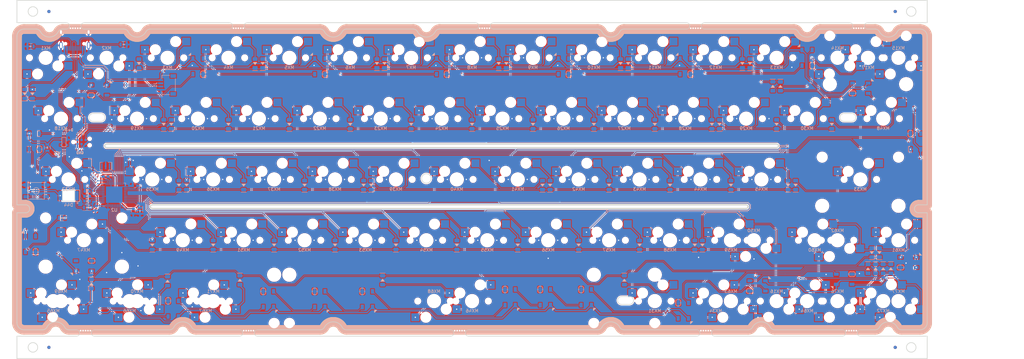
<source format=kicad_pcb>
(kicad_pcb (version 20171130) (host pcbnew "(5.1.11)-1")
  (layers (0 F.Cu signal) (31 B.Cu signal) (34 B.Paste user) (35 F.Paste user hide) (36 B.SilkS user hide) (37 F.SilkS user hide) (38 B.Mask user) (39 F.Mask user) (44 Edge.Cuts user))
  (net 0 "")
  (net 1 +5V)
  (net 2 GND)
  (net 3 "Net-(C6-Pad1)")
  (net 4 "Net-(D1-Pad2)")
  (net 5 "Net-(D2-Pad2)")
  (net 6 "Net-(D3-Pad2)")
  (net 7 "Net-(D4-Pad2)")
  (net 8 "Net-(D5-Pad2)")
  (net 9 "Net-(D6-Pad2)")
  (net 10 "Net-(D7-Pad2)")
  (net 11 "Net-(D8-Pad2)")
  (net 12 "Net-(D9-Pad2)")
  (net 13 "Net-(D10-Pad2)")
  (net 14 "Net-(D11-Pad2)")
  (net 15 "Net-(D12-Pad2)")
  (net 16 "Net-(D13-Pad2)")
  (net 17 "Net-(D14-Pad2)")
  (net 18 "Net-(D15-Pad2)")
  (net 19 D+)
  (net 20 D-)
  (net 21 RST)
  (net 22 "Net-(R6-Pad2)")
  (net 23 RGBLED)
  (net 24 "Net-(R7-Pad2)")
  (net 25 "Net-(D42-Pad2)")
  (net 26 "Net-(D17-Pad2)")
  (net 27 "Net-(D18-Pad2)")
  (net 28 "Net-(D19-Pad2)")
  (net 29 "Net-(D20-Pad2)")
  (net 30 "Net-(D21-Pad2)")
  (net 31 "Net-(D22-Pad2)")
  (net 32 "Net-(D23-Pad2)")
  (net 33 "Net-(D24-Pad2)")
  (net 34 "Net-(D25-Pad2)")
  (net 35 "Net-(D26-Pad2)")
  (net 36 "Net-(D27-Pad2)")
  (net 37 "Net-(D28-Pad2)")
  (net 38 "Net-(D29-Pad2)")
  (net 39 "Net-(D30-Pad2)")
  (net 40 "Net-(D31-Pad2)")
  (net 41 "Net-(D33-Pad2)")
  (net 42 "Net-(D34-Pad2)")
  (net 43 "Net-(D35-Pad2)")
  (net 44 "Net-(D36-Pad2)")
  (net 45 "Net-(D37-Pad2)")
  (net 46 "Net-(D38-Pad2)")
  (net 47 "Net-(D39-Pad2)")
  (net 48 "Net-(D40-Pad2)")
  (net 49 "Net-(D41-Pad2)")
  (net 50 "Net-(D43-Pad2)")
  (net 51 "Net-(D45-Pad2)")
  (net 52 "Net-(D46-Pad2)")
  (net 53 Row2)
  (net 54 Row3)
  (net 55 Row4)
  (net 56 Col0)
  (net 57 Col1)
  (net 58 Col2)
  (net 59 Col3)
  (net 60 Col4)
  (net 61 Col5)
  (net 62 Col6)
  (net 63 Col7)
  (net 64 "Net-(D48-Pad2)")
  (net 65 "Net-(D49-Pad2)")
  (net 66 "Net-(D50-Pad2)")
  (net 67 "Net-(D51-Pad2)")
  (net 68 "Net-(D52-Pad2)")
  (net 69 "Net-(D53-Pad2)")
  (net 70 "Net-(D54-Pad2)")
  (net 71 "Net-(D55-Pad2)")
  (net 72 "Net-(D56-Pad2)")
  (net 73 "Net-(D57-Pad2)")
  (net 74 "Net-(D58-Pad2)")
  (net 75 "Net-(D59-Pad2)")
  (net 76 "Net-(D61-Pad2)")
  (net 77 "Net-(D62-Pad2)")
  (net 78 "Net-(D63-Pad2)")
  (net 79 "Net-(D70-Pad2)")
  (net 80 "Net-(D71-Pad2)")
  (net 81 "Net-(D72-Pad2)")
  (net 82 "Net-(D73-Pad2)")
  (net 83 Row0)
  (net 84 "Net-(RGB1-Pad2)")
  (net 85 "Net-(RGB1-Pad4)")
  (net 86 "Net-(RGB2-Pad2)")
  (net 87 "Net-(RGB3-Pad2)")
  (net 88 "Net-(RGB4-Pad2)")
  (net 89 "Net-(RGB5-Pad2)")
  (net 90 "Net-(RGB6-Pad2)")
  (net 91 "Net-(RGB7-Pad2)")
  (net 92 "Net-(RGB8-Pad2)")
  (net 93 "Net-(RGB10-Pad4)")
  (net 94 "Net-(RGB10-Pad2)")
  (net 95 "Net-(RGB11-Pad4)")
  (net 96 "Net-(RGB13-Pad4)")
  (net 97 "Net-(RGB14-Pad4)")
  (net 98 "Net-(RGB17-Pad4)")
  (net 99 "Net-(RGB18-Pad4)")
  (net 100 "Net-(RGB19-Pad4)")
  (net 101 "Net-(D44-Pad1)")
  (net 102 CapLK)
  (net 103 "Net-(D65-Pad2)")
  (net 104 Col8)
  (net 105 Col9)
  (net 106 Col10)
  (net 107 Col11)
  (net 108 Col12)
  (net 109 Col13)
  (net 110 Col14)
  (net 111 MOSI)
  (net 112 "Net-(R1-Pad2)")
  (net 113 "Net-(R2-Pad2)")
  (net 114 "Net-(U2-Pad17)")
  (net 115 "Net-(U2-Pad16)")
  (net 116 "Net-(D16-Pad2)")
  (net 117 A-)
  (net 118 A+)
  (net 119 "Net-(RGB13-Pad2)")
  (net 120 "Net-(U2-Pad42)")
  (net 121 "Net-(U2-Pad28)")
  (net 122 "Net-(U2-Pad27)")
  (net 123 "Net-(U2-Pad26)")
  (net 124 "Net-(USB1-Pad3)")
  (net 125 "Net-(USB1-Pad9)")
  (net 126 DATA1)
  (net 127 DATA2)
  (net 128 DATA4)
  (net 129 DATA3)
  (net 130 "Net-(RGB22-Pad4)")
  (module sanproject-keyboard-part:JST-SR-4 (layer B.Cu) (at 50.11625 56.4425 270)
    (fp_text reference J1 (at 0 6.5 90) (layer B.SilkS) (effects (justify mirror)))
    (fp_text value Conn_01x04_Female)
    (pad "" smd rect (at 2.8 0.9 270) (size 1.2 1.8) (layers B.Cu B.Paste B.Mask))
    (pad "" smd rect (at -2.8 0.9 270) (size 1.2 1.8) (layers B.Cu B.Paste B.Mask))
    (pad 1 smd rect (at -1.5 4.775 270) (size 0.6 1.55) (layers B.Cu B.Paste B.Mask) (net 1 +5V))
    (pad 2 smd rect (at -0.5 4.775 270) (size 0.6 1.55) (layers B.Cu B.Paste B.Mask) (net 117 A-))
    (pad 4 smd rect (at 1.5 4.775 270) (size 0.6 1.55) (layers B.Cu B.Paste B.Mask) (net 2 GND))
    (pad 3 smd rect (at 0.5 4.775 270) (size 0.6 1.55) (layers B.Cu B.Paste B.Mask) (net 118 A+))
  )
  (module sanproject-keyboard-part:OriginPoint (layer F.Cu) (at 275.066247 138.642497 180)
    (fp_text reference REF** hide)
    (fp_text value "1mm origin reel" hide)
    (pad "" smd circle (at 0 0 180) (size 1 1) (layers B.Cu))
    (pad "" smd circle (at 0 0 180) (size 1 1) (layers F.Cu))
  )
  (module sanproject-keyboard-part:mouse-bite-3mm-1slot (layer F.Cu) (at 72.816246 134.142497 180)
    (fp_text reference mouse-bite-3mm-slot hide)
    (fp_text value VAL** hide)
    (fp_arc (start 2.8 0) (end 2.8 -1) (angle -180) (layer Edge.Cuts) (width 0.15))
    (fp_arc (start -2.8 0) (end -2.8 1) (angle -180) (layer Edge.Cuts) (width 0.15))
    (pad "" np_thru_hole circle (at 1.524 0.75 180) (size 0.5 0.5) (drill 0.5) (layers *.Cu *.Mask))
    (pad "" np_thru_hole circle (at 0.762 0.75 180) (size 0.5 0.5) (drill 0.5) (layers *.Cu *.Mask))
    (pad "" np_thru_hole circle (at -0.012 0.75 180) (size 0.5 0.5) (drill 0.5) (layers *.Cu *.Mask))
    (pad "" np_thru_hole circle (at -1.512 0.75 180) (size 0.5 0.5) (drill 0.5) (layers *.Cu *.Mask))
    (pad "" np_thru_hole circle (at -0.762 0.75 180) (size 0.5 0.5) (drill 0.5) (layers *.Cu *.Mask))
  )
  (module sanproject-keyboard-part:OriginPoint (layer F.Cu) (at 10.366246 138.642497)
    (fp_text reference REF** hide)
    (fp_text value "1mm origin reel" hide)
    (pad "" smd circle (at 0 0) (size 1 1) (layers F.Cu))
    (pad "" smd circle (at 0 0) (size 1 1) (layers B.Cu))
  )
  (module sanproject-keyboard-part:mouse-bite-3mm-1slot (layer F.Cu) (at 261.366246 134.142497 180)
    (fp_text reference mouse-bite-3mm-slot hide)
    (fp_text value VAL** hide)
    (fp_arc (start 2.8 0) (end 2.8 -1) (angle -180) (layer Edge.Cuts) (width 0.15))
    (fp_arc (start -2.8 0) (end -2.8 1) (angle -180) (layer Edge.Cuts) (width 0.15))
    (pad "" np_thru_hole circle (at 1.524 0.75 180) (size 0.5 0.5) (drill 0.5) (layers *.Cu *.Mask))
    (pad "" np_thru_hole circle (at 0.762 0.75 180) (size 0.5 0.5) (drill 0.5) (layers *.Cu *.Mask))
    (pad "" np_thru_hole circle (at -0.012 0.75 180) (size 0.5 0.5) (drill 0.5) (layers *.Cu *.Mask))
    (pad "" np_thru_hole circle (at -1.512 0.75 180) (size 0.5 0.5) (drill 0.5) (layers *.Cu *.Mask))
    (pad "" np_thru_hole circle (at -0.762 0.75 180) (size 0.5 0.5) (drill 0.5) (layers *.Cu *.Mask))
  )
  (module sanproject-keyboard-part:mouse-bite-3mm-1slot (layer F.Cu) (at 138.816246 134.142497 180)
    (fp_text reference mouse-bite-3mm-slot hide)
    (fp_text value VAL** hide)
    (fp_arc (start 2.8 0) (end 2.8 -1) (angle -180) (layer Edge.Cuts) (width 0.15))
    (fp_arc (start -2.8 0) (end -2.8 1) (angle -180) (layer Edge.Cuts) (width 0.15))
    (pad "" np_thru_hole circle (at 1.524 0.75 180) (size 0.5 0.5) (drill 0.5) (layers *.Cu *.Mask))
    (pad "" np_thru_hole circle (at 0.762 0.75 180) (size 0.5 0.5) (drill 0.5) (layers *.Cu *.Mask))
    (pad "" np_thru_hole circle (at -0.012 0.75 180) (size 0.5 0.5) (drill 0.5) (layers *.Cu *.Mask))
    (pad "" np_thru_hole circle (at -1.512 0.75 180) (size 0.5 0.5) (drill 0.5) (layers *.Cu *.Mask))
    (pad "" np_thru_hole circle (at -0.762 0.75 180) (size 0.5 0.5) (drill 0.5) (layers *.Cu *.Mask))
  )
  (module sanproject-keyboard-part:mouse-bite-3mm-1slot (layer F.Cu) (at 21.816246 134.142497 180)
    (fp_text reference mouse-bite-3mm-slot hide)
    (fp_text value VAL** hide)
    (fp_arc (start -2.8 0) (end -2.8 1) (angle -180) (layer Edge.Cuts) (width 0.15))
    (fp_arc (start 2.8 0) (end 2.8 -1) (angle -180) (layer Edge.Cuts) (width 0.15))
    (pad "" np_thru_hole circle (at -0.762 0.75 180) (size 0.5 0.5) (drill 0.5) (layers *.Cu *.Mask))
    (pad "" np_thru_hole circle (at -1.512 0.75 180) (size 0.5 0.5) (drill 0.5) (layers *.Cu *.Mask))
    (pad "" np_thru_hole circle (at -0.012 0.75 180) (size 0.5 0.5) (drill 0.5) (layers *.Cu *.Mask))
    (pad "" np_thru_hole circle (at 0.762 0.75 180) (size 0.5 0.5) (drill 0.5) (layers *.Cu *.Mask))
    (pad "" np_thru_hole circle (at 1.524 0.75 180) (size 0.5 0.5) (drill 0.5) (layers *.Cu *.Mask))
  )
  (module sanproject-keyboard-part:mouse-bite-3mm-1slot (layer F.Cu) (at 215.816246 134.142497 180)
    (fp_text reference mouse-bite-3mm-slot hide)
    (fp_text value VAL** hide)
    (fp_arc (start 2.8 0) (end 2.8 -1) (angle -180) (layer Edge.Cuts) (width 0.15))
    (fp_arc (start -2.8 0) (end -2.8 1) (angle -180) (layer Edge.Cuts) (width 0.15))
    (pad "" np_thru_hole circle (at 1.524 0.75 180) (size 0.5 0.5) (drill 0.5) (layers *.Cu *.Mask))
    (pad "" np_thru_hole circle (at 0.762 0.75 180) (size 0.5 0.5) (drill 0.5) (layers *.Cu *.Mask))
    (pad "" np_thru_hole circle (at -0.012 0.75 180) (size 0.5 0.5) (drill 0.5) (layers *.Cu *.Mask))
    (pad "" np_thru_hole circle (at -1.512 0.75 180) (size 0.5 0.5) (drill 0.5) (layers *.Cu *.Mask))
    (pad "" np_thru_hole circle (at -0.762 0.75 180) (size 0.5 0.5) (drill 0.5) (layers *.Cu *.Mask))
  )
  (module sanproject-keyboard-part:mouse-bite-3mm-1slot (layer F.Cu) (at 146.616246 37.942496)
    (fp_text reference mouse-bite-3mm-slot hide)
    (fp_text value VAL** hide)
    (fp_arc (start 2.8 0) (end 2.8 -1) (angle -180) (layer Edge.Cuts) (width 0.15))
    (fp_arc (start -2.8 0) (end -2.8 1) (angle -180) (layer Edge.Cuts) (width 0.15))
    (pad "" np_thru_hole circle (at 1.524 0.75) (size 0.5 0.5) (drill 0.5) (layers *.Cu *.Mask))
    (pad "" np_thru_hole circle (at 0.762 0.75) (size 0.5 0.5) (drill 0.5) (layers *.Cu *.Mask))
    (pad "" np_thru_hole circle (at -0.012 0.75) (size 0.5 0.5) (drill 0.5) (layers *.Cu *.Mask))
    (pad "" np_thru_hole circle (at -1.512 0.75) (size 0.5 0.5) (drill 0.5) (layers *.Cu *.Mask))
    (pad "" np_thru_hole circle (at -0.762 0.75) (size 0.5 0.5) (drill 0.5) (layers *.Cu *.Mask))
  )
  (module sanproject-keyboard-part:mouse-bite-3mm-1slot (layer F.Cu) (at 212.616246 37.942496)
    (fp_text reference mouse-bite-3mm-slot hide)
    (fp_text value VAL** hide)
    (fp_arc (start 2.8 0) (end 2.8 -1) (angle -180) (layer Edge.Cuts) (width 0.15))
    (fp_arc (start -2.8 0) (end -2.8 1) (angle -180) (layer Edge.Cuts) (width 0.15))
    (pad "" np_thru_hole circle (at 1.524 0.75) (size 0.5 0.5) (drill 0.5) (layers *.Cu *.Mask))
    (pad "" np_thru_hole circle (at 0.762 0.75) (size 0.5 0.5) (drill 0.5) (layers *.Cu *.Mask))
    (pad "" np_thru_hole circle (at -0.012 0.75) (size 0.5 0.5) (drill 0.5) (layers *.Cu *.Mask))
    (pad "" np_thru_hole circle (at -1.512 0.75) (size 0.5 0.5) (drill 0.5) (layers *.Cu *.Mask))
    (pad "" np_thru_hole circle (at -0.762 0.75) (size 0.5 0.5) (drill 0.5) (layers *.Cu *.Mask))
  )
  (module sanproject-keyboard-part:mouse-bite-3mm-1slot (layer F.Cu) (at 69.616246 37.942496)
    (fp_text reference mouse-bite-3mm-slot hide)
    (fp_text value VAL** hide)
    (fp_arc (start 2.8 0) (end 2.8 -1) (angle -180) (layer Edge.Cuts) (width 0.15))
    (fp_arc (start -2.8 0) (end -2.8 1) (angle -180) (layer Edge.Cuts) (width 0.15))
    (pad "" np_thru_hole circle (at 1.524 0.75) (size 0.5 0.5) (drill 0.5) (layers *.Cu *.Mask))
    (pad "" np_thru_hole circle (at 0.762 0.75) (size 0.5 0.5) (drill 0.5) (layers *.Cu *.Mask))
    (pad "" np_thru_hole circle (at -0.012 0.75) (size 0.5 0.5) (drill 0.5) (layers *.Cu *.Mask))
    (pad "" np_thru_hole circle (at -1.512 0.75) (size 0.5 0.5) (drill 0.5) (layers *.Cu *.Mask))
    (pad "" np_thru_hole circle (at -0.762 0.75) (size 0.5 0.5) (drill 0.5) (layers *.Cu *.Mask))
  )
  (module sanproject-keyboard-part:mouse-bite-3mm-1slot (layer F.Cu) (at 263.616246 37.942496)
    (fp_text reference mouse-bite-3mm-slot hide)
    (fp_text value VAL** hide)
    (fp_arc (start -2.8 0) (end -2.8 1) (angle -180) (layer Edge.Cuts) (width 0.15))
    (fp_arc (start 2.8 0) (end 2.8 -1) (angle -180) (layer Edge.Cuts) (width 0.15))
    (pad "" np_thru_hole circle (at -0.762 0.75) (size 0.5 0.5) (drill 0.5) (layers *.Cu *.Mask))
    (pad "" np_thru_hole circle (at -1.512 0.75) (size 0.5 0.5) (drill 0.5) (layers *.Cu *.Mask))
    (pad "" np_thru_hole circle (at -0.012 0.75) (size 0.5 0.5) (drill 0.5) (layers *.Cu *.Mask))
    (pad "" np_thru_hole circle (at 0.762 0.75) (size 0.5 0.5) (drill 0.5) (layers *.Cu *.Mask))
    (pad "" np_thru_hole circle (at 1.524 0.75) (size 0.5 0.5) (drill 0.5) (layers *.Cu *.Mask))
  )
  (module sanproject-keyboard-part:mouse-bite-3mm-1slot (layer F.Cu) (at 18.616246 37.942496)
    (fp_text reference mouse-bite-3mm-slot hide)
    (fp_text value VAL** hide)
    (fp_arc (start 2.8 0) (end 2.8 -1) (angle -180) (layer Edge.Cuts) (width 0.15))
    (fp_arc (start -2.8 0) (end -2.8 1) (angle -180) (layer Edge.Cuts) (width 0.15))
    (pad "" np_thru_hole circle (at 1.524 0.75) (size 0.5 0.5) (drill 0.5) (layers *.Cu *.Mask))
    (pad "" np_thru_hole circle (at 0.762 0.75) (size 0.5 0.5) (drill 0.5) (layers *.Cu *.Mask))
    (pad "" np_thru_hole circle (at -0.012 0.75) (size 0.5 0.5) (drill 0.5) (layers *.Cu *.Mask))
    (pad "" np_thru_hole circle (at -1.512 0.75) (size 0.5 0.5) (drill 0.5) (layers *.Cu *.Mask))
    (pad "" np_thru_hole circle (at -0.762 0.75) (size 0.5 0.5) (drill 0.5) (layers *.Cu *.Mask))
  )
  (module sanproject-keyboard-part:OriginPoint (layer F.Cu) (at 275.066246 33.442496 180)
    (fp_text reference REF** hide)
    (fp_text value "1mm origin reel" hide)
    (pad "" smd circle (at 0 0 180) (size 1 1) (layers F.Cu))
    (pad "" smd circle (at 0 0 180) (size 1 1) (layers B.Cu))
  )
  (module sanproject-keyboard-part:OriginPoint (layer F.Cu) (at 10.366245 33.442496)
    (fp_text reference REF** hide)
    (fp_text value "1mm origin reel" hide)
    (pad "" smd circle (at 0 0) (size 1 1) (layers B.Cu))
    (pad "" smd circle (at 0 0) (size 1 1) (layers F.Cu))
  )
  (module sanproject-keyboard-part:R_0805 (layer B.Cu) (at 33.774083 43.775309 180)
    (fp_text reference R2)
    (fp_text value 5.1k)
    (pad 2 smd rect (at 0.95 0 180) (size 0.7 1.3) (layers B.Cu B.Paste B.Mask) (net 113 "Net-(R2-Pad2)"))
    (pad 1 smd rect (at -0.95 0 180) (size 0.7 1.3) (layers B.Cu B.Paste B.Mask) (net 2 GND))
  )
  (module sanproject-keyboard-part:R_0805 (layer B.Cu) (at 4.603746 44.370622)
    (fp_text reference R1)
    (fp_text value 5.1k)
    (pad 2 smd rect (at 0.95 0) (size 0.7 1.3) (layers B.Cu B.Paste B.Mask) (net 112 "Net-(R1-Pad2)"))
    (pad 1 smd rect (at -0.95 0) (size 0.7 1.3) (layers B.Cu B.Paste B.Mask) (net 2 GND))
  )
  (module logo:krush (layer F.Cu) (at 105.807442 132.477372)
    (fp_text reference G*** hide)
    (fp_text value LOGO hide)
  )
  (module MX_Only_v3:MXOnly-6.25U-Hotswap (layer F.Cu) (at 130.81067 124.14306 180)
    (fp_text reference MX68)
    (fp_text value 6.25U)
    (fp_text user %R (at 0 3.048) (layer B.SilkS) (effects (justify mirror)))
    (pad "" np_thru_hole circle (at -49.9999 8.255 180) (size 3.9878 3.9878) (drill 3.9878) (layers *.Cu *.Mask))
    (pad "" np_thru_hole circle (at 49.9999 8.255 180) (size 3.9878 3.9878) (drill 3.9878) (layers *.Cu *.Mask))
    (pad "" np_thru_hole circle (at -49.9999 -6.985 180) (size 3.048 3.048) (drill 3.048) (layers *.Cu *.Mask))
    (pad "" np_thru_hole circle (at 49.9999 -6.985 180) (size 3.048 3.048) (drill 3.048) (layers *.Cu *.Mask))
    (pad 2 smd rect (at 5.842 -5.08 180) (size 2.55 2.5) (layers B.Cu B.Paste B.Mask) (net 103 "Net-(D65-Pad2)"))
    (pad 1 smd rect (at -7.085 -2.54 180) (size 2.55 2.5) (layers B.Cu B.Paste B.Mask) (net 63 Col7))
    (pad "" np_thru_hole circle (at 5.08 0 228.0996) (size 1.75 1.75) (drill 1.75) (layers *.Cu *.Mask))
    (pad "" np_thru_hole circle (at -5.08 0 228.0996) (size 1.75 1.75) (drill 1.75) (layers *.Cu *.Mask))
    (pad "" np_thru_hole circle (at -3.81 -2.54 180) (size 3 3) (drill 3) (layers *.Cu *.Mask))
    (pad "" np_thru_hole circle (at 0 0 180) (size 3.9878 3.9878) (drill 3.9878) (layers *.Cu *.Mask))
    (pad "" np_thru_hole circle (at 2.54 -5.08 180) (size 3 3) (drill 3) (layers *.Cu *.Mask))
  )
  (module MX_Only_v3:MXOnly-1U-Hotswap (layer F.Cu) (at 128.428882 105.0925)
    (fp_text reference MX54)
    (fp_text value 1U)
    (fp_text user %R (at 0 3.048) (layer B.SilkS) (effects (justify mirror)))
    (pad 2 smd rect (at 5.842 -5.08) (size 2.55 2.5) (layers B.Cu B.Paste B.Mask) (net 68 "Net-(D52-Pad2)"))
    (pad 1 smd rect (at -7.085 -2.54) (size 2.55 2.5) (layers B.Cu B.Paste B.Mask) (net 62 Col6))
    (pad "" np_thru_hole circle (at 5.08 0 48.0996) (size 1.75 1.75) (drill 1.75) (layers *.Cu *.Mask))
    (pad "" np_thru_hole circle (at -5.08 0 48.0996) (size 1.75 1.75) (drill 1.75) (layers *.Cu *.Mask))
    (pad "" np_thru_hole circle (at -3.81 -2.54) (size 3 3) (drill 3) (layers *.Cu *.Mask))
    (pad "" np_thru_hole circle (at 0 0) (size 3.9878 3.9878) (drill 3.9878) (layers *.Cu *.Mask))
    (pad "" np_thru_hole circle (at 2.54 -5.08) (size 3 3) (drill 3) (layers *.Cu *.Mask))
  )
  (module sanproject-keyboard-part:LED_WS2812B_PLCC4_5.0x5.0mm_P3.2mm (layer B.Cu) (at 165.6367 122.952316 90)
    (fp_text reference RGB23)
    (fp_text value WS2812B)
    (pad 3 smd roundrect (at 2.45 -1.6 90) (size 1.5 1) (layers B.Cu B.Paste B.Mask) (net 2 GND))
    (pad 4 smd rect (at 2.45 1.6 90) (size 1.5 1) (layers B.Cu B.Paste B.Mask) (net 129 DATA3))
    (pad 2 smd rect (at -2.45 -1.6 90) (size 1.5 1) (layers B.Cu B.Paste B.Mask) (net 130 "Net-(RGB22-Pad4)"))
    (pad 1 smd rect (at -2.45 1.6 90) (size 1.5 1) (layers B.Cu B.Paste B.Mask) (net 1 +5V))
  )
  (module sanproject-keyboard-part:LED_WS2812B_PLCC4_5.0x5.0mm_P3.2mm (layer B.Cu) (at 154.623354 122.952316 90)
    (fp_text reference RGB22)
    (fp_text value WS2812B)
    (pad 3 smd roundrect (at 2.45 -1.6 90) (size 1.5 1) (layers B.Cu B.Paste B.Mask) (net 2 GND))
    (pad 4 smd rect (at 2.45 1.6 90) (size 1.5 1) (layers B.Cu B.Paste B.Mask) (net 130 "Net-(RGB22-Pad4)"))
    (pad 2 smd rect (at -2.45 -1.6 90) (size 1.5 1) (layers B.Cu B.Paste B.Mask) (net 128 DATA4))
    (pad 1 smd rect (at -2.45 1.6 90) (size 1.5 1) (layers B.Cu B.Paste B.Mask) (net 1 +5V))
  )
  (module sanproject-keyboard-part:LED_WS2812B_PLCC4_5.0x5.0mm_P3.2mm (layer B.Cu) (at 95.091754 123.547632 90)
    (fp_text reference RGB21)
    (fp_text value WS2812B)
    (pad 3 smd roundrect (at 2.45 -1.6 90) (size 1.5 1) (layers B.Cu B.Paste B.Mask) (net 2 GND))
    (pad 4 smd rect (at 2.45 1.6 90) (size 1.5 1) (layers B.Cu B.Paste B.Mask) (net 126 DATA1))
    (pad 2 smd rect (at -2.45 -1.6 90) (size 1.5 1) (layers B.Cu B.Paste B.Mask) (net 127 DATA2))
    (pad 1 smd rect (at -2.45 1.6 90) (size 1.5 1) (layers B.Cu B.Paste B.Mask) (net 1 +5V))
  )
  (module MX_Only_v3:MXOnly-1.5U-Hotswap (layer F.Cu) (at 271.30529 66.992612)
    (fp_text reference MX48)
    (fp_text value 1.5U)
    (fp_text user %R (at 0 3.048) (layer B.SilkS) (effects (justify mirror)))
    (pad 2 smd rect (at 5.842 -5.08) (size 2.55 2.5) (layers B.Cu B.Paste B.Mask) (net 40 "Net-(D31-Pad2)"))
    (pad 1 smd rect (at -7.085 -2.54) (size 2.55 2.5) (layers B.Cu B.Paste B.Mask) (net 109 Col13))
    (pad "" np_thru_hole circle (at 5.08 0 48.0996) (size 1.75 1.75) (drill 1.75) (layers *.Cu *.Mask))
    (pad "" np_thru_hole circle (at -5.08 0 48.0996) (size 1.75 1.75) (drill 1.75) (layers *.Cu *.Mask))
    (pad "" np_thru_hole circle (at -3.81 -2.54) (size 3 3) (drill 3) (layers *.Cu *.Mask))
    (pad "" np_thru_hole circle (at 0 0) (size 3.9878 3.9878) (drill 3.9878) (layers *.Cu *.Mask))
    (pad "" np_thru_hole circle (at 2.54 -5.08) (size 3 3) (drill 3) (layers *.Cu *.Mask))
  )
  (module MX_Only_v3:MXOnly-2.25U-Hotswap (layer F.Cu) (at 264.16022 86.0425)
    (fp_text reference MX33)
    (fp_text value 2.25U)
    (fp_text user %R (at 0 3.048) (layer B.SilkS) (effects (justify mirror)))
    (pad "" np_thru_hole circle (at 2.54 -5.08) (size 3 3) (drill 3) (layers *.Cu *.Mask))
    (pad "" np_thru_hole circle (at 0 0) (size 3.9878 3.9878) (drill 3.9878) (layers *.Cu *.Mask))
    (pad "" np_thru_hole circle (at -3.81 -2.54) (size 3 3) (drill 3) (layers *.Cu *.Mask))
    (pad "" np_thru_hole circle (at -5.08 0 48.0996) (size 1.75 1.75) (drill 1.75) (layers *.Cu *.Mask))
    (pad "" np_thru_hole circle (at 5.08 0 48.0996) (size 1.75 1.75) (drill 1.75) (layers *.Cu *.Mask))
    (pad 1 smd rect (at -7.085 -2.54) (size 2.55 2.5) (layers B.Cu B.Paste B.Mask) (net 109 Col13))
    (pad 2 smd rect (at 5.842 -5.08) (size 2.55 2.5) (layers B.Cu B.Paste B.Mask) (net 51 "Net-(D45-Pad2)"))
    (pad "" np_thru_hole circle (at 11.938 -6.985) (size 3.048 3.048) (drill 3.048) (layers *.Cu *.Mask))
    (pad "" np_thru_hole circle (at -11.938 -6.985) (size 3.048 3.048) (drill 3.048) (layers *.Cu *.Mask))
    (pad "" np_thru_hole circle (at 11.938 8.255) (size 3.9878 3.9878) (drill 3.9878) (layers *.Cu *.Mask))
    (pad "" np_thru_hole circle (at -11.938 8.255) (size 3.9878 3.9878) (drill 3.9878) (layers *.Cu *.Mask))
  )
  (module MX_Only_v3:MXOnly-1U-Hotswap (layer F.Cu) (at 237.96625 47.9425)
    (fp_text reference MX13)
    (fp_text value 1U)
    (fp_text user %R (at 0 3.048) (layer B.SilkS) (effects (justify mirror)))
    (pad 2 smd rect (at 5.842 -5.08) (size 2.55 2.5) (layers B.Cu B.Paste B.Mask) (net 16 "Net-(D13-Pad2)"))
    (pad 1 smd rect (at -7.085 -2.54) (size 2.55 2.5) (layers B.Cu B.Paste B.Mask) (net 108 Col12))
    (pad "" np_thru_hole circle (at 5.08 0 48.0996) (size 1.75 1.75) (drill 1.75) (layers *.Cu *.Mask))
    (pad "" np_thru_hole circle (at -5.08 0 48.0996) (size 1.75 1.75) (drill 1.75) (layers *.Cu *.Mask))
    (pad "" np_thru_hole circle (at -3.81 -2.54) (size 3 3) (drill 3) (layers *.Cu *.Mask))
    (pad "" np_thru_hole circle (at 0 0) (size 3.9878 3.9878) (drill 3.9878) (layers *.Cu *.Mask))
    (pad "" np_thru_hole circle (at 2.54 -5.08) (size 3 3) (drill 3) (layers *.Cu *.Mask))
  )
  (module MX_Only_v3:MXOnly-1U-Hotswap (layer F.Cu) (at 190.341434 66.9925)
    (fp_text reference MX27)
    (fp_text value 1U)
    (fp_text user %R (at 0 3.048) (layer B.SilkS) (effects (justify mirror)))
    (pad 2 smd rect (at 5.842 -5.08) (size 2.55 2.5) (layers B.Cu B.Paste B.Mask) (net 35 "Net-(D26-Pad2)"))
    (pad 1 smd rect (at -7.085 -2.54) (size 2.55 2.5) (layers B.Cu B.Paste B.Mask) (net 105 Col9))
    (pad "" np_thru_hole circle (at 5.08 0 48.0996) (size 1.75 1.75) (drill 1.75) (layers *.Cu *.Mask))
    (pad "" np_thru_hole circle (at -5.08 0 48.0996) (size 1.75 1.75) (drill 1.75) (layers *.Cu *.Mask))
    (pad "" np_thru_hole circle (at -3.81 -2.54) (size 3 3) (drill 3) (layers *.Cu *.Mask))
    (pad "" np_thru_hole circle (at 0 0) (size 3.9878 3.9878) (drill 3.9878) (layers *.Cu *.Mask))
    (pad "" np_thru_hole circle (at 2.54 -5.08) (size 3 3) (drill 3) (layers *.Cu *.Mask))
  )
  (module MX_Only_v3:MXOnly-1U-Hotswap (layer F.Cu) (at 147.478898 105.0925)
    (fp_text reference MX55)
    (fp_text value 1U)
    (fp_text user %R (at 0 3.048) (layer B.SilkS) (effects (justify mirror)))
    (pad 2 smd rect (at 5.842 -5.08) (size 2.55 2.5) (layers B.Cu B.Paste B.Mask) (net 69 "Net-(D53-Pad2)"))
    (pad 1 smd rect (at -7.085 -2.54) (size 2.55 2.5) (layers B.Cu B.Paste B.Mask) (net 63 Col7))
    (pad "" np_thru_hole circle (at 5.08 0 48.0996) (size 1.75 1.75) (drill 1.75) (layers *.Cu *.Mask))
    (pad "" np_thru_hole circle (at -5.08 0 48.0996) (size 1.75 1.75) (drill 1.75) (layers *.Cu *.Mask))
    (pad "" np_thru_hole circle (at -3.81 -2.54) (size 3 3) (drill 3) (layers *.Cu *.Mask))
    (pad "" np_thru_hole circle (at 0 0) (size 3.9878 3.9878) (drill 3.9878) (layers *.Cu *.Mask))
    (pad "" np_thru_hole circle (at 2.54 -5.08) (size 3 3) (drill 3) (layers *.Cu *.Mask))
  )
  (module MX_Only_v3:MXOnly-1U-Hotswap (layer F.Cu) (at 71.278834 105.0925)
    (fp_text reference MX51)
    (fp_text value 1U)
    (fp_text user %R (at 0 3.048) (layer B.SilkS) (effects (justify mirror)))
    (pad 2 smd rect (at 5.842 -5.08) (size 2.55 2.5) (layers B.Cu B.Paste B.Mask) (net 65 "Net-(D49-Pad2)"))
    (pad 1 smd rect (at -7.085 -2.54) (size 2.55 2.5) (layers B.Cu B.Paste B.Mask) (net 59 Col3))
    (pad "" np_thru_hole circle (at 5.08 0 48.0996) (size 1.75 1.75) (drill 1.75) (layers *.Cu *.Mask))
    (pad "" np_thru_hole circle (at -5.08 0 48.0996) (size 1.75 1.75) (drill 1.75) (layers *.Cu *.Mask))
    (pad "" np_thru_hole circle (at -3.81 -2.54) (size 3 3) (drill 3) (layers *.Cu *.Mask))
    (pad "" np_thru_hole circle (at 0 0) (size 3.9878 3.9878) (drill 3.9878) (layers *.Cu *.Mask))
    (pad "" np_thru_hole circle (at 2.54 -5.08) (size 3 3) (drill 3) (layers *.Cu *.Mask))
  )
  (module MX_Only_v3:MXOnly-1U-Hotswap (layer F.Cu) (at 185.57893 105.0925)
    (fp_text reference MX57)
    (fp_text value 1U)
    (fp_text user %R (at 0 3.048) (layer B.SilkS) (effects (justify mirror)))
    (pad 2 smd rect (at 5.842 -5.08) (size 2.55 2.5) (layers B.Cu B.Paste B.Mask) (net 71 "Net-(D55-Pad2)"))
    (pad 1 smd rect (at -7.085 -2.54) (size 2.55 2.5) (layers B.Cu B.Paste B.Mask) (net 105 Col9))
    (pad "" np_thru_hole circle (at 5.08 0 48.0996) (size 1.75 1.75) (drill 1.75) (layers *.Cu *.Mask))
    (pad "" np_thru_hole circle (at -5.08 0 48.0996) (size 1.75 1.75) (drill 1.75) (layers *.Cu *.Mask))
    (pad "" np_thru_hole circle (at -3.81 -2.54) (size 3 3) (drill 3) (layers *.Cu *.Mask))
    (pad "" np_thru_hole circle (at 0 0) (size 3.9878 3.9878) (drill 3.9878) (layers *.Cu *.Mask))
    (pad "" np_thru_hole circle (at 2.54 -5.08) (size 3 3) (drill 3) (layers *.Cu *.Mask))
  )
  (module MX_Only_v3:MXOnly-1U-Hotswap (layer F.Cu) (at 166.528914 105.0925)
    (fp_text reference MX56)
    (fp_text value 1U)
    (fp_text user %R (at 0 3.048) (layer B.SilkS) (effects (justify mirror)))
    (pad 2 smd rect (at 5.842 -5.08) (size 2.55 2.5) (layers B.Cu B.Paste B.Mask) (net 70 "Net-(D54-Pad2)"))
    (pad 1 smd rect (at -7.085 -2.54) (size 2.55 2.5) (layers B.Cu B.Paste B.Mask) (net 104 Col8))
    (pad "" np_thru_hole circle (at 5.08 0 48.0996) (size 1.75 1.75) (drill 1.75) (layers *.Cu *.Mask))
    (pad "" np_thru_hole circle (at -5.08 0 48.0996) (size 1.75 1.75) (drill 1.75) (layers *.Cu *.Mask))
    (pad "" np_thru_hole circle (at -3.81 -2.54) (size 3 3) (drill 3) (layers *.Cu *.Mask))
    (pad "" np_thru_hole circle (at 0 0) (size 3.9878 3.9878) (drill 3.9878) (layers *.Cu *.Mask))
    (pad "" np_thru_hole circle (at 2.54 -5.08) (size 3 3) (drill 3) (layers *.Cu *.Mask))
  )
  (module MX_Only_v3:MXOnly-1.5U-Hotswap (layer F.Cu) (at 271.30529 124.142948)
    (fp_text reference MX72)
    (fp_text value 1.5U)
    (fp_text user %R (at 0 3.048) (layer B.SilkS) (effects (justify mirror)))
    (pad 2 smd rect (at 5.842 -5.08) (size 2.55 2.5) (layers B.Cu B.Paste B.Mask) (net 82 "Net-(D73-Pad2)"))
    (pad 1 smd rect (at -7.085 -2.54) (size 2.55 2.5) (layers B.Cu B.Paste B.Mask) (net 110 Col14))
    (pad "" np_thru_hole circle (at 5.08 0 48.0996) (size 1.75 1.75) (drill 1.75) (layers *.Cu *.Mask))
    (pad "" np_thru_hole circle (at -5.08 0 48.0996) (size 1.75 1.75) (drill 1.75) (layers *.Cu *.Mask))
    (pad "" np_thru_hole circle (at -3.81 -2.54) (size 3 3) (drill 3) (layers *.Cu *.Mask))
    (pad "" np_thru_hole circle (at 0 0) (size 3.9878 3.9878) (drill 3.9878) (layers *.Cu *.Mask))
    (pad "" np_thru_hole circle (at 2.54 -5.08) (size 3 3) (drill 3) (layers *.Cu *.Mask))
  )
  (module MX_Only_v3:MXOnly-1.5U-Hotswap (layer F.Cu) (at 223.68001 124.142948 180)
    (fp_text reference MX63)
    (fp_text value 1.5U)
    (fp_text user %R (at 0 3.048) (layer B.SilkS) (effects (justify mirror)))
    (pad 2 smd rect (at 5.842 -5.08 180) (size 2.55 2.5) (layers B.Cu B.Paste B.Mask) (net 107 Col11))
    (pad 1 smd rect (at -7.085 -2.54 180) (size 2.4 2) (layers B.Cu B.Paste B.Mask) (net 80 "Net-(D71-Pad2)"))
    (pad "" np_thru_hole circle (at 5.08 0 228.0996) (size 1.75 1.75) (drill 1.75) (layers *.Cu *.Mask))
    (pad "" np_thru_hole circle (at -5.08 0 228.0996) (size 1.75 1.75) (drill 1.75) (layers *.Cu *.Mask))
    (pad "" np_thru_hole circle (at -3.81 -2.54 180) (size 3 3) (drill 3) (layers *.Cu *.Mask))
    (pad "" np_thru_hole circle (at 0 0 180) (size 3.9878 3.9878) (drill 3.9878) (layers *.Cu *.Mask))
    (pad "" np_thru_hole circle (at 2.54 -5.08 180) (size 3 3) (drill 3) (layers *.Cu *.Mask))
  )
  (module MX_Only_v3:MXOnly-1U-Hotswap (layer F.Cu) (at 247.49265 124.142948)
    (fp_text reference MX64)
    (fp_text value 1U)
    (fp_text user %R (at 0 3.048) (layer B.SilkS) (effects (justify mirror)))
    (pad 2 smd rect (at 5.842 -5.08) (size 2.55 2.5) (layers B.Cu B.Paste B.Mask) (net 109 Col13))
    (pad 1 smd rect (at -7.085 -2.54) (size 2.55 2.5) (layers B.Cu B.Paste B.Mask) (net 81 "Net-(D72-Pad2)"))
    (pad "" np_thru_hole circle (at 5.08 0 48.0996) (size 1.75 1.75) (drill 1.75) (layers *.Cu *.Mask))
    (pad "" np_thru_hole circle (at -5.08 0 48.0996) (size 1.75 1.75) (drill 1.75) (layers *.Cu *.Mask))
    (pad "" np_thru_hole circle (at -3.81 -2.54) (size 3 3) (drill 3) (layers *.Cu *.Mask))
    (pad "" np_thru_hole circle (at 0 0) (size 3.9878 3.9878) (drill 3.9878) (layers *.Cu *.Mask))
    (pad "" np_thru_hole circle (at 2.54 -5.08) (size 3 3) (drill 3) (layers *.Cu *.Mask))
  )
  (module MX_Only_v3:MXOnly-7U-Hotswap-ReversedStabilizers (layer F.Cu) (at 142.71625 124.1425)
    (fp_text reference MX46)
    (fp_text value 7U)
    (fp_text user %R (at 0 3.048) (layer B.SilkS) (effects (justify mirror)))
    (pad "" np_thru_hole circle (at 2.54 -5.08) (size 3 3) (drill 3) (layers *.Cu *.Mask))
    (pad "" np_thru_hole circle (at 0 0) (size 3.9878 3.9878) (drill 3.9878) (layers *.Cu *.Mask))
    (pad "" np_thru_hole circle (at -3.81 -2.54) (size 3 3) (drill 3) (layers *.Cu *.Mask))
    (pad "" np_thru_hole circle (at -5.08 0 48.0996) (size 1.75 1.75) (drill 1.75) (layers *.Cu *.Mask))
    (pad "" np_thru_hole circle (at 5.08 0 48.0996) (size 1.75 1.75) (drill 1.75) (layers *.Cu *.Mask))
    (pad 1 smd rect (at -7.085 -2.54) (size 2.55 2.5) (layers B.Cu B.Paste B.Mask) (net 103 "Net-(D65-Pad2)"))
    (pad 2 smd rect (at 5.842 -5.08) (size 2.55 2.5) (layers B.Cu B.Paste B.Mask) (net 63 Col7))
    (pad "" np_thru_hole circle (at 57.15 6.985) (size 3.048 3.048) (drill 3.048) (layers *.Cu *.Mask))
    (pad "" np_thru_hole circle (at -57.15 6.985) (size 3.048 3.048) (drill 3.048) (layers *.Cu *.Mask))
    (pad "" np_thru_hole circle (at 57.15 -8.255) (size 3.9878 3.9878) (drill 3.9878) (layers *.Cu *.Mask))
    (pad "" np_thru_hole circle (at -57.15 -8.255) (size 3.9878 3.9878) (drill 3.9878) (layers *.Cu *.Mask))
  )
  (module MX_Only_v3:MXOnly-1U-Hotswap (layer F.Cu) (at 28.41625 47.9425 180)
    (fp_text reference MX2)
    (fp_text value 1U)
    (fp_text user %R (at 0 3.048) (layer B.SilkS) (effects (justify mirror)))
    (pad 2 smd rect (at 5.842 -5.08 180) (size 2.55 2.5) (layers B.Cu B.Paste B.Mask) (net 5 "Net-(D2-Pad2)"))
    (pad 1 smd rect (at -7.085 -2.54 180) (size 2.55 2.5) (layers B.Cu B.Paste B.Mask) (net 57 Col1))
    (pad "" np_thru_hole circle (at 5.08 0 228.0996) (size 1.75 1.75) (drill 1.75) (layers *.Cu *.Mask))
    (pad "" np_thru_hole circle (at -5.08 0 228.0996) (size 1.75 1.75) (drill 1.75) (layers *.Cu *.Mask))
    (pad "" np_thru_hole circle (at -3.81 -2.54 180) (size 3 3) (drill 3) (layers *.Cu *.Mask))
    (pad "" np_thru_hole circle (at 0 0 180) (size 3.9878 3.9878) (drill 3.9878) (layers *.Cu *.Mask))
    (pad "" np_thru_hole circle (at 2.54 -5.08 180) (size 3 3) (drill 3) (layers *.Cu *.Mask))
  )
  (module sanproject-keyboard-part:HRO-TYPE-C-31-M-12-Assembly (layer B.Cu) (at 18.453846 37.292496)
    (fp_text reference USB1)
    (fp_text value HRO-TYPE-C-31-M-12)
    (pad 12 smd rect (at 3.225 7.695) (size 0.6 1.45) (layers B.Cu B.Paste B.Mask) (net 2 GND))
    (pad 1 smd rect (at -3.225 7.695) (size 0.6 1.45) (layers B.Cu B.Paste B.Mask) (net 2 GND))
    (pad 11 smd rect (at 2.45 7.695) (size 0.6 1.45) (layers B.Cu B.Paste B.Mask) (net 1 +5V))
    (pad 2 smd rect (at -2.45 7.695) (size 0.6 1.45) (layers B.Cu B.Paste B.Mask) (net 1 +5V))
    (pad 3 smd rect (at -1.75 7.695) (size 0.3 1.45) (layers B.Cu B.Paste B.Mask) (net 124 "Net-(USB1-Pad3)"))
    (pad 10 smd rect (at 1.75 7.695) (size 0.3 1.45) (layers B.Cu B.Paste B.Mask) (net 113 "Net-(R2-Pad2)"))
    (pad 4 smd rect (at -1.25 7.695) (size 0.3 1.45) (layers B.Cu B.Paste B.Mask) (net 112 "Net-(R1-Pad2)"))
    (pad 9 smd rect (at 1.25 7.695) (size 0.3 1.45) (layers B.Cu B.Paste B.Mask) (net 125 "Net-(USB1-Pad9)"))
    (pad 5 smd rect (at -0.75 7.695) (size 0.3 1.45) (layers B.Cu B.Paste B.Mask) (net 117 A-))
    (pad 8 smd rect (at 0.75 7.695) (size 0.3 1.45) (layers B.Cu B.Paste B.Mask) (net 118 A+))
    (pad 7 smd rect (at 0.25 7.695) (size 0.3 1.45) (layers B.Cu B.Paste B.Mask) (net 117 A-))
    (pad 6 smd rect (at -0.25 7.695) (size 0.3 1.45) (layers B.Cu B.Paste B.Mask) (net 118 A+))
    (pad "" np_thru_hole circle (at 2.89 6.25) (size 0.65 0.65) (drill 0.65) (layers *.Cu *.Mask))
    (pad "" np_thru_hole circle (at -2.89 6.25) (size 0.65 0.65) (drill 0.65) (layers *.Cu *.Mask))
    (pad 13 thru_hole oval (at -4.32 6.78) (size 1 2.1) (drill oval 0.6 1.7) (layers *.Cu *.Mask) (net 2 GND))
    (pad 13 thru_hole oval (at 4.32 6.78) (size 1 2.1) (drill oval 0.6 1.7) (layers *.Cu *.Mask) (net 2 GND))
    (pad 13 thru_hole oval (at -4.32 2.6) (size 1 1.6) (drill oval 0.6 1.2) (layers *.Cu *.Mask) (net 2 GND))
    (pad 13 thru_hole oval (at 4.32 2.6) (size 1 1.6) (drill oval 0.6 1.2) (layers *.Cu *.Mask) (net 2 GND))
  )
  (module MX_Only_v3:MXOnly-1U-Hotswap (layer F.Cu) (at 9.36625 47.9425 180)
    (fp_text reference MX1)
    (fp_text value 1U)
    (fp_text user %R (at 0 3.048) (layer B.SilkS) (effects (justify mirror)))
    (pad 2 smd rect (at 5.842 -5.08 180) (size 2.55 2.5) (layers B.Cu B.Paste B.Mask) (net 56 Col0))
    (pad 1 smd rect (at -7.085 -2.54 180) (size 2.55 2.5) (layers B.Cu B.Paste B.Mask) (net 4 "Net-(D1-Pad2)"))
    (pad "" np_thru_hole circle (at 5.08 0 228.0996) (size 1.75 1.75) (drill 1.75) (layers *.Cu *.Mask))
    (pad "" np_thru_hole circle (at -5.08 0 228.0996) (size 1.75 1.75) (drill 1.75) (layers *.Cu *.Mask))
    (pad "" np_thru_hole circle (at -3.81 -2.54 180) (size 3 3) (drill 3) (layers *.Cu *.Mask))
    (pad "" np_thru_hole circle (at 0 0 180) (size 3.9878 3.9878) (drill 3.9878) (layers *.Cu *.Mask))
    (pad "" np_thru_hole circle (at 2.54 -5.08 180) (size 3 3) (drill 3) (layers *.Cu *.Mask))
  )
  (module MX_Only_v3:MXOnly-1U-Hotswap (layer F.Cu) (at 52.228818 105.0925)
    (fp_text reference MX49)
    (fp_text value 1U)
    (fp_text user %R (at 0 3.048) (layer B.SilkS) (effects (justify mirror)))
    (pad 2 smd rect (at 5.842 -5.08) (size 2.55 2.5) (layers B.Cu B.Paste B.Mask) (net 64 "Net-(D48-Pad2)"))
    (pad 1 smd rect (at -7.085 -2.54) (size 2.55 2.5) (layers B.Cu B.Paste B.Mask) (net 58 Col2))
    (pad "" np_thru_hole circle (at 5.08 0 48.0996) (size 1.75 1.75) (drill 1.75) (layers *.Cu *.Mask))
    (pad "" np_thru_hole circle (at -5.08 0 48.0996) (size 1.75 1.75) (drill 1.75) (layers *.Cu *.Mask))
    (pad "" np_thru_hole circle (at -3.81 -2.54) (size 3 3) (drill 3) (layers *.Cu *.Mask))
    (pad "" np_thru_hole circle (at 0 0) (size 3.9878 3.9878) (drill 3.9878) (layers *.Cu *.Mask))
    (pad "" np_thru_hole circle (at 2.54 -5.08) (size 3 3) (drill 3) (layers *.Cu *.Mask))
  )
  (module MX_Only_v3:MXOnly-1U-Hotswap (layer F.Cu) (at 257.01625 105.0925 180)
    (fp_text reference MX62)
    (fp_text value 1U)
    (fp_text user %R (at 0 3.048) (layer B.SilkS) (effects (justify mirror)))
    (pad 2 smd rect (at 5.842 -5.08 180) (size 2.55 2.5) (layers B.Cu B.Paste B.Mask) (net 109 Col13))
    (pad 1 smd rect (at -7.085 -2.54 180) (size 2.55 2.5) (layers B.Cu B.Paste B.Mask) (net 74 "Net-(D58-Pad2)"))
    (pad "" np_thru_hole circle (at 5.08 0 228.0996) (size 1.75 1.75) (drill 1.75) (layers *.Cu *.Mask))
    (pad "" np_thru_hole circle (at -5.08 0 228.0996) (size 1.75 1.75) (drill 1.75) (layers *.Cu *.Mask))
    (pad "" np_thru_hole circle (at -3.81 -2.54 180) (size 3 3) (drill 3) (layers *.Cu *.Mask))
    (pad "" np_thru_hole circle (at 0 0 180) (size 3.9878 3.9878) (drill 3.9878) (layers *.Cu *.Mask))
    (pad "" np_thru_hole circle (at 2.54 -5.08 180) (size 3 3) (drill 3) (layers *.Cu *.Mask))
  )
  (module MX_Only_v3:MXOnly-1.5U-Hotswap (layer F.Cu) (at 61.753794 124.142564 180)
    (fp_text reference MX71)
    (fp_text value 1.5U)
    (fp_text user %R (at 0 3.048) (layer B.SilkS) (effects (justify mirror)))
    (pad "" np_thru_hole circle (at 2.54 -5.08 180) (size 3 3) (drill 3) (layers *.Cu *.Mask))
    (pad "" np_thru_hole circle (at 0 0 180) (size 3.9878 3.9878) (drill 3.9878) (layers *.Cu *.Mask))
    (pad "" np_thru_hole circle (at -3.81 -2.54 180) (size 3 3) (drill 3) (layers *.Cu *.Mask))
    (pad "" np_thru_hole circle (at -5.08 0 228.0996) (size 1.75 1.75) (drill 1.75) (layers *.Cu *.Mask))
    (pad "" np_thru_hole circle (at 5.08 0 228.0996) (size 1.75 1.75) (drill 1.75) (layers *.Cu *.Mask))
    (pad 1 smd rect (at -7.085 -2.54 180) (size 2.55 2.5) (layers B.Cu B.Paste B.Mask) (net 78 "Net-(D63-Pad2)"))
    (pad 2 smd rect (at 5.842 -5.08 180) (size 2.55 2.5) (layers B.Cu B.Paste B.Mask) (net 59 Col3))
  )
  (module MX_Only_v3:MXOnly-1U-Hotswap (layer F.Cu) (at 37.941274 124.142564 180)
    (fp_text reference MX70)
    (fp_text value 1U)
    (fp_text user %R (at 0 3.048) (layer B.SilkS) (effects (justify mirror)))
    (pad "" np_thru_hole circle (at 2.54 -5.08 180) (size 3 3) (drill 3) (layers *.Cu *.Mask))
    (pad "" np_thru_hole circle (at 0 0 180) (size 3.9878 3.9878) (drill 3.9878) (layers *.Cu *.Mask))
    (pad "" np_thru_hole circle (at -3.81 -2.54 180) (size 3 3) (drill 3) (layers *.Cu *.Mask))
    (pad "" np_thru_hole circle (at -5.08 0 228.0996) (size 1.75 1.75) (drill 1.75) (layers *.Cu *.Mask))
    (pad "" np_thru_hole circle (at 5.08 0 228.0996) (size 1.75 1.75) (drill 1.75) (layers *.Cu *.Mask))
    (pad 1 smd rect (at -7.085 -2.54 180) (size 2.55 2.5) (layers B.Cu B.Paste B.Mask) (net 77 "Net-(D62-Pad2)"))
    (pad 2 smd rect (at 5.842 -5.08 180) (size 2.55 2.5) (layers B.Cu B.Paste B.Mask) (net 58 Col2))
  )
  (module MX_Only_v3:MXOnly-1.5U-Hotswap (layer F.Cu) (at 14.128754 124.142564 180)
    (fp_text reference MX69)
    (fp_text value 1.5U)
    (fp_text user %R (at 0 3.048) (layer B.SilkS) (effects (justify mirror)))
    (pad "" np_thru_hole circle (at 2.54 -5.08 180) (size 3 3) (drill 3) (layers *.Cu *.Mask))
    (pad "" np_thru_hole circle (at 0 0 180) (size 3.9878 3.9878) (drill 3.9878) (layers *.Cu *.Mask))
    (pad "" np_thru_hole circle (at -3.81 -2.54 180) (size 3 3) (drill 3) (layers *.Cu *.Mask))
    (pad "" np_thru_hole circle (at -5.08 0 228.0996) (size 1.75 1.75) (drill 1.75) (layers *.Cu *.Mask))
    (pad "" np_thru_hole circle (at 5.08 0 228.0996) (size 1.75 1.75) (drill 1.75) (layers *.Cu *.Mask))
    (pad 1 smd rect (at -7.085 -2.54 180) (size 2.55 2.5) (layers B.Cu B.Paste B.Mask) (net 76 "Net-(D61-Pad2)"))
    (pad 2 smd rect (at 5.842 -5.08 180) (size 2.55 2.5) (layers B.Cu B.Paste B.Mask) (net 56 Col0))
  )
  (module sanproject-keyboard-part:SKQG-1155865 (layer B.Cu) (at 6.389685 89.61441)
    (fp_text reference SW1)
    (fp_text value SW_Push)
    (pad 1 smd rect (at -3.1 -1.85) (size 1.8 1.1) (layers B.Cu B.Paste B.Mask) (net 2 GND))
    (pad 2 smd rect (at 3.1 1.85) (size 1.8 1.1) (layers B.Cu B.Paste B.Mask) (net 21 RST))
    (pad 2 smd rect (at -3.1 1.85) (size 1.8 1.1) (layers B.Cu B.Paste B.Mask) (net 21 RST))
    (pad 1 smd rect (at 3.1 -1.85) (size 1.8 1.1) (layers B.Cu B.Paste B.Mask) (net 2 GND))
  )
  (module MX_Only_v3:MXOnly-1.75U-Hotswap (layer F.Cu) (at 230.8225 105.0925 180)
    (fp_text reference MX50)
    (fp_text value 1.75U)
    (fp_text user %R (at 0 3.048) (layer B.SilkS) (effects (justify mirror)))
    (pad 2 smd rect (at 5.842 -5.08 180) (size 2.55 2.5) (layers B.Cu B.Paste B.Mask) (net 107 Col11))
    (pad 1 smd rect (at -7.085 -2.54 180) (size 2.55 2.5) (layers B.Cu B.Paste B.Mask) (net 73 "Net-(D57-Pad2)"))
    (pad "" np_thru_hole circle (at 5.08 0 228.0996) (size 1.75 1.75) (drill 1.75) (layers *.Cu *.Mask))
    (pad "" np_thru_hole circle (at -5.08 0 228.0996) (size 1.75 1.75) (drill 1.75) (layers *.Cu *.Mask))
    (pad "" np_thru_hole circle (at -3.81 -2.54 180) (size 3 3) (drill 3) (layers *.Cu *.Mask))
    (pad "" np_thru_hole circle (at 0 0 180) (size 3.9878 3.9878) (drill 3.9878) (layers *.Cu *.Mask))
    (pad "" np_thru_hole circle (at 2.54 -5.08 180) (size 3 3) (drill 3) (layers *.Cu *.Mask))
  )
  (module MX_Only_v3:MXOnly-1U-Hotswap (layer F.Cu) (at 199.866414 124.142568)
    (fp_text reference MX31)
    (fp_text value 1U)
    (fp_text user %R (at 0 3.048) (layer B.SilkS) (effects (justify mirror)))
    (pad 2 smd rect (at 5.842 -5.08) (size 2.55 2.5) (layers B.Cu B.Paste B.Mask) (net 79 "Net-(D70-Pad2)"))
    (pad 1 smd rect (at -7.085 -2.54) (size 2.55 2.5) (layers B.Cu B.Paste B.Mask) (net 106 Col10))
    (pad "" np_thru_hole circle (at 5.08 0 48.0996) (size 1.75 1.75) (drill 1.75) (layers *.Cu *.Mask))
    (pad "" np_thru_hole circle (at -5.08 0 48.0996) (size 1.75 1.75) (drill 1.75) (layers *.Cu *.Mask))
    (pad "" np_thru_hole circle (at -3.81 -2.54) (size 3 3) (drill 3) (layers *.Cu *.Mask))
    (pad "" np_thru_hole circle (at 0 0) (size 3.9878 3.9878) (drill 3.9878) (layers *.Cu *.Mask))
    (pad "" np_thru_hole circle (at 2.54 -5.08) (size 3 3) (drill 3) (layers *.Cu *.Mask))
  )
  (module MX_Only_v3:MXOnly-1U-Hotswap (layer F.Cu) (at 218.91643 124.142568)
    (fp_text reference MX34)
    (fp_text value 1U)
    (fp_text user %R (at 0 3.048) (layer B.SilkS) (effects (justify mirror)))
    (pad 2 smd rect (at 5.842 -5.08) (size 2.55 2.5) (layers B.Cu B.Paste B.Mask) (net 80 "Net-(D71-Pad2)"))
    (pad 1 smd rect (at -7.085 -2.54) (size 2.55 2.5) (layers B.Cu B.Paste B.Mask) (net 107 Col11))
    (pad "" np_thru_hole circle (at 5.08 0 48.0996) (size 1.75 1.75) (drill 1.75) (layers *.Cu *.Mask))
    (pad "" np_thru_hole circle (at -5.08 0 48.0996) (size 1.75 1.75) (drill 1.75) (layers *.Cu *.Mask))
    (pad "" np_thru_hole circle (at -3.81 -2.54) (size 3 3) (drill 3) (layers *.Cu *.Mask))
    (pad "" np_thru_hole circle (at 0 0) (size 3.9878 3.9878) (drill 3.9878) (layers *.Cu *.Mask))
    (pad "" np_thru_hole circle (at 2.54 -5.08) (size 3 3) (drill 3) (layers *.Cu *.Mask))
  )
  (module MX_Only_v3:MXOnly-1U-Hotswap (layer F.Cu) (at 237.966446 124.142568 180)
    (fp_text reference MX16)
    (fp_text value 1U)
    (fp_text user %R (at 0 3.048) (layer B.SilkS) (effects (justify mirror)))
    (pad 2 smd rect (at 5.842 -5.08 180) (size 2.4 2) (layers B.Cu B.Paste B.Mask) (net 116 "Net-(D16-Pad2)"))
    (pad 1 smd rect (at -7.085 -2.54 180) (size 2.55 2.5) (layers B.Cu B.Paste B.Mask) (net 108 Col12))
    (pad "" np_thru_hole circle (at 5.08 0 228.0996) (size 1.75 1.75) (drill 1.75) (layers *.Cu *.Mask))
    (pad "" np_thru_hole circle (at -5.08 0 228.0996) (size 1.75 1.75) (drill 1.75) (layers *.Cu *.Mask))
    (pad "" np_thru_hole circle (at -3.81 -2.54 180) (size 3 3) (drill 3) (layers *.Cu *.Mask))
    (pad "" np_thru_hole circle (at 0 0 180) (size 3.9878 3.9878) (drill 3.9878) (layers *.Cu *.Mask))
    (pad "" np_thru_hole circle (at 2.54 -5.08 180) (size 3 3) (drill 3) (layers *.Cu *.Mask))
  )
  (module sanproject-keyboard-part:DIODE_1206_SawnsProjects (layer B.Cu) (at 266.541466 114.022243 270)
    (fp_text reference D16)
    (fp_text value D)
    (pad 2 smd roundrect (at 1.4 0 270) (size 1.2 1.6) (layers B.Cu B.Paste B.Mask) (roundrect_rratio 0.2) (net 116 "Net-(D16-Pad2)"))
    (pad 1 smd roundrect (at -1.4 0 270) (size 1.2 1.6) (layers B.Cu B.Paste B.Mask) (roundrect_rratio 0.2) (net 55 Row4))
  )
  (module CustomLogo:Nuxroslogo25x19-F.Cu (layer F.Cu) (at 171.152462 123.229791)
    (fp_text reference G*** hide)
    (fp_text value LOGO hide)
  )
  (module CustomLogo:sanpjxlogo (layer F.Cu) (at 156.70696 123.547632)
    (fp_text reference G*** hide)
    (fp_text value LOGO hide)
  )
  (module CustomLogo:Cre-v-F-Mask (layer B.Cu) (at 142.717034 73.541014 180)
    (fp_text reference G*** hide)
    (fp_text value LOGO hide)
  )
  (module MX_Only_v3:MXOnly-1.75U-Hotswap (layer F.Cu) (at 249.872734 105.0925)
    (fp_text reference MX60)
    (fp_text value 1.75U)
    (fp_text user %R (at 0 3.048) (layer B.SilkS) (effects (justify mirror)))
    (pad 2 smd rect (at 5.842 -5.08) (size 2.55 2.5) (layers B.Cu B.Paste B.Mask) (net 74 "Net-(D58-Pad2)"))
    (pad 1 smd rect (at -7.085 -2.54) (size 2.55 2.5) (layers B.Cu B.Paste B.Mask) (net 109 Col13))
    (pad "" np_thru_hole circle (at 5.08 0 48.0996) (size 1.75 1.75) (drill 1.75) (layers *.Cu *.Mask))
    (pad "" np_thru_hole circle (at -5.08 0 48.0996) (size 1.75 1.75) (drill 1.75) (layers *.Cu *.Mask))
    (pad "" np_thru_hole circle (at -3.81 -2.54) (size 3 3) (drill 3) (layers *.Cu *.Mask))
    (pad "" np_thru_hole circle (at 0 0) (size 3.9878 3.9878) (drill 3.9878) (layers *.Cu *.Mask))
    (pad "" np_thru_hole circle (at 2.54 -5.08) (size 3 3) (drill 3) (layers *.Cu *.Mask))
  )
  (module sanproject-keyboard-part:DIODE_1206_SawnsProjects (layer B.Cu) (at 273.685666 114.022322 270)
    (fp_text reference D73)
    (fp_text value D)
    (pad 2 smd roundrect (at 1.4 0 270) (size 1.2 1.6) (layers B.Cu B.Paste B.Mask) (roundrect_rratio 0.2) (net 82 "Net-(D73-Pad2)"))
    (pad 1 smd roundrect (at -1.4 0 270) (size 1.2 1.6) (layers B.Cu B.Paste B.Mask) (roundrect_rratio 0.2) (net 55 Row4))
  )
  (module sanproject-keyboard-part:DIODE_1206_SawnsProjects (layer B.Cu) (at 271.30441 114.022322 270)
    (fp_text reference D72)
    (fp_text value D)
    (pad 2 smd roundrect (at 1.4 0 270) (size 1.2 1.6) (layers B.Cu B.Paste B.Mask) (roundrect_rratio 0.2) (net 81 "Net-(D72-Pad2)"))
    (pad 1 smd roundrect (at -1.4 0 270) (size 1.2 1.6) (layers B.Cu B.Paste B.Mask) (roundrect_rratio 0.2) (net 55 Row4))
  )
  (module sanproject-keyboard-part:DIODE_1206_SawnsProjects (layer B.Cu) (at 268.922718 114.022243 270)
    (fp_text reference D71)
    (fp_text value D)
    (pad 2 smd roundrect (at 1.4 0 270) (size 1.2 1.6) (layers B.Cu B.Paste B.Mask) (roundrect_rratio 0.2) (net 80 "Net-(D71-Pad2)"))
    (pad 1 smd roundrect (at -1.4 0 270) (size 1.2 1.6) (layers B.Cu B.Paste B.Mask) (roundrect_rratio 0.2) (net 55 Row4))
  )
  (module sanproject-keyboard-part:DIODE_1206_SawnsProjects (layer B.Cu) (at 190.342314 117.594472 270)
    (fp_text reference D70)
    (fp_text value D)
    (pad 2 smd roundrect (at 1.4 0 270) (size 1.2 1.6) (layers B.Cu B.Paste B.Mask) (roundrect_rratio 0.2) (net 79 "Net-(D70-Pad2)"))
    (pad 1 smd roundrect (at -1.4 0 270) (size 1.2 1.6) (layers B.Cu B.Paste B.Mask) (roundrect_rratio 0.2) (net 55 Row4))
  )
  (module sanproject-keyboard-part:DIODE_1206_SawnsProjects (layer B.Cu) (at 114.736655 117.594125 270)
    (fp_text reference D65)
    (fp_text value D)
    (pad 2 smd roundrect (at 1.4 0 270) (size 1.2 1.6) (layers B.Cu B.Paste B.Mask) (roundrect_rratio 0.2) (net 103 "Net-(D65-Pad2)"))
    (pad 1 smd roundrect (at -1.4 0 270) (size 1.2 1.6) (layers B.Cu B.Paste B.Mask) (roundrect_rratio 0.2) (net 55 Row4))
  )
  (module sanproject-keyboard-part:DIODE_1206_SawnsProjects (layer B.Cu) (at 70.0884 117.59425 270)
    (fp_text reference D63)
    (fp_text value D)
    (pad 2 smd roundrect (at 1.4 0 270) (size 1.2 1.6) (layers B.Cu B.Paste B.Mask) (roundrect_rratio 0.2) (net 78 "Net-(D63-Pad2)"))
    (pad 1 smd roundrect (at -1.4 0 270) (size 1.2 1.6) (layers B.Cu B.Paste B.Mask) (roundrect_rratio 0.2) (net 55 Row4))
  )
  (module sanproject-keyboard-part:DIODE_1206_SawnsProjects (layer B.Cu) (at 47.466358 117.891907 270)
    (fp_text reference D62)
    (fp_text value D)
    (pad 2 smd roundrect (at 1.4 0 270) (size 1.2 1.6) (layers B.Cu B.Paste B.Mask) (roundrect_rratio 0.2) (net 77 "Net-(D62-Pad2)"))
    (pad 1 smd roundrect (at -1.4 0 270) (size 1.2 1.6) (layers B.Cu B.Paste B.Mask) (roundrect_rratio 0.2) (net 55 Row4))
  )
  (module sanproject-keyboard-part:DIODE_1206_SawnsProjects (layer B.Cu) (at 23.653798 118.784878 270)
    (fp_text reference D61)
    (fp_text value D)
    (pad 2 smd roundrect (at 1.4 0 270) (size 1.2 1.6) (layers B.Cu B.Paste B.Mask) (roundrect_rratio 0.2) (net 76 "Net-(D61-Pad2)"))
    (pad 1 smd roundrect (at -1.4 0 270) (size 1.2 1.6) (layers B.Cu B.Paste B.Mask) (roundrect_rratio 0.2) (net 55 Row4))
  )
  (module sanproject-keyboard-part:DIODE_1206_SawnsProjects (layer B.Cu) (at 270.113788 108.962153 90)
    (fp_text reference D59)
    (fp_text value D)
    (pad 2 smd roundrect (at 1.4 0 90) (size 1.2 1.6) (layers B.Cu B.Paste B.Mask) (roundrect_rratio 0.2) (net 75 "Net-(D59-Pad2)"))
    (pad 1 smd roundrect (at -1.4 0 90) (size 1.2 1.6) (layers B.Cu B.Paste B.Mask) (roundrect_rratio 0.2) (net 54 Row3))
  )
  (module sanproject-keyboard-part:DIODE_1206_SawnsProjects (layer B.Cu) (at 267.732532 108.962153 90)
    (fp_text reference D58)
    (fp_text value D)
    (pad 2 smd roundrect (at 1.4 0 90) (size 1.2 1.6) (layers B.Cu B.Paste B.Mask) (roundrect_rratio 0.2) (net 74 "Net-(D58-Pad2)"))
    (pad 1 smd roundrect (at -1.4 0 90) (size 1.2 1.6) (layers B.Cu B.Paste B.Mask) (roundrect_rratio 0.2) (net 54 Row3))
  )
  (module sanproject-keyboard-part:DIODE_1206_SawnsProjects (layer B.Cu) (at 214.749061 106.581265 90)
    (fp_text reference D57)
    (fp_text value D)
    (pad 2 smd roundrect (at 1.4 0 90) (size 1.2 1.6) (layers B.Cu B.Paste B.Mask) (roundrect_rratio 0.2) (net 73 "Net-(D57-Pad2)"))
    (pad 1 smd roundrect (at -1.4 0 90) (size 1.2 1.6) (layers B.Cu B.Paste B.Mask) (roundrect_rratio 0.2) (net 54 Row3))
  )
  (module sanproject-keyboard-part:DIODE_1206_SawnsProjects (layer B.Cu) (at 212.368831 106.581265 90)
    (fp_text reference D56)
    (fp_text value D)
    (pad 2 smd roundrect (at 1.4 0 90) (size 1.2 1.6) (layers B.Cu B.Paste B.Mask) (roundrect_rratio 0.2) (net 72 "Net-(D56-Pad2)"))
    (pad 1 smd roundrect (at -1.4 0 90) (size 1.2 1.6) (layers B.Cu B.Paste B.Mask) (roundrect_rratio 0.2) (net 54 Row3))
  )
  (module sanproject-keyboard-part:DIODE_1206_SawnsProjects (layer B.Cu) (at 195.10469 106.581265 90)
    (fp_text reference D55)
    (fp_text value D)
    (pad 2 smd roundrect (at 1.4 0 90) (size 1.2 1.6) (layers B.Cu B.Paste B.Mask) (roundrect_rratio 0.2) (net 71 "Net-(D55-Pad2)"))
    (pad 1 smd roundrect (at -1.4 0 90) (size 1.2 1.6) (layers B.Cu B.Paste B.Mask) (roundrect_rratio 0.2) (net 54 Row3))
  )
  (module sanproject-keyboard-part:DIODE_1206_SawnsProjects (layer B.Cu) (at 176.05461 106.581265 90)
    (fp_text reference D54)
    (fp_text value D)
    (pad 2 smd roundrect (at 1.4 0 90) (size 1.2 1.6) (layers B.Cu B.Paste B.Mask) (roundrect_rratio 0.2) (net 70 "Net-(D54-Pad2)"))
    (pad 1 smd roundrect (at -1.4 0 90) (size 1.2 1.6) (layers B.Cu B.Paste B.Mask) (roundrect_rratio 0.2) (net 54 Row3))
  )
  (module sanproject-keyboard-part:DIODE_1206_SawnsProjects (layer B.Cu) (at 157.00453 106.581265 90)
    (fp_text reference D53)
    (fp_text value D)
    (pad 2 smd roundrect (at 1.4 0 90) (size 1.2 1.6) (layers B.Cu B.Paste B.Mask) (roundrect_rratio 0.2) (net 69 "Net-(D53-Pad2)"))
    (pad 1 smd roundrect (at -1.4 0 90) (size 1.2 1.6) (layers B.Cu B.Paste B.Mask) (roundrect_rratio 0.2) (net 54 Row3))
  )
  (module sanproject-keyboard-part:DIODE_1206_SawnsProjects (layer B.Cu) (at 137.95445 106.581265 90)
    (fp_text reference D52)
    (fp_text value D)
    (pad 2 smd roundrect (at 1.4 0 90) (size 1.2 1.6) (layers B.Cu B.Paste B.Mask) (roundrect_rratio 0.2) (net 68 "Net-(D52-Pad2)"))
    (pad 1 smd roundrect (at -1.4 0 90) (size 1.2 1.6) (layers B.Cu B.Paste B.Mask) (roundrect_rratio 0.2) (net 54 Row3))
  )
  (module sanproject-keyboard-part:DIODE_1206_SawnsProjects (layer B.Cu) (at 118.90437 106.581265 90)
    (fp_text reference D51)
    (fp_text value D)
    (pad 2 smd roundrect (at 1.4 0 90) (size 1.2 1.6) (layers B.Cu B.Paste B.Mask) (roundrect_rratio 0.2) (net 67 "Net-(D51-Pad2)"))
    (pad 1 smd roundrect (at -1.4 0 90) (size 1.2 1.6) (layers B.Cu B.Paste B.Mask) (roundrect_rratio 0.2) (net 54 Row3))
  )
  (module sanproject-keyboard-part:DIODE_1206_SawnsProjects (layer B.Cu) (at 99.85429 106.581265 90)
    (fp_text reference D50)
    (fp_text value D)
    (pad 2 smd roundrect (at 1.4 0 90) (size 1.2 1.6) (layers B.Cu B.Paste B.Mask) (roundrect_rratio 0.2) (net 66 "Net-(D50-Pad2)"))
    (pad 1 smd roundrect (at -1.4 0 90) (size 1.2 1.6) (layers B.Cu B.Paste B.Mask) (roundrect_rratio 0.2) (net 54 Row3))
  )
  (module sanproject-keyboard-part:DIODE_1206_SawnsProjects (layer B.Cu) (at 80.80421 106.581265 90)
    (fp_text reference D49)
    (fp_text value D)
    (pad 2 smd roundrect (at 1.4 0 90) (size 1.2 1.6) (layers B.Cu B.Paste B.Mask) (roundrect_rratio 0.2) (net 65 "Net-(D49-Pad2)"))
    (pad 1 smd roundrect (at -1.4 0 90) (size 1.2 1.6) (layers B.Cu B.Paste B.Mask) (roundrect_rratio 0.2) (net 54 Row3))
  )
  (module sanproject-keyboard-part:DIODE_1206_SawnsProjects (layer B.Cu) (at 61.75413 106.581265 90)
    (fp_text reference D48)
    (fp_text value D)
    (pad 2 smd roundrect (at 1.4 0 90) (size 1.2 1.6) (layers B.Cu B.Paste B.Mask) (roundrect_rratio 0.2) (net 64 "Net-(D48-Pad2)"))
    (pad 1 smd roundrect (at -1.4 0 90) (size 1.2 1.6) (layers B.Cu B.Paste B.Mask) (roundrect_rratio 0.2) (net 54 Row3))
  )
  (module sanproject-keyboard-part:DIODE_1206_SawnsProjects (layer B.Cu) (at 42.703846 106.580941 90)
    (fp_text reference D46)
    (fp_text value D)
    (pad 2 smd roundrect (at 1.4 0 90) (size 1.2 1.6) (layers B.Cu B.Paste B.Mask) (roundrect_rratio 0.2) (net 52 "Net-(D46-Pad2)"))
    (pad 1 smd roundrect (at -1.4 0 90) (size 1.2 1.6) (layers B.Cu B.Paste B.Mask) (roundrect_rratio 0.2) (net 54 Row3))
  )
  (module sanproject-keyboard-part:DIODE_1206_SawnsProjects (layer B.Cu) (at 243.919572 87.828471 90)
    (fp_text reference D45)
    (fp_text value D)
    (pad 1 smd roundrect (at -1.4 0 90) (size 1.2 1.6) (layers B.Cu B.Paste B.Mask) (roundrect_rratio 0.2) (net 53 Row2))
    (pad 2 smd roundrect (at 1.4 0 90) (size 1.2 1.6) (layers B.Cu B.Paste B.Mask) (roundrect_rratio 0.2) (net 51 "Net-(D45-Pad2)"))
  )
  (module sanproject-keyboard-part:DIODE_1206_SawnsProjects (layer B.Cu) (at 241.53926 87.828842 90)
    (fp_text reference D43)
    (fp_text value D)
    (pad 2 smd roundrect (at 1.4 0 90) (size 1.2 1.6) (layers B.Cu B.Paste B.Mask) (roundrect_rratio 0.2) (net 50 "Net-(D43-Pad2)"))
    (pad 1 smd roundrect (at -1.4 0 90) (size 1.2 1.6) (layers B.Cu B.Paste B.Mask) (roundrect_rratio 0.2) (net 53 Row2))
  )
  (module sanproject-keyboard-part:DIODE_1206_SawnsProjects (layer B.Cu) (at 223.67981 87.828842 90)
    (fp_text reference D42)
    (fp_text value D)
    (pad 2 smd roundrect (at 1.4 0 90) (size 1.2 1.6) (layers B.Cu B.Paste B.Mask) (roundrect_rratio 0.2) (net 25 "Net-(D42-Pad2)"))
    (pad 1 smd roundrect (at -1.4 0 90) (size 1.2 1.6) (layers B.Cu B.Paste B.Mask) (roundrect_rratio 0.2) (net 53 Row2))
  )
  (module sanproject-keyboard-part:DIODE_1206_SawnsProjects (layer B.Cu) (at 204.62973 87.828842 90)
    (fp_text reference D41)
    (fp_text value D)
    (pad 2 smd roundrect (at 1.4 0 90) (size 1.2 1.6) (layers B.Cu B.Paste B.Mask) (roundrect_rratio 0.2) (net 49 "Net-(D41-Pad2)"))
    (pad 1 smd roundrect (at -1.4 0 90) (size 1.2 1.6) (layers B.Cu B.Paste B.Mask) (roundrect_rratio 0.2) (net 53 Row2))
  )
  (module sanproject-keyboard-part:DIODE_1206_SawnsProjects (layer B.Cu) (at 185.57965 87.828842 90)
    (fp_text reference D40)
    (fp_text value D)
    (pad 2 smd roundrect (at 1.4 0 90) (size 1.2 1.6) (layers B.Cu B.Paste B.Mask) (roundrect_rratio 0.2) (net 48 "Net-(D40-Pad2)"))
    (pad 1 smd roundrect (at -1.4 0 90) (size 1.2 1.6) (layers B.Cu B.Paste B.Mask) (roundrect_rratio 0.2) (net 53 Row2))
  )
  (module sanproject-keyboard-part:DIODE_1206_SawnsProjects (layer B.Cu) (at 167.124195 87.828842 90)
    (fp_text reference D39)
    (fp_text value D)
    (pad 2 smd roundrect (at 1.4 0 90) (size 1.2 1.6) (layers B.Cu B.Paste B.Mask) (roundrect_rratio 0.2) (net 47 "Net-(D39-Pad2)"))
    (pad 1 smd roundrect (at -1.4 0 90) (size 1.2 1.6) (layers B.Cu B.Paste B.Mask) (roundrect_rratio 0.2) (net 53 Row2))
  )
  (module sanproject-keyboard-part:DIODE_1206_SawnsProjects (layer B.Cu) (at 164.742943 87.828471 90)
    (fp_text reference D38)
    (fp_text value D)
    (pad 2 smd roundrect (at 1.4 0 90) (size 1.2 1.6) (layers B.Cu B.Paste B.Mask) (roundrect_rratio 0.2) (net 46 "Net-(D38-Pad2)"))
    (pad 1 smd roundrect (at -1.4 0 90) (size 1.2 1.6) (layers B.Cu B.Paste B.Mask) (roundrect_rratio 0.2) (net 53 Row2))
  )
  (module sanproject-keyboard-part:DIODE_1206_SawnsProjects (layer B.Cu) (at 111.164773 87.828471 90)
    (fp_text reference D37)
    (fp_text value D)
    (pad 2 smd roundrect (at 1.4 0 90) (size 1.2 1.6) (layers B.Cu B.Paste B.Mask) (roundrect_rratio 0.2) (net 45 "Net-(D37-Pad2)"))
    (pad 1 smd roundrect (at -1.4 0 90) (size 1.2 1.6) (layers B.Cu B.Paste B.Mask) (roundrect_rratio 0.2) (net 53 Row2))
  )
  (module sanproject-keyboard-part:DIODE_1206_SawnsProjects (layer B.Cu) (at 108.783521 87.828442 90)
    (fp_text reference D36)
    (fp_text value D)
    (pad 2 smd roundrect (at 1.4 0 90) (size 1.2 1.6) (layers B.Cu B.Paste B.Mask) (roundrect_rratio 0.2) (net 44 "Net-(D36-Pad2)"))
    (pad 1 smd roundrect (at -1.4 0 90) (size 1.2 1.6) (layers B.Cu B.Paste B.Mask) (roundrect_rratio 0.2) (net 53 Row2))
  )
  (module sanproject-keyboard-part:DIODE_1206_SawnsProjects (layer B.Cu) (at 90.32925 87.828842 90)
    (fp_text reference D35)
    (fp_text value D)
    (pad 2 smd roundrect (at 1.4 0 90) (size 1.2 1.6) (layers B.Cu B.Paste B.Mask) (roundrect_rratio 0.2) (net 43 "Net-(D35-Pad2)"))
    (pad 1 smd roundrect (at -1.4 0 90) (size 1.2 1.6) (layers B.Cu B.Paste B.Mask) (roundrect_rratio 0.2) (net 53 Row2))
  )
  (module sanproject-keyboard-part:DIODE_1206_SawnsProjects (layer B.Cu) (at 71.27917 87.828842 90)
    (fp_text reference D34)
    (fp_text value D)
    (pad 2 smd roundrect (at 1.4 0 90) (size 1.2 1.6) (layers B.Cu B.Paste B.Mask) (roundrect_rratio 0.2) (net 42 "Net-(D34-Pad2)"))
    (pad 1 smd roundrect (at -1.4 0 90) (size 1.2 1.6) (layers B.Cu B.Paste B.Mask) (roundrect_rratio 0.2) (net 53 Row2))
  )
  (module sanproject-keyboard-part:DIODE_1206_SawnsProjects (layer B.Cu) (at 51.038125 87.828442 90)
    (fp_text reference D33)
    (fp_text value D)
    (pad 2 smd roundrect (at 1.4 0 90) (size 1.2 1.6) (layers B.Cu B.Paste B.Mask) (roundrect_rratio 0.2) (net 41 "Net-(D33-Pad2)"))
    (pad 1 smd roundrect (at -1.4 0 90) (size 1.2 1.6) (layers B.Cu B.Paste B.Mask) (roundrect_rratio 0.2) (net 53 Row2))
  )
  (module sanproject-keyboard-part:DIODE_1206_SawnsProjects (layer B.Cu) (at 255.231758 68.77856 90)
    (fp_text reference D31)
    (fp_text value D)
    (pad 2 smd roundrect (at 1.4 0 90) (size 1.2 1.6) (layers B.Cu B.Paste B.Mask) (roundrect_rratio 0.2) (net 40 "Net-(D31-Pad2)"))
    (pad 1 smd roundrect (at -1.4 0 90) (size 1.2 1.6) (layers B.Cu B.Paste B.Mask) (roundrect_rratio 0.2) (net 111 MOSI))
  )
  (module sanproject-keyboard-part:DIODE_1206_SawnsProjects (layer B.Cu) (at 53.419375 87.828442 90)
    (fp_text reference D30)
    (fp_text value D)
    (pad 2 smd roundrect (at 1.4 0 90) (size 1.2 1.6) (layers B.Cu B.Paste B.Mask) (roundrect_rratio 0.2) (net 39 "Net-(D30-Pad2)"))
    (pad 1 smd roundrect (at -1.4 0 90) (size 1.2 1.6) (layers B.Cu B.Paste B.Mask) (roundrect_rratio 0.2) (net 53 Row2))
  )
  (module sanproject-keyboard-part:DIODE_1206_SawnsProjects (layer B.Cu) (at 237.966886 68.778442 90)
    (fp_text reference D29)
    (fp_text value D)
    (pad 2 smd roundrect (at 1.4 0 90) (size 1.2 1.6) (layers B.Cu B.Paste B.Mask) (roundrect_rratio 0.2) (net 38 "Net-(D29-Pad2)"))
    (pad 1 smd roundrect (at -1.4 0 90) (size 1.2 1.6) (layers B.Cu B.Paste B.Mask) (roundrect_rratio 0.2) (net 111 MOSI))
  )
  (module sanproject-keyboard-part:DIODE_1206_SawnsProjects (layer B.Cu) (at 220.10792 68.778762 90)
    (fp_text reference D28)
    (fp_text value D)
    (pad 2 smd roundrect (at 1.4 0 90) (size 1.2 1.6) (layers B.Cu B.Paste B.Mask) (roundrect_rratio 0.2) (net 37 "Net-(D28-Pad2)"))
    (pad 1 smd roundrect (at -1.4 0 90) (size 1.2 1.6) (layers B.Cu B.Paste B.Mask) (roundrect_rratio 0.2) (net 111 MOSI))
  )
  (module sanproject-keyboard-part:DIODE_1206_SawnsProjects (layer B.Cu) (at 217.72666 68.778762 90)
    (fp_text reference D27)
    (fp_text value D)
    (pad 2 smd roundrect (at 1.4 0 90) (size 1.2 1.6) (layers B.Cu B.Paste B.Mask) (roundrect_rratio 0.2) (net 36 "Net-(D27-Pad2)"))
    (pad 1 smd roundrect (at -1.4 0 90) (size 1.2 1.6) (layers B.Cu B.Paste B.Mask) (roundrect_rratio 0.2) (net 111 MOSI))
  )
  (module sanproject-keyboard-part:DIODE_1206_SawnsProjects (layer B.Cu) (at 199.86721 68.778762 90)
    (fp_text reference D26)
    (fp_text value D)
    (pad 2 smd roundrect (at 1.4 0 90) (size 1.2 1.6) (layers B.Cu B.Paste B.Mask) (roundrect_rratio 0.2) (net 35 "Net-(D26-Pad2)"))
    (pad 1 smd roundrect (at -1.4 0 90) (size 1.2 1.6) (layers B.Cu B.Paste B.Mask) (roundrect_rratio 0.2) (net 111 MOSI))
  )
  (module sanproject-keyboard-part:DIODE_1206_SawnsProjects (layer B.Cu) (at 180.816426 68.778442 90)
    (fp_text reference D25)
    (fp_text value D)
    (pad 2 smd roundrect (at 1.4 0 90) (size 1.2 1.6) (layers B.Cu B.Paste B.Mask) (roundrect_rratio 0.2) (net 34 "Net-(D25-Pad2)"))
    (pad 1 smd roundrect (at -1.4 0 90) (size 1.2 1.6) (layers B.Cu B.Paste B.Mask) (roundrect_rratio 0.2) (net 111 MOSI))
  )
  (module sanproject-keyboard-part:DIODE_1206_SawnsProjects (layer B.Cu) (at 161.76705 68.778762 90)
    (fp_text reference D24)
    (fp_text value D)
    (pad 2 smd roundrect (at 1.4 0 90) (size 1.2 1.6) (layers B.Cu B.Paste B.Mask) (roundrect_rratio 0.2) (net 33 "Net-(D24-Pad2)"))
    (pad 1 smd roundrect (at -1.4 0 90) (size 1.2 1.6) (layers B.Cu B.Paste B.Mask) (roundrect_rratio 0.2) (net 111 MOSI))
  )
  (module sanproject-keyboard-part:DIODE_1206_SawnsProjects (layer B.Cu) (at 142.716394 68.778442 90)
    (fp_text reference D23)
    (fp_text value D)
    (pad 2 smd roundrect (at 1.4 0 90) (size 1.2 1.6) (layers B.Cu B.Paste B.Mask) (roundrect_rratio 0.2) (net 32 "Net-(D23-Pad2)"))
    (pad 1 smd roundrect (at -1.4 0 90) (size 1.2 1.6) (layers B.Cu B.Paste B.Mask) (roundrect_rratio 0.2) (net 111 MOSI))
  )
  (module sanproject-keyboard-part:DIODE_1206_SawnsProjects (layer B.Cu) (at 123.666378 68.778442 90)
    (fp_text reference D22)
    (fp_text value D)
    (pad 2 smd roundrect (at 1.4 0 90) (size 1.2 1.6) (layers B.Cu B.Paste B.Mask) (roundrect_rratio 0.2) (net 31 "Net-(D22-Pad2)"))
    (pad 1 smd roundrect (at -1.4 0 90) (size 1.2 1.6) (layers B.Cu B.Paste B.Mask) (roundrect_rratio 0.2) (net 111 MOSI))
  )
  (module sanproject-keyboard-part:DIODE_1206_SawnsProjects (layer B.Cu) (at 104.616362 68.778442 90)
    (fp_text reference D21)
    (fp_text value D)
    (pad 2 smd roundrect (at 1.4 0 90) (size 1.2 1.6) (layers B.Cu B.Paste B.Mask) (roundrect_rratio 0.2) (net 30 "Net-(D21-Pad2)"))
    (pad 1 smd roundrect (at -1.4 0 90) (size 1.2 1.6) (layers B.Cu B.Paste B.Mask) (roundrect_rratio 0.2) (net 111 MOSI))
  )
  (module sanproject-keyboard-part:DIODE_1206_SawnsProjects (layer B.Cu) (at 85.566346 68.778442 90)
    (fp_text reference D20)
    (fp_text value D)
    (pad 2 smd roundrect (at 1.4 0 90) (size 1.2 1.6) (layers B.Cu B.Paste B.Mask) (roundrect_rratio 0.2) (net 29 "Net-(D20-Pad2)"))
    (pad 1 smd roundrect (at -1.4 0 90) (size 1.2 1.6) (layers B.Cu B.Paste B.Mask) (roundrect_rratio 0.2) (net 111 MOSI))
  )
  (module sanproject-keyboard-part:DIODE_1206_SawnsProjects (layer B.Cu) (at 66.51633 68.778442 90)
    (fp_text reference D19)
    (fp_text value D)
    (pad 2 smd roundrect (at 1.4 0 90) (size 1.2 1.6) (layers B.Cu B.Paste B.Mask) (roundrect_rratio 0.2) (net 28 "Net-(D19-Pad2)"))
    (pad 1 smd roundrect (at -1.4 0 90) (size 1.2 1.6) (layers B.Cu B.Paste B.Mask) (roundrect_rratio 0.2) (net 111 MOSI))
  )
  (module sanproject-keyboard-part:DIODE_1206_SawnsProjects (layer B.Cu) (at 46.27573 68.778762 90)
    (fp_text reference D18)
    (fp_text value D)
    (pad 2 smd roundrect (at 1.4 0 90) (size 1.2 1.6) (layers B.Cu B.Paste B.Mask) (roundrect_rratio 0.2) (net 27 "Net-(D18-Pad2)"))
    (pad 1 smd roundrect (at -1.4 0 90) (size 1.2 1.6) (layers B.Cu B.Paste B.Mask) (roundrect_rratio 0.2) (net 111 MOSI))
  )
  (module sanproject-keyboard-part:DIODE_1206_SawnsProjects (layer B.Cu) (at 48.656986 68.778502 90)
    (fp_text reference D17)
    (fp_text value D)
    (pad 2 smd roundrect (at 1.4 0 90) (size 1.2 1.6) (layers B.Cu B.Paste B.Mask) (roundrect_rratio 0.2) (net 26 "Net-(D17-Pad2)"))
    (pad 1 smd roundrect (at -1.4 0 90) (size 1.2 1.6) (layers B.Cu B.Paste B.Mask) (roundrect_rratio 0.2) (net 111 MOSI))
  )
  (module sanproject-keyboard-part:DIODE_1206_SawnsProjects (layer B.Cu) (at 239.158226 56.87224 270)
    (fp_text reference D15)
    (fp_text value D)
    (pad 2 smd roundrect (at 1.4 0 270) (size 1.2 1.6) (layers B.Cu B.Paste B.Mask) (roundrect_rratio 0.2) (net 18 "Net-(D15-Pad2)"))
    (pad 1 smd roundrect (at -1.4 0 270) (size 1.2 1.6) (layers B.Cu B.Paste B.Mask) (roundrect_rratio 0.2) (net 83 Row0))
  )
  (module sanproject-keyboard-part:DIODE_1206_SawnsProjects (layer B.Cu) (at 236.776962 56.87224 270)
    (fp_text reference D14)
    (fp_text value D)
    (pad 2 smd roundrect (at 1.4 0 270) (size 1.2 1.6) (layers B.Cu B.Paste B.Mask) (roundrect_rratio 0.2) (net 17 "Net-(D14-Pad2)"))
    (pad 1 smd roundrect (at -1.4 0 270) (size 1.2 1.6) (layers B.Cu B.Paste B.Mask) (roundrect_rratio 0.2) (net 83 Row0))
  )
  (module sanproject-keyboard-part:DIODE_1206_SawnsProjects (layer B.Cu) (at 229.63296 49.728679 90)
    (fp_text reference D13)
    (fp_text value D)
    (pad 2 smd roundrect (at 1.4 0 90) (size 1.2 1.6) (layers B.Cu B.Paste B.Mask) (roundrect_rratio 0.2) (net 16 "Net-(D13-Pad2)"))
    (pad 1 smd roundrect (at -1.4 0 90) (size 1.2 1.6) (layers B.Cu B.Paste B.Mask) (roundrect_rratio 0.2) (net 83 Row0))
  )
  (module sanproject-keyboard-part:DIODE_1206_SawnsProjects (layer B.Cu) (at 227.25084 49.728439 90)
    (fp_text reference D12)
    (fp_text value D)
    (pad 2 smd roundrect (at 1.4 0 90) (size 1.2 1.6) (layers B.Cu B.Paste B.Mask) (roundrect_rratio 0.2) (net 15 "Net-(D12-Pad2)"))
    (pad 1 smd roundrect (at -1.4 0 90) (size 1.2 1.6) (layers B.Cu B.Paste B.Mask) (roundrect_rratio 0.2) (net 83 Row0))
  )
  (module sanproject-keyboard-part:DIODE_1206_SawnsProjects (layer B.Cu) (at 191.5328 49.728439 90)
    (fp_text reference D11)
    (fp_text value D)
    (pad 2 smd roundrect (at 1.4 0 90) (size 1.2 1.6) (layers B.Cu B.Paste B.Mask) (roundrect_rratio 0.2) (net 14 "Net-(D11-Pad2)"))
    (pad 1 smd roundrect (at -1.4 0 90) (size 1.2 1.6) (layers B.Cu B.Paste B.Mask) (roundrect_rratio 0.2) (net 83 Row0))
  )
  (module sanproject-keyboard-part:DIODE_1206_SawnsProjects (layer B.Cu) (at 189.150808 49.728439 90)
    (fp_text reference D10)
    (fp_text value D)
    (pad 2 smd roundrect (at 1.4 0 90) (size 1.2 1.6) (layers B.Cu B.Paste B.Mask) (roundrect_rratio 0.2) (net 13 "Net-(D10-Pad2)"))
    (pad 1 smd roundrect (at -1.4 0 90) (size 1.2 1.6) (layers B.Cu B.Paste B.Mask) (roundrect_rratio 0.2) (net 83 Row0))
  )
  (module sanproject-keyboard-part:DIODE_1206_SawnsProjects (layer B.Cu) (at 153.43264 49.728439 90)
    (fp_text reference D9)
    (fp_text value D)
    (pad 2 smd roundrect (at 1.4 0 90) (size 1.2 1.6) (layers B.Cu B.Paste B.Mask) (roundrect_rratio 0.2) (net 12 "Net-(D9-Pad2)"))
    (pad 1 smd roundrect (at -1.4 0 90) (size 1.2 1.6) (layers B.Cu B.Paste B.Mask) (roundrect_rratio 0.2) (net 83 Row0))
  )
  (module sanproject-keyboard-part:DIODE_1206_SawnsProjects (layer B.Cu) (at 151.050776 49.728439 90)
    (fp_text reference D8)
    (fp_text value D)
    (pad 2 smd roundrect (at 1.4 0 90) (size 1.2 1.6) (layers B.Cu B.Paste B.Mask) (roundrect_rratio 0.2) (net 11 "Net-(D8-Pad2)"))
    (pad 1 smd roundrect (at -1.4 0 90) (size 1.2 1.6) (layers B.Cu B.Paste B.Mask) (roundrect_rratio 0.2) (net 83 Row0))
  )
  (module sanproject-keyboard-part:DIODE_1206_SawnsProjects (layer B.Cu) (at 115.33248 49.728439 90)
    (fp_text reference D7)
    (fp_text value D)
    (pad 2 smd roundrect (at 1.4 0 90) (size 1.2 1.6) (layers B.Cu B.Paste B.Mask) (roundrect_rratio 0.2) (net 10 "Net-(D7-Pad2)"))
    (pad 1 smd roundrect (at -1.4 0 90) (size 1.2 1.6) (layers B.Cu B.Paste B.Mask) (roundrect_rratio 0.2) (net 83 Row0))
  )
  (module sanproject-keyboard-part:DIODE_1206_SawnsProjects (layer B.Cu) (at 112.950744 49.728439 90)
    (fp_text reference D6)
    (fp_text value D)
    (pad 2 smd roundrect (at 1.4 0 90) (size 1.2 1.6) (layers B.Cu B.Paste B.Mask) (roundrect_rratio 0.2) (net 9 "Net-(D6-Pad2)"))
    (pad 1 smd roundrect (at -1.4 0 90) (size 1.2 1.6) (layers B.Cu B.Paste B.Mask) (roundrect_rratio 0.2) (net 83 Row0))
  )
  (module sanproject-keyboard-part:DIODE_1206_SawnsProjects (layer B.Cu) (at 77.23232 49.728679 90)
    (fp_text reference D5)
    (fp_text value D)
    (pad 2 smd roundrect (at 1.4 0 90) (size 1.2 1.6) (layers B.Cu B.Paste B.Mask) (roundrect_rratio 0.2) (net 8 "Net-(D5-Pad2)"))
    (pad 1 smd roundrect (at -1.4 0 90) (size 1.2 1.6) (layers B.Cu B.Paste B.Mask) (roundrect_rratio 0.2) (net 83 Row0))
  )
  (module sanproject-keyboard-part:DIODE_1206_SawnsProjects (layer B.Cu) (at 74.850712 49.728439 90)
    (fp_text reference D4)
    (fp_text value D)
    (pad 2 smd roundrect (at 1.4 0 90) (size 1.2 1.6) (layers B.Cu B.Paste B.Mask) (roundrect_rratio 0.2) (net 7 "Net-(D4-Pad2)"))
    (pad 1 smd roundrect (at -1.4 0 90) (size 1.2 1.6) (layers B.Cu B.Paste B.Mask) (roundrect_rratio 0.2) (net 83 Row0))
  )
  (module sanproject-keyboard-part:DIODE_1206_SawnsProjects (layer B.Cu) (at 38.536587 49.728439 90)
    (fp_text reference D3)
    (fp_text value D)
    (pad 2 smd roundrect (at 1.4 0 90) (size 1.2 1.6) (layers B.Cu B.Paste B.Mask) (roundrect_rratio 0.2) (net 6 "Net-(D3-Pad2)"))
    (pad 1 smd roundrect (at -1.4 0 90) (size 1.2 1.6) (layers B.Cu B.Paste B.Mask) (roundrect_rratio 0.2) (net 83 Row0))
  )
  (module sanproject-keyboard-part:DIODE_1206_SawnsProjects (layer B.Cu) (at 5.199059 59.253447 90)
    (fp_text reference D2)
    (fp_text value D)
    (pad 2 smd roundrect (at 1.4 0 90) (size 1.2 1.6) (layers B.Cu B.Paste B.Mask) (roundrect_rratio 0.2) (net 5 "Net-(D2-Pad2)"))
    (pad 1 smd roundrect (at -1.4 0 90) (size 1.2 1.6) (layers B.Cu B.Paste B.Mask) (roundrect_rratio 0.2) (net 83 Row0))
  )
  (module sanproject-keyboard-part:DIODE_1206_SawnsProjects (layer B.Cu) (at 2.817807 59.253447 90)
    (fp_text reference D1)
    (fp_text value D)
    (pad 2 smd roundrect (at 1.4 0 90) (size 1.2 1.6) (layers B.Cu B.Paste B.Mask) (roundrect_rratio 0.2) (net 4 "Net-(D1-Pad2)"))
    (pad 1 smd roundrect (at -1.4 0 90) (size 1.2 1.6) (layers B.Cu B.Paste B.Mask) (roundrect_rratio 0.2) (net 83 Row0))
  )
  (module sanproject-keyboard-part:SOT143B (layer B.Cu) (at 15.07375 74.3204 180)
    (fp_text reference U1)
    (fp_text value PRTR5V0U2X)
    (pad 1 smd rect (at -1 0.75 270) (size 1 0.7) (layers B.Cu B.Paste B.Mask) (net 2 GND))
    (pad 4 smd rect (at 1 0.95 270) (size 0.6 0.7) (layers B.Cu B.Paste B.Mask) (net 1 +5V))
    (pad 2 smd rect (at -1 -0.95 270) (size 0.6 0.7) (layers B.Cu B.Paste B.Mask) (net 118 A+))
    (pad 3 smd rect (at 1 -0.95 270) (size 0.6 0.7) (layers B.Cu B.Paste B.Mask) (net 117 A-))
  )
  (module sanproject-keyboard-part:R_0805 (layer B.Cu) (at 14.44625 98.1075)
    (fp_text reference R7)
    (fp_text value 300R)
    (pad 2 smd rect (at 0.95 0) (size 0.7 1.3) (layers B.Cu B.Paste B.Mask) (net 24 "Net-(R7-Pad2)"))
    (pad 1 smd rect (at -0.95 0) (size 0.7 1.3) (layers B.Cu B.Paste B.Mask) (net 23 RGBLED))
  )
  (module sanproject-keyboard-part:R_0805 (layer B.Cu) (at 38.834305 95.865289 90)
    (fp_text reference R6)
    (fp_text value 1k)
    (pad 2 smd rect (at 0.95 0 90) (size 0.7 1.3) (layers B.Cu B.Paste B.Mask) (net 22 "Net-(R6-Pad2)"))
    (pad 1 smd rect (at -0.95 0 90) (size 0.7 1.3) (layers B.Cu B.Paste B.Mask) (net 2 GND))
  )
  (module sanproject-keyboard-part:R_0603 (layer B.Cu) (at 22.314597 91.303246 180)
    (fp_text reference R4)
    (fp_text value 22)
    (pad 2 smd rect (at 0.825 0 180) (size 0.8 0.95) (layers B.Cu B.Paste B.Mask) (net 118 A+))
    (pad 1 smd rect (at -0.825 0 180) (size 0.8 0.95) (layers B.Cu B.Paste B.Mask) (net 19 D+))
  )
  (module sanproject-keyboard-part:R_0603 (layer B.Cu) (at 22.314597 92.838023 180)
    (fp_text reference R3)
    (fp_text value 22)
    (pad 2 smd rect (at 0.825 0 180) (size 0.8 0.95) (layers B.Cu B.Paste B.Mask) (net 117 A-))
    (pad 1 smd rect (at -0.825 0 180) (size 0.8 0.95) (layers B.Cu B.Paste B.Mask) (net 20 D-))
  )
  (module sanproject-keyboard-part:C_0603 (layer B.Cu) (at 37.30625 88.011)
    (fp_text reference C7)
    (fp_text value 0.1uF)
    (pad 2 smd rect (at 0.75 0) (size 0.8 0.75) (layers B.Cu B.Paste B.Mask) (net 1 +5V))
    (pad 1 smd rect (at -0.75 0) (size 0.8 0.75) (layers B.Cu B.Paste B.Mask) (net 2 GND))
  )
  (module sanproject-keyboard-part:C_0603 (layer B.Cu) (at 22.314597 89.803246 180)
    (fp_text reference C6)
    (fp_text value 1uF)
    (pad 2 smd rect (at 0.75 0 180) (size 0.8 0.75) (layers B.Cu B.Paste B.Mask) (net 2 GND))
    (pad 1 smd rect (at -0.75 0 180) (size 0.8 0.75) (layers B.Cu B.Paste B.Mask) (net 3 "Net-(C6-Pad1)"))
  )
  (module sanproject-keyboard-part:C_0603 (layer B.Cu) (at 28.118653 85.149637 180)
    (fp_text reference C5)
    (fp_text value 0.1uF)
    (pad 2 smd rect (at 0.75 0 180) (size 0.8 0.75) (layers B.Cu B.Paste B.Mask) (net 1 +5V))
    (pad 1 smd rect (at -0.75 0 180) (size 0.8 0.75) (layers B.Cu B.Paste B.Mask) (net 2 GND))
  )
  (module sanproject-keyboard-part:C_0603 (layer B.Cu) (at 36.750706 96.012 90)
    (fp_text reference C4)
    (fp_text value 0.1uF)
    (pad 2 smd rect (at 0.75 0 90) (size 0.8 0.75) (layers B.Cu B.Paste B.Mask) (net 1 +5V))
    (pad 1 smd rect (at -0.75 0 90) (size 0.8 0.75) (layers B.Cu B.Paste B.Mask) (net 2 GND))
  )
  (module sanproject-keyboard-part:C_0603 (layer B.Cu) (at 24.92375 95.0475 90)
    (fp_text reference C1)
    (fp_text value 10uF)
    (pad 2 smd rect (at 0.75 0 90) (size 0.8 0.75) (layers B.Cu B.Paste B.Mask) (net 1 +5V))
    (pad 1 smd rect (at -0.75 0 90) (size 0.8 0.75) (layers B.Cu B.Paste B.Mask) (net 2 GND))
  )
  (module MX_Only_v3:MXOnly-1U-Hotswap (layer F.Cu) (at 47.46625 47.9425)
    (fp_text reference MX3)
    (fp_text value 1U)
    (fp_text user %R (at 0 3.048) (layer B.SilkS) (effects (justify mirror)))
    (pad 2 smd rect (at 5.842 -5.08) (size 2.55 2.5) (layers B.Cu B.Paste B.Mask) (net 6 "Net-(D3-Pad2)"))
    (pad 1 smd rect (at -7.085 -2.54) (size 2.55 2.5) (layers B.Cu B.Paste B.Mask) (net 58 Col2))
    (pad "" np_thru_hole circle (at 5.08 0 48.0996) (size 1.75 1.75) (drill 1.75) (layers *.Cu *.Mask))
    (pad "" np_thru_hole circle (at -5.08 0 48.0996) (size 1.75 1.75) (drill 1.75) (layers *.Cu *.Mask))
    (pad "" np_thru_hole circle (at -3.81 -2.54) (size 3 3) (drill 3) (layers *.Cu *.Mask))
    (pad "" np_thru_hole circle (at 0 0) (size 3.9878 3.9878) (drill 3.9878) (layers *.Cu *.Mask))
    (pad "" np_thru_hole circle (at 2.54 -5.08) (size 3 3) (drill 3) (layers *.Cu *.Mask))
  )
  (module MX_Only_v3:MXOnly-1U-Hotswap (layer F.Cu) (at 66.51625 47.9425)
    (fp_text reference MX4)
    (fp_text value 1U)
    (fp_text user %R (at 0 3.048) (layer B.SilkS) (effects (justify mirror)))
    (pad 2 smd rect (at 5.842 -5.08) (size 2.55 2.5) (layers B.Cu B.Paste B.Mask) (net 7 "Net-(D4-Pad2)"))
    (pad 1 smd rect (at -7.085 -2.54) (size 2.55 2.5) (layers B.Cu B.Paste B.Mask) (net 59 Col3))
    (pad "" np_thru_hole circle (at 5.08 0 48.0996) (size 1.75 1.75) (drill 1.75) (layers *.Cu *.Mask))
    (pad "" np_thru_hole circle (at -5.08 0 48.0996) (size 1.75 1.75) (drill 1.75) (layers *.Cu *.Mask))
    (pad "" np_thru_hole circle (at -3.81 -2.54) (size 3 3) (drill 3) (layers *.Cu *.Mask))
    (pad "" np_thru_hole circle (at 0 0) (size 3.9878 3.9878) (drill 3.9878) (layers *.Cu *.Mask))
    (pad "" np_thru_hole circle (at 2.54 -5.08) (size 3 3) (drill 3) (layers *.Cu *.Mask))
  )
  (module MX_Only_v3:MXOnly-1U-Hotswap (layer F.Cu) (at 85.56625 47.9425)
    (fp_text reference MX5)
    (fp_text value 1U)
    (fp_text user %R (at 0 3.048) (layer B.SilkS) (effects (justify mirror)))
    (pad 2 smd rect (at 5.842 -5.08) (size 2.55 2.5) (layers B.Cu B.Paste B.Mask) (net 8 "Net-(D5-Pad2)"))
    (pad 1 smd rect (at -7.085 -2.54) (size 2.55 2.5) (layers B.Cu B.Paste B.Mask) (net 60 Col4))
    (pad "" np_thru_hole circle (at 5.08 0 48.0996) (size 1.75 1.75) (drill 1.75) (layers *.Cu *.Mask))
    (pad "" np_thru_hole circle (at -5.08 0 48.0996) (size 1.75 1.75) (drill 1.75) (layers *.Cu *.Mask))
    (pad "" np_thru_hole circle (at -3.81 -2.54) (size 3 3) (drill 3) (layers *.Cu *.Mask))
    (pad "" np_thru_hole circle (at 0 0) (size 3.9878 3.9878) (drill 3.9878) (layers *.Cu *.Mask))
    (pad "" np_thru_hole circle (at 2.54 -5.08) (size 3 3) (drill 3) (layers *.Cu *.Mask))
  )
  (module MX_Only_v3:MXOnly-1U-Hotswap (layer F.Cu) (at 104.61625 47.9425)
    (fp_text reference MX6)
    (fp_text value 1U)
    (fp_text user %R (at 0 3.048) (layer B.SilkS) (effects (justify mirror)))
    (pad 2 smd rect (at 5.842 -5.08) (size 2.55 2.5) (layers B.Cu B.Paste B.Mask) (net 9 "Net-(D6-Pad2)"))
    (pad 1 smd rect (at -7.085 -2.54) (size 2.55 2.5) (layers B.Cu B.Paste B.Mask) (net 61 Col5))
    (pad "" np_thru_hole circle (at 5.08 0 48.0996) (size 1.75 1.75) (drill 1.75) (layers *.Cu *.Mask))
    (pad "" np_thru_hole circle (at -5.08 0 48.0996) (size 1.75 1.75) (drill 1.75) (layers *.Cu *.Mask))
    (pad "" np_thru_hole circle (at -3.81 -2.54) (size 3 3) (drill 3) (layers *.Cu *.Mask))
    (pad "" np_thru_hole circle (at 0 0) (size 3.9878 3.9878) (drill 3.9878) (layers *.Cu *.Mask))
    (pad "" np_thru_hole circle (at 2.54 -5.08) (size 3 3) (drill 3) (layers *.Cu *.Mask))
  )
  (module MX_Only_v3:MXOnly-1U-Hotswap (layer F.Cu) (at 123.66625 47.9425)
    (fp_text reference MX7)
    (fp_text value 1U)
    (fp_text user %R (at 0 3.048) (layer B.SilkS) (effects (justify mirror)))
    (pad 2 smd rect (at 5.842 -5.08) (size 2.55 2.5) (layers B.Cu B.Paste B.Mask) (net 10 "Net-(D7-Pad2)"))
    (pad 1 smd rect (at -7.085 -2.54) (size 2.55 2.5) (layers B.Cu B.Paste B.Mask) (net 62 Col6))
    (pad "" np_thru_hole circle (at 5.08 0 48.0996) (size 1.75 1.75) (drill 1.75) (layers *.Cu *.Mask))
    (pad "" np_thru_hole circle (at -5.08 0 48.0996) (size 1.75 1.75) (drill 1.75) (layers *.Cu *.Mask))
    (pad "" np_thru_hole circle (at -3.81 -2.54) (size 3 3) (drill 3) (layers *.Cu *.Mask))
    (pad "" np_thru_hole circle (at 0 0) (size 3.9878 3.9878) (drill 3.9878) (layers *.Cu *.Mask))
    (pad "" np_thru_hole circle (at 2.54 -5.08) (size 3 3) (drill 3) (layers *.Cu *.Mask))
  )
  (module MX_Only_v3:MXOnly-1U-Hotswap (layer F.Cu) (at 142.71625 47.9425)
    (fp_text reference MX8)
    (fp_text value 1U)
    (fp_text user %R (at 0 3.048) (layer B.SilkS) (effects (justify mirror)))
    (pad 2 smd rect (at 5.842 -5.08) (size 2.55 2.5) (layers B.Cu B.Paste B.Mask) (net 11 "Net-(D8-Pad2)"))
    (pad 1 smd rect (at -7.085 -2.54) (size 2.55 2.5) (layers B.Cu B.Paste B.Mask) (net 63 Col7))
    (pad "" np_thru_hole circle (at 5.08 0 48.0996) (size 1.75 1.75) (drill 1.75) (layers *.Cu *.Mask))
    (pad "" np_thru_hole circle (at -5.08 0 48.0996) (size 1.75 1.75) (drill 1.75) (layers *.Cu *.Mask))
    (pad "" np_thru_hole circle (at -3.81 -2.54) (size 3 3) (drill 3) (layers *.Cu *.Mask))
    (pad "" np_thru_hole circle (at 0 0) (size 3.9878 3.9878) (drill 3.9878) (layers *.Cu *.Mask))
    (pad "" np_thru_hole circle (at 2.54 -5.08) (size 3 3) (drill 3) (layers *.Cu *.Mask))
  )
  (module MX_Only_v3:MXOnly-1U-Hotswap (layer F.Cu) (at 161.76625 47.9425)
    (fp_text reference MX9)
    (fp_text value 1U)
    (fp_text user %R (at 0 3.048) (layer B.SilkS) (effects (justify mirror)))
    (pad 2 smd rect (at 5.842 -5.08) (size 2.55 2.5) (layers B.Cu B.Paste B.Mask) (net 12 "Net-(D9-Pad2)"))
    (pad 1 smd rect (at -7.085 -2.54) (size 2.55 2.5) (layers B.Cu B.Paste B.Mask) (net 104 Col8))
    (pad "" np_thru_hole circle (at 5.08 0 48.0996) (size 1.75 1.75) (drill 1.75) (layers *.Cu *.Mask))
    (pad "" np_thru_hole circle (at -5.08 0 48.0996) (size 1.75 1.75) (drill 1.75) (layers *.Cu *.Mask))
    (pad "" np_thru_hole circle (at -3.81 -2.54) (size 3 3) (drill 3) (layers *.Cu *.Mask))
    (pad "" np_thru_hole circle (at 0 0) (size 3.9878 3.9878) (drill 3.9878) (layers *.Cu *.Mask))
    (pad "" np_thru_hole circle (at 2.54 -5.08) (size 3 3) (drill 3) (layers *.Cu *.Mask))
  )
  (module MX_Only_v3:MXOnly-1U-Hotswap (layer F.Cu) (at 180.81625 47.9425)
    (fp_text reference MX10)
    (fp_text value 1U)
    (fp_text user %R (at 0 3.048) (layer B.SilkS) (effects (justify mirror)))
    (pad 2 smd rect (at 5.842 -5.08) (size 2.55 2.5) (layers B.Cu B.Paste B.Mask) (net 13 "Net-(D10-Pad2)"))
    (pad 1 smd rect (at -7.085 -2.54) (size 2.55 2.5) (layers B.Cu B.Paste B.Mask) (net 105 Col9))
    (pad "" np_thru_hole circle (at 5.08 0 48.0996) (size 1.75 1.75) (drill 1.75) (layers *.Cu *.Mask))
    (pad "" np_thru_hole circle (at -5.08 0 48.0996) (size 1.75 1.75) (drill 1.75) (layers *.Cu *.Mask))
    (pad "" np_thru_hole circle (at -3.81 -2.54) (size 3 3) (drill 3) (layers *.Cu *.Mask))
    (pad "" np_thru_hole circle (at 0 0) (size 3.9878 3.9878) (drill 3.9878) (layers *.Cu *.Mask))
    (pad "" np_thru_hole circle (at 2.54 -5.08) (size 3 3) (drill 3) (layers *.Cu *.Mask))
  )
  (module MX_Only_v3:MXOnly-1U-Hotswap (layer F.Cu) (at 199.86625 47.9425)
    (fp_text reference MX11)
    (fp_text value 1U)
    (fp_text user %R (at 0 3.048) (layer B.SilkS) (effects (justify mirror)))
    (pad 2 smd rect (at 5.842 -5.08) (size 2.55 2.5) (layers B.Cu B.Paste B.Mask) (net 14 "Net-(D11-Pad2)"))
    (pad 1 smd rect (at -7.085 -2.54) (size 2.55 2.5) (layers B.Cu B.Paste B.Mask) (net 106 Col10))
    (pad "" np_thru_hole circle (at 5.08 0 48.0996) (size 1.75 1.75) (drill 1.75) (layers *.Cu *.Mask))
    (pad "" np_thru_hole circle (at -5.08 0 48.0996) (size 1.75 1.75) (drill 1.75) (layers *.Cu *.Mask))
    (pad "" np_thru_hole circle (at -3.81 -2.54) (size 3 3) (drill 3) (layers *.Cu *.Mask))
    (pad "" np_thru_hole circle (at 0 0) (size 3.9878 3.9878) (drill 3.9878) (layers *.Cu *.Mask))
    (pad "" np_thru_hole circle (at 2.54 -5.08) (size 3 3) (drill 3) (layers *.Cu *.Mask))
  )
  (module MX_Only_v3:MXOnly-1U-Hotswap (layer F.Cu) (at 218.91625 47.9425)
    (fp_text reference MX12)
    (fp_text value 1U)
    (fp_text user %R (at 0 3.048) (layer B.SilkS) (effects (justify mirror)))
    (pad 2 smd rect (at 5.842 -5.08) (size 2.55 2.5) (layers B.Cu B.Paste B.Mask) (net 15 "Net-(D12-Pad2)"))
    (pad 1 smd rect (at -7.085 -2.54) (size 2.55 2.5) (layers B.Cu B.Paste B.Mask) (net 107 Col11))
    (pad "" np_thru_hole circle (at 5.08 0 48.0996) (size 1.75 1.75) (drill 1.75) (layers *.Cu *.Mask))
    (pad "" np_thru_hole circle (at -5.08 0 48.0996) (size 1.75 1.75) (drill 1.75) (layers *.Cu *.Mask))
    (pad "" np_thru_hole circle (at -3.81 -2.54) (size 3 3) (drill 3) (layers *.Cu *.Mask))
    (pad "" np_thru_hole circle (at 0 0) (size 3.9878 3.9878) (drill 3.9878) (layers *.Cu *.Mask))
    (pad "" np_thru_hole circle (at 2.54 -5.08) (size 3 3) (drill 3) (layers *.Cu *.Mask))
  )
  (module MX_Only_v3:MXOnly-1U-Hotswap (layer F.Cu) (at 257.01625 47.9425 180)
    (fp_text reference MX14)
    (fp_text value 1U)
    (fp_text user %R (at 0 3.048) (layer B.SilkS) (effects (justify mirror)))
    (pad 2 smd rect (at 5.842 -5.08 180) (size 2.55 2.5) (layers B.Cu B.Paste B.Mask) (net 109 Col13))
    (pad 1 smd rect (at -7.085 -2.54 180) (size 2.55 2.5) (layers B.Cu B.Paste B.Mask) (net 17 "Net-(D14-Pad2)"))
    (pad "" np_thru_hole circle (at 5.08 0 228.0996) (size 1.75 1.75) (drill 1.75) (layers *.Cu *.Mask))
    (pad "" np_thru_hole circle (at -5.08 0 228.0996) (size 1.75 1.75) (drill 1.75) (layers *.Cu *.Mask))
    (pad "" np_thru_hole circle (at -3.81 -2.54 180) (size 3 3) (drill 3) (layers *.Cu *.Mask))
    (pad "" np_thru_hole circle (at 0 0 180) (size 3.9878 3.9878) (drill 3.9878) (layers *.Cu *.Mask))
    (pad "" np_thru_hole circle (at 2.54 -5.08 180) (size 3 3) (drill 3) (layers *.Cu *.Mask))
  )
  (module MX_Only_v3:MXOnly-1U-Hotswap (layer F.Cu) (at 276.06625 47.9425 180)
    (fp_text reference MX15)
    (fp_text value 1U)
    (fp_text user %R (at 0 3.048) (layer B.SilkS) (effects (justify mirror)))
    (pad 2 smd rect (at 5.842 -5.08 180) (size 2.55 2.5) (layers B.Cu B.Paste B.Mask) (net 18 "Net-(D15-Pad2)"))
    (pad 1 smd rect (at -7.085 -2.54 180) (size 2.55 2.5) (layers B.Cu B.Paste B.Mask) (net 110 Col14))
    (pad "" np_thru_hole circle (at 5.08 0 228.0996) (size 1.75 1.75) (drill 1.75) (layers *.Cu *.Mask))
    (pad "" np_thru_hole circle (at -5.08 0 228.0996) (size 1.75 1.75) (drill 1.75) (layers *.Cu *.Mask))
    (pad "" np_thru_hole circle (at -3.81 -2.54 180) (size 3 3) (drill 3) (layers *.Cu *.Mask))
    (pad "" np_thru_hole circle (at 0 0 180) (size 3.9878 3.9878) (drill 3.9878) (layers *.Cu *.Mask))
    (pad "" np_thru_hole circle (at 2.54 -5.08 180) (size 3 3) (drill 3) (layers *.Cu *.Mask))
  )
  (module MX_Only_v3:MXOnly-2U-Hotswap (layer F.Cu) (at 266.54125 47.9425)
    (fp_text reference MX17)
    (fp_text value 2U)
    (fp_text user %R (at 0 3.048) (layer B.SilkS) (effects (justify mirror)))
    (pad "" np_thru_hole circle (at -11.938 8.255) (size 3.9878 3.9878) (drill 3.9878) (layers *.Cu *.Mask))
    (pad "" np_thru_hole circle (at 11.938 8.255) (size 3.9878 3.9878) (drill 3.9878) (layers *.Cu *.Mask))
    (pad "" np_thru_hole circle (at -11.938 -6.985) (size 3.048 3.048) (drill 3.048) (layers *.Cu *.Mask))
    (pad "" np_thru_hole circle (at 11.938 -6.985) (size 3.048 3.048) (drill 3.048) (layers *.Cu *.Mask))
    (pad 2 smd rect (at 5.842 -5.08) (size 2.55 2.5) (layers B.Cu B.Paste B.Mask) (net 17 "Net-(D14-Pad2)"))
    (pad 1 smd rect (at -7.085 -2.54) (size 2.55 2.5) (layers B.Cu B.Paste B.Mask) (net 109 Col13))
    (pad "" np_thru_hole circle (at 5.08 0 48.0996) (size 1.75 1.75) (drill 1.75) (layers *.Cu *.Mask))
    (pad "" np_thru_hole circle (at -5.08 0 48.0996) (size 1.75 1.75) (drill 1.75) (layers *.Cu *.Mask))
    (pad "" np_thru_hole circle (at -3.81 -2.54) (size 3 3) (drill 3) (layers *.Cu *.Mask))
    (pad "" np_thru_hole circle (at 0 0) (size 3.9878 3.9878) (drill 3.9878) (layers *.Cu *.Mask))
    (pad "" np_thru_hole circle (at 2.54 -5.08) (size 3 3) (drill 3) (layers *.Cu *.Mask))
  )
  (module MX_Only_v3:MXOnly-1.5U-Hotswap (layer F.Cu) (at 14.128786 66.9925)
    (fp_text reference MX18)
    (fp_text value 1.5U)
    (fp_text user %R (at 0 3.048) (layer B.SilkS) (effects (justify mirror)))
    (pad 2 smd rect (at 5.842 -5.08) (size 2.55 2.5) (layers B.Cu B.Paste B.Mask) (net 26 "Net-(D17-Pad2)"))
    (pad 1 smd rect (at -7.085 -2.54) (size 2.55 2.5) (layers B.Cu B.Paste B.Mask) (net 56 Col0))
    (pad "" np_thru_hole circle (at 5.08 0 48.0996) (size 1.75 1.75) (drill 1.75) (layers *.Cu *.Mask))
    (pad "" np_thru_hole circle (at -5.08 0 48.0996) (size 1.75 1.75) (drill 1.75) (layers *.Cu *.Mask))
    (pad "" np_thru_hole circle (at -3.81 -2.54) (size 3 3) (drill 3) (layers *.Cu *.Mask))
    (pad "" np_thru_hole circle (at 0 0) (size 3.9878 3.9878) (drill 3.9878) (layers *.Cu *.Mask))
    (pad "" np_thru_hole circle (at 2.54 -5.08) (size 3 3) (drill 3) (layers *.Cu *.Mask))
  )
  (module MX_Only_v3:MXOnly-1U-Hotswap (layer F.Cu) (at 37.941306 66.9925)
    (fp_text reference MX19)
    (fp_text value 1U)
    (fp_text user %R (at 0 3.048) (layer B.SilkS) (effects (justify mirror)))
    (pad 2 smd rect (at 5.842 -5.08) (size 2.55 2.5) (layers B.Cu B.Paste B.Mask) (net 27 "Net-(D18-Pad2)"))
    (pad 1 smd rect (at -7.085 -2.54) (size 2.55 2.5) (layers B.Cu B.Paste B.Mask) (net 57 Col1))
    (pad "" np_thru_hole circle (at 5.08 0 48.0996) (size 1.75 1.75) (drill 1.75) (layers *.Cu *.Mask))
    (pad "" np_thru_hole circle (at -5.08 0 48.0996) (size 1.75 1.75) (drill 1.75) (layers *.Cu *.Mask))
    (pad "" np_thru_hole circle (at -3.81 -2.54) (size 3 3) (drill 3) (layers *.Cu *.Mask))
    (pad "" np_thru_hole circle (at 0 0) (size 3.9878 3.9878) (drill 3.9878) (layers *.Cu *.Mask))
    (pad "" np_thru_hole circle (at 2.54 -5.08) (size 3 3) (drill 3) (layers *.Cu *.Mask))
  )
  (module MX_Only_v3:MXOnly-1U-Hotswap (layer F.Cu) (at 56.991322 66.9925)
    (fp_text reference MX20)
    (fp_text value 1U)
    (fp_text user %R (at 0 3.048) (layer B.SilkS) (effects (justify mirror)))
    (pad 2 smd rect (at 5.842 -5.08) (size 2.55 2.5) (layers B.Cu B.Paste B.Mask) (net 28 "Net-(D19-Pad2)"))
    (pad 1 smd rect (at -7.085 -2.54) (size 2.55 2.5) (layers B.Cu B.Paste B.Mask) (net 58 Col2))
    (pad "" np_thru_hole circle (at 5.08 0 48.0996) (size 1.75 1.75) (drill 1.75) (layers *.Cu *.Mask))
    (pad "" np_thru_hole circle (at -5.08 0 48.0996) (size 1.75 1.75) (drill 1.75) (layers *.Cu *.Mask))
    (pad "" np_thru_hole circle (at -3.81 -2.54) (size 3 3) (drill 3) (layers *.Cu *.Mask))
    (pad "" np_thru_hole circle (at 0 0) (size 3.9878 3.9878) (drill 3.9878) (layers *.Cu *.Mask))
    (pad "" np_thru_hole circle (at 2.54 -5.08) (size 3 3) (drill 3) (layers *.Cu *.Mask))
  )
  (module MX_Only_v3:MXOnly-1U-Hotswap (layer F.Cu) (at 76.041338 66.9925)
    (fp_text reference MX21)
    (fp_text value 1U)
    (fp_text user %R (at 0 3.048) (layer B.SilkS) (effects (justify mirror)))
    (pad 2 smd rect (at 5.842 -5.08) (size 2.55 2.5) (layers B.Cu B.Paste B.Mask) (net 29 "Net-(D20-Pad2)"))
    (pad 1 smd rect (at -7.085 -2.54) (size 2.55 2.5) (layers B.Cu B.Paste B.Mask) (net 59 Col3))
    (pad "" np_thru_hole circle (at 5.08 0 48.0996) (size 1.75 1.75) (drill 1.75) (layers *.Cu *.Mask))
    (pad "" np_thru_hole circle (at -5.08 0 48.0996) (size 1.75 1.75) (drill 1.75) (layers *.Cu *.Mask))
    (pad "" np_thru_hole circle (at -3.81 -2.54) (size 3 3) (drill 3) (layers *.Cu *.Mask))
    (pad "" np_thru_hole circle (at 0 0) (size 3.9878 3.9878) (drill 3.9878) (layers *.Cu *.Mask))
    (pad "" np_thru_hole circle (at 2.54 -5.08) (size 3 3) (drill 3) (layers *.Cu *.Mask))
  )
  (module MX_Only_v3:MXOnly-1U-Hotswap (layer F.Cu) (at 95.091354 66.9925)
    (fp_text reference MX22)
    (fp_text value 1U)
    (fp_text user %R (at 0 3.048) (layer B.SilkS) (effects (justify mirror)))
    (pad 2 smd rect (at 5.842 -5.08) (size 2.55 2.5) (layers B.Cu B.Paste B.Mask) (net 30 "Net-(D21-Pad2)"))
    (pad 1 smd rect (at -7.085 -2.54) (size 2.55 2.5) (layers B.Cu B.Paste B.Mask) (net 60 Col4))
    (pad "" np_thru_hole circle (at 5.08 0 48.0996) (size 1.75 1.75) (drill 1.75) (layers *.Cu *.Mask))
    (pad "" np_thru_hole circle (at -5.08 0 48.0996) (size 1.75 1.75) (drill 1.75) (layers *.Cu *.Mask))
    (pad "" np_thru_hole circle (at -3.81 -2.54) (size 3 3) (drill 3) (layers *.Cu *.Mask))
    (pad "" np_thru_hole circle (at 0 0) (size 3.9878 3.9878) (drill 3.9878) (layers *.Cu *.Mask))
    (pad "" np_thru_hole circle (at 2.54 -5.08) (size 3 3) (drill 3) (layers *.Cu *.Mask))
  )
  (module MX_Only_v3:MXOnly-1U-Hotswap (layer F.Cu) (at 114.14137 66.9925)
    (fp_text reference MX23)
    (fp_text value 1U)
    (fp_text user %R (at 0 3.048) (layer B.SilkS) (effects (justify mirror)))
    (pad 2 smd rect (at 5.842 -5.08) (size 2.55 2.5) (layers B.Cu B.Paste B.Mask) (net 31 "Net-(D22-Pad2)"))
    (pad 1 smd rect (at -7.085 -2.54) (size 2.55 2.5) (layers B.Cu B.Paste B.Mask) (net 61 Col5))
    (pad "" np_thru_hole circle (at 5.08 0 48.0996) (size 1.75 1.75) (drill 1.75) (layers *.Cu *.Mask))
    (pad "" np_thru_hole circle (at -5.08 0 48.0996) (size 1.75 1.75) (drill 1.75) (layers *.Cu *.Mask))
    (pad "" np_thru_hole circle (at -3.81 -2.54) (size 3 3) (drill 3) (layers *.Cu *.Mask))
    (pad "" np_thru_hole circle (at 0 0) (size 3.9878 3.9878) (drill 3.9878) (layers *.Cu *.Mask))
    (pad "" np_thru_hole circle (at 2.54 -5.08) (size 3 3) (drill 3) (layers *.Cu *.Mask))
  )
  (module MX_Only_v3:MXOnly-1U-Hotswap (layer F.Cu) (at 133.191386 66.9925)
    (fp_text reference MX24)
    (fp_text value 1U)
    (fp_text user %R (at 0 3.048) (layer B.SilkS) (effects (justify mirror)))
    (pad 2 smd rect (at 5.842 -5.08) (size 2.55 2.5) (layers B.Cu B.Paste B.Mask) (net 32 "Net-(D23-Pad2)"))
    (pad 1 smd rect (at -7.085 -2.54) (size 2.55 2.5) (layers B.Cu B.Paste B.Mask) (net 62 Col6))
    (pad "" np_thru_hole circle (at 5.08 0 48.0996) (size 1.75 1.75) (drill 1.75) (layers *.Cu *.Mask))
    (pad "" np_thru_hole circle (at -5.08 0 48.0996) (size 1.75 1.75) (drill 1.75) (layers *.Cu *.Mask))
    (pad "" np_thru_hole circle (at -3.81 -2.54) (size 3 3) (drill 3) (layers *.Cu *.Mask))
    (pad "" np_thru_hole circle (at 0 0) (size 3.9878 3.9878) (drill 3.9878) (layers *.Cu *.Mask))
    (pad "" np_thru_hole circle (at 2.54 -5.08) (size 3 3) (drill 3) (layers *.Cu *.Mask))
  )
  (module MX_Only_v3:MXOnly-1U-Hotswap (layer F.Cu) (at 152.241402 66.9925)
    (fp_text reference MX25)
    (fp_text value 1U)
    (fp_text user %R (at 0 3.048) (layer B.SilkS) (effects (justify mirror)))
    (pad 2 smd rect (at 5.842 -5.08) (size 2.55 2.5) (layers B.Cu B.Paste B.Mask) (net 33 "Net-(D24-Pad2)"))
    (pad 1 smd rect (at -7.085 -2.54) (size 2.55 2.5) (layers B.Cu B.Paste B.Mask) (net 63 Col7))
    (pad "" np_thru_hole circle (at 5.08 0 48.0996) (size 1.75 1.75) (drill 1.75) (layers *.Cu *.Mask))
    (pad "" np_thru_hole circle (at -5.08 0 48.0996) (size 1.75 1.75) (drill 1.75) (layers *.Cu *.Mask))
    (pad "" np_thru_hole circle (at -3.81 -2.54) (size 3 3) (drill 3) (layers *.Cu *.Mask))
    (pad "" np_thru_hole circle (at 0 0) (size 3.9878 3.9878) (drill 3.9878) (layers *.Cu *.Mask))
    (pad "" np_thru_hole circle (at 2.54 -5.08) (size 3 3) (drill 3) (layers *.Cu *.Mask))
  )
  (module MX_Only_v3:MXOnly-1U-Hotswap (layer F.Cu) (at 171.291418 66.9925)
    (fp_text reference MX26)
    (fp_text value 1U)
    (fp_text user %R (at 0 3.048) (layer B.SilkS) (effects (justify mirror)))
    (pad 2 smd rect (at 5.842 -5.08) (size 2.55 2.5) (layers B.Cu B.Paste B.Mask) (net 34 "Net-(D25-Pad2)"))
    (pad 1 smd rect (at -7.085 -2.54) (size 2.55 2.5) (layers B.Cu B.Paste B.Mask) (net 104 Col8))
    (pad "" np_thru_hole circle (at 5.08 0 48.0996) (size 1.75 1.75) (drill 1.75) (layers *.Cu *.Mask))
    (pad "" np_thru_hole circle (at -5.08 0 48.0996) (size 1.75 1.75) (drill 1.75) (layers *.Cu *.Mask))
    (pad "" np_thru_hole circle (at -3.81 -2.54) (size 3 3) (drill 3) (layers *.Cu *.Mask))
    (pad "" np_thru_hole circle (at 0 0) (size 3.9878 3.9878) (drill 3.9878) (layers *.Cu *.Mask))
    (pad "" np_thru_hole circle (at 2.54 -5.08) (size 3 3) (drill 3) (layers *.Cu *.Mask))
  )
  (module MX_Only_v3:MXOnly-1U-Hotswap (layer F.Cu) (at 209.39145 66.9925)
    (fp_text reference MX28)
    (fp_text value 1U)
    (fp_text user %R (at 0 3.048) (layer B.SilkS) (effects (justify mirror)))
    (pad 2 smd rect (at 5.842 -5.08) (size 2.55 2.5) (layers B.Cu B.Paste B.Mask) (net 36 "Net-(D27-Pad2)"))
    (pad 1 smd rect (at -7.085 -2.54) (size 2.55 2.5) (layers B.Cu B.Paste B.Mask) (net 106 Col10))
    (pad "" np_thru_hole circle (at 5.08 0 48.0996) (size 1.75 1.75) (drill 1.75) (layers *.Cu *.Mask))
    (pad "" np_thru_hole circle (at -5.08 0 48.0996) (size 1.75 1.75) (drill 1.75) (layers *.Cu *.Mask))
    (pad "" np_thru_hole circle (at -3.81 -2.54) (size 3 3) (drill 3) (layers *.Cu *.Mask))
    (pad "" np_thru_hole circle (at 0 0) (size 3.9878 3.9878) (drill 3.9878) (layers *.Cu *.Mask))
    (pad "" np_thru_hole circle (at 2.54 -5.08) (size 3 3) (drill 3) (layers *.Cu *.Mask))
  )
  (module MX_Only_v3:MXOnly-1U-Hotswap (layer F.Cu) (at 228.441466 66.9925)
    (fp_text reference MX29)
    (fp_text value 1U)
    (fp_text user %R (at 0 3.048) (layer B.SilkS) (effects (justify mirror)))
    (pad 2 smd rect (at 5.842 -5.08) (size 2.55 2.5) (layers B.Cu B.Paste B.Mask) (net 37 "Net-(D28-Pad2)"))
    (pad 1 smd rect (at -7.085 -2.54) (size 2.55 2.5) (layers B.Cu B.Paste B.Mask) (net 107 Col11))
    (pad "" np_thru_hole circle (at 5.08 0 48.0996) (size 1.75 1.75) (drill 1.75) (layers *.Cu *.Mask))
    (pad "" np_thru_hole circle (at -5.08 0 48.0996) (size 1.75 1.75) (drill 1.75) (layers *.Cu *.Mask))
    (pad "" np_thru_hole circle (at -3.81 -2.54) (size 3 3) (drill 3) (layers *.Cu *.Mask))
    (pad "" np_thru_hole circle (at 0 0) (size 3.9878 3.9878) (drill 3.9878) (layers *.Cu *.Mask))
    (pad "" np_thru_hole circle (at 2.54 -5.08) (size 3 3) (drill 3) (layers *.Cu *.Mask))
  )
  (module MX_Only_v3:MXOnly-1U-Hotswap (layer F.Cu) (at 247.491482 66.9925)
    (fp_text reference MX30)
    (fp_text value 1U)
    (fp_text user %R (at 0 3.048) (layer B.SilkS) (effects (justify mirror)))
    (pad 2 smd rect (at 5.842 -5.08) (size 2.55 2.5) (layers B.Cu B.Paste B.Mask) (net 38 "Net-(D29-Pad2)"))
    (pad 1 smd rect (at -7.085 -2.54) (size 2.55 2.5) (layers B.Cu B.Paste B.Mask) (net 108 Col12))
    (pad "" np_thru_hole circle (at 5.08 0 48.0996) (size 1.75 1.75) (drill 1.75) (layers *.Cu *.Mask))
    (pad "" np_thru_hole circle (at -5.08 0 48.0996) (size 1.75 1.75) (drill 1.75) (layers *.Cu *.Mask))
    (pad "" np_thru_hole circle (at -3.81 -2.54) (size 3 3) (drill 3) (layers *.Cu *.Mask))
    (pad "" np_thru_hole circle (at 0 0) (size 3.9878 3.9878) (drill 3.9878) (layers *.Cu *.Mask))
    (pad "" np_thru_hole circle (at 2.54 -5.08) (size 3 3) (drill 3) (layers *.Cu *.Mask))
  )
  (module MX_Only_v3:MXOnly-1.75U-Hotswap (layer F.Cu) (at 16.510038 86.0425)
    (fp_text reference MX32)
    (fp_text value 1.75U)
    (fp_text user %R (at 0 3.048) (layer B.SilkS) (effects (justify mirror)))
    (pad 2 smd rect (at 5.842 -5.08) (size 2.55 2.5) (layers B.Cu B.Paste B.Mask) (net 39 "Net-(D30-Pad2)"))
    (pad 1 smd rect (at -7.085 -2.54) (size 2.55 2.5) (layers B.Cu B.Paste B.Mask) (net 56 Col0))
    (pad "" np_thru_hole circle (at 5.08 0 48.0996) (size 1.75 1.75) (drill 1.75) (layers *.Cu *.Mask))
    (pad "" np_thru_hole circle (at -5.08 0 48.0996) (size 1.75 1.75) (drill 1.75) (layers *.Cu *.Mask))
    (pad "" np_thru_hole circle (at -3.81 -2.54) (size 3 3) (drill 3) (layers *.Cu *.Mask))
    (pad "" np_thru_hole circle (at 0 0) (size 3.9878 3.9878) (drill 3.9878) (layers *.Cu *.Mask))
    (pad "" np_thru_hole circle (at 2.54 -5.08) (size 3 3) (drill 3) (layers *.Cu *.Mask))
  )
  (module MX_Only_v3:MXOnly-1U-Hotswap (layer F.Cu) (at 42.70381 86.0425)
    (fp_text reference MX35)
    (fp_text value 1U)
    (fp_text user %R (at 0 3.048) (layer B.SilkS) (effects (justify mirror)))
    (pad 2 smd rect (at 5.842 -5.08) (size 2.55 2.5) (layers B.Cu B.Paste B.Mask) (net 41 "Net-(D33-Pad2)"))
    (pad 1 smd rect (at -7.085 -2.54) (size 2.55 2.5) (layers B.Cu B.Paste B.Mask) (net 57 Col1))
    (pad "" np_thru_hole circle (at 5.08 0 48.0996) (size 1.75 1.75) (drill 1.75) (layers *.Cu *.Mask))
    (pad "" np_thru_hole circle (at -5.08 0 48.0996) (size 1.75 1.75) (drill 1.75) (layers *.Cu *.Mask))
    (pad "" np_thru_hole circle (at -3.81 -2.54) (size 3 3) (drill 3) (layers *.Cu *.Mask))
    (pad "" np_thru_hole circle (at 0 0) (size 3.9878 3.9878) (drill 3.9878) (layers *.Cu *.Mask))
    (pad "" np_thru_hole circle (at 2.54 -5.08) (size 3 3) (drill 3) (layers *.Cu *.Mask))
  )
  (module MX_Only_v3:MXOnly-1U-Hotswap (layer F.Cu) (at 61.753826 86.0425)
    (fp_text reference MX36)
    (fp_text value 1U)
    (fp_text user %R (at 0 3.048) (layer B.SilkS) (effects (justify mirror)))
    (pad 2 smd rect (at 5.842 -5.08) (size 2.55 2.5) (layers B.Cu B.Paste B.Mask) (net 42 "Net-(D34-Pad2)"))
    (pad 1 smd rect (at -7.085 -2.54) (size 2.55 2.5) (layers B.Cu B.Paste B.Mask) (net 58 Col2))
    (pad "" np_thru_hole circle (at 5.08 0 48.0996) (size 1.75 1.75) (drill 1.75) (layers *.Cu *.Mask))
    (pad "" np_thru_hole circle (at -5.08 0 48.0996) (size 1.75 1.75) (drill 1.75) (layers *.Cu *.Mask))
    (pad "" np_thru_hole circle (at -3.81 -2.54) (size 3 3) (drill 3) (layers *.Cu *.Mask))
    (pad "" np_thru_hole circle (at 0 0) (size 3.9878 3.9878) (drill 3.9878) (layers *.Cu *.Mask))
    (pad "" np_thru_hole circle (at 2.54 -5.08) (size 3 3) (drill 3) (layers *.Cu *.Mask))
  )
  (module MX_Only_v3:MXOnly-1U-Hotswap (layer F.Cu) (at 80.803842 86.0425)
    (fp_text reference MX37)
    (fp_text value 1U)
    (fp_text user %R (at 0 3.048) (layer B.SilkS) (effects (justify mirror)))
    (pad 2 smd rect (at 5.842 -5.08) (size 2.55 2.5) (layers B.Cu B.Paste B.Mask) (net 43 "Net-(D35-Pad2)"))
    (pad 1 smd rect (at -7.085 -2.54) (size 2.55 2.5) (layers B.Cu B.Paste B.Mask) (net 59 Col3))
    (pad "" np_thru_hole circle (at 5.08 0 48.0996) (size 1.75 1.75) (drill 1.75) (layers *.Cu *.Mask))
    (pad "" np_thru_hole circle (at -5.08 0 48.0996) (size 1.75 1.75) (drill 1.75) (layers *.Cu *.Mask))
    (pad "" np_thru_hole circle (at -3.81 -2.54) (size 3 3) (drill 3) (layers *.Cu *.Mask))
    (pad "" np_thru_hole circle (at 0 0) (size 3.9878 3.9878) (drill 3.9878) (layers *.Cu *.Mask))
    (pad "" np_thru_hole circle (at 2.54 -5.08) (size 3 3) (drill 3) (layers *.Cu *.Mask))
  )
  (module MX_Only_v3:MXOnly-1U-Hotswap (layer F.Cu) (at 99.853858 86.0425)
    (fp_text reference MX38)
    (fp_text value 1U)
    (fp_text user %R (at 0 3.048) (layer B.SilkS) (effects (justify mirror)))
    (pad 2 smd rect (at 5.842 -5.08) (size 2.55 2.5) (layers B.Cu B.Paste B.Mask) (net 44 "Net-(D36-Pad2)"))
    (pad 1 smd rect (at -7.085 -2.54) (size 2.55 2.5) (layers B.Cu B.Paste B.Mask) (net 60 Col4))
    (pad "" np_thru_hole circle (at 5.08 0 48.0996) (size 1.75 1.75) (drill 1.75) (layers *.Cu *.Mask))
    (pad "" np_thru_hole circle (at -5.08 0 48.0996) (size 1.75 1.75) (drill 1.75) (layers *.Cu *.Mask))
    (pad "" np_thru_hole circle (at -3.81 -2.54) (size 3 3) (drill 3) (layers *.Cu *.Mask))
    (pad "" np_thru_hole circle (at 0 0) (size 3.9878 3.9878) (drill 3.9878) (layers *.Cu *.Mask))
    (pad "" np_thru_hole circle (at 2.54 -5.08) (size 3 3) (drill 3) (layers *.Cu *.Mask))
  )
  (module MX_Only_v3:MXOnly-1U-Hotswap (layer F.Cu) (at 118.903874 86.0425)
    (fp_text reference MX39)
    (fp_text value 1U)
    (fp_text user %R (at 0 3.048) (layer B.SilkS) (effects (justify mirror)))
    (pad 2 smd rect (at 5.842 -5.08) (size 2.55 2.5) (layers B.Cu B.Paste B.Mask) (net 45 "Net-(D37-Pad2)"))
    (pad 1 smd rect (at -7.085 -2.54) (size 2.55 2.5) (layers B.Cu B.Paste B.Mask) (net 61 Col5))
    (pad "" np_thru_hole circle (at 5.08 0 48.0996) (size 1.75 1.75) (drill 1.75) (layers *.Cu *.Mask))
    (pad "" np_thru_hole circle (at -5.08 0 48.0996) (size 1.75 1.75) (drill 1.75) (layers *.Cu *.Mask))
    (pad "" np_thru_hole circle (at -3.81 -2.54) (size 3 3) (drill 3) (layers *.Cu *.Mask))
    (pad "" np_thru_hole circle (at 0 0) (size 3.9878 3.9878) (drill 3.9878) (layers *.Cu *.Mask))
    (pad "" np_thru_hole circle (at 2.54 -5.08) (size 3 3) (drill 3) (layers *.Cu *.Mask))
  )
  (module MX_Only_v3:MXOnly-1U-Hotswap (layer F.Cu) (at 137.95389 86.0425)
    (fp_text reference MX40)
    (fp_text value 1U)
    (fp_text user %R (at 0 3.048) (layer B.SilkS) (effects (justify mirror)))
    (pad "" np_thru_hole circle (at 2.54 -5.08) (size 3 3) (drill 3) (layers *.Cu *.Mask))
    (pad "" np_thru_hole circle (at 0 0) (size 3.9878 3.9878) (drill 3.9878) (layers *.Cu *.Mask))
    (pad "" np_thru_hole circle (at -3.81 -2.54) (size 3 3) (drill 3) (layers *.Cu *.Mask))
    (pad "" np_thru_hole circle (at -5.08 0 48.0996) (size 1.75 1.75) (drill 1.75) (layers *.Cu *.Mask))
    (pad "" np_thru_hole circle (at 5.08 0 48.0996) (size 1.75 1.75) (drill 1.75) (layers *.Cu *.Mask))
    (pad 1 smd rect (at -7.085 -2.54) (size 2.55 2.5) (layers B.Cu B.Paste B.Mask) (net 62 Col6))
    (pad 2 smd rect (at 5.842 -5.08) (size 2.55 2.5) (layers B.Cu B.Paste B.Mask) (net 46 "Net-(D38-Pad2)"))
  )
  (module MX_Only_v3:MXOnly-1U-Hotswap (layer F.Cu) (at 157.003906 86.0425)
    (fp_text reference MX41)
    (fp_text value 1U)
    (fp_text user %R (at 0 3.048) (layer B.SilkS) (effects (justify mirror)))
    (pad 2 smd rect (at 5.842 -5.08) (size 2.55 2.5) (layers B.Cu B.Paste B.Mask) (net 47 "Net-(D39-Pad2)"))
    (pad 1 smd rect (at -7.085 -2.54) (size 2.55 2.5) (layers B.Cu B.Paste B.Mask) (net 63 Col7))
    (pad "" np_thru_hole circle (at 5.08 0 48.0996) (size 1.75 1.75) (drill 1.75) (layers *.Cu *.Mask))
    (pad "" np_thru_hole circle (at -5.08 0 48.0996) (size 1.75 1.75) (drill 1.75) (layers *.Cu *.Mask))
    (pad "" np_thru_hole circle (at -3.81 -2.54) (size 3 3) (drill 3) (layers *.Cu *.Mask))
    (pad "" np_thru_hole circle (at 0 0) (size 3.9878 3.9878) (drill 3.9878) (layers *.Cu *.Mask))
    (pad "" np_thru_hole circle (at 2.54 -5.08) (size 3 3) (drill 3) (layers *.Cu *.Mask))
  )
  (module MX_Only_v3:MXOnly-1U-Hotswap (layer F.Cu) (at 176.053922 86.0425)
    (fp_text reference MX42)
    (fp_text value 1U)
    (fp_text user %R (at 0 3.048) (layer B.SilkS) (effects (justify mirror)))
    (pad 2 smd rect (at 5.842 -5.08) (size 2.55 2.5) (layers B.Cu B.Paste B.Mask) (net 48 "Net-(D40-Pad2)"))
    (pad 1 smd rect (at -7.085 -2.54) (size 2.55 2.5) (layers B.Cu B.Paste B.Mask) (net 104 Col8))
    (pad "" np_thru_hole circle (at 5.08 0 48.0996) (size 1.75 1.75) (drill 1.75) (layers *.Cu *.Mask))
    (pad "" np_thru_hole circle (at -5.08 0 48.0996) (size 1.75 1.75) (drill 1.75) (layers *.Cu *.Mask))
    (pad "" np_thru_hole circle (at -3.81 -2.54) (size 3 3) (drill 3) (layers *.Cu *.Mask))
    (pad "" np_thru_hole circle (at 0 0) (size 3.9878 3.9878) (drill 3.9878) (layers *.Cu *.Mask))
    (pad "" np_thru_hole circle (at 2.54 -5.08) (size 3 3) (drill 3) (layers *.Cu *.Mask))
  )
  (module MX_Only_v3:MXOnly-1U-Hotswap (layer F.Cu) (at 195.103938 86.0425)
    (fp_text reference MX43)
    (fp_text value 1U)
    (fp_text user %R (at 0 3.048) (layer B.SilkS) (effects (justify mirror)))
    (pad 2 smd rect (at 5.842 -5.08) (size 2.55 2.5) (layers B.Cu B.Paste B.Mask) (net 49 "Net-(D41-Pad2)"))
    (pad 1 smd rect (at -7.085 -2.54) (size 2.55 2.5) (layers B.Cu B.Paste B.Mask) (net 105 Col9))
    (pad "" np_thru_hole circle (at 5.08 0 48.0996) (size 1.75 1.75) (drill 1.75) (layers *.Cu *.Mask))
    (pad "" np_thru_hole circle (at -5.08 0 48.0996) (size 1.75 1.75) (drill 1.75) (layers *.Cu *.Mask))
    (pad "" np_thru_hole circle (at -3.81 -2.54) (size 3 3) (drill 3) (layers *.Cu *.Mask))
    (pad "" np_thru_hole circle (at 0 0) (size 3.9878 3.9878) (drill 3.9878) (layers *.Cu *.Mask))
    (pad "" np_thru_hole circle (at 2.54 -5.08) (size 3 3) (drill 3) (layers *.Cu *.Mask))
  )
  (module MX_Only_v3:MXOnly-1U-Hotswap (layer F.Cu) (at 214.153954 86.0425)
    (fp_text reference MX44)
    (fp_text value 1U)
    (fp_text user %R (at 0 3.048) (layer B.SilkS) (effects (justify mirror)))
    (pad 2 smd rect (at 5.842 -5.08) (size 2.55 2.5) (layers B.Cu B.Paste B.Mask) (net 25 "Net-(D42-Pad2)"))
    (pad 1 smd rect (at -7.085 -2.54) (size 2.55 2.5) (layers B.Cu B.Paste B.Mask) (net 106 Col10))
    (pad "" np_thru_hole circle (at 5.08 0 48.0996) (size 1.75 1.75) (drill 1.75) (layers *.Cu *.Mask))
    (pad "" np_thru_hole circle (at -5.08 0 48.0996) (size 1.75 1.75) (drill 1.75) (layers *.Cu *.Mask))
    (pad "" np_thru_hole circle (at -3.81 -2.54) (size 3 3) (drill 3) (layers *.Cu *.Mask))
    (pad "" np_thru_hole circle (at 0 0) (size 3.9878 3.9878) (drill 3.9878) (layers *.Cu *.Mask))
    (pad "" np_thru_hole circle (at 2.54 -5.08) (size 3 3) (drill 3) (layers *.Cu *.Mask))
  )
  (module MX_Only_v3:MXOnly-1U-Hotswap (layer F.Cu) (at 233.20397 86.0425)
    (fp_text reference MX45)
    (fp_text value 1U)
    (fp_text user %R (at 0 3.048) (layer B.SilkS) (effects (justify mirror)))
    (pad 2 smd rect (at 5.842 -5.08) (size 2.55 2.5) (layers B.Cu B.Paste B.Mask) (net 50 "Net-(D43-Pad2)"))
    (pad 1 smd rect (at -7.085 -2.54) (size 2.55 2.5) (layers B.Cu B.Paste B.Mask) (net 107 Col11))
    (pad "" np_thru_hole circle (at 5.08 0 48.0996) (size 1.75 1.75) (drill 1.75) (layers *.Cu *.Mask))
    (pad "" np_thru_hole circle (at -5.08 0 48.0996) (size 1.75 1.75) (drill 1.75) (layers *.Cu *.Mask))
    (pad "" np_thru_hole circle (at -3.81 -2.54) (size 3 3) (drill 3) (layers *.Cu *.Mask))
    (pad "" np_thru_hole circle (at 0 0) (size 3.9878 3.9878) (drill 3.9878) (layers *.Cu *.Mask))
    (pad "" np_thru_hole circle (at 2.54 -5.08) (size 3 3) (drill 3) (layers *.Cu *.Mask))
  )
  (module MX_Only_v3:MXOnly-1U-Hotswap (layer F.Cu) (at 90.32885 105.0925)
    (fp_text reference MX52)
    (fp_text value 1U)
    (fp_text user %R (at 0 3.048) (layer B.SilkS) (effects (justify mirror)))
    (pad 2 smd rect (at 5.842 -5.08) (size 2.55 2.5) (layers B.Cu B.Paste B.Mask) (net 66 "Net-(D50-Pad2)"))
    (pad 1 smd rect (at -7.085 -2.54) (size 2.55 2.5) (layers B.Cu B.Paste B.Mask) (net 60 Col4))
    (pad "" np_thru_hole circle (at 5.08 0 48.0996) (size 1.75 1.75) (drill 1.75) (layers *.Cu *.Mask))
    (pad "" np_thru_hole circle (at -5.08 0 48.0996) (size 1.75 1.75) (drill 1.75) (layers *.Cu *.Mask))
    (pad "" np_thru_hole circle (at -3.81 -2.54) (size 3 3) (drill 3) (layers *.Cu *.Mask))
    (pad "" np_thru_hole circle (at 0 0) (size 3.9878 3.9878) (drill 3.9878) (layers *.Cu *.Mask))
    (pad "" np_thru_hole circle (at 2.54 -5.08) (size 3 3) (drill 3) (layers *.Cu *.Mask))
  )
  (module MX_Only_v3:MXOnly-1U-Hotswap (layer F.Cu) (at 109.378866 105.0925)
    (fp_text reference MX53)
    (fp_text value 1U)
    (fp_text user %R (at 0 3.048) (layer B.SilkS) (effects (justify mirror)))
    (pad 2 smd rect (at 5.842 -5.08) (size 2.55 2.5) (layers B.Cu B.Paste B.Mask) (net 67 "Net-(D51-Pad2)"))
    (pad 1 smd rect (at -7.085 -2.54) (size 2.55 2.5) (layers B.Cu B.Paste B.Mask) (net 61 Col5))
    (pad "" np_thru_hole circle (at 5.08 0 48.0996) (size 1.75 1.75) (drill 1.75) (layers *.Cu *.Mask))
    (pad "" np_thru_hole circle (at -5.08 0 48.0996) (size 1.75 1.75) (drill 1.75) (layers *.Cu *.Mask))
    (pad "" np_thru_hole circle (at -3.81 -2.54) (size 3 3) (drill 3) (layers *.Cu *.Mask))
    (pad "" np_thru_hole circle (at 0 0) (size 3.9878 3.9878) (drill 3.9878) (layers *.Cu *.Mask))
    (pad "" np_thru_hole circle (at 2.54 -5.08) (size 3 3) (drill 3) (layers *.Cu *.Mask))
  )
  (module MX_Only_v3:MXOnly-1U-Hotswap (layer F.Cu) (at 204.628946 105.0925)
    (fp_text reference MX58)
    (fp_text value 1U)
    (fp_text user %R (at 0 3.048) (layer B.SilkS) (effects (justify mirror)))
    (pad 2 smd rect (at 5.842 -5.08) (size 2.55 2.5) (layers B.Cu B.Paste B.Mask) (net 72 "Net-(D56-Pad2)"))
    (pad 1 smd rect (at -7.085 -2.54) (size 2.55 2.5) (layers B.Cu B.Paste B.Mask) (net 106 Col10))
    (pad "" np_thru_hole circle (at 5.08 0 48.0996) (size 1.75 1.75) (drill 1.75) (layers *.Cu *.Mask))
    (pad "" np_thru_hole circle (at -5.08 0 48.0996) (size 1.75 1.75) (drill 1.75) (layers *.Cu *.Mask))
    (pad "" np_thru_hole circle (at -3.81 -2.54) (size 3 3) (drill 3) (layers *.Cu *.Mask))
    (pad "" np_thru_hole circle (at 0 0) (size 3.9878 3.9878) (drill 3.9878) (layers *.Cu *.Mask))
    (pad "" np_thru_hole circle (at 2.54 -5.08) (size 3 3) (drill 3) (layers *.Cu *.Mask))
  )
  (module MX_Only_v3:MXOnly-1U-Hotswap (layer F.Cu) (at 223.678962 105.0925)
    (fp_text reference MX59)
    (fp_text value 1U)
    (fp_text user %R (at 0 3.048) (layer B.SilkS) (effects (justify mirror)))
    (pad 2 smd rect (at 5.842 -5.08) (size 2.55 2.5) (layers B.Cu B.Paste B.Mask) (net 73 "Net-(D57-Pad2)"))
    (pad 1 smd rect (at -7.085 -2.54) (size 2.55 2.5) (layers B.Cu B.Paste B.Mask) (net 107 Col11))
    (pad "" np_thru_hole circle (at 5.08 0 48.0996) (size 1.75 1.75) (drill 1.75) (layers *.Cu *.Mask))
    (pad "" np_thru_hole circle (at -5.08 0 48.0996) (size 1.75 1.75) (drill 1.75) (layers *.Cu *.Mask))
    (pad "" np_thru_hole circle (at -3.81 -2.54) (size 3 3) (drill 3) (layers *.Cu *.Mask))
    (pad "" np_thru_hole circle (at 0 0) (size 3.9878 3.9878) (drill 3.9878) (layers *.Cu *.Mask))
    (pad "" np_thru_hole circle (at 2.54 -5.08) (size 3 3) (drill 3) (layers *.Cu *.Mask))
  )
  (module MX_Only_v3:MXOnly-1U-Hotswap (layer F.Cu) (at 276.066506 105.0925)
    (fp_text reference MX61)
    (fp_text value 1U)
    (fp_text user %R (at 0 3.048) (layer B.SilkS) (effects (justify mirror)))
    (pad 2 smd rect (at 5.842 -5.08) (size 2.55 2.5) (layers B.Cu B.Paste B.Mask) (net 75 "Net-(D59-Pad2)"))
    (pad 1 smd rect (at -7.085 -2.54) (size 2.55 2.5) (layers B.Cu B.Paste B.Mask) (net 110 Col14))
    (pad "" np_thru_hole circle (at 5.08 0 48.0996) (size 1.75 1.75) (drill 1.75) (layers *.Cu *.Mask))
    (pad "" np_thru_hole circle (at -5.08 0 48.0996) (size 1.75 1.75) (drill 1.75) (layers *.Cu *.Mask))
    (pad "" np_thru_hole circle (at -3.81 -2.54) (size 3 3) (drill 3) (layers *.Cu *.Mask))
    (pad "" np_thru_hole circle (at 0 0) (size 3.9878 3.9878) (drill 3.9878) (layers *.Cu *.Mask))
    (pad "" np_thru_hole circle (at 2.54 -5.08) (size 3 3) (drill 3) (layers *.Cu *.Mask))
  )
  (module MX_Only_v3:MXOnly-1.25U-Hotswap (layer F.Cu) (at 11.74767 124.14306)
    (fp_text reference MX65)
    (fp_text value 1.25U)
    (fp_text user %R (at 0 3.048) (layer B.SilkS) (effects (justify mirror)))
    (pad 2 smd rect (at 5.842 -5.08) (size 2.55 2.5) (layers B.Cu B.Paste B.Mask) (net 76 "Net-(D61-Pad2)"))
    (pad 1 smd rect (at -7.085 -2.54) (size 2.55 2.5) (layers B.Cu B.Paste B.Mask) (net 56 Col0))
    (pad "" np_thru_hole circle (at 5.08 0 48.0996) (size 1.75 1.75) (drill 1.75) (layers *.Cu *.Mask))
    (pad "" np_thru_hole circle (at -5.08 0 48.0996) (size 1.75 1.75) (drill 1.75) (layers *.Cu *.Mask))
    (pad "" np_thru_hole circle (at -3.81 -2.54) (size 3 3) (drill 3) (layers *.Cu *.Mask))
    (pad "" np_thru_hole circle (at 0 0) (size 3.9878 3.9878) (drill 3.9878) (layers *.Cu *.Mask))
    (pad "" np_thru_hole circle (at 2.54 -5.08) (size 3 3) (drill 3) (layers *.Cu *.Mask))
  )
  (module MX_Only_v3:MXOnly-1.25U-Hotswap (layer F.Cu) (at 35.56027 124.142568)
    (fp_text reference MX66)
    (fp_text value 1.25U)
    (fp_text user %R (at 0 3.048) (layer B.SilkS) (effects (justify mirror)))
    (pad 2 smd rect (at 5.842 -5.08) (size 2.55 2.5) (layers B.Cu B.Paste B.Mask) (net 77 "Net-(D62-Pad2)"))
    (pad 1 smd rect (at -7.085 -2.54) (size 2.55 2.5) (layers B.Cu B.Paste B.Mask) (net 58 Col2))
    (pad "" np_thru_hole circle (at 5.08 0 48.0996) (size 1.75 1.75) (drill 1.75) (layers *.Cu *.Mask))
    (pad "" np_thru_hole circle (at -5.08 0 48.0996) (size 1.75 1.75) (drill 1.75) (layers *.Cu *.Mask))
    (pad "" np_thru_hole circle (at -3.81 -2.54) (size 3 3) (drill 3) (layers *.Cu *.Mask))
    (pad "" np_thru_hole circle (at 0 0) (size 3.9878 3.9878) (drill 3.9878) (layers *.Cu *.Mask))
    (pad "" np_thru_hole circle (at 2.54 -5.08) (size 3 3) (drill 3) (layers *.Cu *.Mask))
  )
  (module MX_Only_v3:MXOnly-1.25U-Hotswap (layer F.Cu) (at 59.37287 124.14306)
    (fp_text reference MX67)
    (fp_text value 1.25U)
    (fp_text user %R (at 0 3.048) (layer B.SilkS) (effects (justify mirror)))
    (pad 2 smd rect (at 5.842 -5.08) (size 2.55 2.5) (layers B.Cu B.Paste B.Mask) (net 78 "Net-(D63-Pad2)"))
    (pad 1 smd rect (at -7.085 -2.54) (size 2.55 2.5) (layers B.Cu B.Paste B.Mask) (net 59 Col3))
    (pad "" np_thru_hole circle (at 5.08 0 48.0996) (size 1.75 1.75) (drill 1.75) (layers *.Cu *.Mask))
    (pad "" np_thru_hole circle (at -5.08 0 48.0996) (size 1.75 1.75) (drill 1.75) (layers *.Cu *.Mask))
    (pad "" np_thru_hole circle (at -3.81 -2.54) (size 3 3) (drill 3) (layers *.Cu *.Mask))
    (pad "" np_thru_hole circle (at 0 0) (size 3.9878 3.9878) (drill 3.9878) (layers *.Cu *.Mask))
    (pad "" np_thru_hole circle (at 2.54 -5.08) (size 3 3) (drill 3) (layers *.Cu *.Mask))
  )
  (module MX_Only_v3:MXOnly-1U-Hotswap (layer F.Cu) (at 257.01745 124.14306 180)
    (fp_text reference MX76)
    (fp_text value 1U)
    (fp_text user %R (at 0 3.048) (layer B.SilkS) (effects (justify mirror)))
    (pad 2 smd rect (at 5.842 -5.08 180) (size 2.55 2.5) (layers B.Cu B.Paste B.Mask) (net 81 "Net-(D72-Pad2)"))
    (pad 1 smd rect (at -7.085 -2.54 180) (size 2.55 2.5) (layers B.Cu B.Paste B.Mask) (net 109 Col13))
    (pad "" np_thru_hole circle (at 5.08 0 228.0996) (size 1.75 1.75) (drill 1.75) (layers *.Cu *.Mask))
    (pad "" np_thru_hole circle (at -5.08 0 228.0996) (size 1.75 1.75) (drill 1.75) (layers *.Cu *.Mask))
    (pad "" np_thru_hole circle (at -3.81 -2.54 180) (size 3 3) (drill 3) (layers *.Cu *.Mask))
    (pad "" np_thru_hole circle (at 0 0 180) (size 3.9878 3.9878) (drill 3.9878) (layers *.Cu *.Mask))
    (pad "" np_thru_hole circle (at 2.54 -5.08 180) (size 3 3) (drill 3) (layers *.Cu *.Mask))
  )
  (module MX_Only_v3:MXOnly-1U-Hotswap (layer F.Cu) (at 276.06753 124.14306 180)
    (fp_text reference MX77)
    (fp_text value 1U)
    (fp_text user %R (at 0 3.048) (layer B.SilkS) (effects (justify mirror)))
    (pad 2 smd rect (at 5.842 -5.08 180) (size 2.55 2.5) (layers B.Cu B.Paste B.Mask) (net 110 Col14))
    (pad 1 smd rect (at -7.085 -2.54 180) (size 2.55 2.5) (layers B.Cu B.Paste B.Mask) (net 82 "Net-(D73-Pad2)"))
    (pad "" np_thru_hole circle (at 5.08 0 228.0996) (size 1.75 1.75) (drill 1.75) (layers *.Cu *.Mask))
    (pad "" np_thru_hole circle (at -5.08 0 228.0996) (size 1.75 1.75) (drill 1.75) (layers *.Cu *.Mask))
    (pad "" np_thru_hole circle (at -3.81 -2.54 180) (size 3 3) (drill 3) (layers *.Cu *.Mask))
    (pad "" np_thru_hole circle (at 0 0 180) (size 3.9878 3.9878) (drill 3.9878) (layers *.Cu *.Mask))
    (pad "" np_thru_hole circle (at 2.54 -5.08 180) (size 3 3) (drill 3) (layers *.Cu *.Mask))
  )
  (module sanproject-keyboard-part:LED_WS2812B_PLCC4_5.0x5.0mm_P3.2mm (layer B.Cu) (at 259.101312 117.296814)
    (fp_text reference RGB20)
    (fp_text value WS2812B)
    (pad 3 smd roundrect (at 2.45 -1.6) (size 1.5 1) (layers B.Cu B.Paste B.Mask) (net 2 GND))
    (pad 4 smd rect (at 2.45 1.6) (size 1.5 1) (layers B.Cu B.Paste B.Mask) (net 94 "Net-(RGB10-Pad2)"))
    (pad 2 smd rect (at -2.45 -1.6) (size 1.5 1) (layers B.Cu B.Paste B.Mask) (net 100 "Net-(RGB19-Pad4)"))
    (pad 1 smd rect (at -2.45 1.6) (size 1.5 1) (layers B.Cu B.Paste B.Mask) (net 1 +5V))
  )
  (module sanproject-keyboard-part:LED_WS2812B_PLCC4_5.0x5.0mm_P3.2mm (layer B.Cu) (at 232.014434 119.38042 180)
    (fp_text reference RGB19)
    (fp_text value WS2812B)
    (pad 1 smd rect (at -2.45 1.6 180) (size 1.5 1) (layers B.Cu B.Paste B.Mask) (net 1 +5V))
    (pad 2 smd rect (at -2.45 -1.6 180) (size 1.5 1) (layers B.Cu B.Paste B.Mask) (net 99 "Net-(RGB18-Pad4)"))
    (pad 4 smd rect (at 2.45 1.6 180) (size 1.5 1) (layers B.Cu B.Paste B.Mask) (net 100 "Net-(RGB19-Pad4)"))
    (pad 3 smd roundrect (at 2.45 -1.6 180) (size 1.5 1) (layers B.Cu B.Paste B.Mask) (net 2 GND))
  )
  (module sanproject-keyboard-part:LED_WS2812B_PLCC4_5.0x5.0mm_P3.2mm (layer B.Cu) (at 208.796105 127.119129 90)
    (fp_text reference RGB18)
    (fp_text value WS2812B)
    (pad 3 smd roundrect (at 2.45 -1.6 90) (size 1.5 1) (layers B.Cu B.Paste B.Mask) (net 2 GND))
    (pad 4 smd rect (at 2.45 1.6 90) (size 1.5 1) (layers B.Cu B.Paste B.Mask) (net 99 "Net-(RGB18-Pad4)"))
    (pad 2 smd rect (at -2.45 -1.6 90) (size 1.5 1) (layers B.Cu B.Paste B.Mask) (net 98 "Net-(RGB17-Pad4)"))
    (pad 1 smd rect (at -2.45 1.6 90) (size 1.5 1) (layers B.Cu B.Paste B.Mask) (net 1 +5V))
  )
  (module sanproject-keyboard-part:LED_WS2812B_PLCC4_5.0x5.0mm_P3.2mm (layer B.Cu) (at 178.43573 122.95221 90)
    (fp_text reference RGB17)
    (fp_text value WS2812B)
    (pad 3 smd roundrect (at 2.45 -1.6 90) (size 1.5 1) (layers B.Cu B.Paste B.Mask) (net 2 GND))
    (pad 4 smd rect (at 2.45 1.6 90) (size 1.5 1) (layers B.Cu B.Paste B.Mask) (net 98 "Net-(RGB17-Pad4)"))
    (pad 2 smd rect (at -2.45 -1.6 90) (size 1.5 1) (layers B.Cu B.Paste B.Mask) (net 129 DATA3))
    (pad 1 smd rect (at -2.45 1.6 90) (size 1.5 1) (layers B.Cu B.Paste B.Mask) (net 1 +5V))
  )
  (module sanproject-keyboard-part:LED_WS2812B_PLCC4_5.0x5.0mm_P3.2mm (layer B.Cu) (at 109.974505 123.547525 90)
    (fp_text reference RGB16)
    (fp_text value WS2812B)
    (pad 3 smd roundrect (at 2.45 -1.6 90) (size 1.5 1) (layers B.Cu B.Paste B.Mask) (net 2 GND))
    (pad 4 smd rect (at 2.45 1.6 90) (size 1.5 1) (layers B.Cu B.Paste B.Mask) (net 128 DATA4))
    (pad 2 smd rect (at -2.45 -1.6 90) (size 1.5 1) (layers B.Cu B.Paste B.Mask) (net 126 DATA1))
    (pad 1 smd rect (at -2.45 1.6 90) (size 1.5 1) (layers B.Cu B.Paste B.Mask) (net 1 +5V))
  )
  (module sanproject-keyboard-part:LED_WS2812B_PLCC4_5.0x5.0mm_P3.2mm (layer B.Cu) (at 79.018125 123.547525 90)
    (fp_text reference RGB15)
    (fp_text value WS2812B)
    (pad 3 smd roundrect (at 2.45 -1.6 90) (size 1.5 1) (layers B.Cu B.Paste B.Mask) (net 2 GND))
    (pad 4 smd rect (at 2.45 1.6 90) (size 1.5 1) (layers B.Cu B.Paste B.Mask) (net 127 DATA2))
    (pad 2 smd rect (at -2.45 -1.6 90) (size 1.5 1) (layers B.Cu B.Paste B.Mask) (net 97 "Net-(RGB14-Pad4)"))
    (pad 1 smd rect (at -2.45 1.6 90) (size 1.5 1) (layers B.Cu B.Paste B.Mask) (net 1 +5V))
  )
  (module sanproject-keyboard-part:LED_WS2812B_PLCC4_5.0x5.0mm_P3.2mm (layer B.Cu) (at 49.252221 126.523816 90)
    (fp_text reference RGB14)
    (fp_text value WS2812B)
    (pad 3 smd roundrect (at 2.45 -1.6 90) (size 1.5 1) (layers B.Cu B.Paste B.Mask) (net 2 GND))
    (pad 4 smd rect (at 2.45 1.6 90) (size 1.5 1) (layers B.Cu B.Paste B.Mask) (net 97 "Net-(RGB14-Pad4)"))
    (pad 2 smd rect (at -2.45 -1.6 90) (size 1.5 1) (layers B.Cu B.Paste B.Mask) (net 96 "Net-(RGB13-Pad4)"))
    (pad 1 smd rect (at -2.45 1.6 90) (size 1.5 1) (layers B.Cu B.Paste B.Mask) (net 1 +5V))
  )
  (module sanproject-keyboard-part:LED_WS2812B_PLCC4_5.0x5.0mm_P3.2mm (layer B.Cu) (at 21.272542 113.129395)
    (fp_text reference RGB13)
    (fp_text value WS2812B)
    (pad 3 smd roundrect (at 2.45 -1.6) (size 1.5 1) (layers B.Cu B.Paste B.Mask) (net 2 GND))
    (pad 4 smd rect (at 2.45 1.6) (size 1.5 1) (layers B.Cu B.Paste B.Mask) (net 96 "Net-(RGB13-Pad4)"))
    (pad 2 smd rect (at -2.45 -1.6) (size 1.5 1) (layers B.Cu B.Paste B.Mask) (net 119 "Net-(RGB13-Pad2)"))
    (pad 1 smd rect (at -2.45 1.6) (size 1.5 1) (layers B.Cu B.Paste B.Mask) (net 1 +5V))
  )
  (module sanproject-keyboard-part:LED_WS2812B_PLCC4_5.0x5.0mm_P3.2mm (layer B.Cu) (at 4.603746 106.283174 270)
    (fp_text reference RGB12)
    (fp_text value WS2812B)
    (pad 3 smd roundrect (at 2.45 -1.6 270) (size 1.5 1) (layers B.Cu B.Paste B.Mask) (net 2 GND))
    (pad 4 smd rect (at 2.45 1.6 270) (size 1.5 1) (layers B.Cu B.Paste B.Mask) (net 23 RGBLED))
    (pad 2 smd rect (at -2.45 -1.6 270) (size 1.5 1) (layers B.Cu B.Paste B.Mask) (net 95 "Net-(RGB11-Pad4)"))
    (pad 1 smd rect (at -2.45 1.6 270) (size 1.5 1) (layers B.Cu B.Paste B.Mask) (net 1 +5V))
  )
  (module sanproject-keyboard-part:LED_WS2812B_PLCC4_5.0x5.0mm_P3.2mm (layer B.Cu) (at 5.79452 74.1366 270)
    (fp_text reference RGB11)
    (fp_text value WS2812B)
    (pad 3 smd roundrect (at 2.45 -1.6 270) (size 1.5 1) (layers B.Cu B.Paste B.Mask) (net 2 GND))
    (pad 4 smd rect (at 2.45 1.6 270) (size 1.5 1) (layers B.Cu B.Paste B.Mask) (net 95 "Net-(RGB11-Pad4)"))
    (pad 2 smd rect (at -2.45 -1.6 270) (size 1.5 1) (layers B.Cu B.Paste B.Mask) (net 85 "Net-(RGB1-Pad4)"))
    (pad 1 smd rect (at -2.45 1.6 270) (size 1.5 1) (layers B.Cu B.Paste B.Mask) (net 1 +5V))
  )
  (module sanproject-keyboard-part:LED_WS2812B_PLCC4_5.0x5.0mm_P3.2mm (layer B.Cu) (at 279.17775 112.014 180)
    (fp_text reference RGB10)
    (fp_text value WS2812B)
    (pad 3 smd roundrect (at 2.45 -1.6 180) (size 1.5 1) (layers B.Cu B.Paste B.Mask) (net 2 GND))
    (pad 4 smd rect (at 2.45 1.6 180) (size 1.5 1) (layers B.Cu B.Paste B.Mask) (net 93 "Net-(RGB10-Pad4)"))
    (pad 2 smd rect (at -2.45 -1.6 180) (size 1.5 1) (layers B.Cu B.Paste B.Mask) (net 94 "Net-(RGB10-Pad2)"))
    (pad 1 smd rect (at -2.45 1.6 180) (size 1.5 1) (layers B.Cu B.Paste B.Mask) (net 1 +5V))
  )
  (module sanproject-keyboard-part:LED_WS2812B_PLCC4_5.0x5.0mm_P3.2mm (layer B.Cu) (at 281.424291 74.136272 90)
    (fp_text reference RGB9)
    (fp_text value WS2812B)
    (pad 3 smd roundrect (at 2.45 -1.6 90) (size 1.5 1) (layers B.Cu B.Paste B.Mask) (net 2 GND))
    (pad 4 smd rect (at 2.45 1.6 90) (size 1.5 1) (layers B.Cu B.Paste B.Mask) (net 92 "Net-(RGB8-Pad2)"))
    (pad 2 smd rect (at -2.45 -1.6 90) (size 1.5 1) (layers B.Cu B.Paste B.Mask) (net 93 "Net-(RGB10-Pad4)"))
    (pad 1 smd rect (at -2.45 1.6 90) (size 1.5 1) (layers B.Cu B.Paste B.Mask) (net 1 +5V))
  )
  (module sanproject-keyboard-part:LED_WS2812B_PLCC4_5.0x5.0mm_P3.2mm (layer B.Cu) (at 264.16 57.46778 180)
    (fp_text reference RGB8)
    (fp_text value WS2812B)
    (pad 3 smd roundrect (at 2.45 -1.6 180) (size 1.5 1) (layers B.Cu B.Paste B.Mask) (net 2 GND))
    (pad 4 smd rect (at 2.45 1.6 180) (size 1.5 1) (layers B.Cu B.Paste B.Mask) (net 91 "Net-(RGB7-Pad2)"))
    (pad 2 smd rect (at -2.45 -1.6 180) (size 1.5 1) (layers B.Cu B.Paste B.Mask) (net 92 "Net-(RGB8-Pad2)"))
    (pad 1 smd rect (at -2.45 1.6 180) (size 1.5 1) (layers B.Cu B.Paste B.Mask) (net 1 +5V))
  )
  (module sanproject-keyboard-part:LED_WS2812B_PLCC4_5.0x5.0mm_P3.2mm (layer B.Cu) (at 247.491862 47.942512 270)
    (fp_text reference RGB7)
    (fp_text value WS2812B)
    (pad 3 smd roundrect (at 2.45 -1.6 270) (size 1.5 1) (layers B.Cu B.Paste B.Mask) (net 2 GND))
    (pad 4 smd rect (at 2.45 1.6 270) (size 1.5 1) (layers B.Cu B.Paste B.Mask) (net 90 "Net-(RGB6-Pad2)"))
    (pad 2 smd rect (at -2.45 -1.6 270) (size 1.5 1) (layers B.Cu B.Paste B.Mask) (net 91 "Net-(RGB7-Pad2)"))
    (pad 1 smd rect (at -2.45 1.6 270) (size 1.5 1) (layers B.Cu B.Paste B.Mask) (net 1 +5V))
  )
  (module sanproject-keyboard-part:LED_WS2812B_PLCC4_5.0x5.0mm_P3.2mm (layer B.Cu) (at 209.39225 50.621651 270)
    (fp_text reference RGB6)
    (fp_text value WS2812B)
    (pad 3 smd roundrect (at 2.45 -1.6 270) (size 1.5 1) (layers B.Cu B.Paste B.Mask) (net 2 GND))
    (pad 4 smd rect (at 2.45 1.6 270) (size 1.5 1) (layers B.Cu B.Paste B.Mask) (net 89 "Net-(RGB5-Pad2)"))
    (pad 2 smd rect (at -2.45 -1.6 270) (size 1.5 1) (layers B.Cu B.Paste B.Mask) (net 90 "Net-(RGB6-Pad2)"))
    (pad 1 smd rect (at -2.45 1.6 270) (size 1.5 1) (layers B.Cu B.Paste B.Mask) (net 1 +5V))
  )
  (module sanproject-keyboard-part:LED_WS2812B_PLCC4_5.0x5.0mm_P3.2mm (layer B.Cu) (at 171.29209 50.621651 270)
    (fp_text reference RGB5)
    (fp_text value WS2812B)
    (pad 3 smd roundrect (at 2.45 -1.6 270) (size 1.5 1) (layers B.Cu B.Paste B.Mask) (net 2 GND))
    (pad 4 smd rect (at 2.45 1.6 270) (size 1.5 1) (layers B.Cu B.Paste B.Mask) (net 88 "Net-(RGB4-Pad2)"))
    (pad 2 smd rect (at -2.45 -1.6 270) (size 1.5 1) (layers B.Cu B.Paste B.Mask) (net 89 "Net-(RGB5-Pad2)"))
    (pad 1 smd rect (at -2.45 1.6 270) (size 1.5 1) (layers B.Cu B.Paste B.Mask) (net 1 +5V))
  )
  (module sanproject-keyboard-part:LED_WS2812B_PLCC4_5.0x5.0mm_P3.2mm (layer B.Cu) (at 133.19193 50.621651 270)
    (fp_text reference RGB4)
    (fp_text value WS2812B)
    (pad 3 smd roundrect (at 2.45 -1.6 270) (size 1.5 1) (layers B.Cu B.Paste B.Mask) (net 2 GND))
    (pad 4 smd rect (at 2.45 1.6 270) (size 1.5 1) (layers B.Cu B.Paste B.Mask) (net 87 "Net-(RGB3-Pad2)"))
    (pad 2 smd rect (at -2.45 -1.6 270) (size 1.5 1) (layers B.Cu B.Paste B.Mask) (net 88 "Net-(RGB4-Pad2)"))
    (pad 1 smd rect (at -2.45 1.6 270) (size 1.5 1) (layers B.Cu B.Paste B.Mask) (net 1 +5V))
  )
  (module sanproject-keyboard-part:LED_WS2812B_PLCC4_5.0x5.0mm_P3.2mm (layer B.Cu) (at 95.09177 50.621651 270)
    (fp_text reference RGB3)
    (fp_text value WS2812B)
    (pad 3 smd roundrect (at 2.45 -1.6 270) (size 1.5 1) (layers B.Cu B.Paste B.Mask) (net 2 GND))
    (pad 4 smd rect (at 2.45 1.6 270) (size 1.5 1) (layers B.Cu B.Paste B.Mask) (net 86 "Net-(RGB2-Pad2)"))
    (pad 2 smd rect (at -2.45 -1.6 270) (size 1.5 1) (layers B.Cu B.Paste B.Mask) (net 87 "Net-(RGB3-Pad2)"))
    (pad 1 smd rect (at -2.45 1.6 270) (size 1.5 1) (layers B.Cu B.Paste B.Mask) (net 1 +5V))
  )
  (module sanproject-keyboard-part:LED_WS2812B_PLCC4_5.0x5.0mm_P3.2mm (layer B.Cu) (at 56.99161 50.621651 270)
    (fp_text reference RGB2)
    (fp_text value WS2812B)
    (pad 3 smd roundrect (at 2.45 -1.6 270) (size 1.5 1) (layers B.Cu B.Paste B.Mask) (net 2 GND))
    (pad 4 smd rect (at 2.45 1.6 270) (size 1.5 1) (layers B.Cu B.Paste B.Mask) (net 84 "Net-(RGB1-Pad2)"))
    (pad 2 smd rect (at -2.45 -1.6 270) (size 1.5 1) (layers B.Cu B.Paste B.Mask) (net 86 "Net-(RGB2-Pad2)"))
    (pad 1 smd rect (at -2.45 1.6 270) (size 1.5 1) (layers B.Cu B.Paste B.Mask) (net 1 +5V))
  )
  (module sanproject-keyboard-part:LED_WS2812B_PLCC4_5.0x5.0mm_P3.2mm (layer B.Cu) (at 26.035014 58.062821 180)
    (fp_text reference RGB1)
    (fp_text value WS2812B)
    (pad 3 smd roundrect (at 2.45 -1.6 180) (size 1.5 1) (layers B.Cu B.Paste B.Mask) (net 2 GND))
    (pad 4 smd rect (at 2.45 1.6 180) (size 1.5 1) (layers B.Cu B.Paste B.Mask) (net 85 "Net-(RGB1-Pad4)"))
    (pad 2 smd rect (at -2.45 -1.6 180) (size 1.5 1) (layers B.Cu B.Paste B.Mask) (net 84 "Net-(RGB1-Pad2)"))
    (pad 1 smd rect (at -2.45 1.6 180) (size 1.5 1) (layers B.Cu B.Paste B.Mask) (net 1 +5V))
  )
  (module sanproject-keyboard-part:R_0805 (layer B.Cu) (at 22.314597 94.838023)
    (fp_text reference R8)
    (fp_text value 300R)
    (pad 2 smd rect (at 0.95 0) (size 0.7 1.3) (layers B.Cu B.Paste B.Mask) (net 102 CapLK))
    (pad 1 smd rect (at -0.95 0) (size 0.7 1.3) (layers B.Cu B.Paste B.Mask) (net 101 "Net-(D44-Pad1)"))
  )
  (module sanproject-keyboard-part:R_0805 (layer B.Cu) (at 9.87425 76.073 270)
    (fp_text reference R5)
    (fp_text value 10k)
    (pad 2 smd rect (at 0.95 0 270) (size 0.7 1.3) (layers B.Cu B.Paste B.Mask) (net 21 RST))
    (pad 1 smd rect (at -0.95 0 270) (size 0.7 1.3) (layers B.Cu B.Paste B.Mask) (net 1 +5V))
  )
  (module sanproject-keyboard-part:LED-6028 (layer B.Cu) (at 16.51003 86.042608 180)
    (fp_text reference D44 (at 0 -8) (layer B.SilkS) (effects (justify mirror)))
    (fp_text value LED)
    (fp_line (start -1.9 -3.38) (end -1.9 -6.78) (layer Edge.Cuts) (width 0.15))
    (fp_line (start 1.9 -6.78) (end -1.9 -6.78) (layer Edge.Cuts) (width 0.15))
    (fp_line (start 1.9 -3.38) (end 1.9 -6.78) (layer Edge.Cuts) (width 0.15))
    (fp_line (start 1.9 -3.38) (end -1.9 -3.38) (layer Edge.Cuts) (width 0.15))
    (pad 2 smd rect (at 2.595 -5.08 180) (size 1.19 3) (layers B.Cu B.Paste B.Mask) (net 1 +5V))
    (pad 1 smd rect (at -2.595 -5.08 180) (size 1.19 3) (layers B.Cu B.Paste B.Mask) (net 101 "Net-(D44-Pad1)"))
  )
  (module MX_Only_v3:MXOnly-2.25U-Hotswap (layer F.Cu) (at 21.272542 105.0925)
    (fp_text reference MX47)
    (fp_text value 2.25U)
    (fp_text user %R (at 0 3.048) (layer B.SilkS) (effects (justify mirror)))
    (pad "" np_thru_hole circle (at -11.938 8.255) (size 3.9878 3.9878) (drill 3.9878) (layers *.Cu *.Mask))
    (pad "" np_thru_hole circle (at 11.938 8.255) (size 3.9878 3.9878) (drill 3.9878) (layers *.Cu *.Mask))
    (pad "" np_thru_hole circle (at -11.938 -6.985) (size 3.048 3.048) (drill 3.048) (layers *.Cu *.Mask))
    (pad "" np_thru_hole circle (at 11.938 -6.985) (size 3.048 3.048) (drill 3.048) (layers *.Cu *.Mask))
    (pad 2 smd rect (at 5.842 -5.08) (size 2.55 2.5) (layers B.Cu B.Paste B.Mask) (net 52 "Net-(D46-Pad2)"))
    (pad 1 smd rect (at -7.085 -2.54) (size 2.55 2.5) (layers B.Cu B.Paste B.Mask) (net 56 Col0))
    (pad "" np_thru_hole circle (at 5.08 0 48.0996) (size 1.75 1.75) (drill 1.75) (layers *.Cu *.Mask))
    (pad "" np_thru_hole circle (at -5.08 0 48.0996) (size 1.75 1.75) (drill 1.75) (layers *.Cu *.Mask))
    (pad "" np_thru_hole circle (at -3.81 -2.54) (size 3 3) (drill 3) (layers *.Cu *.Mask))
    (pad "" np_thru_hole circle (at 0 0) (size 3.9878 3.9878) (drill 3.9878) (layers *.Cu *.Mask))
    (pad "" np_thru_hole circle (at 2.54 -5.08) (size 3 3) (drill 3) (layers *.Cu *.Mask))
  )
  (module Connector:Tag-Connect_TC2030-IDC-NL_2x03_P1.27mm_Vertical (layer B.Cu) (at 20.57375 74.3204)
    (fp_text reference U4 (at 0 -2.7) (layer B.SilkS) (effects (justify mirror)))
    (fp_text value STF202-22T1G)
    (pad 6 connect circle (at 1.27 0.635) (size 0.7874 0.7874) (layers B.Cu B.Mask) (net 2 GND))
    (pad 5 connect circle (at 1.27 -0.635) (size 0.7874 0.7874) (layers B.Cu B.Mask) (net 57 Col1))
    (pad 4 connect circle (at 0 0.635) (size 0.7874 0.7874) (layers B.Cu B.Mask) (net 21 RST))
    (pad 3 connect circle (at 0 -0.635) (size 0.7874 0.7874) (layers B.Cu B.Mask) (net 111 MOSI))
    (pad 2 connect circle (at -1.27 0.635) (size 0.7874 0.7874) (layers B.Cu B.Mask) (net 1 +5V))
    (pad 1 connect circle (at -1.27 -0.635) (size 0.7874 0.7874) (layers B.Cu B.Mask) (net 83 Row0))
    (pad "" np_thru_hole circle (at -2.54 0) (size 0.9906 0.9906) (drill 0.9906) (layers *.Cu *.Mask))
    (pad "" np_thru_hole circle (at 2.54 -1.016) (size 0.9906 0.9906) (drill 0.9906) (layers *.Cu *.Mask))
    (pad "" np_thru_hole circle (at 2.54 1.016) (size 0.9906 0.9906) (drill 0.9906) (layers *.Cu *.Mask))
  )
  (module Package_DFN_QFN:QFN-44-1EP_7x7mm_P0.5mm_EP5.15x5.15mm (layer B.Cu) (at 30.79775 90.80542)
    (fp_text reference U2 (at 0 4.82) (layer B.SilkS) (effects (justify mirror)))
    (fp_text value ATmega32U4-MU)
    (pad 45 smd rect (at 0 0) (size 5.15 5.15) (layers B.Cu B.Mask) (net 2 GND))
    (pad 44 smd roundrect (at -2.5 3.4375) (size 0.25 0.875) (layers B.Cu B.Paste B.Mask) (net 1 +5V))
    (pad 43 smd roundrect (at -2 3.4375) (size 0.25 0.875) (layers B.Cu B.Paste B.Mask) (net 2 GND))
    (pad 42 smd roundrect (at -1.5 3.4375) (size 0.25 0.875) (layers B.Cu B.Paste B.Mask) (net 120 "Net-(U2-Pad42)"))
    (pad 41 smd roundrect (at -1 3.4375) (size 0.25 0.875) (layers B.Cu B.Paste B.Mask) (net 55 Row4))
    (pad 40 smd roundrect (at -0.5 3.4375) (size 0.25 0.875) (layers B.Cu B.Paste B.Mask) (net 54 Row3))
    (pad 39 smd roundrect (at 0 3.4375) (size 0.25 0.875) (layers B.Cu B.Paste B.Mask) (net 58 Col2))
    (pad 38 smd roundrect (at 0.5 3.4375) (size 0.25 0.875) (layers B.Cu B.Paste B.Mask) (net 59 Col3))
    (pad 37 smd roundrect (at 1 3.4375) (size 0.25 0.875) (layers B.Cu B.Paste B.Mask) (net 60 Col4))
    (pad 36 smd roundrect (at 1.5 3.4375) (size 0.25 0.875) (layers B.Cu B.Paste B.Mask) (net 61 Col5))
    (pad 35 smd roundrect (at 2 3.4375) (size 0.25 0.875) (layers B.Cu B.Paste B.Mask) (net 2 GND))
    (pad 34 smd roundrect (at 2.5 3.4375) (size 0.25 0.875) (layers B.Cu B.Paste B.Mask) (net 1 +5V))
    (pad 33 smd roundrect (at 3.4375 2.5) (size 0.875 0.25) (layers B.Cu B.Paste B.Mask) (net 22 "Net-(R6-Pad2)"))
    (pad 32 smd roundrect (at 3.4375 2) (size 0.875 0.25) (layers B.Cu B.Paste B.Mask) (net 62 Col6))
    (pad 31 smd roundrect (at 3.4375 1.5) (size 0.875 0.25) (layers B.Cu B.Paste B.Mask) (net 63 Col7))
    (pad 30 smd roundrect (at 3.4375 1) (size 0.875 0.25) (layers B.Cu B.Paste B.Mask) (net 104 Col8))
    (pad 29 smd roundrect (at 3.4375 0.5) (size 0.875 0.25) (layers B.Cu B.Paste B.Mask) (net 105 Col9))
    (pad 28 smd roundrect (at 3.4375 0) (size 0.875 0.25) (layers B.Cu B.Paste B.Mask) (net 121 "Net-(U2-Pad28)"))
    (pad 27 smd roundrect (at 3.4375 -0.5) (size 0.875 0.25) (layers B.Cu B.Paste B.Mask) (net 122 "Net-(U2-Pad27)"))
    (pad 26 smd roundrect (at 3.4375 -1) (size 0.875 0.25) (layers B.Cu B.Paste B.Mask) (net 123 "Net-(U2-Pad26)"))
    (pad 25 smd roundrect (at 3.4375 -1.5) (size 0.875 0.25) (layers B.Cu B.Paste B.Mask) (net 53 Row2))
    (pad 24 smd roundrect (at 3.4375 -2) (size 0.875 0.25) (layers B.Cu B.Paste B.Mask) (net 1 +5V))
    (pad 23 smd roundrect (at 3.4375 -2.5) (size 0.875 0.25) (layers B.Cu B.Paste B.Mask) (net 2 GND))
    (pad 22 smd roundrect (at 2.5 -3.4375) (size 0.25 0.875) (layers B.Cu B.Paste B.Mask) (net 106 Col10))
    (pad 21 smd roundrect (at 2 -3.4375) (size 0.25 0.875) (layers B.Cu B.Paste B.Mask) (net 107 Col11))
    (pad 20 smd roundrect (at 1.5 -3.4375) (size 0.25 0.875) (layers B.Cu B.Paste B.Mask) (net 109 Col13))
    (pad 19 smd roundrect (at 1 -3.4375) (size 0.25 0.875) (layers B.Cu B.Paste B.Mask) (net 110 Col14))
    (pad 18 smd roundrect (at 0.5 -3.4375) (size 0.25 0.875) (layers B.Cu B.Paste B.Mask) (net 108 Col12))
    (pad 17 smd roundrect (at 0 -3.4375) (size 0.25 0.875) (layers B.Cu B.Paste B.Mask) (net 114 "Net-(U2-Pad17)"))
    (pad 16 smd roundrect (at -0.5 -3.4375) (size 0.25 0.875) (layers B.Cu B.Paste B.Mask) (net 115 "Net-(U2-Pad16)"))
    (pad 15 smd roundrect (at -1 -3.4375) (size 0.25 0.875) (layers B.Cu B.Paste B.Mask) (net 2 GND))
    (pad 14 smd roundrect (at -1.5 -3.4375) (size 0.25 0.875) (layers B.Cu B.Paste B.Mask) (net 1 +5V))
    (pad 13 smd roundrect (at -2 -3.4375) (size 0.25 0.875) (layers B.Cu B.Paste B.Mask) (net 21 RST))
    (pad 12 smd roundrect (at -2.5 -3.4375) (size 0.25 0.875) (layers B.Cu B.Paste B.Mask) (net 56 Col0))
    (pad 11 smd roundrect (at -3.4375 -2.5) (size 0.875 0.25) (layers B.Cu B.Paste B.Mask) (net 57 Col1))
    (pad 10 smd roundrect (at -3.4375 -2) (size 0.875 0.25) (layers B.Cu B.Paste B.Mask) (net 111 MOSI))
    (pad 9 smd roundrect (at -3.4375 -1.5) (size 0.875 0.25) (layers B.Cu B.Paste B.Mask) (net 83 Row0))
    (pad 8 smd roundrect (at -3.4375 -1) (size 0.875 0.25) (layers B.Cu B.Paste B.Mask) (net 102 CapLK))
    (pad 7 smd roundrect (at -3.4375 -0.5) (size 0.875 0.25) (layers B.Cu B.Paste B.Mask) (net 1 +5V))
    (pad 6 smd roundrect (at -3.4375 0) (size 0.875 0.25) (layers B.Cu B.Paste B.Mask) (net 3 "Net-(C6-Pad1)"))
    (pad 5 smd roundrect (at -3.4375 0.5) (size 0.875 0.25) (layers B.Cu B.Paste B.Mask) (net 2 GND))
    (pad 4 smd roundrect (at -3.4375 1) (size 0.875 0.25) (layers B.Cu B.Paste B.Mask) (net 19 D+))
    (pad 3 smd roundrect (at -3.4375 1.5) (size 0.875 0.25) (layers B.Cu B.Paste B.Mask) (net 20 D-))
    (pad 2 smd roundrect (at -3.4375 2) (size 0.875 0.25) (layers B.Cu B.Paste B.Mask) (net 1 +5V))
    (pad 1 smd roundrect (at -3.4375 2.5) (size 0.875 0.25) (layers B.Cu B.Paste B.Mask) (net 24 "Net-(R7-Pad2)"))
  )
  (module Crystal:Resonator_SMD_muRata_CSTxExxV-3Pin_3.0x1.1mm (layer B.Cu) (at 28.118653 81.87541 180)
    (fp_text reference Y1)
    (fp_text value Crystal_GND2)
    (pad 3 smd rect (at 1.2 0 180) (size 0.4 1.9) (layers B.Cu B.Paste B.Mask) (net 115 "Net-(U2-Pad16)"))
    (pad 2 smd rect (at 0 0 180) (size 0.4 1.9) (layers B.Cu B.Paste B.Mask) (net 2 GND))
    (pad 1 smd rect (at -1.2 0 180) (size 0.4 1.9) (layers B.Cu B.Paste B.Mask) (net 114 "Net-(U2-Pad17)"))
  )
  (gr_line (start 264.166246 133.142497) (end 268.793641 133.142496) (layer Edge.Cuts) (width 0.2))
  (gr_line (start 213.016246 133.142497) (end 190.238851 133.142497) (layer Edge.Cuts) (width 0.2))
  (gr_line (start 136.016246 133.142497) (end 103.438851 133.142497) (layer Edge.Cuts) (width 0.2))
  (gr_line (start 70.016246 133.142497) (end 56.351851 133.142497) (layer Edge.Cuts) (width 0.2))
  (gr_line (start 19.016246 133.142497) (end 16.638851 133.142497) (layer Edge.Cuts) (width 0.2))
  (gr_line (start 285.066247 135.142497) (end 285.066247 142.142497) (layer Edge.Cuts) (width 0.2))
  (gr_line (start 285.066247 135.142497) (end 264.166246 135.142497) (layer Edge.Cuts) (width 0.2))
  (gr_line (start 0.366246 135.142497) (end 19.016246 135.142497) (layer Edge.Cuts) (width 0.2))
  (gr_line (start 136.016246 135.142497) (end 75.616246 135.142497) (layer Edge.Cuts) (width 0.2))
  (gr_line (start 0.366246 142.142497) (end 0.366246 135.142497) (layer Edge.Cuts) (width 0.2))
  (gr_line (start 285.066247 142.142497) (end 0.366246 142.142497) (layer Edge.Cuts) (width 0.2))
  (gr_line (start 218.616246 135.142497) (end 258.566246 135.142497) (layer Edge.Cuts) (width 0.2))
  (gr_circle (center 280.066247 138.642497) (end 278.566247 138.642497) (layer Edge.Cuts) (width 0.2))
  (gr_circle (center 5.366246 138.642497) (end 3.866246 138.642497) (layer Edge.Cuts) (width 0.2))
  (gr_line (start 213.016246 135.142497) (end 141.616246 135.142497) (layer Edge.Cuts) (width 0.2))
  (gr_line (start 70.016246 135.142497) (end 24.616246 135.142497) (layer Edge.Cuts) (width 0.2))
  (gr_line (start 209.816246 38.942496) (end 190.239928 38.942496) (layer Edge.Cuts) (width 0.2))
  (gr_line (start 132.551928 38.942496) (end 143.816246 38.942496) (layer Edge.Cuts) (width 0.2))
  (gr_line (start 72.416246 38.942496) (end 95.192716 38.942495) (layer Edge.Cuts) (width 0.2))
  (gr_line (start 215.416246 36.942496) (end 260.816246 36.942496) (layer Edge.Cuts) (width 0.2))
  (gr_line (start 149.416246 36.942496) (end 209.816246 36.942496) (layer Edge.Cuts) (width 0.2))
  (gr_line (start 72.416246 36.942496) (end 143.816246 36.942496) (layer Edge.Cuts) (width 0.2))
  (gr_line (start 285.066246 36.942496) (end 266.416246 36.942496) (layer Edge.Cuts) (width 0.2))
  (gr_line (start 266.416246 38.942496) (end 268.793316 38.942495) (layer Edge.Cuts) (width 0.2))
  (gr_line (start 14.639352 38.942496) (end 15.816246 38.942496) (layer Edge.Cuts) (width 0.2))
  (gr_line (start 0.366245 36.942496) (end 15.816246 36.942496) (layer Edge.Cuts) (width 0.2))
  (gr_circle (center 280.066246 33.442496) (end 281.566246 33.442496) (layer Edge.Cuts) (width 0.2))
  (gr_circle (center 5.366245 33.442496) (end 6.866245 33.442496) (layer Edge.Cuts) (width 0.2))
  (gr_line (start 0.366245 29.942496) (end 285.066246 29.942496) (layer Edge.Cuts) (width 0.2))
  (gr_line (start 0.366245 36.942496) (end 0.366245 29.942496) (layer Edge.Cuts) (width 0.2))
  (gr_line (start 66.816246 36.942496) (end 21.416246 36.942496) (layer Edge.Cuts) (width 0.2))
  (gr_line (start 285.066246 29.942496) (end 285.066246 36.942496) (layer Edge.Cuts) (width 0.2))
  (gr_arc (start 282.816246 130.892496) (end 282.816246 133.142496) (angle -90) (layer F.SilkS) (width 3))
  (gr_line (start 282.316362 93.992532) (end 285.066362 93.992532) (layer F.SilkS) (width 3))
  (gr_line (start 285.066246 130.892496) (end 285.066246 96.492532) (layer F.SilkS) (width 3))
  (gr_line (start 268.793315 38.942495) (end 251.614352 38.942496) (layer F.SilkS) (width 3))
  (gr_arc (start 268.793317 40.442496) (end 270.12335 39.748946) (angle -62.46013955) (layer F.SilkS) (width 3))
  (gr_arc (start 272.916422 38.292496) (end 270.12335 39.748946) (angle -124.9203036) (layer F.SilkS) (width 3))
  (gr_line (start 282.816246 38.942496) (end 277.039528 38.942496) (layer F.SilkS) (width 3))
  (gr_arc (start 282.816246 41.192496) (end 285.066246 41.192496) (angle -90) (layer F.SilkS) (width 3))
  (gr_arc (start 282.316362 95.242532) (end 282.316362 93.992532) (angle -180) (layer F.SilkS) (width 3))
  (gr_arc (start 277.039528 40.442496) (end 277.039528 38.942496) (angle -62.46013955) (layer F.SilkS) (width 3))
  (gr_line (start 285.066362 93.992532) (end 285.066246 41.192496) (layer F.SilkS) (width 3))
  (gr_line (start 285.066246 96.492532) (end 282.316362 96.492532) (layer F.SilkS) (width 3))
  (gr_line (start 190.238851 133.142496) (end 229.080641 133.142496) (layer F.SilkS) (width 3))
  (gr_line (start 237.326851 133.142496) (end 268.793641 133.142496) (layer F.SilkS) (width 3))
  (gr_arc (start 272.916746 133.792495) (end 275.709816 132.336044) (angle -124.9202952) (layer F.SilkS) (width 3))
  (gr_arc (start 268.793641 131.642496) (end 268.793641 133.142496) (angle -62.46013955) (layer F.SilkS) (width 3))
  (gr_arc (start 277.039852 131.642496) (end 275.709816 132.336044) (angle -62.46013955) (layer F.SilkS) (width 3))
  (gr_arc (start 233.203746 133.792495) (end 235.996816 132.336044) (angle -124.9202952) (layer F.SilkS) (width 3))
  (gr_arc (start 229.080641 131.642496) (end 229.080641 133.142496) (angle -62.46013955) (layer F.SilkS) (width 3))
  (gr_arc (start 190.238852 131.642496) (end 188.908816 132.336044) (angle -62.46013955) (layer F.SilkS) (width 3))
  (gr_line (start 277.039851 133.142496) (end 282.816246 133.142496) (layer F.SilkS) (width 3))
  (gr_arc (start 237.326852 131.642496) (end 235.996816 132.336044) (angle -62.46013955) (layer F.SilkS) (width 3))
  (gr_arc (start 181.992641 131.642496) (end 181.992641 133.142496) (angle -62.46013955) (layer F.SilkS) (width 3))
  (gr_line (start 16.638851 133.142496) (end 48.105641 133.142496) (layer F.SilkS) (width 3))
  (gr_arc (start 103.438852 131.642496) (end 102.108816 132.336044) (angle -62.46013955) (layer F.SilkS) (width 3))
  (gr_line (start 103.438851 133.142496) (end 181.992641 133.142496) (layer F.SilkS) (width 3))
  (gr_arc (start 99.315746 133.792495) (end 102.108816 132.336044) (angle -124.9202952) (layer F.SilkS) (width 3))
  (gr_arc (start 95.192641 131.642496) (end 95.192641 133.142496) (angle -62.46013955) (layer F.SilkS) (width 3))
  (gr_arc (start 8.392641 131.642496) (end 8.392641 133.142496) (angle -62.46013955) (layer F.SilkS) (width 3))
  (gr_line (start 56.351851 133.142496) (end 95.192641 133.142496) (layer F.SilkS) (width 3))
  (gr_arc (start 56.351852 131.642496) (end 55.021816 132.336044) (angle -62.46013955) (layer F.SilkS) (width 3))
  (gr_line (start 6.393139 38.942495) (end 2.616246 38.942496) (layer F.SilkS) (width 3))
  (gr_line (start 0.366246 93.992532) (end 3.116362 93.992532) (layer F.SilkS) (width 3))
  (gr_line (start 2.616246 133.142497) (end 8.392641 133.142496) (layer F.SilkS) (width 3))
  (gr_line (start 0.366362 96.492532) (end 0.366245 130.892496) (layer F.SilkS) (width 3))
  (gr_arc (start 2.616246 41.192496) (end 2.616246 38.942496) (angle -90) (layer F.SilkS) (width 3))
  (gr_arc (start 52.228746 133.792495) (end 55.021816 132.336044) (angle -124.9202952) (layer F.SilkS) (width 3))
  (gr_arc (start 16.638852 131.642496) (end 15.308816 132.336044) (angle -62.46013955) (layer F.SilkS) (width 3))
  (gr_arc (start 12.515746 133.792495) (end 15.308816 132.336044) (angle -124.9202952) (layer F.SilkS) (width 3))
  (gr_arc (start 2.616246 130.892496) (end 0.366245 130.892496) (angle -90) (layer F.SilkS) (width 3))
  (gr_arc (start 3.116362 95.242532) (end 3.116362 96.492532) (angle -180) (layer F.SilkS) (width 3))
  (gr_line (start 0.366245 41.192496) (end 0.366246 93.992532) (layer F.SilkS) (width 3))
  (gr_line (start 3.116362 96.492532) (end 0.366362 96.492532) (layer F.SilkS) (width 3))
  (gr_arc (start 186.115746 133.792495) (end 188.908816 132.336044) (angle -124.9202952) (layer F.SilkS) (width 3))
  (gr_arc (start 48.105641 131.642496) (end 48.105641 133.142496) (angle -62.46013955) (layer F.SilkS) (width 3))
  (gr_arc (start 181.993717 40.442496) (end 183.32375 39.748946) (angle -62.46013955) (layer F.SilkS) (width 3))
  (gr_arc (start 190.239928 40.442496) (end 190.239928 38.942496) (angle -62.46013955) (layer F.SilkS) (width 3))
  (gr_line (start 243.368139 38.942495) (end 190.239928 38.942496) (layer F.SilkS) (width 3))
  (gr_arc (start 6.393141 40.442496) (end 7.723174 39.748946) (angle -62.46013955) (layer F.SilkS) (width 3))
  (gr_arc (start 103.438928 40.442496) (end 103.438928 38.942496) (angle -62.46013955) (layer F.SilkS) (width 3))
  (gr_arc (start 10.516246 38.292496) (end 7.723174 39.748946) (angle -124.9203036) (layer F.SilkS) (width 3))
  (gr_arc (start 14.639352 40.442496) (end 14.639352 38.942496) (angle -62.46013955) (layer F.SilkS) (width 3))
  (gr_arc (start 33.818141 40.442496) (end 35.148174 39.748946) (angle -62.46013955) (layer F.SilkS) (width 3))
  (gr_arc (start 37.941246 38.292496) (end 35.148174 39.748946) (angle -124.9203036) (layer F.SilkS) (width 3))
  (gr_arc (start 42.064352 40.442496) (end 42.064352 38.942496) (angle -62.46013955) (layer F.SilkS) (width 3))
  (gr_line (start 95.192715 38.942495) (end 42.064352 38.942496) (layer F.SilkS) (width 3))
  (gr_arc (start 95.192717 40.442496) (end 96.52275 39.748946) (angle -62.46013955) (layer F.SilkS) (width 3))
  (gr_arc (start 132.551851 40.442496) (end 132.551928 38.942496) (angle -62.46304254) (layer F.SilkS) (width 3))
  (gr_line (start 33.818139 38.942495) (end 14.639352 38.942496) (layer F.SilkS) (width 3))
  (gr_arc (start 99.315822 38.292496) (end 96.52275 39.748946) (angle -124.9203036) (layer F.SilkS) (width 3))
  (gr_line (start 124.305639 38.942495) (end 103.438928 38.942496) (layer F.SilkS) (width 3))
  (gr_arc (start 247.491246 38.292496) (end 244.698174 39.748946) (angle -124.9203036) (layer F.SilkS) (width 3))
  (gr_arc (start 251.614352 40.442496) (end 251.614352 38.942496) (angle -62.46013955) (layer F.SilkS) (width 3))
  (gr_arc (start 124.305641 40.442496) (end 125.635674 39.748946) (angle -62.46013955) (layer F.SilkS) (width 3))
  (gr_arc (start 186.116822 38.292496) (end 183.32375 39.748946) (angle -124.9203036) (layer F.SilkS) (width 3))
  (gr_arc (start 128.428745 38.292496) (end 125.635674 39.748946) (angle -124.9203134) (layer F.SilkS) (width 3))
  (gr_line (start 181.993715 38.942495) (end 132.551928 38.942496) (layer F.SilkS) (width 3))
  (gr_arc (start 243.368141 40.442496) (end 244.698174 39.748946) (angle -62.46013955) (layer F.SilkS) (width 3))
  (gr_arc (start 282.816246 130.892496) (end 282.816246 133.142496) (angle -90) (layer B.SilkS) (width 3))
  (gr_arc (start 282.316362 95.242532) (end 282.316362 93.992532) (angle -180) (layer B.SilkS) (width 3))
  (gr_line (start 282.316362 93.992532) (end 285.066362 93.992532) (layer B.SilkS) (width 3))
  (gr_line (start 285.066246 130.892496) (end 285.066246 96.492532) (layer B.SilkS) (width 3))
  (gr_line (start 285.066246 96.492532) (end 282.316362 96.492532) (layer B.SilkS) (width 3))
  (gr_line (start 237.326851 133.142496) (end 268.793641 133.142496) (layer B.SilkS) (width 3))
  (gr_arc (start 272.916746 133.792495) (end 275.709816 132.336044) (angle -124.9202952) (layer B.SilkS) (width 3))
  (gr_arc (start 277.039852 131.642496) (end 275.709816 132.336044) (angle -62.46013955) (layer B.SilkS) (width 3))
  (gr_arc (start 233.203746 133.792495) (end 235.996816 132.336044) (angle -124.9202952) (layer B.SilkS) (width 3))
  (gr_line (start 277.039851 133.142496) (end 282.816246 133.142496) (layer B.SilkS) (width 3))
  (gr_arc (start 229.080641 131.642496) (end 229.080641 133.142496) (angle -62.46013955) (layer B.SilkS) (width 3))
  (gr_arc (start 268.793641 131.642496) (end 268.793641 133.142496) (angle -62.46013955) (layer B.SilkS) (width 3))
  (gr_arc (start 237.326852 131.642496) (end 235.996816 132.336044) (angle -62.46013955) (layer B.SilkS) (width 3))
  (gr_arc (start 190.238852 131.642496) (end 188.908816 132.336044) (angle -62.46013955) (layer B.SilkS) (width 3))
  (gr_arc (start 99.315746 133.792495) (end 102.108816 132.336044) (angle -124.9202952) (layer B.SilkS) (width 3))
  (gr_line (start 190.238851 133.142496) (end 229.080641 133.142496) (layer B.SilkS) (width 3))
  (gr_arc (start 56.351852 131.642496) (end 55.021816 132.336044) (angle -62.46013955) (layer B.SilkS) (width 3))
  (gr_line (start 103.438851 133.142496) (end 181.992641 133.142496) (layer B.SilkS) (width 3))
  (gr_arc (start 181.992641 131.642496) (end 181.992641 133.142496) (angle -62.46013955) (layer B.SilkS) (width 3))
  (gr_arc (start 186.115746 133.792495) (end 188.908816 132.336044) (angle -124.9202952) (layer B.SilkS) (width 3))
  (gr_arc (start 103.438852 131.642496) (end 102.108816 132.336044) (angle -62.46013955) (layer B.SilkS) (width 3))
  (gr_arc (start 95.192641 131.642496) (end 95.192641 133.142496) (angle -62.46013955) (layer B.SilkS) (width 3))
  (gr_line (start 56.351851 133.142496) (end 95.192641 133.142496) (layer B.SilkS) (width 3))
  (gr_arc (start 52.228746 133.792495) (end 55.021816 132.336044) (angle -124.9202952) (layer B.SilkS) (width 3))
  (gr_line (start 3.116362 96.492532) (end 0.366362 96.492532) (layer B.SilkS) (width 3))
  (gr_arc (start 8.392641 131.642496) (end 8.392641 133.142496) (angle -62.46013955) (layer B.SilkS) (width 3))
  (gr_line (start 0.366246 93.992532) (end 3.116362 93.992532) (layer B.SilkS) (width 3))
  (gr_arc (start 48.105641 131.642496) (end 48.105641 133.142496) (angle -62.46013955) (layer B.SilkS) (width 3))
  (gr_line (start 0.366362 96.492532) (end 0.366245 130.892496) (layer B.SilkS) (width 3))
  (gr_arc (start 3.116362 95.242532) (end 3.116362 96.492532) (angle -180) (layer B.SilkS) (width 3))
  (gr_line (start 16.638851 133.142496) (end 48.105641 133.142496) (layer B.SilkS) (width 3))
  (gr_arc (start 16.638852 131.642496) (end 15.308816 132.336044) (angle -62.46013955) (layer B.SilkS) (width 3))
  (gr_arc (start 2.616246 130.892496) (end 0.366245 130.892496) (angle -90) (layer B.SilkS) (width 3))
  (gr_arc (start 12.515746 133.792495) (end 15.308816 132.336044) (angle -124.9202952) (layer B.SilkS) (width 3))
  (gr_line (start 2.616246 133.142497) (end 8.392641 133.142496) (layer B.SilkS) (width 3))
  (gr_line (start 181.993715 38.942495) (end 132.551928 38.942496) (layer B.SilkS) (width 3))
  (gr_arc (start 132.551851 40.442496) (end 132.551928 38.942496) (angle -62.46304254) (layer B.SilkS) (width 3))
  (gr_arc (start 190.239928 40.442496) (end 190.239928 38.942496) (angle -62.46013955) (layer B.SilkS) (width 3))
  (gr_arc (start 186.116822 38.292496) (end 183.32375 39.748946) (angle -124.9203036) (layer B.SilkS) (width 3))
  (gr_arc (start 181.993717 40.442496) (end 183.32375 39.748946) (angle -62.46013955) (layer B.SilkS) (width 3))
  (gr_arc (start 124.305641 40.442496) (end 125.635674 39.748946) (angle -62.46013955) (layer B.SilkS) (width 3))
  (gr_arc (start 95.192717 40.442496) (end 96.52275 39.748946) (angle -62.46013955) (layer B.SilkS) (width 3))
  (gr_arc (start 99.315822 38.292496) (end 96.52275 39.748946) (angle -124.9203036) (layer B.SilkS) (width 3))
  (gr_arc (start 103.438928 40.442496) (end 103.438928 38.942496) (angle -62.46013955) (layer B.SilkS) (width 3))
  (gr_line (start 124.305639 38.942495) (end 103.438928 38.942496) (layer B.SilkS) (width 3))
  (gr_arc (start 128.428745 38.292496) (end 125.635674 39.748946) (angle -124.9203134) (layer B.SilkS) (width 3))
  (gr_arc (start 282.816246 41.192496) (end 285.066246 41.192496) (angle -90) (layer B.SilkS) (width 3))
  (gr_line (start 243.368139 38.942495) (end 190.239928 38.942496) (layer B.SilkS) (width 3))
  (gr_arc (start 243.368141 40.442496) (end 244.698174 39.748946) (angle -62.46013955) (layer B.SilkS) (width 3))
  (gr_arc (start 277.039528 40.442496) (end 277.039528 38.942496) (angle -62.46013955) (layer B.SilkS) (width 3))
  (gr_arc (start 251.614352 40.442496) (end 251.614352 38.942496) (angle -62.46013955) (layer B.SilkS) (width 3))
  (gr_arc (start 247.491246 38.292496) (end 244.698174 39.748946) (angle -124.9203036) (layer B.SilkS) (width 3))
  (gr_line (start 268.793315 38.942495) (end 251.614352 38.942496) (layer B.SilkS) (width 3))
  (gr_arc (start 268.793317 40.442496) (end 270.12335 39.748946) (angle -62.46013955) (layer B.SilkS) (width 3))
  (gr_line (start 282.816246 38.942496) (end 277.039528 38.942496) (layer B.SilkS) (width 3))
  (gr_line (start 285.066362 93.992532) (end 285.066246 41.192496) (layer B.SilkS) (width 3))
  (gr_arc (start 272.916422 38.292496) (end 270.12335 39.748946) (angle -124.9203036) (layer B.SilkS) (width 3))
  (gr_line (start 0.366245 41.192496) (end 0.366246 93.992532) (layer B.SilkS) (width 3))
  (gr_arc (start 2.616246 41.192496) (end 2.616246 38.942496) (angle -90) (layer B.SilkS) (width 3))
  (gr_arc (start 10.516246 38.292496) (end 7.723174 39.748946) (angle -124.9203036) (layer B.SilkS) (width 3))
  (gr_arc (start 37.941246 38.292496) (end 35.148174 39.748946) (angle -124.9203036) (layer B.SilkS) (width 3))
  (gr_arc (start 33.818141 40.442496) (end 35.148174 39.748946) (angle -62.46013955) (layer B.SilkS) (width 3))
  (gr_line (start 95.192715 38.942495) (end 42.064352 38.942496) (layer B.SilkS) (width 3))
  (gr_line (start 33.818139 38.942495) (end 14.639352 38.942496) (layer B.SilkS) (width 3))
  (gr_arc (start 42.064352 40.442496) (end 42.064352 38.942496) (angle -62.46013955) (layer B.SilkS) (width 3))
  (gr_arc (start 6.393141 40.442496) (end 7.723174 39.748946) (angle -62.46013955) (layer B.SilkS) (width 3))
  (gr_arc (start 14.639352 40.442496) (end 14.639352 38.942496) (angle -62.46013955) (layer B.SilkS) (width 3))
  (gr_line (start 6.393139 38.942495) (end 2.616246 38.942496) (layer B.SilkS) (width 3))
  (gr_line (start 259.016362 65.392532) (end 261.516362 65.392532) (layer Edge.Cuts) (width 0.2))
  (gr_arc (start 132.551851 40.442496) (end 132.551928 38.942496) (angle -62.46304254) (layer Edge.Cuts) (width 0.2))
  (gr_line (start 124.30564 38.942495) (end 103.438928 38.942496) (layer Edge.Cuts) (width 0.2))
  (gr_line (start 181.993716 38.942495) (end 149.416246 38.942496) (layer Edge.Cuts) (width 0.2))
  (gr_arc (start 277.039528 40.442496) (end 277.039528 38.942496) (angle -62.46013955) (layer Edge.Cuts) (width 0.2))
  (gr_arc (start 243.368141 40.442496) (end 244.698175 39.748946) (angle -62.46013955) (layer Edge.Cuts) (width 0.2))
  (gr_arc (start 259.016362 66.642532) (end 259.016362 65.392532) (angle -180) (layer Edge.Cuts) (width 0.2))
  (gr_arc (start 268.793641 131.642496) (end 268.793641 133.142496) (angle -62.46013955) (layer Edge.Cuts) (width 0.2))
  (gr_arc (start 251.614352 40.442496) (end 251.614352 38.942496) (angle -62.46013955) (layer Edge.Cuts) (width 0.2))
  (gr_line (start 282.316362 93.992532) (end 285.066362 93.992532) (layer Edge.Cuts) (width 0.2))
  (gr_arc (start 272.916746 133.792495) (end 275.709817 132.336044) (angle -124.9202714) (layer Edge.Cuts) (width 0.2))
  (gr_line (start 277.039851 133.142495) (end 282.816246 133.142496) (layer Edge.Cuts) (width 0.2))
  (gr_arc (start 128.428746 38.292496) (end 125.635675 39.748946) (angle -124.9202875) (layer Edge.Cuts) (width 0.2))
  (gr_arc (start 247.491246 38.292496) (end 244.698175 39.748946) (angle -124.9202875) (layer Edge.Cuts) (width 0.2))
  (gr_arc (start 282.816246 130.892496) (end 282.816246 133.142496) (angle -90) (layer Edge.Cuts) (width 0.2))
  (gr_line (start 285.066246 96.492532) (end 282.316362 96.492532) (layer Edge.Cuts) (width 0.2))
  (gr_arc (start 277.039852 131.642496) (end 275.709817 132.336044) (angle -62.46013955) (layer Edge.Cuts) (width 0.2))
  (gr_arc (start 268.793317 40.442496) (end 270.123351 39.748946) (angle -62.46013955) (layer Edge.Cuts) (width 0.2))
  (gr_arc (start 282.316362 95.242532) (end 282.316362 93.992532) (angle -180) (layer Edge.Cuts) (width 0.2))
  (gr_arc (start 282.816246 41.192496) (end 285.066246 41.192496) (angle -90) (layer Edge.Cuts) (width 0.2))
  (gr_line (start 237.326851 133.142495) (end 258.566246 133.142497) (layer Edge.Cuts) (width 0.2))
  (gr_arc (start 103.438928 40.442496) (end 103.438928 38.942496) (angle -62.46013955) (layer Edge.Cuts) (width 0.2))
  (gr_line (start 261.516362 67.892532) (end 259.016362 67.892532) (layer Edge.Cuts) (width 0.2))
  (gr_arc (start 95.192717 40.442496) (end 96.522751 39.748946) (angle -62.46013955) (layer Edge.Cuts) (width 0.2))
  (gr_arc (start 272.916422 38.292496) (end 270.123351 39.748946) (angle -124.9202875) (layer Edge.Cuts) (width 0.2))
  (gr_arc (start 261.516362 66.642532) (end 261.516362 67.892532) (angle -180) (layer Edge.Cuts) (width 0.2))
  (gr_line (start 285.066246 130.892496) (end 285.066246 96.492532) (layer Edge.Cuts) (width 0.2))
  (gr_arc (start 99.315822 38.292496) (end 96.522751 39.748946) (angle -124.9202875) (layer Edge.Cuts) (width 0.2))
  (gr_arc (start 124.305641 40.442496) (end 125.635675 39.748946) (angle -62.46013955) (layer Edge.Cuts) (width 0.2))
  (gr_line (start 285.066362 93.992532) (end 285.066246 41.192496) (layer Edge.Cuts) (width 0.2))
  (gr_line (start 282.816246 38.942496) (end 277.039528 38.942496) (layer Edge.Cuts) (width 0.2))
  (gr_line (start 260.816246 38.942496) (end 251.614352 38.942496) (layer Edge.Cuts) (width 0.2))
  (gr_line (start 243.36814 38.942495) (end 215.416246 38.942496) (layer Edge.Cuts) (width 0.2))
  (gr_line (start 218.616246 133.142497) (end 229.080641 133.142496) (layer Edge.Cuts) (width 0.2))
  (gr_arc (start 95.192641 131.642496) (end 95.192641 133.142496) (angle -62.46013955) (layer Edge.Cuts) (width 0.2))
  (gr_arc (start 24.166362 66.642532) (end 24.166362 65.392532) (angle -180) (layer Edge.Cuts) (width 0.2))
  (gr_arc (start 191.966362 123.942532) (end 191.966362 125.192532) (angle -180) (layer Edge.Cuts) (width 0.2))
  (gr_arc (start 37.941246 38.292496) (end 35.148175 39.748946) (angle -124.9202875) (layer Edge.Cuts) (width 0.2))
  (gr_arc (start 48.105641 131.642496) (end 48.105641 133.142496) (angle -62.46013955) (layer Edge.Cuts) (width 0.2))
  (gr_line (start 0.366245 41.192496) (end 0.366246 93.992532) (layer Edge.Cuts) (width 0.2))
  (gr_line (start 26.666362 67.892532) (end 24.166362 67.892532) (layer Edge.Cuts) (width 0.2))
  (gr_line (start 66.816246 38.942496) (end 42.064352 38.942496) (layer Edge.Cuts) (width 0.2))
  (gr_arc (start 103.438852 131.642496) (end 102.108817 132.336044) (angle -62.46013955) (layer Edge.Cuts) (width 0.2))
  (gr_arc (start 2.616246 130.892496) (end 0.366245 130.892496) (angle -90) (layer Edge.Cuts) (width 0.2))
  (gr_line (start 141.616246 133.142497) (end 181.992641 133.142496) (layer Edge.Cuts) (width 0.2))
  (gr_arc (start 52.228746 133.792495) (end 55.021817 132.336044) (angle -124.9202714) (layer Edge.Cuts) (width 0.2))
  (gr_arc (start 6.393141 40.442496) (end 7.723175 39.748946) (angle -62.46013955) (layer Edge.Cuts) (width 0.2))
  (gr_line (start 6.39314 38.942495) (end 2.616246 38.942496) (layer Edge.Cuts) (width 0.2))
  (gr_arc (start 186.115746 133.792495) (end 188.908817 132.336044) (angle -124.9202714) (layer Edge.Cuts) (width 0.2))
  (gr_arc (start 56.351852 131.642496) (end 55.021817 132.336044) (angle -62.46013955) (layer Edge.Cuts) (width 0.2))
  (gr_line (start 21.416246 38.942496) (end 33.81814 38.942495) (layer Edge.Cuts) (width 0.2))
  (gr_arc (start 26.666362 66.642532) (end 26.666362 67.892532) (angle -180) (layer Edge.Cuts) (width 0.2))
  (gr_circle (center 128.416362 85.742532) (end 129.916362 85.742532) (layer Edge.Cuts) (width 0.2))
  (gr_line (start 189.466362 125.192532) (end 191.966362 125.192532) (layer Edge.Cuts) (width 0.2))
  (gr_arc (start 33.818141 40.442496) (end 35.148175 39.748946) (angle -62.46013955) (layer Edge.Cuts) (width 0.2))
  (gr_arc (start 10.516246 38.292496) (end 7.723175 39.748946) (angle -124.9202875) (layer Edge.Cuts) (width 0.2))
  (gr_arc (start 8.392641 131.642496) (end 8.392641 133.142496) (angle -62.46013955) (layer Edge.Cuts) (width 0.2))
  (gr_line (start 3.116362 96.492532) (end 0.366362 96.492532) (layer Edge.Cuts) (width 0.2))
  (gr_arc (start 99.315746 133.792495) (end 102.108817 132.336044) (angle -124.9202714) (layer Edge.Cuts) (width 0.2))
  (gr_arc (start 14.639352 40.442496) (end 14.639352 38.942496) (angle -62.46013955) (layer Edge.Cuts) (width 0.2))
  (gr_line (start 0.366362 96.492532) (end 0.366246 130.892496) (layer Edge.Cuts) (width 0.2))
  (gr_line (start 24.616246 133.142497) (end 48.105641 133.142496) (layer Edge.Cuts) (width 0.2))
  (gr_arc (start 16.638852 131.642496) (end 15.308817 132.336044) (angle -62.46013955) (layer Edge.Cuts) (width 0.2))
  (gr_line (start 24.166362 65.392532) (end 26.666362 65.392532) (layer Edge.Cuts) (width 0.2))
  (gr_arc (start 181.992641 131.642496) (end 181.992641 133.142496) (angle -62.46013955) (layer Edge.Cuts) (width 0.2))
  (gr_line (start 191.966362 122.692532) (end 189.466362 122.692532) (layer Edge.Cuts) (width 0.2))
  (gr_arc (start 190.238852 131.642496) (end 188.908817 132.336044) (angle -62.46013955) (layer Edge.Cuts) (width 0.2))
  (gr_line (start 75.616246 133.142497) (end 95.192641 133.142496) (layer Edge.Cuts) (width 0.2))
  (gr_arc (start 189.466362 123.942532) (end 189.466362 122.692532) (angle -180) (layer Edge.Cuts) (width 0.2))
  (gr_arc (start 2.616246 41.192496) (end 2.616246 38.942496) (angle -90) (layer Edge.Cuts) (width 0.2))
  (gr_arc (start 3.116362 95.242532) (end 3.116362 96.492532) (angle -180) (layer Edge.Cuts) (width 0.2))
  (gr_line (start 0.366246 93.992532) (end 3.116362 93.992532) (layer Edge.Cuts) (width 0.2))
  (gr_arc (start 12.515746 133.792495) (end 15.308817 132.336044) (angle -124.9202714) (layer Edge.Cuts) (width 0.2))
  (gr_line (start 2.616246 133.142496) (end 8.392641 133.142496) (layer Edge.Cuts) (width 0.2))
  (gr_arc (start 42.064352 40.442496) (end 42.064352 38.942496) (angle -62.46013955) (layer Edge.Cuts) (width 0.2))
  (gr_arc (start 229.080641 131.642496) (end 229.080641 133.142496) (angle -62.46013955) (layer Edge.Cuts) (width 0.2))
  (gr_arc (start 190.239928 40.442496) (end 190.239928 38.942496) (angle -62.46013955) (layer Edge.Cuts) (width 0.2))
  (gr_arc (start 181.993717 40.442496) (end 183.323751 39.748946) (angle -62.46013955) (layer Edge.Cuts) (width 0.2))
  (gr_arc (start 237.326852 131.642496) (end 235.996817 132.336044) (angle -62.46013955) (layer Edge.Cuts) (width 0.2))
  (gr_arc (start 233.203746 133.792495) (end 235.996817 132.336044) (angle -124.9202714) (layer Edge.Cuts) (width 0.2))
  (gr_arc (start 186.116822 38.292496) (end 183.323751 39.748946) (angle -124.9202875) (layer Edge.Cuts) (width 0.2))
  (gr_text D+ (at 17.105505 70.56471) (layer B.SilkS) (effects (font (size 0.75 0.75) (thickness 0.1875)) (justify mirror)))
  (gr_text D- (at 15.31956 70.56471) (layer B.SilkS) (effects (font (size 0.75 0.75) (thickness 0.1875)) (justify mirror)))
  (gr_text GND (at 20.08208 77.70849) (layer B.SilkS) (effects (font (size 0.75 0.75) (thickness 0.1875)) (justify mirror)))
  (gr_text VCC (at 12.9383 77.70849) (layer B.SilkS) (effects (font (size 0.75 0.75) (thickness 0.1875)) (justify mirror)))
  (gr_line (start 228.441874 93.967596) (end 42.70421 93.967608) (layer Edge.Cuts) (width 0.4))
  (gr_arc (start 42.70421 94.567608) (end 42.70421 93.967608) (angle -180) (layer Edge.Cuts) (width 0.4))
  (gr_arc (start 228.441874 94.567596) (end 228.441874 95.167596) (angle -180) (layer Edge.Cuts) (width 0.4))
  (gr_line (start 228.441874 95.167596) (end 42.70421 95.167608) (layer Edge.Cuts) (width 0.4))
  (gr_arc (start 237.966494 75.517512) (end 237.966494 76.117512) (angle -180) (layer Edge.Cuts) (width 0.4))
  (gr_line (start 237.966494 74.917512) (end 28.41633 74.917524) (layer Edge.Cuts) (width 0.4))
  (gr_line (start 237.966494 76.117512) (end 28.41633 76.117524) (layer Edge.Cuts) (width 0.4))
  (gr_arc (start 28.41633 75.517524) (end 28.41633 74.917524) (angle -180) (layer Edge.Cuts) (width 0.4))
  (segment (start 37.26234 88.88041) (end 38.06825 88.0745) (width 0.25) (layer B.Cu) (net 1))
  (segment (start 35.71875 88.88041) (end 37.26234 88.88041) (width 0.25) (layer B.Cu) (net 1))
  (segment (start 35.64376 88.80542) (end 35.71875 88.88041) (width 0.25) (layer B.Cu) (net 1))
  (segment (start 34.23525 88.80542) (end 35.64376 88.80542) (width 0.25) (layer B.Cu) (net 1))
  (segment (start 25.76583 92.80542) (end 27.36025 92.80542) (width 0.25) (layer B.Cu) (net 1))
  (segment (start 24.92375 93.6475) (end 25.76583 92.80542) (width 0.25) (layer B.Cu) (net 1))
  (segment (start 24.92375 94.2975) (end 24.92375 93.6475) (width 0.25) (layer B.Cu) (net 1))
  (segment (start 28.29775 94.24292) (end 25.04183 94.24292) (width 0.25) (layer B.Cu) (net 1))
  (via (at 25.49525 94.8055) (size 0.6) (drill 0.4) (layers F.Cu B.Cu) (net 1))
  (segment (start 24.98725 94.2975) (end 25.49525 94.8055) (width 0.4) (layer B.Cu) (net 1))
  (via (at 38.95725 88.0745) (size 0.6) (drill 0.4) (layers F.Cu B.Cu) (net 1))
  (segment (start 38.11975 88.0745) (end 38.05625 88.011) (width 0.4) (layer B.Cu) (net 1))
  (segment (start 38.95725 88.0745) (end 38.11975 88.0745) (width 0.4) (layer B.Cu) (net 1))
  (via (at 37.43325 95.1865) (size 0.6) (drill 0.4) (layers F.Cu B.Cu) (net 1))
  (segment (start 38.95725 93.6625) (end 37.43325 95.1865) (width 0.4) (layer F.Cu) (net 1))
  (segment (start 38.95725 88.0745) (end 38.95725 93.6625) (width 0.4) (layer F.Cu) (net 1))
  (segment (start 34.31683 95.262) (end 33.29775 94.24292) (width 0.25) (layer B.Cu) (net 1))
  (segment (start 36.750706 95.262) (end 34.31683 95.262) (width 0.25) (layer B.Cu) (net 1))
  (segment (start 37.43325 95.1865) (end 36.667231 95.1865) (width 0.4) (layer B.Cu) (net 1))
  (segment (start 29.29775 86.479975) (end 28.846294 86.028519) (width 0.25) (layer B.Cu) (net 1))
  (segment (start 29.29775 87.36792) (end 29.29775 86.479975) (width 0.25) (layer B.Cu) (net 1))
  (segment (start 28.247535 86.028519) (end 27.368653 85.149637) (width 0.25) (layer B.Cu) (net 1))
  (segment (start 28.846294 86.028519) (end 28.247535 86.028519) (width 0.25) (layer B.Cu) (net 1))
  (segment (start 27.368653 85.149637) (end 26.630368 85.149637) (width 0.4) (layer B.Cu) (net 1))
  (via (at 51.335899 50.678703) (size 0.8) (drill 0.4) (layers F.Cu B.Cu) (net 1))
  (segment (start 52.884558 50.678703) (end 51.335899 50.678703) (width 0.4) (layer B.Cu) (net 1))
  (segment (start 55.39161 48.171651) (end 52.884558 50.678703) (width 0.4) (layer B.Cu) (net 1))
  (via (at 24.546769 90.20542) (size 0.6) (drill 0.4) (layers F.Cu B.Cu) (net 1))
  (segment (start 24.646769 90.30542) (end 24.546769 90.20542) (width 0.25) (layer B.Cu) (net 1))
  (segment (start 27.36025 90.30542) (end 24.646769 90.30542) (width 0.25) (layer B.Cu) (net 1))
  (via (at 26.630368 85.149637) (size 0.6) (drill 0.4) (layers F.Cu B.Cu) (net 1))
  (segment (start 25.49525 91.153901) (end 24.546769 90.20542) (width 0.4) (layer F.Cu) (net 1))
  (segment (start 25.49525 94.8055) (end 25.49525 91.153901) (width 0.4) (layer F.Cu) (net 1))
  (segment (start 26.630368 87.141779) (end 26.630368 85.149637) (width 0.4) (layer F.Cu) (net 1))
  (segment (start 24.546769 89.225378) (end 26.630368 87.141779) (width 0.4) (layer F.Cu) (net 1))
  (segment (start 24.546769 90.20542) (end 24.546769 89.225378) (width 0.4) (layer F.Cu) (net 1))
  (segment (start 13.914922 91.1225) (end 13.91503 91.122608) (width 0.4) (layer B.Cu) (net 1))
  (via (at 13.91503 91.122608) (size 0.8) (drill 0.4) (layers F.Cu B.Cu) (net 1))
  (via (at 18.822542 114.729395) (size 0.8) (drill 0.4) (layers F.Cu B.Cu) (net 1))
  (segment (start 18.822542 114.729395) (end 23.222532 119.129385) (width 0.4) (layer F.Cu) (net 1))
  (via (at 26.332711 127.714588) (size 0.8) (drill 0.4) (layers F.Cu B.Cu) (net 1))
  (segment (start 23.222532 124.604409) (end 26.332711 127.714588) (width 0.4) (layer F.Cu) (net 1))
  (segment (start 23.222532 119.129385) (end 23.222532 124.604409) (width 0.4) (layer F.Cu) (net 1))
  (segment (start 36.872793 127.05551) (end 29.373045 127.05551) (width 0.4) (layer B.Cu) (net 1))
  (segment (start 28.713967 127.714588) (end 26.332711 127.714588) (width 0.4) (layer B.Cu) (net 1))
  (segment (start 29.373045 127.05551) (end 28.713967 127.714588) (width 0.4) (layer B.Cu) (net 1))
  (segment (start 13.353001 109.259854) (end 18.822542 114.729395) (width 0.4) (layer B.Cu) (net 1))
  (via (at 4.19452 89.54605) (size 0.8) (drill 0.4) (layers F.Cu B.Cu) (net 1))
  (segment (start 37.43325 95.1865) (end 34.881289 95.1865) (width 0.4) (layer F.Cu) (net 1))
  (segment (start 34.881289 95.1865) (end 31.39288 91.698091) (width 0.4) (layer F.Cu) (net 1))
  (segment (start 31.39288 91.698091) (end 31.39288 85.149637) (width 0.4) (layer F.Cu) (net 1))
  (segment (start 31.39288 85.149637) (end 30.797566 84.554323) (width 0.4) (layer F.Cu) (net 1))
  (segment (start 30.797566 84.554323) (end 27.225682 84.554323) (width 0.4) (layer F.Cu) (net 1))
  (segment (start 27.225682 84.554323) (end 26.630368 85.149637) (width 0.4) (layer F.Cu) (net 1))
  (segment (start 13.91503 94.16326) (end 13.91503 91.122608) (width 0.4) (layer F.Cu) (net 1))
  (segment (start 24.137804 96.162946) (end 15.914716 96.162946) (width 0.4) (layer F.Cu) (net 1))
  (segment (start 25.49525 94.8055) (end 24.137804 96.162946) (width 0.4) (layer F.Cu) (net 1))
  (segment (start 15.914716 96.162946) (end 13.91503 94.16326) (width 0.4) (layer F.Cu) (net 1))
  (segment (start 4.19452 71.6866) (end 4.19452 73.317635) (width 0.4) (layer B.Cu) (net 1))
  (segment (start 9.11774 74.36649) (end 9.87425 75.123) (width 0.4) (layer B.Cu) (net 1))
  (segment (start 5.243375 74.36649) (end 9.11774 74.36649) (width 0.4) (layer B.Cu) (net 1))
  (segment (start 4.19452 73.317635) (end 5.243375 74.36649) (width 0.4) (layer B.Cu) (net 1))
  (segment (start 9.87425 75.123) (end 12.73175 77.9805) (width 0.4) (layer B.Cu) (net 1))
  (via (at 12.73175 77.9805) (size 0.8) (drill 0.4) (layers F.Cu B.Cu) (net 1))
  (via (at 19.30375 76.454) (size 0.8) (drill 0.4) (layers F.Cu B.Cu) (net 1))
  (segment (start 19.30375 76.454) (end 19.30375 74.9554) (width 0.4) (layer B.Cu) (net 1))
  (segment (start 11.62685 73.3704) (end 9.87425 75.123) (width 0.4) (layer B.Cu) (net 1))
  (segment (start 14.07375 73.3704) (end 11.62685 73.3704) (width 0.4) (layer B.Cu) (net 1))
  (segment (start 18.651901 77.105849) (end 19.30375 76.454) (width 0.4) (layer F.Cu) (net 1))
  (segment (start 13.606401 77.105849) (end 18.651901 77.105849) (width 0.4) (layer F.Cu) (net 1))
  (segment (start 12.73175 77.9805) (end 13.606401 77.105849) (width 0.4) (layer F.Cu) (net 1))
  (segment (start 19.30375 72.8792) (end 19.30375 76.454) (width 0.4) (layer F.Cu) (net 1))
  (segment (start 21.936764 70.246186) (end 19.30375 72.8792) (width 0.4) (layer F.Cu) (net 1))
  (segment (start 4.19452 71.6866) (end 4.19452 89.54605) (width 0.4) (layer F.Cu) (net 1))
  (via (at 4.19452 71.6866) (size 0.8) (drill 0.4) (layers F.Cu B.Cu) (net 1))
  (segment (start 82.33533 127.71473) (end 80.618125 125.997525) (width 0.4) (layer B.Cu) (net 1))
  (segment (start 111.574505 125.997525) (end 109.8573 127.71473) (width 0.4) (layer B.Cu) (net 1))
  (segment (start 182.645765 128.012245) (end 180.03573 125.40221) (width 0.4) (layer B.Cu) (net 1))
  (segment (start 55.39161 48.171651) (end 58.098652 50.878693) (width 0.4) (layer B.Cu) (net 1))
  (segment (start 78.125018 49.728443) (end 79.275268 50.878693) (width 0.4) (layer B.Cu) (net 1))
  (segment (start 58.098652 50.878693) (end 72.807592 50.878693) (width 0.4) (layer B.Cu) (net 1))
  (segment (start 72.807592 50.878693) (end 73.957842 49.728443) (width 0.4) (layer B.Cu) (net 1))
  (segment (start 73.957842 49.728443) (end 78.125018 49.728443) (width 0.4) (layer B.Cu) (net 1))
  (segment (start 79.275268 50.878693) (end 90.784728 50.878693) (width 0.4) (layer B.Cu) (net 1))
  (segment (start 90.784728 50.878693) (end 93.49177 48.171651) (width 0.4) (layer B.Cu) (net 1))
  (segment (start 128.884888 50.878693) (end 131.59193 48.171651) (width 0.4) (layer B.Cu) (net 1))
  (segment (start 117.375375 50.878693) (end 128.884888 50.878693) (width 0.4) (layer B.Cu) (net 1))
  (segment (start 116.225125 49.728443) (end 117.375375 50.878693) (width 0.4) (layer B.Cu) (net 1))
  (segment (start 112.057927 49.728443) (end 116.225125 49.728443) (width 0.4) (layer B.Cu) (net 1))
  (segment (start 110.907677 50.878693) (end 112.057927 49.728443) (width 0.4) (layer B.Cu) (net 1))
  (segment (start 96.198812 50.878693) (end 110.907677 50.878693) (width 0.4) (layer B.Cu) (net 1))
  (segment (start 93.49177 48.171651) (end 96.198812 50.878693) (width 0.4) (layer B.Cu) (net 1))
  (segment (start 166.985048 50.878693) (end 169.69209 48.171651) (width 0.4) (layer B.Cu) (net 1))
  (segment (start 155.47546 50.878693) (end 166.985048 50.878693) (width 0.4) (layer B.Cu) (net 1))
  (segment (start 154.32521 49.728443) (end 155.47546 50.878693) (width 0.4) (layer B.Cu) (net 1))
  (segment (start 150.158023 49.728443) (end 154.32521 49.728443) (width 0.4) (layer B.Cu) (net 1))
  (segment (start 134.298972 50.878693) (end 149.007773 50.878693) (width 0.4) (layer B.Cu) (net 1))
  (segment (start 149.007773 50.878693) (end 150.158023 49.728443) (width 0.4) (layer B.Cu) (net 1))
  (segment (start 131.59193 48.171651) (end 134.298972 50.878693) (width 0.4) (layer B.Cu) (net 1))
  (segment (start 205.085208 50.878693) (end 207.79225 48.171651) (width 0.4) (layer B.Cu) (net 1))
  (segment (start 193.575556 50.878693) (end 205.085208 50.878693) (width 0.4) (layer B.Cu) (net 1))
  (segment (start 192.425306 49.728443) (end 193.575556 50.878693) (width 0.4) (layer B.Cu) (net 1))
  (segment (start 188.258119 49.728443) (end 192.425306 49.728443) (width 0.4) (layer B.Cu) (net 1))
  (segment (start 187.107869 50.878693) (end 188.258119 49.728443) (width 0.4) (layer B.Cu) (net 1))
  (segment (start 172.399132 50.878693) (end 187.107869 50.878693) (width 0.4) (layer B.Cu) (net 1))
  (segment (start 169.69209 48.171651) (end 172.399132 50.878693) (width 0.4) (layer B.Cu) (net 1))
  (segment (start 210.499292 50.878693) (end 207.79225 48.171651) (width 0.4) (layer B.Cu) (net 1))
  (segment (start 225.207965 50.878693) (end 210.499292 50.878693) (width 0.4) (layer B.Cu) (net 1))
  (segment (start 226.358215 49.728443) (end 225.207965 50.878693) (width 0.4) (layer B.Cu) (net 1))
  (segment (start 230.525413 49.728443) (end 226.358215 49.728443) (width 0.4) (layer B.Cu) (net 1))
  (segment (start 231.675639 50.878669) (end 230.525413 49.728443) (width 0.4) (layer B.Cu) (net 1))
  (segment (start 240.34409 50.878669) (end 231.675639 50.878669) (width 0.4) (layer B.Cu) (net 1))
  (segment (start 241.245761 49.976998) (end 240.34409 50.878669) (width 0.4) (layer B.Cu) (net 1))
  (segment (start 241.245761 46.274227) (end 241.245761 49.976998) (width 0.4) (layer B.Cu) (net 1))
  (segment (start 242.027476 45.492512) (end 241.245761 46.274227) (width 0.4) (layer B.Cu) (net 1))
  (segment (start 245.891862 45.492512) (end 242.027476 45.492512) (width 0.4) (layer B.Cu) (net 1))
  (segment (start 265.01028 57.4675) (end 265.01028 57.4675) (width 0.4) (layer B.Cu) (net 1))
  (segment (start 258.726746 59.558154) (end 260.8174 57.4675) (width 0.4) (layer B.Cu) (net 1))
  (segment (start 252.877058 59.558154) (end 258.726746 59.558154) (width 0.4) (layer B.Cu) (net 1))
  (segment (start 247.194205 46.794855) (end 247.194205 53.875301) (width 0.4) (layer B.Cu) (net 1))
  (segment (start 247.194205 53.875301) (end 252.877058 59.558154) (width 0.4) (layer B.Cu) (net 1))
  (segment (start 245.891862 45.492512) (end 247.194205 46.794855) (width 0.4) (layer B.Cu) (net 1))
  (via (at 202.842975 128.212235) (size 0.8) (drill 0.4) (layers F.Cu B.Cu) (net 1))
  (segment (start 204.242975 126.812235) (end 202.842975 128.212235) (width 0.4) (layer F.Cu) (net 1))
  (segment (start 182.845755 128.212235) (end 182.645765 128.012245) (width 0.4) (layer B.Cu) (net 1))
  (segment (start 202.842975 128.212235) (end 182.845755 128.212235) (width 0.4) (layer B.Cu) (net 1))
  (segment (start 210.396105 129.569129) (end 207.639211 126.812235) (width 0.4) (layer B.Cu) (net 1))
  (via (at 204.242975 126.812235) (size 0.8) (drill 0.4) (layers F.Cu B.Cu) (net 1))
  (segment (start 207.639211 126.812235) (end 204.242975 126.812235) (width 0.4) (layer B.Cu) (net 1))
  (segment (start 36.872793 127.05551) (end 39.291109 129.473826) (width 0.4) (layer B.Cu) (net 1))
  (segment (start 39.291109 129.473826) (end 45.228376 129.473826) (width 0.4) (layer B.Cu) (net 1))
  (segment (start 45.228376 129.473826) (end 46.45025 130.6957) (width 0.4) (layer B.Cu) (net 1))
  (segment (start 49.130337 130.6957) (end 50.852221 128.973816) (width 0.4) (layer B.Cu) (net 1))
  (segment (start 46.45025 130.6957) (end 49.130337 130.6957) (width 0.4) (layer B.Cu) (net 1))
  (segment (start 52.707027 127.11901) (end 50.852221 128.973816) (width 0.4) (layer B.Cu) (net 1))
  (segment (start 64.34064 129.40501) (end 62.05464 127.11901) (width 0.4) (layer B.Cu) (net 1))
  (segment (start 71.61286 129.40501) (end 64.34064 129.40501) (width 0.4) (layer B.Cu) (net 1))
  (segment (start 73.329842 127.688028) (end 71.61286 129.40501) (width 0.4) (layer B.Cu) (net 1))
  (segment (start 78.927622 127.688028) (end 73.329842 127.688028) (width 0.4) (layer B.Cu) (net 1))
  (segment (start 62.05464 127.11901) (end 52.707027 127.11901) (width 0.4) (layer B.Cu) (net 1))
  (segment (start 80.618125 125.997525) (end 78.927622 127.688028) (width 0.4) (layer B.Cu) (net 1))
  (segment (start 283.024291 76.586272) (end 283.024291 79.167629) (width 0.4) (layer B.Cu) (net 1))
  (via (at 281.62775 110.414) (size 0.8) (drill 0.4) (layers F.Cu B.Cu) (net 1))
  (segment (start 283.024291 79.167629) (end 283.024291 79.167629) (width 0.4) (layer B.Cu) (net 1))
  (via (at 283.024291 79.167629) (size 0.8) (drill 0.4) (layers F.Cu B.Cu) (net 1))
  (segment (start 265.01028 57.4675) (end 266.61 55.86778) (width 0.4) (layer B.Cu) (net 1))
  (via (at 265.01028 57.4675) (size 0.8) (drill 0.4) (layers F.Cu B.Cu) (net 1))
  (segment (start 260.8174 57.4675) (end 265.01028 57.4675) (width 0.4) (layer B.Cu) (net 1))
  (segment (start 3.003746 103.833174) (end 3.003746 101.930044) (width 0.4) (layer B.Cu) (net 1))
  (segment (start 3.003746 101.930044) (end 3.003746 101.930044) (width 0.4) (layer B.Cu) (net 1))
  (via (at 3.003746 101.930044) (size 0.8) (drill 0.4) (layers F.Cu B.Cu) (net 1))
  (segment (start 4.19452 89.54605) (end 5.703736 91.055266) (width 0.4) (layer F.Cu) (net 1))
  (segment (start 5.703736 99.230054) (end 3.003746 101.930044) (width 0.4) (layer F.Cu) (net 1))
  (segment (start 5.703736 91.055266) (end 5.703736 99.230054) (width 0.4) (layer F.Cu) (net 1))
  (segment (start 3.003746 101.930044) (end 3.003746 107.064426) (width 0.4) (layer F.Cu) (net 1))
  (via (at 13.353001 109.259854) (size 0.8) (drill 0.4) (layers F.Cu B.Cu) (net 1))
  (segment (start 5.199174 109.259854) (end 13.353001 109.259854) (width 0.4) (layer F.Cu) (net 1))
  (segment (start 3.003746 107.064426) (end 5.199174 109.259854) (width 0.4) (layer F.Cu) (net 1))
  (via (at 28.485014 56.462821) (size 0.6) (drill 0.4) (layers F.Cu B.Cu) (net 1))
  (segment (start 21.936764 63.011071) (end 28.485014 56.462821) (width 0.4) (layer F.Cu) (net 1))
  (segment (start 21.936764 70.246186) (end 21.936764 63.011071) (width 0.4) (layer F.Cu) (net 1))
  (via (at 16.60525 47.3075) (size 0.8) (drill 0.4) (layers F.Cu B.Cu) (net 1))
  (segment (start 16.003846 46.706096) (end 16.60525 47.3075) (width 0.4) (layer B.Cu) (net 1))
  (segment (start 16.003846 44.987496) (end 16.003846 46.706096) (width 0.4) (layer B.Cu) (net 1))
  (via (at 20.16125 47.3075) (size 0.8) (drill 0.4) (layers F.Cu B.Cu) (net 1))
  (segment (start 16.60525 47.3075) (end 20.16125 47.3075) (width 0.4) (layer F.Cu) (net 1))
  (segment (start 20.903846 46.564904) (end 20.16125 47.3075) (width 0.4) (layer B.Cu) (net 1))
  (segment (start 20.903846 44.987496) (end 20.903846 46.564904) (width 0.4) (layer B.Cu) (net 1))
  (segment (start 30.005335 54.9425) (end 28.485014 56.462821) (width 0.4) (layer B.Cu) (net 1))
  (segment (start 45.34125 54.9425) (end 30.005335 54.9425) (width 0.4) (layer B.Cu) (net 1))
  (segment (start 20.16125 47.3075) (end 20.16125 49.2375) (width 0.4) (layer B.Cu) (net 1))
  (segment (start 20.16125 49.2375) (end 21.61625 50.6925) (width 0.4) (layer B.Cu) (net 1))
  (segment (start 21.61625 50.6925) (end 27.36625 50.6925) (width 0.4) (layer B.Cu) (net 1))
  (segment (start 28.485014 51.811264) (end 28.485014 56.462821) (width 0.4) (layer B.Cu) (net 1))
  (segment (start 27.36625 50.6925) (end 28.485014 51.811264) (width 0.4) (layer B.Cu) (net 1))
  (via (at 46.11625 52.078703) (size 0.8) (drill 0.4) (layers F.Cu B.Cu) (net 1))
  (segment (start 45.34125 52.853703) (end 46.11625 52.078703) (width 0.4) (layer B.Cu) (net 1))
  (segment (start 45.34125 54.9425) (end 45.34125 52.853703) (width 0.4) (layer B.Cu) (net 1))
  (segment (start 49.935899 52.078703) (end 51.335899 50.678703) (width 0.4) (layer F.Cu) (net 1))
  (segment (start 46.11625 52.078703) (end 49.935899 52.078703) (width 0.4) (layer F.Cu) (net 1))
  (segment (start 12.338472 89.54605) (end 13.91503 91.122608) (width 0.4) (layer B.Cu) (net 1))
  (segment (start 4.19452 89.54605) (end 12.338472 89.54605) (width 0.4) (layer B.Cu) (net 1))
  (segment (start 279.36063 108.14688) (end 281.62775 110.414) (width 0.4) (layer F.Cu) (net 1))
  (segment (start 279.36063 103.67772) (end 279.36063 108.14688) (width 0.4) (layer F.Cu) (net 1))
  (segment (start 281.71738 101.32097) (end 279.36063 103.67772) (width 0.4) (layer F.Cu) (net 1))
  (segment (start 279.92705 96.59266) (end 281.71738 98.38299) (width 0.4) (layer F.Cu) (net 1))
  (segment (start 279.92705 92.34578) (end 279.92705 96.59266) (width 0.4) (layer F.Cu) (net 1))
  (segment (start 281.71738 98.38299) (end 281.71738 101.32097) (width 0.4) (layer F.Cu) (net 1))
  (segment (start 278.8548 91.27353) (end 279.92705 92.34578) (width 0.4) (layer F.Cu) (net 1))
  (segment (start 283.024291 79.167629) (end 278.8548 83.33712) (width 0.4) (layer F.Cu) (net 1))
  (segment (start 278.8548 83.33712) (end 278.8548 91.27353) (width 0.4) (layer F.Cu) (net 1))
  (segment (start 256.651312 118.896814) (end 257.953654 117.594472) (width 0.4) (layer B.Cu) (net 1))
  (via (at 270.709974 117.594472) (size 0.8) (drill 0.4) (layers F.Cu B.Cu) (net 1))
  (segment (start 257.953654 117.594472) (end 270.709974 117.594472) (width 0.4) (layer B.Cu) (net 1))
  (segment (start 281.62775 112.0637) (end 281.62775 110.414) (width 0.4) (layer F.Cu) (net 1))
  (segment (start 277.585268 116.106182) (end 281.62775 112.0637) (width 0.4) (layer F.Cu) (net 1))
  (segment (start 272.198264 116.106182) (end 277.585268 116.106182) (width 0.4) (layer F.Cu) (net 1))
  (segment (start 270.709974 117.594472) (end 272.198264 116.106182) (width 0.4) (layer F.Cu) (net 1))
  (segment (start 256.651312 118.896814) (end 256.651312 120.34213) (width 0.4) (layer B.Cu) (net 1))
  (segment (start 256.651312 120.34213) (end 255.827074 121.166368) (width 0.4) (layer B.Cu) (net 1))
  (segment (start 255.827074 121.166368) (end 246.897334 121.166368) (width 0.4) (layer B.Cu) (net 1))
  (segment (start 246.897334 121.166368) (end 244.51607 118.785104) (width 0.4) (layer B.Cu) (net 1))
  (segment (start 235.469118 118.785104) (end 234.464434 117.78042) (width 0.4) (layer B.Cu) (net 1))
  (segment (start 244.51607 118.785104) (end 235.469118 118.785104) (width 0.4) (layer B.Cu) (net 1))
  (segment (start 281.023319 74.5853) (end 283.024291 76.586272) (width 0.4) (layer B.Cu) (net 1))
  (segment (start 281.023319 63.525401) (end 281.023319 63.525401) (width 0.4) (layer B.Cu) (net 1))
  (segment (start 281.023319 63.525401) (end 281.023319 74.5853) (width 0.4) (layer B.Cu) (net 1))
  (via (at 281.023319 63.525401) (size 0.8) (drill 0.4) (layers F.Cu B.Cu) (net 1))
  (segment (start 274.965418 57.4675) (end 281.023319 63.525401) (width 0.4) (layer F.Cu) (net 1))
  (segment (start 265.01028 57.4675) (end 274.965418 57.4675) (width 0.4) (layer F.Cu) (net 1))
  (segment (start 165.519488 127.119528) (end 167.2367 125.402316) (width 0.4) (layer B.Cu) (net 1))
  (segment (start 157.940566 127.119528) (end 165.519488 127.119528) (width 0.4) (layer B.Cu) (net 1))
  (segment (start 156.223354 125.402316) (end 157.940566 127.119528) (width 0.4) (layer B.Cu) (net 1))
  (segment (start 168.953912 127.119528) (end 167.2367 125.402316) (width 0.4) (layer B.Cu) (net 1))
  (segment (start 178.318412 127.119528) (end 168.953912 127.119528) (width 0.4) (layer B.Cu) (net 1))
  (segment (start 180.03573 125.40221) (end 178.318412 127.119528) (width 0.4) (layer B.Cu) (net 1))
  (segment (start 112.764998 127.188018) (end 111.574505 125.997525) (width 0.4) (layer B.Cu) (net 1))
  (segment (start 129.251768 127.188018) (end 112.764998 127.188018) (width 0.4) (layer B.Cu) (net 1))
  (segment (start 131.5317 129.46795) (end 129.251768 127.188018) (width 0.4) (layer B.Cu) (net 1))
  (segment (start 152.15772 129.46795) (end 131.5317 129.46795) (width 0.4) (layer B.Cu) (net 1))
  (segment (start 156.223354 125.402316) (end 152.15772 129.46795) (width 0.4) (layer B.Cu) (net 1))
  (segment (start 98.408852 127.71473) (end 96.691754 125.997632) (width 0.4) (layer B.Cu) (net 1))
  (segment (start 94.974656 127.71473) (end 96.691754 125.997632) (width 0.4) (layer B.Cu) (net 1))
  (segment (start 82.33533 127.71473) (end 94.974656 127.71473) (width 0.4) (layer B.Cu) (net 1))
  (segment (start 98.408852 127.71473) (end 109.8573 127.71473) (width 0.4) (layer B.Cu) (net 1))
  (via (at 166.529158 110.748139) (size 0.6) (drill 0.4) (layers F.Cu B.Cu) (net 2))
  (segment (start 30.29775 91.30542) (end 30.79775 90.80542) (width 0.25) (layer B.Cu) (net 2))
  (segment (start 27.36025 91.30542) (end 30.29775 91.30542) (width 0.25) (layer B.Cu) (net 2))
  (segment (start 29.79775 89.80542) (end 30.79775 90.80542) (width 0.25) (layer B.Cu) (net 2))
  (segment (start 29.79775 87.36792) (end 29.79775 89.80542) (width 0.25) (layer B.Cu) (net 2))
  (segment (start 33.29775 88.30542) (end 30.79775 90.80542) (width 0.25) (layer B.Cu) (net 2))
  (segment (start 34.23525 88.30542) (end 33.29775 88.30542) (width 0.25) (layer B.Cu) (net 2))
  (segment (start 32.79775 92.80542) (end 30.79775 90.80542) (width 0.25) (layer B.Cu) (net 2))
  (segment (start 32.79775 94.24292) (end 32.79775 92.80542) (width 0.25) (layer B.Cu) (net 2))
  (segment (start 28.79775 92.80542) (end 30.79775 90.80542) (width 0.25) (layer B.Cu) (net 2))
  (segment (start 28.79775 94.24292) (end 28.79775 92.80542) (width 0.25) (layer B.Cu) (net 2))
  (segment (start 34.23525 88.30542) (end 36.50383 88.30542) (width 0.25) (layer B.Cu) (net 2))
  (segment (start 24.92375 95.7975) (end 28.44025 95.7975) (width 0.25) (layer B.Cu) (net 2))
  (segment (start 28.79775 95.44) (end 28.44025 95.7975) (width 0.25) (layer B.Cu) (net 2))
  (segment (start 28.79775 94.24292) (end 28.79775 95.44) (width 0.25) (layer B.Cu) (net 2))
  (segment (start 35.877446 95.885) (end 36.750706 96.75826) (width 0.25) (layer B.Cu) (net 2))
  (segment (start 33.36925 95.885) (end 35.877446 95.885) (width 0.25) (layer B.Cu) (net 2))
  (segment (start 32.79775 95.3135) (end 33.36925 95.885) (width 0.25) (layer B.Cu) (net 2))
  (segment (start 32.79775 94.24292) (end 32.79775 95.3135) (width 0.25) (layer B.Cu) (net 2))
  (segment (start 29.79775 86.078734) (end 28.868653 85.149637) (width 0.25) (layer B.Cu) (net 2))
  (segment (start 29.79775 87.36792) (end 29.79775 86.078734) (width 0.25) (layer B.Cu) (net 2))
  (via (at 20.03425 117.348) (size 0.8) (drill 0.4) (layers F.Cu B.Cu) (net 2))
  (via (at 64.730464 86.042608) (size 0.6) (drill 0.4) (layers F.Cu B.Cu) (net 2))
  (via (at 58.777324 86.042608) (size 0.6) (drill 0.4) (layers F.Cu B.Cu) (net 2))
  (via (at 20.677228 83.363695) (size 0.6) (drill 0.4) (layers F.Cu B.Cu) (net 2))
  (via (at 33.178822 108.962197) (size 0.6) (drill 0.4) (layers F.Cu B.Cu) (net 2))
  (via (at 38.238991 113.129395) (size 0.6) (drill 0.4) (layers F.Cu B.Cu) (net 2))
  (via (at 28.41631 115.212994) (size 0.6) (drill 0.4) (layers F.Cu B.Cu) (net 2))
  (via (at 39.727276 86.042608) (size 0.6) (drill 0.4) (layers F.Cu B.Cu) (net 2))
  (via (at 45.680416 86.042608) (size 0.6) (drill 0.4) (layers F.Cu B.Cu) (net 2))
  (via (at 77.827372 86.042608) (size 0.6) (drill 0.4) (layers F.Cu B.Cu) (net 2))
  (via (at 83.780512 86.042608) (size 0.6) (drill 0.4) (layers F.Cu B.Cu) (net 2))
  (via (at 34.36945 80.684782) (size 0.6) (drill 0.4) (layers F.Cu B.Cu) (net 2))
  (via (at 36.750706 80.089468) (size 0.6) (drill 0.4) (layers F.Cu B.Cu) (net 2))
  (via (at 96.87742 86.042608) (size 0.6) (drill 0.4) (layers F.Cu B.Cu) (net 2))
  (via (at 102.83056 86.042608) (size 0.6) (drill 0.4) (layers F.Cu B.Cu) (net 2))
  (via (at 115.927468 86.042608) (size 0.6) (drill 0.4) (layers F.Cu B.Cu) (net 2))
  (via (at 140.930656 86.042608) (size 0.6) (drill 0.4) (layers F.Cu B.Cu) (net 2))
  (via (at 134.977516 86.042608) (size 0.6) (drill 0.4) (layers F.Cu B.Cu) (net 2))
  (via (at 154.027564 86.042608) (size 0.6) (drill 0.4) (layers F.Cu B.Cu) (net 2))
  (via (at 159.980704 86.042608) (size 0.6) (drill 0.4) (layers F.Cu B.Cu) (net 2))
  (via (at 173.077612 86.042608) (size 0.6) (drill 0.4) (layers F.Cu B.Cu) (net 2))
  (via (at 179.030752 86.042608) (size 0.6) (drill 0.4) (layers F.Cu B.Cu) (net 2))
  (via (at 192.12766 86.042608) (size 0.6) (drill 0.4) (layers F.Cu B.Cu) (net 2))
  (via (at 198.0808 86.042608) (size 0.6) (drill 0.4) (layers F.Cu B.Cu) (net 2))
  (via (at 211.177708 86.042608) (size 0.6) (drill 0.4) (layers F.Cu B.Cu) (net 2))
  (via (at 217.130848 86.042608) (size 0.6) (drill 0.4) (layers F.Cu B.Cu) (net 2))
  (via (at 230.227756 86.042608) (size 0.6) (drill 0.4) (layers F.Cu B.Cu) (net 2))
  (via (at 236.180896 86.042608) (size 0.6) (drill 0.4) (layers F.Cu B.Cu) (net 2))
  (via (at 49.2523 105.092656) (size 0.6) (drill 0.4) (layers F.Cu B.Cu) (net 2))
  (via (at 55.20544 105.092656) (size 0.6) (drill 0.4) (layers F.Cu B.Cu) (net 2))
  (via (at 93.305536 105.092656) (size 0.6) (drill 0.4) (layers F.Cu B.Cu) (net 2))
  (via (at 106.402444 105.092656) (size 0.6) (drill 0.4) (layers F.Cu B.Cu) (net 2))
  (via (at 112.355584 105.092656) (size 0.6) (drill 0.4) (layers F.Cu B.Cu) (net 2))
  (via (at 125.452492 105.092656) (size 0.6) (drill 0.4) (layers F.Cu B.Cu) (net 2))
  (via (at 131.405632 105.092656) (size 0.6) (drill 0.4) (layers F.Cu B.Cu) (net 2))
  (via (at 144.50254 105.092656) (size 0.6) (drill 0.4) (layers F.Cu B.Cu) (net 2))
  (via (at 150.45568 105.092656) (size 0.6) (drill 0.4) (layers F.Cu B.Cu) (net 2))
  (via (at 163.552588 105.092656) (size 0.6) (drill 0.4) (layers F.Cu B.Cu) (net 2))
  (via (at 87.352396 105.092656) (size 0.6) (drill 0.4) (layers F.Cu B.Cu) (net 2))
  (via (at 74.255488 105.092656) (size 0.6) (drill 0.4) (layers F.Cu B.Cu) (net 2))
  (via (at 169.505728 105.092656) (size 0.6) (drill 0.4) (layers F.Cu B.Cu) (net 2))
  (via (at 68.302348 105.092656) (size 0.6) (drill 0.4) (layers F.Cu B.Cu) (net 2))
  (via (at 182.602636 105.092656) (size 0.6) (drill 0.4) (layers F.Cu B.Cu) (net 2))
  (via (at 188.555776 105.092656) (size 0.6) (drill 0.4) (layers F.Cu B.Cu) (net 2))
  (via (at 201.652684 105.092656) (size 0.6) (drill 0.4) (layers F.Cu B.Cu) (net 2))
  (via (at 207.605824 105.092656) (size 0.6) (drill 0.4) (layers F.Cu B.Cu) (net 2))
  (via (at 34.964764 66.99256) (size 0.6) (drill 0.4) (layers F.Cu B.Cu) (net 2))
  (via (at 40.917904 66.99256) (size 0.6) (drill 0.4) (layers F.Cu B.Cu) (net 2))
  (via (at 54.014812 66.99256) (size 0.6) (drill 0.4) (layers F.Cu B.Cu) (net 2))
  (via (at 59.967952 66.99256) (size 0.6) (drill 0.4) (layers F.Cu B.Cu) (net 2))
  (via (at 73.06486 66.99256) (size 0.6) (drill 0.4) (layers F.Cu B.Cu) (net 2))
  (via (at 79.018 66.99256) (size 0.6) (drill 0.4) (layers F.Cu B.Cu) (net 2))
  (via (at 92.114908 66.99256) (size 0.6) (drill 0.4) (layers F.Cu B.Cu) (net 2))
  (via (at 98.068048 66.99256) (size 0.6) (drill 0.4) (layers F.Cu B.Cu) (net 2))
  (via (at 111.164956 66.99256) (size 0.6) (drill 0.4) (layers F.Cu B.Cu) (net 2))
  (via (at 117.118096 66.99256) (size 0.6) (drill 0.4) (layers F.Cu B.Cu) (net 2))
  (via (at 130.215004 66.99256) (size 0.6) (drill 0.4) (layers F.Cu B.Cu) (net 2))
  (via (at 155.218192 66.99256) (size 0.6) (drill 0.4) (layers F.Cu B.Cu) (net 2))
  (via (at 168.3151 66.99256) (size 0.6) (drill 0.4) (layers F.Cu B.Cu) (net 2))
  (via (at 174.26824 66.99256) (size 0.6) (drill 0.4) (layers F.Cu B.Cu) (net 2))
  (via (at 187.365148 66.99256) (size 0.6) (drill 0.4) (layers F.Cu B.Cu) (net 2))
  (via (at 193.318288 66.99256) (size 0.6) (drill 0.4) (layers F.Cu B.Cu) (net 2))
  (via (at 206.415196 66.99256) (size 0.6) (drill 0.4) (layers F.Cu B.Cu) (net 2))
  (via (at 212.368336 66.99256) (size 0.6) (drill 0.4) (layers F.Cu B.Cu) (net 2))
  (via (at 225.465244 66.99256) (size 0.6) (drill 0.4) (layers F.Cu B.Cu) (net 2))
  (via (at 235.585582 66.99256) (size 0.6) (drill 0.4) (layers F.Cu B.Cu) (net 2))
  (via (at 16.74495 78.9432) (size 0.6) (drill 0.4) (layers F.Cu B.Cu) (net 2))
  (via (at 30.00375 67.31) (size 0.6) (drill 0.4) (layers F.Cu B.Cu) (net 2))
  (via (at 39.1319 127.119129) (size 0.6) (drill 0.4) (layers F.Cu B.Cu) (net 2))
  (via (at 55.205351 125.928503) (size 0.6) (drill 0.4) (layers F.Cu B.Cu) (net 2))
  (via (at 148.074179 80.089402) (size 0.8) (drill 0.4) (layers F.Cu B.Cu) (net 2))
  (via (at 10.556876 70.564394) (size 0.8) (drill 0.4) (layers F.Cu B.Cu) (net 2))
  (via (at 230.88981 110.94466) (size 0.6) (drill 0.4) (layers F.Cu B.Cu) (net 2))
  (via (at 213.558609 110.450365) (size 0.6) (drill 0.4) (layers F.Cu B.Cu) (net 2))
  (via (at 139.739797 47.9425) (size 0.6) (drill 0.4) (layers F.Cu B.Cu) (net 2))
  (via (at 145.692927 47.9425) (size 0.6) (drill 0.4) (layers F.Cu B.Cu) (net 2))
  (via (at 158.789813 47.9425) (size 0.6) (drill 0.4) (layers F.Cu B.Cu) (net 2))
  (via (at 177.839829 47.9425) (size 0.6) (drill 0.4) (layers F.Cu B.Cu) (net 2))
  (via (at 183.792959 47.9425) (size 0.6) (drill 0.4) (layers F.Cu B.Cu) (net 2))
  (via (at 169.505447 50.323752) (size 0.6) (drill 0.4) (layers F.Cu B.Cu) (net 2))
  (via (at 55.205351 50.323752) (size 0.6) (drill 0.4) (layers F.Cu B.Cu) (net 2))
  (via (at 93.305383 50.323752) (size 0.6) (drill 0.4) (layers F.Cu B.Cu) (net 2))
  (via (at 131.405415 50.323752) (size 0.6) (drill 0.4) (layers F.Cu B.Cu) (net 2))
  (via (at 207.605479 50.323752) (size 0.6) (drill 0.4) (layers F.Cu B.Cu) (net 2))
  (via (at 263.86384 115.510866) (size 0.8) (drill 0.4) (layers F.Cu B.Cu) (net 2))
  (via (at 278.449082 112.236628) (size 0.8) (drill 0.4) (layers F.Cu B.Cu) (net 2))
  (via (at 253.44581 115.808524) (size 0.8) (drill 0.4) (layers F.Cu B.Cu) (net 2))
  (via (at 242.730122 50.91908) (size 0.8) (drill 0.4) (layers F.Cu B.Cu) (net 2))
  (segment (start 24.066771 90.80542) (end 23.064597 89.803246) (width 0.2) (layer B.Cu) (net 3))
  (segment (start 27.36025 90.80542) (end 24.066771 90.80542) (width 0.2) (layer B.Cu) (net 3))
  (segment (start 4.989685 55.681569) (end 2.817807 57.853447) (width 0.2) (layer B.Cu) (net 4))
  (segment (start 11.252181 55.681569) (end 4.989685 55.681569) (width 0.2) (layer B.Cu) (net 4))
  (segment (start 16.45125 50.4825) (end 11.252181 55.681569) (width 0.4) (layer B.Cu) (net 4))
  (via (at 5.199059 57.853447) (size 0.6) (drill 0.4) (layers F.Cu B.Cu) (net 5))
  (via (at 22.57425 53.0225) (size 0.8) (drill 0.4) (layers F.Cu B.Cu) (net 5))
  (segment (start 17.743303 57.853447) (end 22.57425 53.0225) (width 0.2) (layer F.Cu) (net 5))
  (segment (start 5.199059 57.853447) (end 17.743303 57.853447) (width 0.2) (layer F.Cu) (net 5))
  (segment (start 50.740713 45.430069) (end 53.308282 42.8625) (width 0.4) (layer B.Cu) (net 6))
  (segment (start 50.740713 49.728454) (end 50.740713 45.430069) (width 0.4) (layer B.Cu) (net 6))
  (segment (start 38.536587 48.328439) (end 41.186841 50.978693) (width 0.2) (layer B.Cu) (net 6))
  (segment (start 49.490474 50.978693) (end 50.740713 49.728454) (width 0.2) (layer B.Cu) (net 6))
  (segment (start 41.186841 50.978693) (end 49.490474 50.978693) (width 0.2) (layer B.Cu) (net 6))
  (segment (start 74.850712 45.354962) (end 72.35825 42.8625) (width 0.4) (layer B.Cu) (net 7))
  (segment (start 74.850712 48.078439) (end 74.850712 45.354962) (width 0.4) (layer B.Cu) (net 7))
  (segment (start 77.23232 48.078679) (end 79.532324 50.378683) (width 0.2) (layer B.Cu) (net 8))
  (segment (start 79.532324 50.378683) (end 88.190452 50.378683) (width 0.2) (layer B.Cu) (net 8))
  (segment (start 88.190452 50.378683) (end 88.840681 49.728454) (width 0.2) (layer B.Cu) (net 8))
  (segment (start 88.840681 45.430069) (end 91.40825 42.8625) (width 0.4) (layer B.Cu) (net 8))
  (segment (start 88.840681 49.728454) (end 88.840681 45.430069) (width 0.4) (layer B.Cu) (net 8))
  (segment (start 112.950744 45.354994) (end 110.45825 42.8625) (width 0.4) (layer B.Cu) (net 9))
  (segment (start 112.950744 48.078439) (end 112.950744 45.354994) (width 0.4) (layer B.Cu) (net 9))
  (segment (start 126.940777 49.728454) (end 126.940777 45.430069) (width 0.4) (layer B.Cu) (net 10))
  (segment (start 126.940777 45.430069) (end 129.508346 42.8625) (width 0.4) (layer B.Cu) (net 10))
  (segment (start 126.290548 50.378683) (end 126.940777 49.728454) (width 0.2) (layer B.Cu) (net 10))
  (segment (start 115.332416 48.078679) (end 117.63242 50.378683) (width 0.2) (layer B.Cu) (net 10))
  (segment (start 117.63242 50.378683) (end 126.290548 50.378683) (width 0.2) (layer B.Cu) (net 10))
  (segment (start 151.050776 45.355026) (end 148.55825 42.8625) (width 0.4) (layer B.Cu) (net 11))
  (segment (start 151.050776 48.078439) (end 151.050776 45.355026) (width 0.4) (layer B.Cu) (net 11))
  (segment (start 165.041173 45.430081) (end 167.608742 42.862512) (width 0.4) (layer B.Cu) (net 12))
  (segment (start 165.041173 49.728466) (end 165.041173 45.430081) (width 0.4) (layer B.Cu) (net 12))
  (segment (start 153.43264 48.078439) (end 155.732884 50.378683) (width 0.2) (layer B.Cu) (net 12))
  (segment (start 164.390956 50.378683) (end 165.041173 49.728466) (width 0.2) (layer B.Cu) (net 12))
  (segment (start 155.732884 50.378683) (end 164.390956 50.378683) (width 0.2) (layer B.Cu) (net 12))
  (segment (start 189.150808 45.355058) (end 186.65825 42.8625) (width 0.4) (layer B.Cu) (net 13))
  (segment (start 189.150808 48.078439) (end 189.150808 45.355058) (width 0.4) (layer B.Cu) (net 13))
  (segment (start 203.141269 45.430081) (end 205.708838 42.862512) (width 0.4) (layer B.Cu) (net 14))
  (segment (start 203.141269 49.728466) (end 203.141269 45.430081) (width 0.4) (layer B.Cu) (net 14))
  (segment (start 191.5328 48.078439) (end 193.833044 50.378683) (width 0.2) (layer B.Cu) (net 14))
  (segment (start 202.491052 50.378683) (end 203.141269 49.728466) (width 0.2) (layer B.Cu) (net 14))
  (segment (start 193.833044 50.378683) (end 202.491052 50.378683) (width 0.2) (layer B.Cu) (net 14))
  (segment (start 227.25084 45.35509) (end 224.75825 42.8625) (width 0.4) (layer B.Cu) (net 15))
  (segment (start 227.25084 48.078439) (end 227.25084 45.35509) (width 0.4) (layer B.Cu) (net 15))
  (segment (start 240.645751 46.025695) (end 243.808934 42.862512) (width 0.4) (layer B.Cu) (net 16))
  (segment (start 240.645751 49.728466) (end 240.645751 46.025695) (width 0.4) (layer B.Cu) (net 16))
  (segment (start 239.995558 50.378659) (end 240.645751 49.728466) (width 0.2) (layer B.Cu) (net 16))
  (segment (start 231.93294 50.378659) (end 239.995558 50.378659) (width 0.2) (layer B.Cu) (net 16))
  (segment (start 229.63296 48.078679) (end 231.93294 50.378659) (width 0.2) (layer B.Cu) (net 16))
  (via (at 272.38325 42.8625) (size 0.8) (drill 0.4) (layers F.Cu B.Cu) (net 17))
  (segment (start 272.38325 42.8625) (end 269.220823 46.024927) (width 0.2) (layer F.Cu) (net 17))
  (segment (start 269.220823 46.024927) (end 269.220823 49.728454) (width 0.2) (layer F.Cu) (net 17))
  (via (at 264.10125 50.4825) (size 0.8) (drill 0.4) (layers F.Cu B.Cu) (net 17))
  (segment (start 268.466777 50.4825) (end 264.10125 50.4825) (width 0.2) (layer F.Cu) (net 17))
  (segment (start 269.220823 49.728454) (end 268.466777 50.4825) (width 0.2) (layer F.Cu) (net 17))
  (via (at 248.975461 47.9425) (size 0.6) (drill 0.4) (layers F.Cu B.Cu) (net 17))
  (via (at 247.49265 56.87224) (size 0.6) (drill 0.4) (layers F.Cu B.Cu) (net 17))
  (segment (start 236.776962 58.27224) (end 238.176962 56.87224) (width 0.2) (layer B.Cu) (net 17))
  (segment (start 238.176962 56.87224) (end 247.49265 56.87224) (width 0.2) (layer B.Cu) (net 17))
  (segment (start 248.975461 47.9425) (end 248.975461 55.389429) (width 0.2) (layer F.Cu) (net 17))
  (segment (start 248.975461 55.389429) (end 247.49265 56.87224) (width 0.2) (layer F.Cu) (net 17))
  (segment (start 248.975461 47.9425) (end 251.356725 50.323764) (width 0.2) (layer B.Cu) (net 17))
  (segment (start 251.356725 50.323764) (end 255.231758 50.323764) (width 0.2) (layer B.Cu) (net 17))
  (segment (start 255.231758 50.323764) (end 257.91068 53.002686) (width 0.2) (layer B.Cu) (net 17))
  (segment (start 261.581064 53.002686) (end 264.10125 50.4825) (width 0.2) (layer B.Cu) (net 17))
  (segment (start 257.91068 53.002686) (end 261.581064 53.002686) (width 0.2) (layer B.Cu) (net 17))
  (segment (start 239.158226 58.27224) (end 250.884024 58.27224) (width 0.2) (layer B.Cu) (net 18))
  (segment (start 250.884024 58.27224) (end 252.669948 60.058164) (width 0.2) (layer B.Cu) (net 18))
  (via (at 258.208338 60.741794) (size 0.6) (drill 0.4) (layers F.Cu B.Cu) (net 18))
  (segment (start 257.524708 60.058164) (end 258.208338 60.741794) (width 0.2) (layer B.Cu) (net 18))
  (segment (start 252.669948 60.058164) (end 257.524708 60.058164) (width 0.2) (layer B.Cu) (net 18))
  (via (at 270.22425 53.0225) (size 0.8) (drill 0.4) (layers F.Cu B.Cu) (net 18))
  (segment (start 265.927632 53.0225) (end 270.22425 53.0225) (width 0.2) (layer F.Cu) (net 18))
  (segment (start 258.208338 60.741794) (end 265.927632 53.0225) (width 0.2) (layer F.Cu) (net 18))
  (segment (start 27.33525 91.83042) (end 27.36025 91.80542) (width 0.2) (layer B.Cu) (net 19))
  (segment (start 23.641771 91.80542) (end 23.139597 91.303246) (width 0.2) (layer B.Cu) (net 19))
  (segment (start 27.36025 91.80542) (end 23.641771 91.80542) (width 0.2) (layer B.Cu) (net 19))
  (segment (start 23.6722 92.30542) (end 23.139597 92.838023) (width 0.2) (layer B.Cu) (net 20))
  (segment (start 27.36025 92.30542) (end 23.6722 92.30542) (width 0.2) (layer B.Cu) (net 20))
  (segment (start 28.79775 87.36792) (end 28.79775 86.581029) (width 0.2) (layer B.Cu) (net 21))
  (segment (start 28.79775 86.581029) (end 28.67025 86.453529) (width 0.2) (layer B.Cu) (net 21))
  (segment (start 28.67025 86.453529) (end 25.255347 86.453529) (width 0.2) (layer B.Cu) (net 21))
  (via (at 25.255347 86.453529) (size 0.6) (drill 0.4) (layers F.Cu B.Cu) (net 21))
  (via (at 13.384629 78.694379) (size 0.6) (drill 0.4) (layers F.Cu B.Cu) (net 21))
  (segment (start 11.545629 78.694379) (end 9.87425 77.023) (width 0.2) (layer B.Cu) (net 21))
  (segment (start 13.384629 78.694379) (end 11.545629 78.694379) (width 0.2) (layer B.Cu) (net 21))
  (segment (start 20.57375 74.9554) (end 20.57375 76.581) (width 0.2) (layer B.Cu) (net 21))
  (via (at 20.57375 76.581) (size 0.6) (drill 0.4) (layers F.Cu B.Cu) (net 21))
  (segment (start 23.406548 78.978862) (end 23.406548 84.60473) (width 0.2) (layer F.Cu) (net 21))
  (segment (start 22.033545 77.605859) (end 23.406548 78.978862) (width 0.2) (layer F.Cu) (net 21))
  (segment (start 21.598609 77.605859) (end 22.033545 77.605859) (width 0.2) (layer F.Cu) (net 21))
  (segment (start 23.406548 84.60473) (end 25.255347 86.453529) (width 0.2) (layer F.Cu) (net 21))
  (segment (start 20.57375 76.581) (end 21.598609 77.605859) (width 0.2) (layer F.Cu) (net 21))
  (segment (start 19.548891 77.605859) (end 20.57375 76.581) (width 0.2) (layer F.Cu) (net 21))
  (segment (start 14.473149 77.605859) (end 19.548891 77.605859) (width 0.2) (layer F.Cu) (net 21))
  (segment (start 13.384629 78.694379) (end 14.473149 77.605859) (width 0.2) (layer F.Cu) (net 21))
  (segment (start 6.920937 79.976313) (end 9.87425 77.023) (width 0.2) (layer B.Cu) (net 21))
  (segment (start 3.289685 91.46441) (end 9.489685 91.46441) (width 0.2) (layer B.Cu) (net 21))
  (via (at 6.803746 91.46441) (size 0.6) (drill 0.4) (layers F.Cu B.Cu) (net 21))
  (via (at 6.803746 83.82) (size 0.6) (drill 0.4) (layers F.Cu B.Cu) (net 21))
  (segment (start 6.803746 91.46441) (end 6.803746 83.82) (width 0.2) (layer F.Cu) (net 21))
  (segment (start 6.803746 80.093504) (end 6.920937 79.976313) (width 0.2) (layer B.Cu) (net 21))
  (segment (start 6.803746 83.82) (end 6.803746 80.093504) (width 0.2) (layer B.Cu) (net 21))
  (segment (start 37.224436 93.30542) (end 38.834305 94.915289) (width 0.2) (layer B.Cu) (net 22))
  (segment (start 34.23525 93.30542) (end 37.224436 93.30542) (width 0.2) (layer B.Cu) (net 22))
  (segment (start 10.32125 101.2825) (end 13.49625 98.1075) (width 0.2) (layer B.Cu) (net 23))
  (segment (start 3.003746 108.733174) (end 5.453746 106.283174) (width 0.2) (layer B.Cu) (net 23))
  (segment (start 5.453746 106.283174) (end 9.36625 106.283174) (width 0.2) (layer B.Cu) (net 23))
  (segment (start 10.32125 105.328174) (end 10.32125 101.2825) (width 0.2) (layer B.Cu) (net 23))
  (segment (start 9.36625 106.283174) (end 10.32125 105.328174) (width 0.2) (layer B.Cu) (net 23))
  (via (at 26.19525 93.61792) (size 0.6) (drill 0.4) (layers F.Cu B.Cu) (net 24))
  (segment (start 26.50775 93.30542) (end 26.19525 93.61792) (width 0.2) (layer B.Cu) (net 24))
  (segment (start 27.36025 93.30542) (end 26.50775 93.30542) (width 0.2) (layer B.Cu) (net 24))
  (via (at 15.39625 98.1075) (size 0.6) (drill 0.4) (layers F.Cu B.Cu) (net 24))
  (segment (start 26.19525 94.993502) (end 24.525796 96.662956) (width 0.2) (layer F.Cu) (net 24))
  (segment (start 26.19525 93.61792) (end 26.19525 94.993502) (width 0.2) (layer F.Cu) (net 24))
  (segment (start 16.840794 96.662956) (end 15.39625 98.1075) (width 0.2) (layer F.Cu) (net 24))
  (segment (start 24.525796 96.662956) (end 16.840794 96.662956) (width 0.2) (layer F.Cu) (net 24))
  (segment (start 223.67981 84.646356) (end 219.995954 80.9625) (width 0.4) (layer B.Cu) (net 25))
  (segment (start 223.67981 86.178842) (end 223.67981 84.646356) (width 0.4) (layer B.Cu) (net 25))
  (segment (start 19.970786 61.9125) (end 19.970786 65.278036) (width 0.4) (layer B.Cu) (net 26))
  (segment (start 19.970786 65.278036) (end 21.43125 66.7385) (width 0.4) (layer B.Cu) (net 26))
  (segment (start 21.43125 66.7385) (end 21.43125 68.1355) (width 0.4) (layer B.Cu) (net 26))
  (segment (start 22.274511 68.978761) (end 21.43125 68.1355) (width 0.2) (layer B.Cu) (net 26))
  (segment (start 29.767511 68.978761) (end 22.274511 68.978761) (width 0.2) (layer B.Cu) (net 26))
  (segment (start 30.367512 69.578762) (end 29.767511 68.978761) (width 0.2) (layer B.Cu) (net 26))
  (segment (start 44.284842 69.578762) (end 30.367512 69.578762) (width 0.2) (layer B.Cu) (net 26))
  (segment (start 44.787445 69.076159) (end 44.284842 69.578762) (width 0.2) (layer B.Cu) (net 26))
  (segment (start 46.709329 69.076159) (end 44.787445 69.076159) (width 0.2) (layer B.Cu) (net 26))
  (segment (start 48.656986 67.128502) (end 46.709329 69.076159) (width 0.2) (layer B.Cu) (net 26))
  (segment (start 46.27573 64.404924) (end 43.783306 61.9125) (width 0.4) (layer B.Cu) (net 27))
  (segment (start 46.27573 67.128762) (end 46.27573 64.404924) (width 0.4) (layer B.Cu) (net 27))
  (segment (start 66.51633 65.595508) (end 62.833322 61.9125) (width 0.4) (layer B.Cu) (net 28))
  (segment (start 66.51633 67.128442) (end 66.51633 65.595508) (width 0.4) (layer B.Cu) (net 28))
  (segment (start 85.566346 65.595508) (end 81.883338 61.9125) (width 0.4) (layer B.Cu) (net 29))
  (segment (start 85.566346 67.128442) (end 85.566346 65.595508) (width 0.4) (layer B.Cu) (net 29))
  (segment (start 104.616362 65.595508) (end 100.933354 61.9125) (width 0.4) (layer B.Cu) (net 30))
  (segment (start 104.616362 67.128442) (end 104.616362 65.595508) (width 0.4) (layer B.Cu) (net 30))
  (segment (start 123.666378 65.595508) (end 119.98337 61.9125) (width 0.4) (layer B.Cu) (net 31))
  (segment (start 123.666378 67.128442) (end 123.666378 65.595508) (width 0.4) (layer B.Cu) (net 31))
  (segment (start 142.716394 65.595508) (end 139.033386 61.9125) (width 0.4) (layer B.Cu) (net 32))
  (segment (start 142.716394 67.128442) (end 142.716394 65.595508) (width 0.4) (layer B.Cu) (net 32))
  (segment (start 161.76705 65.596148) (end 158.083402 61.9125) (width 0.4) (layer B.Cu) (net 33))
  (segment (start 161.76705 67.128762) (end 161.76705 65.596148) (width 0.4) (layer B.Cu) (net 33))
  (segment (start 180.816426 65.595508) (end 177.133418 61.9125) (width 0.4) (layer B.Cu) (net 34))
  (segment (start 180.816426 67.128442) (end 180.816426 65.595508) (width 0.4) (layer B.Cu) (net 34))
  (segment (start 199.86721 65.596276) (end 196.183434 61.9125) (width 0.4) (layer B.Cu) (net 35))
  (segment (start 199.86721 67.128762) (end 199.86721 65.596276) (width 0.4) (layer B.Cu) (net 35))
  (segment (start 217.72666 64.40571) (end 215.23345 61.9125) (width 0.4) (layer B.Cu) (net 36))
  (segment (start 217.72666 67.128762) (end 217.72666 64.40571) (width 0.4) (layer B.Cu) (net 36))
  (segment (start 231.716833 68.778526) (end 231.716833 64.480141) (width 0.4) (layer B.Cu) (net 37))
  (segment (start 231.716833 64.480141) (end 234.284402 61.912572) (width 0.4) (layer B.Cu) (net 37))
  (segment (start 220.10792 67.378762) (end 222.50791 69.778752) (width 0.2) (layer B.Cu) (net 37))
  (segment (start 230.716607 69.778752) (end 231.716833 68.778526) (width 0.2) (layer B.Cu) (net 37))
  (segment (start 222.50791 69.778752) (end 230.716607 69.778752) (width 0.2) (layer B.Cu) (net 37))
  (segment (start 250.766617 68.778526) (end 250.766617 64.480141) (width 0.4) (layer B.Cu) (net 38))
  (segment (start 250.766617 64.480141) (end 253.334186 61.912572) (width 0.4) (layer B.Cu) (net 38))
  (segment (start 237.966886 67.378442) (end 240.366876 69.778432) (width 0.2) (layer B.Cu) (net 38))
  (segment (start 249.766711 69.778432) (end 250.766617 68.778526) (width 0.2) (layer B.Cu) (net 38))
  (segment (start 240.366876 69.778432) (end 249.766711 69.778432) (width 0.2) (layer B.Cu) (net 38))
  (via (at 26.630368 83.959009) (size 0.6) (drill 0.4) (layers F.Cu B.Cu) (net 39))
  (segment (start 22.352038 80.9625) (end 25.348547 83.959009) (width 0.4) (layer B.Cu) (net 39))
  (segment (start 25.348547 83.959009) (end 26.630368 83.959009) (width 0.4) (layer B.Cu) (net 39))
  (via (at 53.419375 86.178442) (size 0.6) (drill 0.4) (layers F.Cu B.Cu) (net 39))
  (segment (start 53.419375 86.178442) (end 53.419375 82.818747) (width 0.2) (layer F.Cu) (net 39))
  (segment (start 53.419375 82.818747) (end 49.21821 78.617582) (width 0.2) (layer F.Cu) (net 39))
  (segment (start 49.21821 78.617582) (end 39.41322 78.617582) (width 0.2) (layer F.Cu) (net 39))
  (segment (start 34.071793 83.959009) (end 26.630368 83.959009) (width 0.2) (layer F.Cu) (net 39))
  (segment (start 39.41322 78.617582) (end 34.071793 83.959009) (width 0.2) (layer F.Cu) (net 39))
  (segment (start 255.231758 67.37856) (end 257.524732 69.671534) (width 0.2) (layer B.Cu) (net 40))
  (segment (start 257.524732 69.671534) (end 273.091238 69.671534) (width 0.2) (layer B.Cu) (net 40))
  (segment (start 273.091238 69.671534) (end 274.28187 68.480902) (width 0.2) (layer B.Cu) (net 40))
  (segment (start 274.28187 64.778032) (end 277.14729 61.912612) (width 0.2) (layer B.Cu) (net 40))
  (segment (start 274.28187 68.480902) (end 274.28187 64.778032) (width 0.2) (layer B.Cu) (net 40))
  (segment (start 51.038125 83.454815) (end 48.54581 80.9625) (width 0.4) (layer B.Cu) (net 41))
  (segment (start 51.038125 86.178442) (end 51.038125 83.454815) (width 0.4) (layer B.Cu) (net 41))
  (segment (start 71.27917 84.645844) (end 67.595826 80.9625) (width 0.4) (layer B.Cu) (net 42))
  (segment (start 71.27917 86.178842) (end 71.27917 84.645844) (width 0.4) (layer B.Cu) (net 42))
  (segment (start 90.32925 84.645908) (end 86.645842 80.9625) (width 0.4) (layer B.Cu) (net 43))
  (segment (start 90.32925 86.178842) (end 90.32925 84.645908) (width 0.4) (layer B.Cu) (net 43))
  (segment (start 108.783521 84.050163) (end 105.695858 80.9625) (width 0.4) (layer B.Cu) (net 44))
  (segment (start 108.783521 86.428442) (end 108.783521 84.050163) (width 0.2) (layer B.Cu) (net 44))
  (segment (start 122.178861 83.530113) (end 124.74643 80.962544) (width 0.4) (layer B.Cu) (net 45))
  (segment (start 122.178861 87.828498) (end 122.178861 83.530113) (width 0.4) (layer B.Cu) (net 45))
  (segment (start 111.164773 86.428471) (end 113.564734 88.828432) (width 0.2) (layer B.Cu) (net 45))
  (segment (start 121.178927 88.828432) (end 122.178861 87.828498) (width 0.2) (layer B.Cu) (net 45))
  (segment (start 113.564734 88.828432) (end 121.178927 88.828432) (width 0.2) (layer B.Cu) (net 45))
  (segment (start 164.742943 86.428471) (end 162.342982 88.828432) (width 0.2) (layer B.Cu) (net 46))
  (segment (start 151.661822 88.828432) (end 143.79589 80.9625) (width 0.2) (layer B.Cu) (net 46))
  (segment (start 162.342982 88.828432) (end 151.661822 88.828432) (width 0.2) (layer B.Cu) (net 46))
  (segment (start 167.124195 85.240789) (end 162.845906 80.9625) (width 0.4) (layer B.Cu) (net 47))
  (segment (start 167.124195 86.428842) (end 167.124195 85.240789) (width 0.4) (layer B.Cu) (net 47))
  (segment (start 185.57965 84.646228) (end 181.895922 80.9625) (width 0.4) (layer B.Cu) (net 48))
  (segment (start 185.57965 86.178842) (end 185.57965 84.646228) (width 0.4) (layer B.Cu) (net 48))
  (segment (start 204.62973 84.646292) (end 200.945938 80.9625) (width 0.4) (layer B.Cu) (net 49))
  (segment (start 204.62973 86.178842) (end 204.62973 84.646292) (width 0.4) (layer B.Cu) (net 49))
  (segment (start 241.53926 83.45579) (end 239.04597 80.9625) (width 0.4) (layer B.Cu) (net 50))
  (segment (start 241.53926 86.178842) (end 241.53926 83.45579) (width 0.4) (layer B.Cu) (net 50))
  (segment (start 243.919572 86.428471) (end 247.105721 89.61462) (width 0.2) (layer B.Cu) (net 51))
  (segment (start 247.105721 89.61462) (end 265.649788 89.61462) (width 0.2) (layer B.Cu) (net 51))
  (segment (start 265.649788 89.61462) (end 267.138078 88.12633) (width 0.2) (layer B.Cu) (net 51))
  (segment (start 267.138078 83.826642) (end 270.00222 80.9625) (width 0.2) (layer B.Cu) (net 51))
  (segment (start 267.138078 88.12633) (end 267.138078 83.826642) (width 0.2) (layer B.Cu) (net 51))
  (via (at 27.114542 100.0125) (size 0.8) (drill 0.4) (layers F.Cu B.Cu) (net 52))
  (via (at 42.703846 104.930941) (size 0.8) (drill 0.4) (layers F.Cu B.Cu) (net 52))
  (segment (start 32.032983 104.930941) (end 27.114542 100.0125) (width 0.2) (layer F.Cu) (net 52))
  (segment (start 42.703846 104.930941) (end 32.032983 104.930941) (width 0.2) (layer F.Cu) (net 52))
  (segment (start 34.23525 89.30542) (end 42.799209 89.30542) (width 0.2) (layer B.Cu) (net 53))
  (segment (start 42.799209 89.30542) (end 44.161307 90.667518) (width 0.2) (layer B.Cu) (net 53))
  (segment (start 49.849049 90.667518) (end 51.038125 89.478442) (width 0.2) (layer B.Cu) (net 53))
  (segment (start 44.161307 90.667518) (end 49.849049 90.667518) (width 0.2) (layer B.Cu) (net 53))
  (segment (start 111.164744 89.228442) (end 111.164773 89.228471) (width 0.2) (layer B.Cu) (net 53))
  (segment (start 51.038125 89.228442) (end 111.164744 89.228442) (width 0.2) (layer B.Cu) (net 53))
  (segment (start 243.919543 89.228442) (end 243.919572 89.228471) (width 0.2) (layer B.Cu) (net 53))
  (segment (start 111.164773 89.228471) (end 243.919572 89.228471) (width 0.2) (layer B.Cu) (net 53))
  (segment (start 42.70417 108.231265) (end 42.703846 108.230941) (width 0.2) (layer B.Cu) (net 54))
  (segment (start 30.29775 95.868206) (end 30.29775 94.24292) (width 0.2) (layer B.Cu) (net 54))
  (segment (start 29.67371 96.492244) (end 30.29775 95.868206) (width 0.2) (layer B.Cu) (net 54))
  (segment (start 29.67371 99.980799) (end 29.67371 96.492244) (width 0.2) (layer B.Cu) (net 54))
  (segment (start 37.923852 108.230941) (end 29.67371 99.980799) (width 0.2) (layer B.Cu) (net 54))
  (segment (start 42.703846 108.230941) (end 37.923852 108.230941) (width 0.2) (layer B.Cu) (net 54))
  (segment (start 231.421131 107.980941) (end 42.703846 107.980941) (width 0.2) (layer B.Cu) (net 54))
  (segment (start 270.113788 110.450365) (end 265.502284 110.450365) (width 0.2) (layer B.Cu) (net 54))
  (segment (start 231.421131 107.980941) (end 236.549644 113.109454) (width 0.2) (layer B.Cu) (net 54))
  (segment (start 262.843195 113.109454) (end 265.502284 110.450365) (width 0.2) (layer B.Cu) (net 54))
  (segment (start 236.549644 113.109454) (end 262.843195 113.109454) (width 0.2) (layer B.Cu) (net 54))
  (segment (start 29.2737 111.514976) (end 23.653798 117.134878) (width 0.2) (layer B.Cu) (net 55))
  (segment (start 29.2737 96.326555) (end 29.2737 111.514976) (width 0.2) (layer B.Cu) (net 55))
  (segment (start 29.79775 95.802507) (end 29.2737 96.326555) (width 0.2) (layer B.Cu) (net 55))
  (segment (start 29.79775 94.24292) (end 29.79775 95.802507) (width 0.2) (layer B.Cu) (net 55))
  (segment (start 49.240235 114.71803) (end 47.466358 116.491907) (width 0.2) (layer B.Cu) (net 55))
  (segment (start 68.61218 114.71803) (end 49.240235 114.71803) (width 0.2) (layer B.Cu) (net 55))
  (segment (start 70.0884 116.19425) (end 68.61218 114.71803) (width 0.2) (layer B.Cu) (net 55))
  (segment (start 23.653798 117.384878) (end 35.745372 117.384878) (width 0.2) (layer B.Cu) (net 55))
  (segment (start 35.745372 117.384878) (end 36.09975 117.0305) (width 0.2) (layer B.Cu) (net 55))
  (segment (start 36.09975 117.0305) (end 44.41825 117.0305) (width 0.2) (layer B.Cu) (net 55))
  (segment (start 44.956843 116.491907) (end 47.466358 116.491907) (width 0.2) (layer B.Cu) (net 55))
  (segment (start 44.41825 117.0305) (end 44.956843 116.491907) (width 0.2) (layer B.Cu) (net 55))
  (segment (start 273.685587 112.622243) (end 273.685666 112.622322) (width 0.2) (layer B.Cu) (net 55))
  (segment (start 266.541466 112.622243) (end 273.685587 112.622243) (width 0.2) (layer B.Cu) (net 55))
  (segment (start 90.241283 116.194125) (end 114.736655 116.194125) (width 0.2) (layer B.Cu) (net 55))
  (segment (start 79.31588 119.082762) (end 87.352646 119.082762) (width 0.2) (layer B.Cu) (net 55))
  (segment (start 87.352646 119.082762) (end 90.241283 116.194125) (width 0.2) (layer B.Cu) (net 55))
  (segment (start 76.427368 116.19425) (end 79.31588 119.082762) (width 0.2) (layer B.Cu) (net 55))
  (segment (start 70.0884 116.19425) (end 76.427368 116.19425) (width 0.2) (layer B.Cu) (net 55))
  (segment (start 114.736655 116.194125) (end 176.440331 116.194125) (width 0.2) (layer B.Cu) (net 55))
  (segment (start 176.440331 116.194125) (end 179.03131 118.785104) (width 0.2) (layer B.Cu) (net 55))
  (segment (start 179.03131 118.785104) (end 182.305548 118.785104) (width 0.2) (layer B.Cu) (net 55))
  (segment (start 184.89618 116.194472) (end 190.342314 116.194472) (width 0.2) (layer B.Cu) (net 55))
  (segment (start 182.305548 118.785104) (end 184.89618 116.194472) (width 0.2) (layer B.Cu) (net 55))
  (segment (start 245.634651 114.718031) (end 246.843217 113.509464) (width 0.2) (layer B.Cu) (net 55))
  (segment (start 205.613257 114.718031) (end 245.634651 114.718031) (width 0.2) (layer B.Cu) (net 55))
  (segment (start 265.654245 113.509464) (end 266.541466 112.622243) (width 0.2) (layer B.Cu) (net 55))
  (segment (start 202.536538 111.641312) (end 205.613257 114.718031) (width 0.2) (layer B.Cu) (net 55))
  (segment (start 194.12117 114.71803) (end 197.197888 111.641312) (width 0.2) (layer B.Cu) (net 55))
  (segment (start 246.843217 113.509464) (end 265.654245 113.509464) (width 0.2) (layer B.Cu) (net 55))
  (segment (start 191.818756 114.71803) (end 194.12117 114.71803) (width 0.2) (layer B.Cu) (net 55))
  (segment (start 197.197888 111.641312) (end 202.536538 111.641312) (width 0.2) (layer B.Cu) (net 55))
  (segment (start 190.342314 116.194472) (end 191.818756 114.71803) (width 0.2) (layer B.Cu) (net 55))
  (segment (start 28.29775 87.36792) (end 25.276767 87.36792) (width 0.2) (layer B.Cu) (net 56))
  (via (at 25.276767 87.36792) (size 0.6) (drill 0.4) (layers F.Cu B.Cu) (net 56))
  (via (at 4.66267 121.60306) (size 0.8) (drill 0.4) (layers F.Cu B.Cu) (net 56))
  (via (at 7.043786 64.4525) (size 0.8) (drill 0.4) (layers F.Cu B.Cu) (net 56))
  (via (at 9.425038 83.5025) (size 0.8) (drill 0.4) (layers F.Cu B.Cu) (net 56))
  (segment (start 7.043786 81.121248) (end 9.425038 83.5025) (width 0.2) (layer F.Cu) (net 56))
  (segment (start 7.043786 64.4525) (end 7.043786 81.121248) (width 0.2) (layer F.Cu) (net 56))
  (segment (start 9.425038 83.5025) (end 9.425038 91.028888) (width 0.2) (layer F.Cu) (net 56))
  (via (at 14.187542 102.5525) (size 0.8) (drill 0.4) (layers F.Cu B.Cu) (net 56))
  (segment (start 14.187542 95.791392) (end 14.187542 102.5525) (width 0.2) (layer F.Cu) (net 56))
  (segment (start 9.425038 91.028888) (end 14.187542 95.791392) (width 0.2) (layer F.Cu) (net 56))
  (segment (start 14.187542 102.5525) (end 14.187542 114.520608) (width 0.2) (layer F.Cu) (net 56))
  (segment (start 14.187542 114.520608) (end 10.69975 118.0084) (width 0.2) (layer F.Cu) (net 56))
  (segment (start 8.25733 118.0084) (end 4.66267 121.60306) (width 0.2) (layer F.Cu) (net 56))
  (segment (start 10.69975 118.0084) (end 8.25733 118.0084) (width 0.2) (layer F.Cu) (net 56))
  (segment (start 9.425038 83.5025) (end 14.921669 78.005869) (width 0.2) (layer F.Cu) (net 56))
  (segment (start 14.921669 78.005869) (end 21.867856 78.005869) (width 0.2) (layer F.Cu) (net 56))
  (segment (start 21.867856 78.005869) (end 23.006538 79.144551) (width 0.2) (layer F.Cu) (net 56))
  (segment (start 25.276767 87.36792) (end 23.006538 85.097691) (width 0.2) (layer F.Cu) (net 56))
  (segment (start 23.006538 85.097691) (end 23.006538 79.144551) (width 0.2) (layer F.Cu) (net 56))
  (via (at 8.286754 129.222564) (size 0.8) (drill 0.4) (layers F.Cu B.Cu) (net 56))
  (segment (start 4.66267 125.59848) (end 8.286754 129.222564) (width 0.2) (layer F.Cu) (net 56))
  (segment (start 4.66267 121.60306) (end 4.66267 125.59848) (width 0.2) (layer F.Cu) (net 56))
  (via (at 3.52425 53.0225) (size 0.8) (drill 0.4) (layers F.Cu B.Cu) (net 56))
  (segment (start 3.52425 60.932964) (end 7.043786 64.4525) (width 0.2) (layer F.Cu) (net 56))
  (segment (start 3.52425 53.0225) (end 3.52425 60.932964) (width 0.2) (layer F.Cu) (net 56))
  (segment (start 34.385849 78.631673) (end 35.560078 79.805902) (width 0.2) (layer F.Cu) (net 57))
  (via (at 35.560078 79.805902) (size 0.6) (drill 0.4) (layers F.Cu B.Cu) (net 57))
  (segment (start 34.385849 78.617582) (end 34.385849 78.631673) (width 0.2) (layer F.Cu) (net 57))
  (segment (start 35.560078 79.805902) (end 35.560078 83.363695) (width 0.4) (layer B.Cu) (net 57))
  (via (at 30.856306 64.4525) (size 0.8) (drill 0.4) (layers F.Cu B.Cu) (net 57))
  (via (at 25.221488 85.571141) (size 0.6) (drill 0.4) (layers F.Cu B.Cu) (net 57))
  (segment (start 24.54125 86.251379) (end 25.221488 85.571141) (width 0.2) (layer B.Cu) (net 57))
  (segment (start 25.321296 88.30542) (end 24.54125 87.525374) (width 0.2) (layer B.Cu) (net 57))
  (segment (start 27.36025 88.30542) (end 25.321296 88.30542) (width 0.2) (layer B.Cu) (net 57))
  (segment (start 24.54125 87.525374) (end 24.54125 86.251379) (width 0.2) (layer B.Cu) (net 57))
  (segment (start 27.110731 78.617582) (end 34.385849 78.617582) (width 0.2) (layer F.Cu) (net 57))
  (segment (start 25.737397 85.055232) (end 25.737397 79.990916) (width 0.2) (layer F.Cu) (net 57))
  (segment (start 25.221488 85.571141) (end 25.737397 85.055232) (width 0.2) (layer F.Cu) (net 57))
  (segment (start 26.967449 78.474301) (end 26.967449 78.760863) (width 0.2) (layer F.Cu) (net 57))
  (segment (start 26.967449 78.474301) (end 27.110731 78.617582) (width 0.2) (layer F.Cu) (net 57))
  (segment (start 25.737397 79.990916) (end 27.110731 78.617582) (width 0.2) (layer F.Cu) (net 57))
  (segment (start 25.307703 74.209813) (end 25.307704 76.814562) (width 0.2) (layer F.Cu) (net 57))
  (segment (start 27.100045 72.417461) (end 25.307703 74.209813) (width 0.2) (layer F.Cu) (net 57))
  (segment (start 25.307704 76.814562) (end 26.967449 78.474301) (width 0.2) (layer F.Cu) (net 57))
  (segment (start 27.100045 72.417461) (end 28.762229 72.417461) (width 0.2) (layer F.Cu) (net 57))
  (segment (start 30.856306 64.4525) (end 30.856306 70.323384) (width 0.2) (layer F.Cu) (net 57))
  (segment (start 30.856306 70.323384) (end 30.400928 70.778762) (width 0.2) (layer F.Cu) (net 57))
  (segment (start 28.762229 72.417461) (end 30.400928 70.778762) (width 0.2) (layer F.Cu) (net 57))
  (via (at 30.400928 70.778762) (size 0.6) (drill 0.4) (layers F.Cu B.Cu) (net 57))
  (segment (start 21.84375 71.882) (end 21.84375 73.6854) (width 0.2) (layer B.Cu) (net 57))
  (segment (start 22.946988 70.778762) (end 21.84375 71.882) (width 0.2) (layer B.Cu) (net 57))
  (segment (start 30.400928 70.778762) (end 22.946988 70.778762) (width 0.2) (layer B.Cu) (net 57))
  (via (at 35.50125 50.4825) (size 0.8) (drill 0.4) (layers F.Cu B.Cu) (net 57))
  (segment (start 35.50125 59.807556) (end 30.856306 64.4525) (width 0.2) (layer F.Cu) (net 57))
  (segment (start 35.50125 50.4825) (end 35.50125 59.807556) (width 0.2) (layer F.Cu) (net 57))
  (segment (start 49.906386 64.4525) (end 49.906386 70.377543) (width 0.2) (layer F.Cu) (net 58))
  (via (at 40.38125 45.4025) (size 0.8) (drill 0.4) (layers F.Cu B.Cu) (net 58))
  (via (at 49.906322 64.4525) (size 0.8) (drill 0.4) (layers F.Cu B.Cu) (net 58))
  (segment (start 49.906386 70.377543) (end 47.466459 72.81747) (width 0.2) (layer F.Cu) (net 58))
  (segment (start 25.707713 76.648871) (end 27.27642 78.217572) (width 0.2) (layer F.Cu) (net 58))
  (segment (start 25.707712 74.375501) (end 25.707713 76.648871) (width 0.2) (layer F.Cu) (net 58))
  (segment (start 27.265736 72.81747) (end 25.707712 74.375501) (width 0.2) (layer F.Cu) (net 58))
  (segment (start 47.466459 72.81747) (end 27.265736 72.81747) (width 0.2) (layer F.Cu) (net 58))
  (via (at 54.668826 83.5025) (size 0.8) (drill 0.4) (layers F.Cu B.Cu) (net 58))
  (segment (start 49.383898 78.217572) (end 54.668826 83.5025) (width 0.2) (layer F.Cu) (net 58))
  (segment (start 27.27642 78.217572) (end 49.383898 78.217572) (width 0.2) (layer F.Cu) (net 58))
  (via (at 45.143818 102.5525) (size 0.8) (drill 0.4) (layers F.Cu B.Cu) (net 58))
  (segment (start 41.810875 97.492766) (end 41.810875 99.219557) (width 0.2) (layer F.Cu) (net 58))
  (segment (start 39.995589 95.67748) (end 41.810875 97.492766) (width 0.2) (layer F.Cu) (net 58))
  (segment (start 39.995589 93.425582) (end 39.995589 95.67748) (width 0.2) (layer F.Cu) (net 58))
  (segment (start 41.553617 91.867554) (end 39.995589 93.425582) (width 0.2) (layer F.Cu) (net 58))
  (segment (start 52.228879 91.867554) (end 41.553617 91.867554) (width 0.2) (layer F.Cu) (net 58))
  (segment (start 54.66889 89.427543) (end 52.228879 91.867554) (width 0.2) (layer F.Cu) (net 58))
  (segment (start 41.810875 99.219557) (end 45.143818 102.5525) (width 0.2) (layer F.Cu) (net 58))
  (segment (start 54.66889 83.5025) (end 54.66889 89.427543) (width 0.2) (layer F.Cu) (net 58))
  (via (at 28.47527 121.602568) (size 0.8) (drill 0.4) (layers F.Cu B.Cu) (net 58))
  (segment (start 30.79775 94.24292) (end 30.79775 95.933905) (width 0.2) (layer B.Cu) (net 58))
  (segment (start 30.79775 95.933905) (end 30.07372 96.657933) (width 0.2) (layer B.Cu) (net 58))
  (segment (start 31.788784 101.530174) (end 38.736055 101.530174) (width 0.2) (layer B.Cu) (net 58))
  (segment (start 30.07372 99.81511) (end 31.788784 101.530174) (width 0.2) (layer B.Cu) (net 58))
  (segment (start 30.07372 96.657933) (end 30.07372 99.81511) (width 0.2) (layer B.Cu) (net 58))
  (segment (start 39.758381 102.5525) (end 38.736055 101.530174) (width 0.2) (layer B.Cu) (net 58))
  (segment (start 45.143818 102.5525) (end 39.758381 102.5525) (width 0.2) (layer B.Cu) (net 58))
  (segment (start 37.000471 116.701279) (end 45.14385 108.5579) (width 0.2) (layer F.Cu) (net 58))
  (segment (start 33.376559 116.701279) (end 37.000471 116.701279) (width 0.2) (layer F.Cu) (net 58))
  (segment (start 45.14385 108.5579) (end 45.14385 102.5525) (width 0.2) (layer F.Cu) (net 58))
  (segment (start 28.47527 121.602568) (end 33.376559 116.701279) (width 0.2) (layer F.Cu) (net 58))
  (via (at 32.099274 129.222564) (size 0.8) (drill 0.4) (layers F.Cu B.Cu) (net 58))
  (segment (start 28.47527 125.59856) (end 32.099274 129.222564) (width 0.2) (layer F.Cu) (net 58))
  (segment (start 28.47527 121.602568) (end 28.47527 125.59856) (width 0.2) (layer F.Cu) (net 58))
  (segment (start 40.38125 54.927428) (end 49.906322 64.4525) (width 0.2) (layer F.Cu) (net 58))
  (segment (start 40.38125 45.4025) (end 40.38125 54.927428) (width 0.2) (layer F.Cu) (net 58))
  (via (at 64.193834 102.5525) (size 0.8) (drill 0.4) (layers F.Cu B.Cu) (net 59))
  (segment (start 73.71889 83.5025) (end 73.71889 89.827601) (width 0.2) (layer F.Cu) (net 59))
  (segment (start 68.956386 64.4525) (end 68.956386 70.777601) (width 0.2) (layer F.Cu) (net 59))
  (via (at 59.43125 45.4025) (size 0.8) (drill 0.4) (layers F.Cu B.Cu) (net 59))
  (via (at 68.956338 64.4525) (size 0.8) (drill 0.4) (layers F.Cu B.Cu) (net 59))
  (segment (start 68.956386 70.777601) (end 66.516507 73.21748) (width 0.2) (layer F.Cu) (net 59))
  (segment (start 26.107722 76.48318) (end 27.442109 77.817562) (width 0.2) (layer F.Cu) (net 59))
  (segment (start 26.107721 74.541189) (end 26.107722 76.48318) (width 0.2) (layer F.Cu) (net 59))
  (segment (start 27.431426 73.21748) (end 26.107721 74.541189) (width 0.2) (layer F.Cu) (net 59))
  (segment (start 66.516507 73.21748) (end 27.431426 73.21748) (width 0.2) (layer F.Cu) (net 59))
  (via (at 73.718842 83.5025) (size 0.8) (drill 0.4) (layers F.Cu B.Cu) (net 59))
  (segment (start 68.033904 77.817562) (end 73.718842 83.5025) (width 0.2) (layer F.Cu) (net 59))
  (segment (start 27.442109 77.817562) (end 68.033904 77.817562) (width 0.2) (layer F.Cu) (net 59))
  (segment (start 73.71889 89.827601) (end 71.278927 92.267564) (width 0.2) (layer F.Cu) (net 59))
  (segment (start 40.395599 95.511791) (end 41.751454 96.867646) (width 0.2) (layer F.Cu) (net 59))
  (segment (start 40.395599 93.591271) (end 40.395599 95.511791) (width 0.2) (layer F.Cu) (net 59))
  (segment (start 41.719306 92.267564) (end 40.395599 93.591271) (width 0.2) (layer F.Cu) (net 59))
  (segment (start 71.278927 92.267564) (end 41.719306 92.267564) (width 0.2) (layer F.Cu) (net 59))
  (segment (start 58.50898 96.867646) (end 64.193834 102.5525) (width 0.2) (layer F.Cu) (net 59))
  (segment (start 41.751454 96.867646) (end 58.50898 96.867646) (width 0.2) (layer F.Cu) (net 59))
  (segment (start 31.954473 101.130164) (end 38.570367 101.130164) (width 0.2) (layer B.Cu) (net 59))
  (segment (start 30.47373 99.649421) (end 31.954473 101.130164) (width 0.2) (layer B.Cu) (net 59))
  (segment (start 31.29775 95.999604) (end 30.47373 96.823622) (width 0.2) (layer B.Cu) (net 59))
  (segment (start 30.47373 96.823622) (end 30.47373 99.649421) (width 0.2) (layer B.Cu) (net 59))
  (segment (start 31.29775 94.24292) (end 31.29775 95.999604) (width 0.2) (layer B.Cu) (net 59))
  (segment (start 38.570367 101.130164) (end 42.032865 97.667666) (width 0.2) (layer B.Cu) (net 59))
  (segment (start 59.309 97.667666) (end 64.193834 102.5525) (width 0.2) (layer B.Cu) (net 59))
  (segment (start 42.032865 97.667666) (end 59.309 97.667666) (width 0.2) (layer B.Cu) (net 59))
  (segment (start 59.43125 54.927412) (end 68.956338 64.4525) (width 0.2) (layer F.Cu) (net 59))
  (segment (start 59.43125 45.4025) (end 59.43125 54.927412) (width 0.2) (layer F.Cu) (net 59))
  (via (at 52.28787 121.60306) (size 0.8) (drill 0.4) (layers F.Cu B.Cu) (net 59))
  (via (at 55.911794 129.222564) (size 0.8) (drill 0.4) (layers F.Cu B.Cu) (net 59))
  (segment (start 52.28787 121.60306) (end 52.28787 125.59864) (width 0.2) (layer F.Cu) (net 59))
  (segment (start 52.28787 125.59864) (end 55.911794 129.222564) (width 0.2) (layer F.Cu) (net 59))
  (segment (start 64.193834 109.697096) (end 52.28787 121.60306) (width 0.2) (layer F.Cu) (net 59))
  (segment (start 64.193834 102.5525) (end 64.193834 109.697096) (width 0.2) (layer F.Cu) (net 59))
  (segment (start 88.006386 64.4525) (end 88.006386 71.177659) (width 0.2) (layer F.Cu) (net 60))
  (via (at 78.48125 45.4025) (size 0.8) (drill 0.4) (layers F.Cu B.Cu) (net 60))
  (via (at 88.006354 64.4525) (size 0.8) (drill 0.4) (layers F.Cu B.Cu) (net 60))
  (segment (start 88.006386 71.177659) (end 85.566555 73.61749) (width 0.2) (layer F.Cu) (net 60))
  (segment (start 26.507731 76.317489) (end 27.607798 77.417552) (width 0.2) (layer F.Cu) (net 60))
  (segment (start 26.50773 74.706877) (end 26.507731 76.317489) (width 0.2) (layer F.Cu) (net 60))
  (segment (start 27.597115 73.61749) (end 26.50773 74.706877) (width 0.2) (layer F.Cu) (net 60))
  (segment (start 85.566555 73.61749) (end 27.597115 73.61749) (width 0.2) (layer F.Cu) (net 60))
  (segment (start 86.68391 77.417552) (end 92.768858 83.5025) (width 0.2) (layer F.Cu) (net 60))
  (segment (start 27.607798 77.417552) (end 86.68391 77.417552) (width 0.2) (layer F.Cu) (net 60))
  (segment (start 41.917143 96.467636) (end 77.158986 96.467636) (width 0.2) (layer F.Cu) (net 60))
  (segment (start 77.158986 96.467636) (end 83.24385 102.5525) (width 0.2) (layer F.Cu) (net 60))
  (segment (start 92.76889 83.5025) (end 92.76889 90.227659) (width 0.2) (layer F.Cu) (net 60))
  (segment (start 41.884995 92.667574) (end 40.795609 93.75696) (width 0.2) (layer F.Cu) (net 60))
  (segment (start 40.795609 95.346102) (end 41.917143 96.467636) (width 0.2) (layer F.Cu) (net 60))
  (segment (start 40.795609 93.75696) (end 40.795609 95.346102) (width 0.2) (layer F.Cu) (net 60))
  (segment (start 92.76889 90.227659) (end 90.328975 92.667574) (width 0.2) (layer F.Cu) (net 60))
  (segment (start 90.328975 92.667574) (end 41.884995 92.667574) (width 0.2) (layer F.Cu) (net 60))
  (via (at 92.768858 83.5025) (size 0.8) (drill 0.4) (layers F.Cu B.Cu) (net 60))
  (via (at 83.24385 102.5525) (size 0.8) (drill 0.4) (layers F.Cu B.Cu) (net 60))
  (segment (start 32.120162 100.730154) (end 38.404679 100.730154) (width 0.2) (layer B.Cu) (net 60))
  (segment (start 30.87374 96.989311) (end 30.87374 99.483732) (width 0.2) (layer B.Cu) (net 60))
  (segment (start 30.87374 99.483732) (end 32.120162 100.730154) (width 0.2) (layer B.Cu) (net 60))
  (segment (start 31.79775 96.065302) (end 30.87374 96.989311) (width 0.2) (layer B.Cu) (net 60))
  (segment (start 31.79775 94.24292) (end 31.79775 96.065302) (width 0.2) (layer B.Cu) (net 60))
  (segment (start 38.404679 100.730154) (end 41.867177 97.267656) (width 0.2) (layer B.Cu) (net 60))
  (segment (start 77.959006 97.267656) (end 83.24385 102.5525) (width 0.2) (layer B.Cu) (net 60))
  (segment (start 41.867177 97.267656) (end 77.959006 97.267656) (width 0.2) (layer B.Cu) (net 60))
  (segment (start 78.48125 54.927396) (end 88.006354 64.4525) (width 0.2) (layer F.Cu) (net 60))
  (segment (start 78.48125 45.4025) (end 78.48125 54.927396) (width 0.2) (layer F.Cu) (net 60))
  (via (at 102.293866 102.5525) (size 0.8) (drill 0.4) (layers F.Cu B.Cu) (net 61))
  (segment (start 111.818822 83.502496) (end 111.818822 90.627633) (width 0.2) (layer F.Cu) (net 61))
  (segment (start 107.056318 64.452496) (end 107.056318 71.577633) (width 0.2) (layer F.Cu) (net 61))
  (via (at 97.531182 45.402496) (size 0.8) (drill 0.4) (layers F.Cu B.Cu) (net 61))
  (via (at 107.05637 64.4525) (size 0.8) (drill 0.4) (layers F.Cu B.Cu) (net 61))
  (segment (start 107.056318 71.577633) (end 104.616451 74.0175) (width 0.2) (layer F.Cu) (net 61))
  (segment (start 26.90774 76.151798) (end 27.773487 77.017542) (width 0.2) (layer F.Cu) (net 61))
  (segment (start 26.907739 74.872565) (end 26.90774 76.151798) (width 0.2) (layer F.Cu) (net 61))
  (segment (start 27.762804 74.0175) (end 26.907739 74.872565) (width 0.2) (layer F.Cu) (net 61))
  (segment (start 104.616451 74.0175) (end 27.762804 74.0175) (width 0.2) (layer F.Cu) (net 61))
  (via (at 111.818874 83.5025) (size 0.8) (drill 0.4) (layers F.Cu B.Cu) (net 61))
  (segment (start 105.333916 77.017542) (end 111.818874 83.5025) (width 0.2) (layer F.Cu) (net 61))
  (segment (start 27.773487 77.017542) (end 105.333916 77.017542) (width 0.2) (layer F.Cu) (net 61))
  (segment (start 111.818822 90.627633) (end 109.378871 93.067584) (width 0.2) (layer F.Cu) (net 61))
  (segment (start 41.195619 95.180413) (end 42.082832 96.067626) (width 0.2) (layer F.Cu) (net 61))
  (segment (start 41.195619 93.922649) (end 41.195619 95.180413) (width 0.2) (layer F.Cu) (net 61))
  (segment (start 42.050684 93.067584) (end 41.195619 93.922649) (width 0.2) (layer F.Cu) (net 61))
  (segment (start 109.378871 93.067584) (end 42.050684 93.067584) (width 0.2) (layer F.Cu) (net 61))
  (segment (start 95.808992 96.067626) (end 102.293866 102.5525) (width 0.2) (layer F.Cu) (net 61))
  (segment (start 42.082832 96.067626) (end 95.808992 96.067626) (width 0.2) (layer F.Cu) (net 61))
  (segment (start 32.29775 94.24292) (end 32.29775 96.131) (width 0.2) (layer B.Cu) (net 61))
  (segment (start 32.29775 96.131) (end 31.27375 97.155) (width 0.2) (layer B.Cu) (net 61))
  (segment (start 31.27375 97.155) (end 31.27375 99.318043) (width 0.2) (layer B.Cu) (net 61))
  (segment (start 31.27375 99.318043) (end 32.285851 100.330144) (width 0.2) (layer B.Cu) (net 61))
  (segment (start 32.285851 100.330144) (end 38.238991 100.330144) (width 0.2) (layer B.Cu) (net 61))
  (segment (start 41.72686 96.842276) (end 41.75223 96.867646) (width 0.2) (layer B.Cu) (net 61))
  (segment (start 38.238991 100.330144) (end 41.72686 96.842276) (width 0.2) (layer B.Cu) (net 61))
  (segment (start 96.609012 96.867646) (end 102.293866 102.5525) (width 0.2) (layer B.Cu) (net 61))
  (segment (start 41.75223 96.867646) (end 96.609012 96.867646) (width 0.2) (layer B.Cu) (net 61))
  (segment (start 97.531182 54.927312) (end 107.05637 64.4525) (width 0.2) (layer F.Cu) (net 61))
  (segment (start 97.531182 45.402496) (end 97.531182 54.927312) (width 0.2) (layer F.Cu) (net 61))
  (via (at 116.581282 45.4025) (size 0.8) (drill 0.4) (layers F.Cu B.Cu) (net 62))
  (via (at 126.106386 64.4525) (size 0.8) (drill 0.4) (layers F.Cu B.Cu) (net 62))
  (segment (start 34.23525 92.80542) (end 40.566136 92.80542) (width 0.2) (layer B.Cu) (net 62))
  (segment (start 40.799084 95.348803) (end 41.917919 96.467636) (width 0.2) (layer B.Cu) (net 62))
  (segment (start 40.799084 93.038368) (end 40.799084 95.348803) (width 0.2) (layer B.Cu) (net 62))
  (segment (start 40.566136 92.80542) (end 40.799084 93.038368) (width 0.2) (layer B.Cu) (net 62))
  (via (at 121.343882 102.5525) (size 0.8) (drill 0.4) (layers F.Cu B.Cu) (net 62))
  (segment (start 115.259018 96.467636) (end 121.343882 102.5525) (width 0.2) (layer B.Cu) (net 62))
  (segment (start 41.917919 96.467636) (end 115.259018 96.467636) (width 0.2) (layer B.Cu) (net 62))
  (segment (start 116.581282 54.927396) (end 126.106386 64.4525) (width 0.2) (layer F.Cu) (net 62))
  (segment (start 116.581282 45.4025) (end 116.581282 54.927396) (width 0.2) (layer F.Cu) (net 62))
  (segment (start 123.983922 76.617532) (end 130.86889 83.5025) (width 0.2) (layer F.Cu) (net 62))
  (segment (start 27.307749 75.986107) (end 27.939176 76.617532) (width 0.2) (layer F.Cu) (net 62))
  (segment (start 27.307749 75.038254) (end 27.307749 75.986107) (width 0.2) (layer F.Cu) (net 62))
  (segment (start 27.928493 74.41751) (end 27.307749 75.038254) (width 0.2) (layer F.Cu) (net 62))
  (segment (start 126.106418 71.977558) (end 123.666466 74.41751) (width 0.2) (layer F.Cu) (net 62))
  (segment (start 123.666466 74.41751) (end 27.928493 74.41751) (width 0.2) (layer F.Cu) (net 62))
  (segment (start 126.106418 64.4525) (end 126.106418 71.977558) (width 0.2) (layer F.Cu) (net 62))
  (segment (start 27.939176 76.617532) (end 123.983922 76.617532) (width 0.2) (layer F.Cu) (net 62))
  (via (at 130.86889 83.5025) (size 0.8) (drill 0.4) (layers F.Cu B.Cu) (net 62))
  (segment (start 42.248521 95.667616) (end 114.458998 95.667616) (width 0.2) (layer F.Cu) (net 62))
  (segment (start 41.595629 95.014726) (end 42.248521 95.667616) (width 0.2) (layer F.Cu) (net 62))
  (segment (start 41.595629 94.088338) (end 41.595629 95.014726) (width 0.2) (layer F.Cu) (net 62))
  (segment (start 42.216373 93.467594) (end 41.595629 94.088338) (width 0.2) (layer F.Cu) (net 62))
  (segment (start 130.86889 91.623469) (end 129.024765 93.467594) (width 0.2) (layer F.Cu) (net 62))
  (segment (start 114.458998 95.667616) (end 121.343882 102.5525) (width 0.2) (layer F.Cu) (net 62))
  (segment (start 129.024765 93.467594) (end 42.216373 93.467594) (width 0.2) (layer F.Cu) (net 62))
  (segment (start 130.86889 83.5025) (end 130.86889 91.623469) (width 0.2) (layer F.Cu) (net 62))
  (via (at 135.631182 45.402496) (size 0.8) (drill 0.4) (layers F.Cu B.Cu) (net 63))
  (via (at 145.156402 64.4525) (size 0.8) (drill 0.4) (layers F.Cu B.Cu) (net 63))
  (segment (start 145.156418 71.977558) (end 145.156418 64.4525) (width 0.2) (layer F.Cu) (net 63))
  (segment (start 147.596364 74.417504) (end 145.156418 71.977558) (width 0.2) (layer F.Cu) (net 63))
  (segment (start 239.075074 75.070393) (end 238.422183 74.417504) (width 0.2) (layer F.Cu) (net 63))
  (segment (start 239.075074 75.986095) (end 239.075074 75.070393) (width 0.2) (layer F.Cu) (net 63))
  (segment (start 238.422183 74.417504) (end 147.596364 74.417504) (width 0.2) (layer F.Cu) (net 63))
  (segment (start 156.803881 76.617525) (end 238.443644 76.617525) (width 0.2) (layer F.Cu) (net 63))
  (segment (start 149.918906 83.5025) (end 156.803881 76.617525) (width 0.2) (layer F.Cu) (net 63))
  (via (at 149.918906 83.5025) (size 0.8) (drill 0.4) (layers F.Cu B.Cu) (net 63))
  (segment (start 34.23525 92.30542) (end 40.631834 92.30542) (width 0.2) (layer B.Cu) (net 63))
  (segment (start 41.199094 95.183114) (end 42.083608 96.067626) (width 0.2) (layer B.Cu) (net 63))
  (segment (start 41.199094 92.87268) (end 41.199094 95.183114) (width 0.2) (layer B.Cu) (net 63))
  (segment (start 40.631834 92.30542) (end 41.199094 92.87268) (width 0.2) (layer B.Cu) (net 63))
  (via (at 140.393898 102.5525) (size 0.8) (drill 0.4) (layers F.Cu B.Cu) (net 63))
  (segment (start 133.909024 96.067626) (end 140.393898 102.5525) (width 0.2) (layer B.Cu) (net 63))
  (segment (start 42.083608 96.067626) (end 133.909024 96.067626) (width 0.2) (layer B.Cu) (net 63))
  (segment (start 238.443644 76.617525) (end 239.075074 75.986095) (width 0.2) (layer F.Cu) (net 63))
  (segment (start 135.631182 54.92728) (end 145.156402 64.4525) (width 0.2) (layer F.Cu) (net 63))
  (segment (start 135.631182 45.402496) (end 135.631182 54.92728) (width 0.2) (layer F.Cu) (net 63))
  (via (at 148.55825 119.0625) (size 0.8) (drill 0.4) (layers F.Cu B.Cu) (net 63))
  (segment (start 140.393898 110.898148) (end 148.55825 119.0625) (width 0.2) (layer F.Cu) (net 63))
  (segment (start 140.393898 102.5525) (end 140.393898 110.898148) (width 0.2) (layer F.Cu) (net 63))
  (via (at 137.89567 126.68306) (size 0.8) (drill 0.4) (layers F.Cu B.Cu) (net 63))
  (segment (start 145.693614 121.927136) (end 148.55825 119.0625) (width 0.2) (layer F.Cu) (net 63))
  (segment (start 145.693614 125.631238) (end 145.693614 121.927136) (width 0.2) (layer F.Cu) (net 63))
  (segment (start 144.641792 126.68306) (end 145.693614 125.631238) (width 0.2) (layer F.Cu) (net 63))
  (segment (start 137.89567 126.68306) (end 144.641792 126.68306) (width 0.2) (layer F.Cu) (net 63))
  (segment (start 140.393898 102.5525) (end 147.278789 95.667609) (width 0.2) (layer F.Cu) (net 63))
  (segment (start 229.550454 94.088326) (end 228.929714 93.467588) (width 0.2) (layer F.Cu) (net 63))
  (segment (start 229.550454 95.014714) (end 229.550454 94.088326) (width 0.2) (layer F.Cu) (net 63))
  (segment (start 228.897559 95.667609) (end 229.550454 95.014714) (width 0.2) (layer F.Cu) (net 63))
  (segment (start 147.278789 95.667609) (end 228.897559 95.667609) (width 0.2) (layer F.Cu) (net 63))
  (segment (start 228.929714 93.467588) (end 151.630188 93.467588) (width 0.2) (layer F.Cu) (net 63))
  (segment (start 149.918906 91.756306) (end 149.918906 83.5025) (width 0.2) (layer F.Cu) (net 63))
  (segment (start 151.630188 93.467588) (end 149.918906 91.756306) (width 0.2) (layer F.Cu) (net 63))
  (segment (start 61.75413 103.695812) (end 58.070818 100.0125) (width 0.4) (layer B.Cu) (net 64))
  (segment (start 61.75413 104.931265) (end 61.75413 103.695812) (width 0.4) (layer B.Cu) (net 64))
  (segment (start 80.80421 103.695876) (end 77.120834 100.0125) (width 0.4) (layer B.Cu) (net 65))
  (segment (start 80.80421 104.931265) (end 80.80421 103.695876) (width 0.4) (layer B.Cu) (net 65))
  (segment (start 99.85429 103.69594) (end 96.17085 100.0125) (width 0.4) (layer B.Cu) (net 66))
  (segment (start 99.85429 104.931265) (end 99.85429 103.69594) (width 0.4) (layer B.Cu) (net 66))
  (segment (start 118.90437 103.696004) (end 115.220866 100.0125) (width 0.4) (layer B.Cu) (net 67))
  (segment (start 118.90437 104.931265) (end 118.90437 103.696004) (width 0.4) (layer B.Cu) (net 67))
  (segment (start 137.95445 103.696068) (end 134.270882 100.0125) (width 0.4) (layer B.Cu) (net 68))
  (segment (start 137.95445 104.931265) (end 137.95445 103.696068) (width 0.4) (layer B.Cu) (net 68))
  (segment (start 157.00453 103.696132) (end 153.320898 100.0125) (width 0.4) (layer B.Cu) (net 69))
  (segment (start 157.00453 104.931265) (end 157.00453 103.696132) (width 0.4) (layer B.Cu) (net 69))
  (segment (start 176.05461 103.696196) (end 172.370914 100.0125) (width 0.4) (layer B.Cu) (net 70))
  (segment (start 176.05461 104.931265) (end 176.05461 103.696196) (width 0.4) (layer B.Cu) (net 70))
  (segment (start 195.10469 103.69626) (end 191.42093 100.0125) (width 0.4) (layer B.Cu) (net 71))
  (segment (start 195.10469 104.931265) (end 195.10469 103.69626) (width 0.4) (layer B.Cu) (net 71))
  (segment (start 212.368831 101.910385) (end 210.470946 100.0125) (width 0.4) (layer B.Cu) (net 72))
  (segment (start 212.368831 105.181265) (end 212.368831 101.910385) (width 0.4) (layer B.Cu) (net 72))
  (segment (start 229.520962 100.0125) (end 235.99775 100.0125) (width 0.2) (layer B.Cu) (net 73))
  (segment (start 237.9075 101.92225) (end 237.9075 107.6325) (width 0.2) (layer B.Cu) (net 73))
  (segment (start 235.99775 100.0125) (end 237.9075 101.92225) (width 0.2) (layer B.Cu) (net 73))
  (segment (start 214.749061 105.181265) (end 214.749061 97.329044) (width 0.2) (layer B.Cu) (net 73))
  (segment (start 229.520962 100.0125) (end 225.676077 96.167615) (width 0.4) (layer B.Cu) (net 73))
  (segment (start 215.91049 96.167615) (end 214.749061 97.329044) (width 0.2) (layer B.Cu) (net 73))
  (segment (start 225.676077 96.167615) (end 215.91049 96.167615) (width 0.2) (layer B.Cu) (net 73))
  (segment (start 264.10125 101.3571) (end 264.10125 107.6325) (width 0.4) (layer B.Cu) (net 74))
  (segment (start 262.75665 100.0125) (end 264.10125 101.3571) (width 0.4) (layer B.Cu) (net 74))
  (segment (start 255.714734 100.0125) (end 262.75665 100.0125) (width 0.4) (layer B.Cu) (net 74))
  (segment (start 267.732532 108.157466) (end 264.071861 108.157466) (width 0.4) (layer B.Cu) (net 74))
  (segment (start 278.359373 108.157466) (end 270.113788 108.157466) (width 0.4) (layer B.Cu) (net 75))
  (segment (start 279.043039 107.4738) (end 278.359373 108.157466) (width 0.4) (layer B.Cu) (net 75))
  (segment (start 279.043039 102.877967) (end 279.043039 107.4738) (width 0.4) (layer B.Cu) (net 75))
  (segment (start 281.908506 100.0125) (end 279.043039 102.877967) (width 0.4) (layer B.Cu) (net 75))
  (via (at 17.58967 119.06306) (size 0.8) (drill 0.4) (layers F.Cu B.Cu) (net 76))
  (via (at 21.213758 126.682568) (size 0.8) (drill 0.4) (layers F.Cu B.Cu) (net 76))
  (segment (start 21.213758 122.687148) (end 21.213758 126.682568) (width 0.2) (layer F.Cu) (net 76))
  (segment (start 17.58967 119.06306) (end 21.213758 122.687148) (width 0.2) (layer F.Cu) (net 76))
  (segment (start 23.653798 124.242528) (end 21.213758 126.682568) (width 0.4) (layer B.Cu) (net 76))
  (segment (start 23.653798 120.434878) (end 23.653798 124.242528) (width 0.4) (layer B.Cu) (net 76))
  (via (at 45.02653 126.682568) (size 0.8) (drill 0.4) (layers F.Cu B.Cu) (net 77))
  (via (at 41.40227 119.062568) (size 0.8) (drill 0.4) (layers F.Cu B.Cu) (net 77))
  (segment (start 45.02653 122.686828) (end 41.40227 119.062568) (width 0.2) (layer F.Cu) (net 77))
  (segment (start 45.02653 126.682568) (end 45.02653 122.686828) (width 0.2) (layer F.Cu) (net 77))
  (segment (start 45.02653 121.731735) (end 45.02653 126.682568) (width 0.4) (layer B.Cu) (net 77))
  (segment (start 47.466358 119.291907) (end 45.02653 121.731735) (width 0.4) (layer B.Cu) (net 77))
  (via (at 65.21487 119.06306) (size 0.8) (drill 0.4) (layers F.Cu B.Cu) (net 78))
  (via (at 68.83913 126.68306) (size 0.8) (drill 0.4) (layers F.Cu B.Cu) (net 78))
  (segment (start 68.83913 122.68732) (end 68.83913 126.68306) (width 0.2) (layer F.Cu) (net 78))
  (segment (start 65.21487 119.06306) (end 68.83913 122.68732) (width 0.2) (layer F.Cu) (net 78))
  (segment (start 71.278918 124.243272) (end 68.83913 126.68306) (width 0.4) (layer B.Cu) (net 78))
  (segment (start 71.278918 120.434768) (end 71.278918 124.243272) (width 0.4) (layer B.Cu) (net 78))
  (segment (start 70.0884 119.24425) (end 71.278918 120.434768) (width 0.4) (layer B.Cu) (net 78))
  (segment (start 203.498682 121.2723) (end 205.708414 119.062568) (width 0.4) (layer B.Cu) (net 79))
  (segment (start 200.29805 121.2723) (end 203.498682 121.2723) (width 0.2) (layer B.Cu) (net 79))
  (segment (start 198.020125 118.994375) (end 200.29805 121.2723) (width 0.2) (layer B.Cu) (net 79))
  (segment (start 190.342314 118.994375) (end 198.020125 118.994375) (width 0.2) (layer B.Cu) (net 79))
  (segment (start 228.702957 115.118041) (end 224.75843 119.062568) (width 0.2) (layer B.Cu) (net 80))
  (segment (start 245.800339 115.118041) (end 228.702957 115.118041) (width 0.2) (layer B.Cu) (net 80))
  (segment (start 247.008906 113.909474) (end 245.800339 115.118041) (width 0.2) (layer B.Cu) (net 80))
  (segment (start 267.409949 113.909474) (end 247.008906 113.909474) (width 0.2) (layer B.Cu) (net 80))
  (segment (start 268.922718 115.422243) (end 267.409949 113.909474) (width 0.2) (layer B.Cu) (net 80))
  (via (at 224.75843 119.062568) (size 0.8) (drill 0.4) (layers F.Cu B.Cu) (net 80))
  (segment (start 224.75843 119.062568) (end 229.315318 119.062568) (width 0.2) (layer F.Cu) (net 80))
  (via (at 230.719118 126.682948) (size 0.8) (drill 0.4) (layers F.Cu B.Cu) (net 80))
  (segment (start 230.719118 120.466368) (end 230.719118 126.682948) (width 0.2) (layer F.Cu) (net 80))
  (segment (start 229.315318 119.062568) (end 230.719118 120.466368) (width 0.2) (layer F.Cu) (net 80))
  (segment (start 271.30441 115.422322) (end 269.727576 116.999156) (width 0.2) (layer B.Cu) (net 81))
  (segment (start 269.727576 116.999156) (end 245.011442 116.999156) (width 0.2) (layer B.Cu) (net 81))
  (segment (start 245.011442 116.999156) (end 245.011442 116.999156) (width 0.2) (layer B.Cu) (net 81))
  (via (at 245.011442 116.999156) (size 0.8) (drill 0.4) (layers F.Cu B.Cu) (net 81))
  (via (at 240.40765 121.602948) (size 0.8) (drill 0.4) (layers F.Cu B.Cu) (net 81))
  (segment (start 245.011442 116.999156) (end 240.40765 121.602948) (width 0.2) (layer F.Cu) (net 81))
  (via (at 251.17545 129.22306) (size 0.8) (drill 0.4) (layers F.Cu B.Cu) (net 81))
  (segment (start 250.171572 128.219182) (end 251.17545 129.22306) (width 0.2) (layer F.Cu) (net 81))
  (segment (start 250.171572 122.357) (end 250.171572 128.219182) (width 0.2) (layer F.Cu) (net 81))
  (segment (start 247.49265 119.678078) (end 250.171572 122.357) (width 0.2) (layer F.Cu) (net 81))
  (segment (start 247.49265 117.89213) (end 247.49265 119.678078) (width 0.2) (layer F.Cu) (net 81))
  (segment (start 246.599676 116.999156) (end 247.49265 117.89213) (width 0.2) (layer F.Cu) (net 81))
  (segment (start 245.011442 116.999156) (end 246.599676 116.999156) (width 0.2) (layer F.Cu) (net 81))
  (segment (start 283.15253 126.68306) (end 283.15253 120.80963) (width 0.4) (layer B.Cu) (net 82))
  (segment (start 281.405848 119.062948) (end 277.14729 119.062948) (width 0.4) (layer B.Cu) (net 82))
  (segment (start 283.15253 120.80963) (end 281.405848 119.062948) (width 0.4) (layer B.Cu) (net 82))
  (segment (start 277.14729 118.883946) (end 273.685666 115.422322) (width 0.4) (layer B.Cu) (net 82))
  (via (at 24.006549 84.356201) (size 0.6) (drill 0.4) (layers F.Cu B.Cu) (net 83))
  (segment (start 24.937377 77.575634) (end 24.507686 77.145941) (width 0.2) (layer F.Cu) (net 83))
  (segment (start 24.006549 84.356201) (end 24.937377 83.425373) (width 0.2) (layer F.Cu) (net 83))
  (segment (start 24.507685 73.878436) (end 26.768668 71.617442) (width 0.2) (layer F.Cu) (net 83))
  (segment (start 24.507686 77.145941) (end 24.507685 73.878436) (width 0.2) (layer F.Cu) (net 83))
  (segment (start 24.937377 83.425373) (end 24.937377 77.575634) (width 0.2) (layer F.Cu) (net 83))
  (via (at 29.200928 69.578762) (size 0.6) (drill 0.4) (layers F.Cu B.Cu) (net 83))
  (segment (start 27.162248 71.617442) (end 29.200928 69.578762) (width 0.2) (layer F.Cu) (net 83))
  (segment (start 26.768668 71.617442) (end 27.162248 71.617442) (width 0.2) (layer F.Cu) (net 83))
  (segment (start 19.30375 71.882) (end 19.30375 73.6854) (width 0.2) (layer B.Cu) (net 83))
  (segment (start 21.606988 69.578762) (end 19.30375 71.882) (width 0.2) (layer B.Cu) (net 83))
  (segment (start 29.200928 69.578762) (end 21.606988 69.578762) (width 0.2) (layer B.Cu) (net 83))
  (segment (start 229.632936 51.378703) (end 229.63296 51.378679) (width 0.2) (layer B.Cu) (net 83))
  (segment (start 38.076949 51.378703) (end 229.632936 51.378703) (width 0.2) (layer B.Cu) (net 83))
  (segment (start 37.345961 52.109691) (end 37.345961 52.109691) (width 0.2) (layer B.Cu) (net 83))
  (segment (start 37.345961 52.109691) (end 38.076949 51.378703) (width 0.2) (layer B.Cu) (net 83))
  (via (at 37.345961 52.109691) (size 0.6) (drill 0.4) (layers F.Cu B.Cu) (net 83))
  (via (at 35.560022 61.039386) (size 0.6) (drill 0.4) (layers F.Cu B.Cu) (net 83))
  (segment (start 37.345961 59.253447) (end 35.560022 61.039386) (width 0.2) (layer F.Cu) (net 83))
  (segment (start 37.345961 52.109691) (end 37.345961 59.253447) (width 0.2) (layer F.Cu) (net 83))
  (via (at 30.797518 61.039386) (size 0.6) (drill 0.4) (layers F.Cu B.Cu) (net 83))
  (segment (start 35.560022 61.039386) (end 30.797518 61.039386) (width 0.2) (layer B.Cu) (net 83))
  (segment (start 29.200928 62.635976) (end 30.797518 61.039386) (width 0.2) (layer F.Cu) (net 83))
  (segment (start 29.200928 69.578762) (end 29.200928 62.635976) (width 0.2) (layer F.Cu) (net 83))
  (segment (start 2.817807 60.653447) (end 5.199059 60.653447) (width 0.2) (layer B.Cu) (net 83))
  (via (at 11.52525 58.453447) (size 0.6) (drill 0.4) (layers F.Cu B.Cu) (net 83))
  (segment (start 9.32525 60.653447) (end 11.52525 58.453447) (width 0.2) (layer B.Cu) (net 83))
  (segment (start 5.199059 60.653447) (end 9.32525 60.653447) (width 0.2) (layer B.Cu) (net 83))
  (segment (start 11.52525 58.453447) (end 19.721403 58.453447) (width 0.2) (layer F.Cu) (net 83))
  (segment (start 19.721403 58.453447) (end 19.721403 58.453447) (width 0.2) (layer F.Cu) (net 83))
  (via (at 19.721403 58.453447) (size 0.6) (drill 0.4) (layers F.Cu B.Cu) (net 83))
  (segment (start 19.721403 58.453447) (end 24.868297 58.453447) (width 0.2) (layer B.Cu) (net 83))
  (segment (start 27.454236 61.039386) (end 30.797518 61.039386) (width 0.2) (layer B.Cu) (net 83))
  (segment (start 24.868297 58.453447) (end 27.454236 61.039386) (width 0.2) (layer B.Cu) (net 83))
  (via (at 233.16625 52.1425) (size 0.6) (drill 0.4) (layers F.Cu B.Cu) (net 83))
  (segment (start 230.646781 52.1425) (end 233.16625 52.1425) (width 0.2) (layer B.Cu) (net 83))
  (segment (start 229.63296 51.128679) (end 230.646781 52.1425) (width 0.2) (layer B.Cu) (net 83))
  (segment (start 233.16625 52.1425) (end 233.16625 55.47224) (width 0.2) (layer F.Cu) (net 83))
  (segment (start 233.16625 55.47224) (end 233.16625 55.47224) (width 0.2) (layer F.Cu) (net 83))
  (via (at 233.16625 55.47224) (size 0.6) (drill 0.4) (layers F.Cu B.Cu) (net 83))
  (segment (start 233.16625 55.47224) (end 239.158226 55.47224) (width 0.2) (layer B.Cu) (net 83))
  (segment (start 23.74123 84.62152) (end 24.006549 84.356201) (width 0.2) (layer B.Cu) (net 83))
  (segment (start 23.74123 87.856754) (end 23.74123 84.62152) (width 0.2) (layer B.Cu) (net 83))
  (segment (start 25.189896 89.30542) (end 23.74123 87.856754) (width 0.2) (layer B.Cu) (net 83))
  (segment (start 27.36025 89.30542) (end 25.189896 89.30542) (width 0.2) (layer B.Cu) (net 83))
  (segment (start 45.866282 59.662821) (end 48.656908 56.872195) (width 0.2) (layer B.Cu) (net 84))
  (segment (start 28.485014 59.662821) (end 45.866282 59.662821) (width 0.2) (layer B.Cu) (net 84))
  (segment (start 51.591066 56.872195) (end 55.39161 53.071651) (width 0.2) (layer B.Cu) (net 84))
  (segment (start 48.656908 56.872195) (end 51.591066 56.872195) (width 0.2) (layer B.Cu) (net 84))
  (segment (start 7.39452 71.6866) (end 11.679082 71.6866) (width 0.2) (layer B.Cu) (net 85))
  (segment (start 11.679082 71.6866) (end 11.679082 71.6866) (width 0.2) (layer B.Cu) (net 85))
  (via (at 11.679082 71.6866) (size 0.6) (drill 0.4) (layers F.Cu B.Cu) (net 85))
  (segment (start 11.679082 71.6866) (end 19.78923 71.6866) (width 0.2) (layer F.Cu) (net 85))
  (segment (start 19.78923 71.6866) (end 20.677197 70.798633) (width 0.2) (layer F.Cu) (net 85))
  (via (at 23.585014 56.462821) (size 0.6) (drill 0.4) (layers F.Cu B.Cu) (net 85))
  (segment (start 20.677197 59.370638) (end 23.585014 56.462821) (width 0.2) (layer F.Cu) (net 85))
  (segment (start 20.677197 70.798633) (end 20.677197 59.370638) (width 0.2) (layer F.Cu) (net 85))
  (via (at 63.491416 53.071651) (size 0.6) (drill 0.4) (layers F.Cu B.Cu) (net 86))
  (segment (start 93.49177 53.071651) (end 63.491416 53.071651) (width 0.2) (layer B.Cu) (net 86))
  (segment (start 60.147993 49.728228) (end 63.491416 53.071651) (width 0.2) (layer F.Cu) (net 86))
  (segment (start 58.59161 48.171651) (end 60.148413 49.728454) (width 0.2) (layer B.Cu) (net 86))
  (via (at 60.148413 49.728454) (size 0.6) (drill 0.4) (layers F.Cu B.Cu) (net 86))
  (via (at 101.59122 53.071425) (size 0.6) (drill 0.4) (layers F.Cu B.Cu) (net 87))
  (segment (start 131.591574 53.071425) (end 101.59122 53.071425) (width 0.2) (layer B.Cu) (net 87))
  (segment (start 98.247797 49.728002) (end 101.59122 53.071425) (width 0.2) (layer F.Cu) (net 87))
  (via (at 98.248281 49.728228) (size 0.6) (drill 0.4) (layers F.Cu B.Cu) (net 87))
  (segment (start 96.691478 48.171425) (end 98.248281 49.728228) (width 0.2) (layer B.Cu) (net 87))
  (via (at 139.691736 53.071651) (size 0.6) (drill 0.4) (layers F.Cu B.Cu) (net 88))
  (segment (start 169.69209 53.071651) (end 139.691736 53.071651) (width 0.2) (layer B.Cu) (net 88))
  (segment (start 136.348313 49.728228) (end 139.691736 53.071651) (width 0.2) (layer F.Cu) (net 88))
  (via (at 136.348733 49.728454) (size 0.6) (drill 0.4) (layers F.Cu B.Cu) (net 88))
  (segment (start 134.79193 48.171651) (end 136.348733 49.728454) (width 0.2) (layer B.Cu) (net 88))
  (via (at 174.448473 49.728228) (size 0.6) (drill 0.4) (layers F.Cu B.Cu) (net 89))
  (segment (start 172.89167 48.171425) (end 174.448473 49.728228) (width 0.2) (layer B.Cu) (net 89))
  (segment (start 207.79225 53.071651) (end 177.791896 53.071651) (width 0.2) (layer B.Cu) (net 89))
  (via (at 177.791896 53.071651) (size 0.6) (drill 0.4) (layers F.Cu B.Cu) (net 89))
  (segment (start 174.448473 49.728228) (end 177.791896 53.071651) (width 0.2) (layer F.Cu) (net 89))
  (segment (start 210.991766 48.171425) (end 212.548569 49.728228) (width 0.2) (layer B.Cu) (net 90))
  (via (at 212.548569 49.728228) (size 0.6) (drill 0.4) (layers F.Cu B.Cu) (net 90))
  (segment (start 212.548569 49.728228) (end 215.601541 52.7812) (width 0.2) (layer F.Cu) (net 90))
  (segment (start 215.601541 52.7812) (end 215.601541 52.7812) (width 0.2) (layer F.Cu) (net 90))
  (via (at 215.601541 52.7812) (size 0.6) (drill 0.4) (layers F.Cu B.Cu) (net 90))
  (segment (start 243.503174 52.7812) (end 215.601541 52.7812) (width 0.2) (layer B.Cu) (net 90))
  (segment (start 245.891862 50.392512) (end 243.503174 52.7812) (width 0.2) (layer B.Cu) (net 90))
  (segment (start 258.519636 59.058144) (end 261.71 55.86778) (width 0.2) (layer B.Cu) (net 91))
  (segment (start 253.084168 59.058144) (end 258.519636 59.058144) (width 0.2) (layer B.Cu) (net 91))
  (segment (start 247.694215 46.890159) (end 247.694215 53.668191) (width 0.2) (layer B.Cu) (net 91))
  (segment (start 247.694215 53.668191) (end 253.084168 59.058144) (width 0.2) (layer B.Cu) (net 91))
  (segment (start 249.091862 45.492512) (end 247.694215 46.890159) (width 0.2) (layer B.Cu) (net 91))
  (segment (start 266.61 59.06778) (end 268.284014 60.741794) (width 0.2) (layer B.Cu) (net 92))
  (segment (start 268.284014 60.741794) (end 268.284014 60.741794) (width 0.2) (layer B.Cu) (net 92))
  (via (at 268.284014 60.741794) (size 0.6) (drill 0.4) (layers F.Cu B.Cu) (net 92))
  (segment (start 268.284014 60.741794) (end 271.85591 64.31369) (width 0.2) (layer F.Cu) (net 92))
  (segment (start 283.024291 71.686272) (end 281.72332 70.385301) (width 0.2) (layer B.Cu) (net 92))
  (segment (start 281.72332 70.385301) (end 281.72332 70.385301) (width 0.2) (layer B.Cu) (net 92))
  (via (at 281.72332 70.385301) (size 0.6) (drill 0.4) (layers F.Cu B.Cu) (net 92))
  (segment (start 271.85591 64.31369) (end 280.23503 64.31369) (width 0.2) (layer F.Cu) (net 92))
  (segment (start 281.72332 65.80198) (end 281.72332 70.385301) (width 0.2) (layer F.Cu) (net 92))
  (segment (start 280.23503 64.31369) (end 281.72332 65.80198) (width 0.2) (layer F.Cu) (net 92))
  (via (at 276.72775 110.414) (size 0.6) (drill 0.4) (layers F.Cu B.Cu) (net 93))
  (via (at 279.824291 76.586272) (size 0.6) (drill 0.4) (layers F.Cu B.Cu) (net 93))
  (segment (start 278.860619 103.470609) (end 278.860619 108.281131) (width 0.2) (layer F.Cu) (net 93))
  (segment (start 281.217369 101.113859) (end 278.860619 103.470609) (width 0.2) (layer F.Cu) (net 93))
  (segment (start 281.217369 98.590101) (end 281.217369 101.113859) (width 0.2) (layer F.Cu) (net 93))
  (segment (start 278.354789 83.130009) (end 278.35479 91.480642) (width 0.2) (layer F.Cu) (net 93))
  (segment (start 278.860619 108.281131) (end 276.72775 110.414) (width 0.2) (layer F.Cu) (net 93))
  (segment (start 279.42704 96.799772) (end 281.217369 98.590101) (width 0.2) (layer F.Cu) (net 93))
  (segment (start 278.35479 91.480642) (end 279.427039 92.552891) (width 0.2) (layer F.Cu) (net 93))
  (segment (start 279.824291 76.586272) (end 279.824291 81.660507) (width 0.2) (layer F.Cu) (net 93))
  (segment (start 279.824291 81.660507) (end 278.354789 83.130009) (width 0.2) (layer F.Cu) (net 93))
  (segment (start 279.427039 92.552891) (end 279.42704 96.799772) (width 0.2) (layer F.Cu) (net 93))
  (via (at 281.62775 113.614) (size 0.6) (drill 0.4) (layers F.Cu B.Cu) (net 94))
  (via (at 272.512779 116.923039) (size 0.6) (drill 0.4) (layers F.Cu B.Cu) (net 94))
  (segment (start 270.539004 118.896814) (end 272.512779 116.923039) (width 0.2) (layer B.Cu) (net 94))
  (segment (start 261.551312 118.896814) (end 270.539004 118.896814) (width 0.2) (layer B.Cu) (net 94))
  (segment (start 278.318711 116.923039) (end 281.62775 113.614) (width 0.2) (layer F.Cu) (net 94))
  (segment (start 272.512779 116.923039) (end 278.318711 116.923039) (width 0.2) (layer F.Cu) (net 94))
  (segment (start 6.203746 103.833174) (end 6.203746 101.930044) (width 0.2) (layer B.Cu) (net 95))
  (segment (start 6.203746 101.930044) (end 6.203746 101.930044) (width 0.2) (layer B.Cu) (net 95))
  (via (at 6.203746 101.930044) (size 0.6) (drill 0.4) (layers F.Cu B.Cu) (net 95))
  (segment (start 6.203746 88.609723) (end 6.203746 88.609723) (width 0.2) (layer F.Cu) (net 95))
  (via (at 5.199059 81.875341) (size 0.6) (drill 0.4) (layers F.Cu B.Cu) (net 95))
  (segment (start 5.199059 77.591139) (end 4.19452 76.5866) (width 0.2) (layer B.Cu) (net 95))
  (segment (start 5.199059 81.875341) (end 5.199059 77.591139) (width 0.2) (layer B.Cu) (net 95))
  (segment (start 6.203746 82.880028) (end 5.199059 81.875341) (width 0.2) (layer F.Cu) (net 95))
  (segment (start 6.203746 101.930044) (end 6.203746 82.880028) (width 0.2) (layer F.Cu) (net 95))
  (via (at 23.722542 114.729395) (size 0.6) (drill 0.4) (layers F.Cu B.Cu) (net 96))
  (segment (start 26.301171 126.5555) (end 37.079903 126.5555) (width 0.2) (layer B.Cu) (net 96))
  (via (at 26.301171 126.5555) (size 0.6) (drill 0.4) (layers F.Cu B.Cu) (net 96))
  (segment (start 23.722542 123.976871) (end 26.301171 126.5555) (width 0.2) (layer F.Cu) (net 96))
  (segment (start 23.722542 114.729395) (end 23.722542 123.976871) (width 0.2) (layer F.Cu) (net 96))
  (segment (start 47.652221 128.973816) (end 39.498219 128.973816) (width 0.2) (layer B.Cu) (net 96))
  (segment (start 39.498219 128.973816) (end 37.079903 126.5555) (width 0.2) (layer B.Cu) (net 96))
  (segment (start 53.39734 126.619) (end 62.26175 126.619) (width 0.2) (layer B.Cu) (net 97))
  (segment (start 62.26175 126.619) (end 64.54775 128.905) (width 0.2) (layer B.Cu) (net 97))
  (segment (start 64.54775 128.905) (end 71.40575 128.905) (width 0.2) (layer B.Cu) (net 97))
  (segment (start 71.40575 128.905) (end 73.122732 127.188018) (width 0.2) (layer B.Cu) (net 97))
  (segment (start 76.227632 127.188018) (end 77.418125 125.997525) (width 0.2) (layer B.Cu) (net 97))
  (segment (start 73.122732 127.188018) (end 76.227632 127.188018) (width 0.2) (layer B.Cu) (net 97))
  (segment (start 53.39734 126.618935) (end 50.852221 124.073816) (width 0.2) (layer B.Cu) (net 97))
  (segment (start 53.39734 126.619) (end 53.39734 126.618935) (width 0.2) (layer B.Cu) (net 97))
  (segment (start 187.045755 127.512235) (end 180.03573 120.50221) (width 0.2) (layer B.Cu) (net 98))
  (segment (start 205.139211 127.512235) (end 207.196105 129.569129) (width 0.2) (layer B.Cu) (net 98))
  (segment (start 187.045755 127.512235) (end 205.139211 127.512235) (width 0.2) (layer B.Cu) (net 98))
  (segment (start 234.464434 120.98042) (end 232.864434 119.38042) (width 0.2) (layer B.Cu) (net 99))
  (segment (start 232.864434 119.38042) (end 228.740196 119.38042) (width 0.2) (layer B.Cu) (net 99))
  (segment (start 228.740196 119.38042) (end 226.954248 121.166368) (width 0.2) (layer B.Cu) (net 99))
  (segment (start 226.954248 121.166368) (end 220.108114 121.166368) (width 0.2) (layer B.Cu) (net 99))
  (segment (start 220.108114 121.166368) (end 216.833876 117.89213) (width 0.2) (layer B.Cu) (net 99))
  (segment (start 216.833876 117.89213) (end 209.690084 117.89213) (width 0.2) (layer B.Cu) (net 99))
  (segment (start 209.690084 117.89213) (end 208.79711 118.785104) (width 0.2) (layer B.Cu) (net 99))
  (segment (start 208.79711 123.070134) (end 210.396105 124.669129) (width 0.2) (layer B.Cu) (net 99))
  (segment (start 208.79711 118.785104) (end 208.79711 123.070134) (width 0.2) (layer B.Cu) (net 99))
  (segment (start 256.651312 115.696814) (end 255.663992 114.709494) (width 0.2) (layer B.Cu) (net 100))
  (segment (start 247.340283 114.709494) (end 246.131717 115.918061) (width 0.2) (layer B.Cu) (net 100))
  (segment (start 255.663992 114.709494) (end 247.340283 114.709494) (width 0.2) (layer B.Cu) (net 100))
  (segment (start 246.131717 115.918061) (end 233.690845 115.918061) (width 0.2) (layer B.Cu) (net 100))
  (segment (start 231.828486 117.78042) (end 229.564434 117.78042) (width 0.2) (layer B.Cu) (net 100))
  (segment (start 233.690845 115.918061) (end 231.828486 117.78042) (width 0.2) (layer B.Cu) (net 100))
  (segment (start 21.364597 94.838023) (end 19.352305 94.838023) (width 0.2) (layer B.Cu) (net 101))
  (segment (start 19.352305 94.838023) (end 19.10503 94.590748) (width 0.2) (layer B.Cu) (net 101))
  (segment (start 19.10503 94.590748) (end 19.10503 91.122608) (width 0.2) (layer B.Cu) (net 101))
  (segment (start 27.36025 89.80542) (end 25.124197 89.805419) (width 0.2) (layer B.Cu) (net 102))
  (via (at 22.46317 88.126207) (size 0.6) (drill 0.4) (layers F.Cu B.Cu) (net 102))
  (segment (start 23.444985 88.126207) (end 22.46317 88.126207) (width 0.2) (layer B.Cu) (net 102))
  (segment (start 25.124197 89.805419) (end 23.444985 88.126207) (width 0.2) (layer B.Cu) (net 102))
  (via (at 23.264597 94.838023) (size 0.6) (drill 0.4) (layers F.Cu B.Cu) (net 102))
  (segment (start 22.46317 94.036596) (end 23.264597 94.838023) (width 0.2) (layer F.Cu) (net 102))
  (segment (start 22.46317 88.126207) (end 22.46317 94.036596) (width 0.2) (layer F.Cu) (net 102))
  (via (at 135.63125 121.6025) (size 0.8) (drill 0.4) (layers F.Cu B.Cu) (net 103))
  (segment (start 135.63125 121.6025) (end 128.886292 121.6025) (width 0.2) (layer F.Cu) (net 103))
  (segment (start 128.886292 121.6025) (end 127.834134 122.654658) (width 0.2) (layer F.Cu) (net 103))
  (via (at 124.96867 129.22306) (size 0.8) (drill 0.4) (layers F.Cu B.Cu) (net 103))
  (segment (start 127.834134 126.357596) (end 124.96867 129.22306) (width 0.2) (layer F.Cu) (net 103))
  (segment (start 127.834134 122.654658) (end 127.834134 126.357596) (width 0.2) (layer F.Cu) (net 103))
  (segment (start 133.022875 118.994125) (end 135.63125 121.6025) (width 0.2) (layer B.Cu) (net 103))
  (segment (start 114.736655 118.994125) (end 133.022875 118.994125) (width 0.2) (layer B.Cu) (net 103))
  (segment (start 164.206318 71.577633) (end 164.206318 64.452496) (width 0.2) (layer F.Cu) (net 104))
  (via (at 154.681182 45.402496) (size 0.8) (drill 0.4) (layers F.Cu B.Cu) (net 104))
  (via (at 164.206418 64.4525) (size 0.8) (drill 0.4) (layers F.Cu B.Cu) (net 104))
  (segment (start 164.206318 71.577633) (end 166.646179 74.017494) (width 0.2) (layer F.Cu) (net 104))
  (segment (start 239.475084 76.151784) (end 238.609333 77.017535) (width 0.2) (layer F.Cu) (net 104))
  (segment (start 239.475084 74.904704) (end 239.475084 76.151784) (width 0.2) (layer F.Cu) (net 104))
  (segment (start 238.587873 74.017495) (end 239.475084 74.904704) (width 0.2) (layer F.Cu) (net 104))
  (segment (start 166.646179 74.017494) (end 238.587873 74.017495) (width 0.2) (layer F.Cu) (net 104))
  (via (at 168.968922 83.5025) (size 0.8) (drill 0.4) (layers F.Cu B.Cu) (net 104))
  (segment (start 175.453887 77.017535) (end 168.968922 83.5025) (width 0.2) (layer F.Cu) (net 104))
  (segment (start 238.609333 77.017535) (end 175.453887 77.017535) (width 0.2) (layer F.Cu) (net 104))
  (segment (start 34.23525 91.80542) (end 40.697532 91.80542) (width 0.2) (layer B.Cu) (net 104))
  (segment (start 40.697532 91.80542) (end 41.599104 92.706992) (width 0.2) (layer B.Cu) (net 104))
  (segment (start 41.599104 95.017425) (end 42.249297 95.667616) (width 0.2) (layer B.Cu) (net 104))
  (segment (start 41.599104 92.706992) (end 41.599104 95.017425) (width 0.2) (layer B.Cu) (net 104))
  (via (at 159.443914 102.5525) (size 0.8) (drill 0.4) (layers F.Cu B.Cu) (net 104))
  (segment (start 152.55903 95.667616) (end 159.443914 102.5525) (width 0.2) (layer B.Cu) (net 104))
  (segment (start 42.249297 95.667616) (end 152.55903 95.667616) (width 0.2) (layer B.Cu) (net 104))
  (segment (start 154.681182 54.927264) (end 164.206418 64.4525) (width 0.2) (layer F.Cu) (net 104))
  (segment (start 154.681182 45.402496) (end 154.681182 54.927264) (width 0.2) (layer F.Cu) (net 104))
  (segment (start 170.577948 93.067578) (end 168.968922 91.458552) (width 0.2) (layer F.Cu) (net 104))
  (segment (start 229.095403 93.067578) (end 170.577948 93.067578) (width 0.2) (layer F.Cu) (net 104))
  (segment (start 168.968922 91.458552) (end 168.968922 83.5025) (width 0.2) (layer F.Cu) (net 104))
  (segment (start 229.950464 95.180403) (end 229.950463 93.922635) (width 0.2) (layer F.Cu) (net 104))
  (segment (start 229.950463 93.922635) (end 229.095403 93.067578) (width 0.2) (layer F.Cu) (net 104))
  (segment (start 229.063248 96.067619) (end 229.950464 95.180403) (width 0.2) (layer F.Cu) (net 104))
  (segment (start 165.928795 96.067619) (end 229.063248 96.067619) (width 0.2) (layer F.Cu) (net 104))
  (segment (start 159.443914 102.5525) (end 165.928795 96.067619) (width 0.2) (layer F.Cu) (net 104))
  (segment (start 183.25683 71.177671) (end 183.25683 64.452512) (width 0.2) (layer F.Cu) (net 105))
  (via (at 173.731182 45.402496) (size 0.8) (drill 0.4) (layers F.Cu B.Cu) (net 105))
  (via (at 183.256434 64.4525) (size 0.8) (drill 0.4) (layers F.Cu B.Cu) (net 105))
  (segment (start 183.25683 71.177671) (end 185.696644 73.617485) (width 0.2) (layer F.Cu) (net 105))
  (segment (start 239.875094 74.739015) (end 239.875094 76.317473) (width 0.2) (layer F.Cu) (net 105))
  (segment (start 239.875094 76.317473) (end 238.775022 77.417545) (width 0.2) (layer F.Cu) (net 105))
  (segment (start 238.753563 73.617486) (end 239.875094 74.739015) (width 0.2) (layer F.Cu) (net 105))
  (segment (start 185.696644 73.617485) (end 238.753563 73.617486) (width 0.2) (layer F.Cu) (net 105))
  (via (at 188.018938 83.5025) (size 0.8) (drill 0.4) (layers F.Cu B.Cu) (net 105))
  (segment (start 194.103893 77.417545) (end 188.018938 83.5025) (width 0.2) (layer F.Cu) (net 105))
  (segment (start 238.775022 77.417545) (end 194.103893 77.417545) (width 0.2) (layer F.Cu) (net 105))
  (segment (start 173.731182 54.927248) (end 183.256434 64.4525) (width 0.2) (layer F.Cu) (net 105))
  (segment (start 173.731182 45.402496) (end 173.731182 54.927248) (width 0.2) (layer F.Cu) (net 105))
  (via (at 178.49393 102.5525) (size 0.8) (drill 0.4) (layers F.Cu B.Cu) (net 105))
  (segment (start 185.378825 95.667605) (end 178.49393 102.5525) (width 0.2) (layer B.Cu) (net 105))
  (segment (start 228.896787 95.667605) (end 185.378825 95.667605) (width 0.2) (layer B.Cu) (net 105))
  (segment (start 229.550454 94.088326) (end 229.550454 95.013938) (width 0.2) (layer B.Cu) (net 105))
  (segment (start 228.929714 93.467588) (end 229.550454 94.088326) (width 0.2) (layer B.Cu) (net 105))
  (segment (start 42.925419 93.467588) (end 228.929714 93.467588) (width 0.2) (layer B.Cu) (net 105))
  (segment (start 229.550454 95.013938) (end 228.896787 95.667605) (width 0.2) (layer B.Cu) (net 105))
  (segment (start 40.763251 91.30542) (end 42.925419 93.467588) (width 0.2) (layer B.Cu) (net 105))
  (segment (start 34.23525 91.30542) (end 40.763251 91.30542) (width 0.2) (layer B.Cu) (net 105))
  (segment (start 229.261097 92.667569) (end 189.525709 92.667569) (width 0.2) (layer F.Cu) (net 105))
  (segment (start 230.350472 93.756944) (end 229.261097 92.667569) (width 0.2) (layer F.Cu) (net 105))
  (segment (start 188.018938 91.160798) (end 188.018938 83.5025) (width 0.2) (layer F.Cu) (net 105))
  (segment (start 230.350473 95.346091) (end 230.350472 93.756944) (width 0.2) (layer F.Cu) (net 105))
  (segment (start 229.228937 96.467629) (end 230.350473 95.346091) (width 0.2) (layer F.Cu) (net 105))
  (segment (start 189.525709 92.667569) (end 188.018938 91.160798) (width 0.2) (layer F.Cu) (net 105))
  (segment (start 184.578801 96.467629) (end 229.228937 96.467629) (width 0.2) (layer F.Cu) (net 105))
  (segment (start 178.49393 102.5525) (end 184.578801 96.467629) (width 0.2) (layer F.Cu) (net 105))
  (via (at 192.781414 121.602568) (size 0.8) (drill 0.4) (layers F.Cu B.Cu) (net 106))
  (via (at 197.543946 102.5525) (size 0.8) (drill 0.4) (layers F.Cu B.Cu) (net 106))
  (segment (start 202.306386 64.4525) (end 202.306386 70.777601) (width 0.2) (layer F.Cu) (net 106))
  (via (at 192.78125 45.4025) (size 0.8) (drill 0.4) (layers F.Cu B.Cu) (net 106))
  (via (at 202.30645 64.4525) (size 0.8) (drill 0.4) (layers F.Cu B.Cu) (net 106))
  (segment (start 202.306386 70.777601) (end 204.746261 73.217476) (width 0.2) (layer F.Cu) (net 106))
  (segment (start 240.275104 76.483162) (end 238.940711 77.817555) (width 0.2) (layer F.Cu) (net 106))
  (segment (start 240.275104 74.573326) (end 240.275104 76.483162) (width 0.2) (layer F.Cu) (net 106))
  (segment (start 238.919253 73.217477) (end 240.275104 74.573326) (width 0.2) (layer F.Cu) (net 106))
  (segment (start 204.746261 73.217476) (end 238.919253 73.217477) (width 0.2) (layer F.Cu) (net 106))
  (via (at 207.068954 83.5025) (size 0.8) (drill 0.4) (layers F.Cu B.Cu) (net 106))
  (segment (start 212.753899 77.817555) (end 207.068954 83.5025) (width 0.2) (layer F.Cu) (net 106))
  (segment (start 238.940711 77.817555) (end 212.753899 77.817555) (width 0.2) (layer F.Cu) (net 106))
  (segment (start 33.29775 78.470786) (end 33.550964 78.217572) (width 0.2) (layer B.Cu) (net 106))
  (segment (start 33.29775 87.36792) (end 33.29775 78.470786) (width 0.2) (layer B.Cu) (net 106))
  (segment (start 201.784026 78.217572) (end 207.068954 83.5025) (width 0.2) (layer B.Cu) (net 106))
  (segment (start 33.550964 78.217572) (end 201.784026 78.217572) (width 0.2) (layer B.Cu) (net 106))
  (segment (start 192.78125 54.9273) (end 202.30645 64.4525) (width 0.2) (layer F.Cu) (net 106))
  (segment (start 192.78125 45.4025) (end 192.78125 54.9273) (width 0.2) (layer F.Cu) (net 106))
  (segment (start 192.781414 121.602568) (end 192.781414 114.857714) (width 0.2) (layer F.Cu) (net 106))
  (segment (start 197.543946 110.095182) (end 197.543946 102.5525) (width 0.2) (layer F.Cu) (net 106))
  (segment (start 192.781414 114.857714) (end 197.543946 110.095182) (width 0.2) (layer F.Cu) (net 106))
  (segment (start 197.543946 102.5525) (end 203.228807 96.867639) (width 0.2) (layer F.Cu) (net 106))
  (segment (start 230.75048 93.591254) (end 229.426786 92.267559) (width 0.2) (layer F.Cu) (net 106))
  (segment (start 230.750482 95.511779) (end 230.75048 93.591254) (width 0.2) (layer F.Cu) (net 106))
  (segment (start 229.394626 96.867639) (end 230.750482 95.511779) (width 0.2) (layer F.Cu) (net 106))
  (segment (start 203.228807 96.867639) (end 229.394626 96.867639) (width 0.2) (layer F.Cu) (net 106))
  (segment (start 229.426786 92.267559) (end 209.068785 92.267559) (width 0.2) (layer F.Cu) (net 106))
  (segment (start 207.068954 90.267728) (end 207.068954 83.5025) (width 0.2) (layer F.Cu) (net 106))
  (segment (start 209.068785 92.267559) (end 207.068954 90.267728) (width 0.2) (layer F.Cu) (net 106))
  (segment (start 32.79775 78.405087) (end 33.385275 77.817562) (width 0.2) (layer B.Cu) (net 107))
  (segment (start 32.79775 87.36792) (end 32.79775 78.405087) (width 0.2) (layer B.Cu) (net 107))
  (segment (start 221.356386 64.4525) (end 221.356386 70.377543) (width 0.2) (layer F.Cu) (net 107))
  (via (at 211.83125 45.4025) (size 0.8) (drill 0.4) (layers F.Cu B.Cu) (net 107))
  (via (at 221.356466 64.4525) (size 0.8) (drill 0.4) (layers F.Cu B.Cu) (net 107))
  (segment (start 221.356386 70.377543) (end 223.79631 72.817467) (width 0.2) (layer F.Cu) (net 107))
  (segment (start 240.675114 76.648851) (end 239.1064 78.217565) (width 0.2) (layer F.Cu) (net 107))
  (segment (start 240.675114 74.407637) (end 240.675114 76.648851) (width 0.2) (layer F.Cu) (net 107))
  (segment (start 239.084943 72.817469) (end 240.675114 74.407637) (width 0.2) (layer F.Cu) (net 107))
  (segment (start 223.79631 72.817467) (end 239.084943 72.817469) (width 0.2) (layer F.Cu) (net 107))
  (via (at 226.11897 83.5025) (size 0.8) (drill 0.4) (layers F.Cu B.Cu) (net 107))
  (segment (start 231.403905 78.217565) (end 226.11897 83.5025) (width 0.2) (layer F.Cu) (net 107))
  (segment (start 239.1064 78.217565) (end 231.403905 78.217565) (width 0.2) (layer F.Cu) (net 107))
  (via (at 216.593962 102.5525) (size 0.8) (drill 0.4) (layers F.Cu B.Cu) (net 107))
  (segment (start 220.434032 77.817562) (end 226.11897 83.5025) (width 0.2) (layer B.Cu) (net 107))
  (segment (start 33.385275 77.817562) (end 220.434032 77.817562) (width 0.2) (layer B.Cu) (net 107))
  (segment (start 216.593962 102.5525) (end 216.593962 108.548712) (width 0.2) (layer F.Cu) (net 107))
  (via (at 224.9805 110.1725) (size 0.8) (drill 0.4) (layers F.Cu B.Cu) (net 107))
  (segment (start 218.21775 110.1725) (end 224.9805 110.1725) (width 0.2) (layer F.Cu) (net 107))
  (segment (start 216.593962 108.548712) (end 218.21775 110.1725) (width 0.2) (layer F.Cu) (net 107))
  (via (at 211.83143 121.602568) (size 0.8) (drill 0.4) (layers F.Cu B.Cu) (net 107))
  (segment (start 211.83143 121.602568) (end 211.83143 127.474926) (width 0.2) (layer F.Cu) (net 107))
  (via (at 217.83801 129.222948) (size 0.8) (drill 0.4) (layers F.Cu B.Cu) (net 107))
  (segment (start 213.579452 129.222948) (end 217.83801 129.222948) (width 0.2) (layer F.Cu) (net 107))
  (segment (start 211.83143 127.474926) (end 213.579452 129.222948) (width 0.2) (layer F.Cu) (net 107))
  (segment (start 211.83125 54.927284) (end 221.356466 64.4525) (width 0.2) (layer F.Cu) (net 107))
  (segment (start 211.83125 45.4025) (end 211.83125 54.927284) (width 0.2) (layer F.Cu) (net 107))
  (segment (start 218.292624 115.141374) (end 211.83143 121.602568) (width 0.2) (layer F.Cu) (net 107))
  (segment (start 223.454186 115.141374) (end 218.292624 115.141374) (width 0.2) (layer F.Cu) (net 107))
  (segment (start 224.9805 113.61506) (end 223.454186 115.141374) (width 0.2) (layer F.Cu) (net 107))
  (segment (start 224.9805 110.1725) (end 224.9805 113.61506) (width 0.2) (layer F.Cu) (net 107))
  (segment (start 216.593962 102.5525) (end 221.878813 97.267649) (width 0.2) (layer F.Cu) (net 107))
  (segment (start 231.150489 93.425564) (end 229.592475 91.867549) (width 0.2) (layer F.Cu) (net 107))
  (segment (start 231.150489 95.677475) (end 231.150489 93.425564) (width 0.2) (layer F.Cu) (net 107))
  (segment (start 229.560315 97.267649) (end 231.150489 95.677475) (width 0.2) (layer F.Cu) (net 107))
  (segment (start 221.878813 97.267649) (end 229.560315 97.267649) (width 0.2) (layer F.Cu) (net 107))
  (segment (start 229.592475 91.867549) (end 227.421229 91.867549) (width 0.2) (layer F.Cu) (net 107))
  (segment (start 226.11897 90.56529) (end 226.11897 83.5025) (width 0.2) (layer F.Cu) (net 107))
  (segment (start 227.421229 91.867549) (end 226.11897 90.56529) (width 0.2) (layer F.Cu) (net 107))
  (via (at 230.881142 45.402488) (size 0.8) (drill 0.4) (layers F.Cu B.Cu) (net 108))
  (segment (start 32.88821 76.617534) (end 238.443635 76.617534) (width 0.2) (layer B.Cu) (net 108))
  (segment (start 31.29775 78.207994) (end 32.88821 76.617534) (width 0.2) (layer B.Cu) (net 108))
  (segment (start 31.29775 87.36792) (end 31.29775 78.207994) (width 0.2) (layer B.Cu) (net 108))
  (segment (start 239.436556 75.624613) (end 238.443635 76.617534) (width 0.2) (layer B.Cu) (net 108))
  (segment (start 241.275114 75.624613) (end 239.436556 75.624613) (width 0.2) (layer B.Cu) (net 108))
  (via (at 241.275114 75.624613) (size 0.6) (drill 0.4) (layers F.Cu B.Cu) (net 108))
  (segment (start 238.56291 129.203134) (end 242.53088 129.203134) (width 0.2) (layer F.Cu) (net 108))
  (segment (start 234.991014 125.631238) (end 238.56291 129.203134) (width 0.2) (layer F.Cu) (net 108))
  (segment (start 237.75035 119.895322) (end 234.991014 122.654658) (width 0.2) (layer F.Cu) (net 108))
  (segment (start 242.53088 129.203134) (end 245.051446 126.682568) (width 0.2) (layer F.Cu) (net 108))
  (segment (start 234.991014 122.654658) (end 234.991014 125.631238) (width 0.2) (layer F.Cu) (net 108))
  (via (at 245.051446 126.682568) (size 0.8) (drill 0.4) (layers F.Cu B.Cu) (net 108))
  (via (at 240.406482 64.4525) (size 0.6) (drill 0.4) (layers F.Cu B.Cu) (net 108))
  (segment (start 230.881142 54.92716) (end 240.406482 64.4525) (width 0.2) (layer F.Cu) (net 108))
  (segment (start 230.881142 45.402488) (end 230.881142 54.92716) (width 0.2) (layer F.Cu) (net 108))
  (segment (start 241.275114 74.441939) (end 241.275114 75.624613) (width 0.2) (layer F.Cu) (net 108))
  (segment (start 240.406482 73.573307) (end 241.275114 74.441939) (width 0.2) (layer F.Cu) (net 108))
  (segment (start 240.406482 64.4525) (end 240.406482 73.573307) (width 0.2) (layer F.Cu) (net 108))
  (segment (start 241.275114 95.695326) (end 237.75035 99.22009) (width 0.2) (layer F.Cu) (net 108))
  (segment (start 241.275114 75.624613) (end 241.275114 95.695326) (width 0.2) (layer F.Cu) (net 108))
  (segment (start 237.75035 99.22009) (end 237.75035 119.895322) (width 0.2) (layer F.Cu) (net 108))
  (segment (start 251.17425 53.0225) (end 249.575461 51.423711) (width 0.2) (layer F.Cu) (net 109))
  (segment (start 249.575461 47.049541) (end 251.222502 45.4025) (width 0.2) (layer F.Cu) (net 109))
  (segment (start 251.222502 45.4025) (end 259.45625 45.4025) (width 0.2) (layer F.Cu) (net 109))
  (segment (start 249.575461 51.423711) (end 249.575461 47.049541) (width 0.2) (layer F.Cu) (net 109))
  (via (at 251.17425 53.0225) (size 0.8) (drill 0.4) (layers F.Cu B.Cu) (net 109))
  (via (at 259.45625 45.4025) (size 0.8) (drill 0.4) (layers F.Cu B.Cu) (net 109))
  (segment (start 242.787734 102.5525) (end 242.787734 107.450184) (width 0.2) (layer F.Cu) (net 109))
  (segment (start 249.81535 108.8136) (end 251.17425 110.1725) (width 0.2) (layer F.Cu) (net 109))
  (segment (start 242.787734 107.450184) (end 244.15115 108.8136) (width 0.2) (layer F.Cu) (net 109))
  (segment (start 244.15115 108.8136) (end 249.81535 108.8136) (width 0.2) (layer F.Cu) (net 109))
  (via (at 242.787734 102.5525) (size 0.8) (drill 0.4) (layers F.Cu B.Cu) (net 109))
  (segment (start 244.195256 77.417552) (end 248.279238 73.33357) (width 0.2) (layer B.Cu) (net 109))
  (segment (start 33.219586 77.417552) (end 244.195256 77.417552) (width 0.2) (layer B.Cu) (net 109))
  (segment (start 32.29775 78.339388) (end 33.219586 77.417552) (width 0.2) (layer B.Cu) (net 109))
  (segment (start 32.29775 87.36792) (end 32.29775 78.339388) (width 0.2) (layer B.Cu) (net 109))
  (via (at 253.33465 119.062948) (size 0.8) (drill 0.4) (layers F.Cu B.Cu) (net 109))
  (segment (start 251.17425 116.902548) (end 253.33465 119.062948) (width 0.2) (layer F.Cu) (net 109))
  (segment (start 251.17425 110.1725) (end 251.17425 116.902548) (width 0.2) (layer F.Cu) (net 109))
  (segment (start 253.33465 119.062948) (end 253.33465 121.948182) (width 0.2) (layer F.Cu) (net 109))
  (segment (start 253.33465 121.948182) (end 254.338784 122.952316) (width 0.2) (layer F.Cu) (net 109))
  (segment (start 254.338784 122.952316) (end 254.338784 125.928896) (width 0.2) (layer F.Cu) (net 109))
  (segment (start 254.338784 125.928896) (end 255.827074 127.417186) (width 0.2) (layer F.Cu) (net 109))
  (segment (start 255.827074 127.417186) (end 257.613022 127.417186) (width 0.2) (layer F.Cu) (net 109))
  (segment (start 257.613022 127.417186) (end 259.39897 129.203134) (width 0.2) (layer F.Cu) (net 109))
  (via (at 264.10245 126.68306) (size 0.8) (drill 0.4) (layers F.Cu B.Cu) (net 109))
  (segment (start 261.582376 129.203134) (end 264.10245 126.68306) (width 0.2) (layer F.Cu) (net 109))
  (segment (start 259.39897 129.203134) (end 261.582376 129.203134) (width 0.2) (layer F.Cu) (net 109))
  (segment (start 251.17425 53.0225) (end 251.17425 58.172576) (width 0.2) (layer F.Cu) (net 109))
  (via (at 264.22029 64.452612) (size 0.8) (drill 0.4) (layers F.Cu B.Cu) (net 109))
  (segment (start 257.454286 64.452612) (end 264.22029 64.452612) (width 0.2) (layer F.Cu) (net 109))
  (segment (start 251.17425 58.172576) (end 257.454286 64.452612) (width 0.2) (layer F.Cu) (net 109))
  (segment (start 264.22029 64.452612) (end 264.22029 76.35743) (width 0.2) (layer F.Cu) (net 109))
  (via (at 264.22029 76.35743) (size 0.6) (drill 0.4) (layers F.Cu B.Cu) (net 109))
  (segment (start 261.19643 73.33357) (end 264.22029 76.35743) (width 0.2) (layer B.Cu) (net 109))
  (segment (start 248.279238 73.33357) (end 261.19643 73.33357) (width 0.2) (layer B.Cu) (net 109))
  (segment (start 253.43485 102.424874) (end 253.43485 107.9119) (width 0.2) (layer F.Cu) (net 109))
  (segment (start 257.07522 98.784504) (end 253.43485 102.424874) (width 0.2) (layer F.Cu) (net 109))
  (segment (start 257.07522 83.5025) (end 257.07522 98.784504) (width 0.2) (layer F.Cu) (net 109))
  (segment (start 264.22029 76.35743) (end 257.07522 83.5025) (width 0.2) (layer F.Cu) (net 109))
  (via (at 257.07522 83.5025) (size 0.8) (drill 0.4) (layers F.Cu B.Cu) (net 109))
  (via (at 251.17425 110.1725) (size 0.8) (drill 0.4) (layers F.Cu B.Cu) (net 109))
  (segment (start 251.17425 110.1725) (end 253.43485 107.9119) (width 0.2) (layer F.Cu) (net 109))
  (via (at 268.981506 102.5525) (size 0.8) (drill 0.4) (layers F.Cu B.Cu) (net 110))
  (segment (start 268.98253 102.553524) (end 268.981506 102.5525) (width 0.2) (layer F.Cu) (net 110))
  (via (at 283.15125 50.4825) (size 0.8) (drill 0.4) (layers F.Cu B.Cu) (net 110))
  (via (at 264.22029 121.602948) (size 0.8) (drill 0.4) (layers F.Cu B.Cu) (net 110))
  (segment (start 268.981506 116.841732) (end 264.22029 121.602948) (width 0.2) (layer F.Cu) (net 110))
  (segment (start 268.981506 102.5525) (end 268.981506 116.841732) (width 0.2) (layer F.Cu) (net 110))
  (via (at 270.22553 129.22306) (size 0.8) (drill 0.4) (layers F.Cu B.Cu) (net 110))
  (segment (start 268.348636 129.22306) (end 270.22553 129.22306) (width 0.2) (layer F.Cu) (net 110))
  (segment (start 264.22029 125.094714) (end 268.348636 129.22306) (width 0.2) (layer F.Cu) (net 110))
  (segment (start 264.22029 121.602948) (end 264.22029 125.094714) (width 0.2) (layer F.Cu) (net 110))
  (segment (start 283.15125 70.029552) (end 279.22429 73.956512) (width 0.2) (layer F.Cu) (net 110))
  (segment (start 283.15125 50.4825) (end 283.15125 70.029552) (width 0.2) (layer F.Cu) (net 110))
  (segment (start 278.201338 72.93356) (end 279.22429 73.956512) (width 0.2) (layer B.Cu) (net 110))
  (segment (start 248.11355 72.93356) (end 278.201338 72.93356) (width 0.2) (layer B.Cu) (net 110))
  (segment (start 33.053896 77.017544) (end 244.029566 77.017544) (width 0.2) (layer B.Cu) (net 110))
  (segment (start 31.79775 78.27369) (end 33.053896 77.017544) (width 0.2) (layer B.Cu) (net 110))
  (segment (start 244.029566 77.017544) (end 248.11355 72.93356) (width 0.2) (layer B.Cu) (net 110))
  (segment (start 31.79775 87.36792) (end 31.79775 78.27369) (width 0.2) (layer B.Cu) (net 110))
  (via (at 279.22429 73.956512) (size 0.6) (drill 0.4) (layers F.Cu B.Cu) (net 110))
  (segment (start 268.98253 102.551476) (end 268.981506 102.5525) (width 0.2) (layer F.Cu) (net 110))
  (segment (start 268.98253 91.342064) (end 268.98253 102.551476) (width 0.2) (layer F.Cu) (net 110))
  (segment (start 279.22429 81.100304) (end 268.98253 91.342064) (width 0.2) (layer F.Cu) (net 110))
  (segment (start 279.22429 73.956512) (end 279.22429 81.100304) (width 0.2) (layer F.Cu) (net 110))
  (segment (start 27.36025 88.80542) (end 25.255596 88.80542) (width 0.2) (layer B.Cu) (net 111))
  (via (at 24.616149 84.965801) (size 0.6) (drill 0.4) (layers F.Cu B.Cu) (net 111))
  (segment (start 25.255596 88.80542) (end 24.14124 87.691064) (width 0.2) (layer B.Cu) (net 111))
  (segment (start 24.14124 85.44071) (end 24.616149 84.965801) (width 0.2) (layer B.Cu) (net 111))
  (segment (start 24.14124 87.691064) (end 24.14124 85.44071) (width 0.2) (layer B.Cu) (net 111))
  (segment (start 25.337387 77.409944) (end 24.907695 76.980253) (width 0.2) (layer F.Cu) (net 111))
  (segment (start 24.616149 84.965801) (end 25.337387 84.244563) (width 0.2) (layer F.Cu) (net 111))
  (segment (start 24.907695 76.980253) (end 24.907694 74.044125) (width 0.2) (layer F.Cu) (net 111))
  (segment (start 25.337387 84.244563) (end 25.337387 77.409944) (width 0.2) (layer F.Cu) (net 111))
  (segment (start 24.907694 74.044125) (end 26.934357 72.017452) (width 0.2) (layer F.Cu) (net 111))
  (segment (start 46.27573 70.178762) (end 29.800928 70.178762) (width 0.2) (layer B.Cu) (net 111))
  (via (at 29.800928 70.178762) (size 0.6) (drill 0.4) (layers F.Cu B.Cu) (net 111))
  (segment (start 27.962238 72.017452) (end 29.800928 70.178762) (width 0.2) (layer F.Cu) (net 111))
  (segment (start 26.934357 72.017452) (end 27.962238 72.017452) (width 0.2) (layer F.Cu) (net 111))
  (segment (start 20.57375 71.882) (end 20.57375 73.6854) (width 0.2) (layer B.Cu) (net 111))
  (segment (start 22.276988 70.178762) (end 20.57375 71.882) (width 0.2) (layer B.Cu) (net 111))
  (segment (start 29.800928 70.178762) (end 22.276988 70.178762) (width 0.2) (layer B.Cu) (net 111))
  (segment (start 220.10766 70.178502) (end 220.10792 70.178762) (width 0.2) (layer B.Cu) (net 111))
  (segment (start 48.656986 70.178502) (end 220.10766 70.178502) (width 0.2) (layer B.Cu) (net 111))
  (segment (start 237.966566 70.178762) (end 237.966886 70.178442) (width 0.2) (layer B.Cu) (net 111))
  (segment (start 220.10792 70.178762) (end 237.966566 70.178762) (width 0.2) (layer B.Cu) (net 111))
  (segment (start 48.656726 70.178762) (end 48.656986 70.178502) (width 0.2) (layer B.Cu) (net 111))
  (segment (start 46.27573 70.178762) (end 48.656726 70.178762) (width 0.2) (layer B.Cu) (net 111))
  (segment (start 255.825724 70.178442) (end 255.825832 70.17855) (width 0.2) (layer B.Cu) (net 111))
  (segment (start 237.966886 70.178442) (end 255.825724 70.178442) (width 0.2) (layer B.Cu) (net 111))
  (segment (start 11.152189 44.370622) (end 5.553746 44.370622) (width 0.2) (layer B.Cu) (net 112))
  (segment (start 13.533441 41.98937) (end 11.152189 44.370622) (width 0.2) (layer B.Cu) (net 112))
  (segment (start 16.411479 41.98937) (end 13.533441 41.98937) (width 0.2) (layer B.Cu) (net 112))
  (segment (start 17.203846 42.781737) (end 16.411479 41.98937) (width 0.2) (layer B.Cu) (net 112))
  (segment (start 17.203846 44.987496) (end 17.203846 42.781737) (width 0.2) (layer B.Cu) (net 112))
  (segment (start 20.203846 44.987496) (end 20.203846 42.462721) (width 0.2) (layer B.Cu) (net 113))
  (segment (start 20.203846 42.462721) (end 20.677197 41.98937) (width 0.2) (layer B.Cu) (net 113))
  (segment (start 32.824083 43.775309) (end 25.439701 43.775309) (width 0.2) (layer B.Cu) (net 113))
  (segment (start 23.653762 41.98937) (end 20.677197 41.98937) (width 0.2) (layer B.Cu) (net 113))
  (segment (start 25.439701 43.775309) (end 23.653762 41.98937) (width 0.2) (layer B.Cu) (net 113))
  (segment (start 29.318653 83.07541) (end 29.504585 83.261342) (width 0.2) (layer B.Cu) (net 114))
  (segment (start 29.318653 81.87541) (end 29.318653 83.07541) (width 0.2) (layer B.Cu) (net 114))
  (segment (start 30.79775 83.988808) (end 30.79775 87.36792) (width 0.2) (layer B.Cu) (net 114))
  (segment (start 30.070284 83.261342) (end 30.79775 83.988808) (width 0.2) (layer B.Cu) (net 114))
  (segment (start 29.504585 83.261342) (end 30.070284 83.261342) (width 0.2) (layer B.Cu) (net 114))
  (segment (start 30.29775 84.054507) (end 30.29775 87.36792) (width 0.2) (layer B.Cu) (net 115))
  (segment (start 29.904595 83.661352) (end 30.29775 84.054507) (width 0.2) (layer B.Cu) (net 115))
  (segment (start 27.432102 83.661352) (end 29.904595 83.661352) (width 0.2) (layer B.Cu) (net 115))
  (segment (start 26.918653 83.147903) (end 27.432102 83.661352) (width 0.2) (layer B.Cu) (net 115))
  (segment (start 26.918653 81.87541) (end 26.918653 83.147903) (width 0.2) (layer B.Cu) (net 115))
  (segment (start 266.541466 115.422243) (end 265.428707 114.309484) (width 0.2) (layer B.Cu) (net 116))
  (segment (start 247.174594 114.309484) (end 245.966028 115.518051) (width 0.2) (layer B.Cu) (net 116))
  (segment (start 265.428707 114.309484) (end 247.174594 114.309484) (width 0.2) (layer B.Cu) (net 116))
  (segment (start 245.966028 115.518051) (end 240.639331 115.518051) (width 0.2) (layer B.Cu) (net 116))
  (segment (start 232.007249 115.518051) (end 231.419118 116.106182) (width 0.2) (layer B.Cu) (net 116))
  (via (at 231.419118 116.106182) (size 0.6) (drill 0.4) (layers F.Cu B.Cu) (net 116))
  (segment (start 240.639331 115.518051) (end 232.007249 115.518051) (width 0.2) (layer B.Cu) (net 116))
  (via (at 232.124446 129.222568) (size 0.8) (drill 0.4) (layers F.Cu B.Cu) (net 116))
  (segment (start 231.419118 128.51724) (end 232.124446 129.222568) (width 0.2) (layer F.Cu) (net 116))
  (segment (start 231.419118 116.106182) (end 231.419118 128.51724) (width 0.2) (layer F.Cu) (net 116))
  (segment (start 14.84875 71.4788) (end 14.84875 74.4954) (width 0.2) (layer B.Cu) (net 117))
  (segment (start 16.82475 69.5028) (end 14.84875 71.4788) (width 0.2) (layer B.Cu) (net 117))
  (segment (start 16.82475 65.8792) (end 16.82475 69.5028) (width 0.2) (layer B.Cu) (net 117))
  (segment (start 14.84875 74.4954) (end 14.07375 75.2704) (width 0.2) (layer B.Cu) (net 117))
  (segment (start 13.77675 62.8312) (end 16.82475 65.8792) (width 0.2) (layer B.Cu) (net 117))
  (segment (start 14.84875 80.413316) (end 14.84875 76.0454) (width 0.2) (layer B.Cu) (net 117))
  (segment (start 19.301242 84.865808) (end 14.84875 80.413316) (width 0.2) (layer B.Cu) (net 117))
  (segment (start 19.301242 86.720721) (end 19.301242 84.865808) (width 0.2) (layer B.Cu) (net 117))
  (segment (start 20.27721 87.696689) (end 19.301242 86.720721) (width 0.2) (layer B.Cu) (net 117))
  (segment (start 14.84875 76.0454) (end 14.07375 75.2704) (width 0.2) (layer B.Cu) (net 117))
  (segment (start 20.27721 91.625752) (end 20.27721 87.696689) (width 0.2) (layer B.Cu) (net 117))
  (segment (start 21.489589 92.838131) (end 20.27721 91.625752) (width 0.2) (layer B.Cu) (net 117))
  (segment (start 13.77675 62.8312) (end 13.77675 57.819512) (width 0.2) (layer B.Cu) (net 117))
  (segment (start 13.77675 57.819512) (end 18.295945 53.300317) (width 0.2) (layer B.Cu) (net 117))
  (segment (start 18.295945 53.300317) (end 18.295945 48.537813) (width 0.2) (layer B.Cu) (net 117))
  (segment (start 17.703846 47.945714) (end 17.703846 44.987496) (width 0.2) (layer B.Cu) (net 117))
  (segment (start 18.295945 48.537813) (end 17.703846 47.945714) (width 0.2) (layer B.Cu) (net 117))
  (segment (start 18.703846 43.206396) (end 18.703846 44.987496) (width 0.2) (layer B.Cu) (net 117))
  (segment (start 18.369535 42.872085) (end 18.703846 43.206396) (width 0.2) (layer B.Cu) (net 117))
  (segment (start 17.703846 43.206396) (end 18.038157 42.872085) (width 0.2) (layer B.Cu) (net 117))
  (segment (start 18.038157 42.872085) (end 18.369535 42.872085) (width 0.2) (layer B.Cu) (net 117))
  (segment (start 17.703846 44.987496) (end 17.703846 43.206396) (width 0.2) (layer B.Cu) (net 117))
  (segment (start 18.295945 53.300317) (end 18.295945 53.300317) (width 0.2) (layer B.Cu) (net 117))
  (via (at 18.295945 53.300317) (size 0.6) (drill 0.4) (layers F.Cu B.Cu) (net 117))
  (segment (start 45.34125 55.9425) (end 44.178749 55.9425) (width 0.2) (layer B.Cu) (net 117))
  (segment (start 44.178749 55.9425) (end 43.903749 56.2175) (width 0.2) (layer B.Cu) (net 117))
  (segment (start 43.903749 56.2175) (end 34.57625 56.2175) (width 0.2) (layer B.Cu) (net 117))
  (via (at 34.27625 55.9175) (size 0.8) (drill 0.4) (layers F.Cu B.Cu) (net 117))
  (segment (start 34.57625 56.2175) (end 34.27625 55.9175) (width 0.2) (layer B.Cu) (net 117))
  (segment (start 30.95945 56.2175) (end 33.97625 56.2175) (width 0.2) (layer F.Cu) (net 117))
  (segment (start 33.97625 56.2175) (end 34.27625 55.9175) (width 0.2) (layer F.Cu) (net 117))
  (segment (start 29.09125 54.3493) (end 30.95945 56.2175) (width 0.2) (layer F.Cu) (net 117))
  (segment (start 18.577746 53.300317) (end 21.410563 50.4675) (width 0.2) (layer F.Cu) (net 117))
  (segment (start 21.410563 50.4675) (end 27.45945 50.4675) (width 0.2) (layer F.Cu) (net 117))
  (segment (start 18.295945 53.300317) (end 18.577746 53.300317) (width 0.2) (layer F.Cu) (net 117))
  (segment (start 27.45945 50.4675) (end 29.09125 52.0993) (width 0.2) (layer F.Cu) (net 117))
  (segment (start 29.09125 52.0993) (end 29.09125 54.3493) (width 0.2) (layer F.Cu) (net 117))
  (segment (start 15.29875 76.0454) (end 16.07375 75.2704) (width 0.2) (layer B.Cu) (net 118))
  (segment (start 15.29875 80.226916) (end 15.29875 76.0454) (width 0.2) (layer B.Cu) (net 118))
  (segment (start 19.751242 86.605021) (end 19.751242 84.679408) (width 0.2) (layer B.Cu) (net 118))
  (segment (start 19.751242 84.679408) (end 15.29875 80.226916) (width 0.2) (layer B.Cu) (net 118))
  (segment (start 20.677221 87.531) (end 19.751242 86.605021) (width 0.2) (layer B.Cu) (net 118))
  (segment (start 20.677221 90.490986) (end 20.677221 87.531) (width 0.2) (layer B.Cu) (net 118))
  (segment (start 21.489589 91.303354) (end 20.677221 90.490986) (width 0.2) (layer B.Cu) (net 118))
  (via (at 18.895945 53.900317) (size 0.6) (drill 0.4) (layers F.Cu B.Cu) (net 118))
  (segment (start 18.895945 53.900317) (end 18.895945 48.572115) (width 0.2) (layer B.Cu) (net 118))
  (segment (start 18.203846 47.880016) (end 18.203846 44.987496) (width 0.2) (layer B.Cu) (net 118))
  (segment (start 18.895945 48.572115) (end 18.203846 47.880016) (width 0.2) (layer B.Cu) (net 118))
  (segment (start 19.203846 48.264214) (end 18.895945 48.572115) (width 0.2) (layer B.Cu) (net 118))
  (segment (start 19.203846 44.987496) (end 19.203846 48.264214) (width 0.2) (layer B.Cu) (net 118))
  (segment (start 14.31925 58.4835) (end 14.31925 58.477012) (width 0.2) (layer B.Cu) (net 118))
  (segment (start 14.22675 58.576) (end 14.31925 58.4835) (width 0.2) (layer B.Cu) (net 118))
  (segment (start 14.22675 62.6448) (end 14.22675 58.576) (width 0.2) (layer B.Cu) (net 118))
  (segment (start 14.31925 58.477012) (end 18.895945 53.900317) (width 0.2) (layer B.Cu) (net 118))
  (segment (start 17.27475 65.6928) (end 14.22675 62.6448) (width 0.2) (layer B.Cu) (net 118))
  (segment (start 17.27475 69.6892) (end 17.27475 65.6928) (width 0.2) (layer B.Cu) (net 118))
  (segment (start 15.29875 71.6652) (end 17.27475 69.6892) (width 0.2) (layer B.Cu) (net 118))
  (segment (start 15.29875 74.4954) (end 15.29875 71.6652) (width 0.2) (layer B.Cu) (net 118))
  (segment (start 16.07375 75.2704) (end 15.29875 74.4954) (width 0.2) (layer B.Cu) (net 118))
  (segment (start 34.57625 56.6675) (end 34.27625 56.9675) (width 0.2) (layer B.Cu) (net 118))
  (segment (start 43.903749 56.6675) (end 34.57625 56.6675) (width 0.2) (layer B.Cu) (net 118))
  (segment (start 44.178749 56.9425) (end 43.903749 56.6675) (width 0.2) (layer B.Cu) (net 118))
  (segment (start 45.34125 56.9425) (end 44.178749 56.9425) (width 0.2) (layer B.Cu) (net 118))
  (via (at 34.27625 56.9675) (size 0.8) (drill 0.4) (layers F.Cu B.Cu) (net 118))
  (segment (start 30.77305 56.6675) (end 33.97625 56.6675) (width 0.2) (layer F.Cu) (net 118))
  (segment (start 18.895945 53.900317) (end 18.895945 53.618516) (width 0.2) (layer F.Cu) (net 118))
  (segment (start 27.27305 50.9175) (end 28.64125 52.2857) (width 0.2) (layer F.Cu) (net 118))
  (segment (start 28.64125 54.5357) (end 30.77305 56.6675) (width 0.2) (layer F.Cu) (net 118))
  (segment (start 21.596961 50.9175) (end 27.27305 50.9175) (width 0.2) (layer F.Cu) (net 118))
  (segment (start 28.64125 52.2857) (end 28.64125 54.5357) (width 0.2) (layer F.Cu) (net 118))
  (segment (start 33.97625 56.6675) (end 34.27625 56.9675) (width 0.2) (layer F.Cu) (net 118))
  (segment (start 18.895945 53.618516) (end 21.596961 50.9175) (width 0.2) (layer F.Cu) (net 118))
  (segment (start 108.374505 125.997525) (end 107.15731 127.21472) (width 0.2) (layer B.Cu) (net 126))
  (segment (start 107.15731 127.21472) (end 102.808842 127.21472) (width 0.2) (layer B.Cu) (net 126))
  (segment (start 102.808842 127.21472) (end 96.691754 121.097632) (width 0.2) (layer B.Cu) (net 126))
  (segment (start 93.491754 125.997632) (end 92.274666 127.21472) (width 0.2) (layer B.Cu) (net 127))
  (segment (start 86.73532 127.21472) (end 80.618125 121.097525) (width 0.2) (layer B.Cu) (net 127))
  (segment (start 92.274666 127.21472) (end 86.73532 127.21472) (width 0.2) (layer B.Cu) (net 127))
  (segment (start 129.458878 126.688008) (end 131.73881 128.96794) (width 0.2) (layer B.Cu) (net 128))
  (segment (start 117.164988 126.688008) (end 111.574505 121.097525) (width 0.2) (layer B.Cu) (net 128))
  (segment (start 129.458878 126.688008) (end 117.164988 126.688008) (width 0.2) (layer B.Cu) (net 128))
  (segment (start 149.45773 128.96794) (end 153.023354 125.402316) (width 0.2) (layer B.Cu) (net 128))
  (segment (start 131.73881 128.96794) (end 149.45773 128.96794) (width 0.2) (layer B.Cu) (net 128))
  (segment (start 172.136594 125.40221) (end 167.2367 120.502316) (width 0.2) (layer B.Cu) (net 129))
  (segment (start 176.83573 125.40221) (end 172.136594 125.40221) (width 0.2) (layer B.Cu) (net 129))
  (segment (start 161.123354 125.402316) (end 156.223354 120.502316) (width 0.2) (layer B.Cu) (net 130))
  (segment (start 164.0367 125.402316) (end 161.123354 125.402316) (width 0.2) (layer B.Cu) (net 130))
  (zone (net 2) (net_name GND) (layer F.Cu) (connect_pads (clearance 0.254)) (min_thickness 0.254) (fill yes (arc_segments 32) (thermal_gap 0.508) (thermal_bridge_width 0.508))
    (polygon (pts (xy 315.357658 140.513839) (xy -4.028303 140.513839) (xy -4.028303 31.571377) (xy 315.357658 31.571377)))
  )
  (zone (net 2) (net_name GND) (layer B.Cu) (connect_pads (clearance 0.254)) (min_thickness 0.254) (fill yes (arc_segments 32) (thermal_gap 0.508) (thermal_bridge_width 0.508))
    (polygon (pts (xy 315.357658 140.513839) (xy -4.028303 140.513839) (xy -4.028303 31.571377) (xy 315.357658 31.571377)))
  )
  (zone (net 1) (net_name +5V) (layer B.Cu) (priority 16962) (connect_pads yes (clearance 0.2)) (min_thickness 0.0254) (fill yes (arc_segments 32) (thermal_gap 0.508) (thermal_bridge_width 0.508))
    (polygon (pts (xy 24.936637 94.52973) (xy 24.982812 94.575971) (xy 25.023205 94.616972) (xy 25.05843 94.653963) (xy 25.089101 94.688175) (xy 25.115831 94.720836) (xy 25.139235 94.753178) (xy 25.159926 94.786431) (xy 25.178519 94.821824) (xy 25.195627 94.860587) (xy 25.211865 94.903952) (xy 25.601316 94.911566) (xy 25.593702 94.522115) (xy 25.550337 94.505877) (xy 25.511574 94.488769) (xy 25.476181 94.470176) (xy 25.442928 94.449485) (xy 25.410586 94.426081) (xy 25.377925 94.399351) (xy 25.343713 94.36868) (xy 25.306722 94.333455) (xy 25.265721 94.293062) (xy 25.21948 94.246887)))
  )
  (zone (net 1) (net_name +5V) (layer B.Cu) (priority 16962) (connect_pads yes (clearance 0.2)) (min_thickness 0.0254) (fill yes (arc_segments 32) (thermal_gap 0.508) (thermal_bridge_width 0.508))
    (polygon (pts (xy 38.36725 88.2745) (xy 38.432599 88.274546) (xy 38.490154 88.274976) (xy 38.541218 88.276225) (xy 38.587097 88.278729) (xy 38.629094 88.282923) (xy 38.668512 88.289244) (xy 38.706656 88.298126) (xy 38.74483 88.310005) (xy 38.784338 88.325318) (xy 38.826484 88.3445) (xy 39.10725 88.0745) (xy 38.826484 87.8045) (xy 38.784338 87.823681) (xy 38.74483 87.838994) (xy 38.706656 87.850873) (xy 38.668512 87.859755) (xy 38.629094 87.866076) (xy 38.587097 87.87027) (xy 38.541218 87.872774) (xy 38.490154 87.874023) (xy 38.432599 87.874453) (xy 38.36725 87.8745)))
  )
  (zone (net 1) (net_name +5V) (layer F.Cu) (priority 16962) (connect_pads yes (clearance 0.2)) (min_thickness 0.0254) (fill yes (arc_segments 32) (thermal_gap 0.508) (thermal_bridge_width 0.508))
    (polygon (pts (xy 37.70902 94.627887) (xy 37.662778 94.674062) (xy 37.621777 94.714455) (xy 37.584786 94.74968) (xy 37.550574 94.780351) (xy 37.517913 94.807081) (xy 37.485571 94.830485) (xy 37.452318 94.851176) (xy 37.416925 94.869769) (xy 37.378162 94.886877) (xy 37.334798 94.903115) (xy 37.327184 95.292566) (xy 37.716635 95.284952) (xy 37.732872 95.241587) (xy 37.74998 95.202824) (xy 37.768573 95.167431) (xy 37.789264 95.134178) (xy 37.812668 95.101836) (xy 37.839398 95.069175) (xy 37.870069 95.034963) (xy 37.905294 94.997972) (xy 37.945687 94.956971) (xy 37.991863 94.91073)))
  )
  (zone (net 1) (net_name +5V) (layer F.Cu) (priority 16962) (connect_pads yes (clearance 0.2)) (min_thickness 0.0254) (fill yes (arc_segments 32) (thermal_gap 0.508) (thermal_bridge_width 0.508))
    (polygon (pts (xy 39.15725 88.6645) (xy 39.157296 88.59915) (xy 39.157726 88.541595) (xy 39.158975 88.490531) (xy 39.161479 88.444652) (xy 39.165673 88.402655) (xy 39.171994 88.363237) (xy 39.180876 88.325093) (xy 39.192755 88.286919) (xy 39.208068 88.247411) (xy 39.22725 88.205266) (xy 38.95725 87.9245) (xy 38.68725 88.205266) (xy 38.706431 88.247411) (xy 38.721744 88.286919) (xy 38.733623 88.325093) (xy 38.742505 88.363237) (xy 38.748826 88.402655) (xy 38.75302 88.444652) (xy 38.755524 88.490531) (xy 38.756773 88.541595) (xy 38.757203 88.59915) (xy 38.75725 88.6645)))
  )
  (zone (net 1) (net_name +5V) (layer B.Cu) (priority 16962) (connect_pads yes (clearance 0.2)) (min_thickness 0.0254) (fill yes (arc_segments 32) (thermal_gap 0.508) (thermal_bridge_width 0.508))
    (polygon (pts (xy 36.84325 95.3865) (xy 36.908599 95.386546) (xy 36.966154 95.386976) (xy 37.017218 95.388225) (xy 37.063097 95.390729) (xy 37.105094 95.394923) (xy 37.144512 95.401244) (xy 37.182656 95.410126) (xy 37.22083 95.422005) (xy 37.260338 95.437318) (xy 37.302484 95.4565) (xy 37.58325 95.1865) (xy 37.302484 94.9165) (xy 37.260338 94.935681) (xy 37.22083 94.950994) (xy 37.182656 94.962873) (xy 37.144512 94.971755) (xy 37.105094 94.978076) (xy 37.063097 94.98227) (xy 37.017218 94.984774) (xy 36.966154 94.986023) (xy 36.908599 94.986453) (xy 36.84325 94.9865)))
  )
  (zone (net 1) (net_name +5V) (layer B.Cu) (priority 16962) (connect_pads yes (clearance 0.2)) (min_thickness 0.0254) (fill yes (arc_segments 32) (thermal_gap 0.508) (thermal_bridge_width 0.508))
    (polygon (pts (xy 27.220368 84.949637) (xy 27.155018 84.94959) (xy 27.097463 84.94916) (xy 27.046399 84.947911) (xy 27.00052 84.945407) (xy 26.958523 84.941213) (xy 26.919105 84.934892) (xy 26.880961 84.92601) (xy 26.842787 84.914131) (xy 26.803279 84.898818) (xy 26.761134 84.879637) (xy 26.480368 85.149637) (xy 26.761134 85.419637) (xy 26.803279 85.400455) (xy 26.842787 85.385142) (xy 26.880961 85.373263) (xy 26.919105 85.364381) (xy 26.958523 85.35806) (xy 27.00052 85.353866) (xy 27.046399 85.351362) (xy 27.097463 85.350113) (xy 27.155018 85.349683) (xy 27.220368 85.349637)))
  )
  (zone (net 1) (net_name +5V) (layer B.Cu) (priority 16962) (connect_pads yes (clearance 0.2)) (min_thickness 0.0254) (fill yes (arc_segments 32) (thermal_gap 0.508) (thermal_bridge_width 0.508))
    (polygon (pts (xy 52.125899 50.478703) (xy 52.037558 50.477217) (xy 51.961724 50.47271) (xy 51.89594 50.465104) (xy 51.837745 50.454324) (xy 51.784681 50.440292) (xy 51.734288 50.422934) (xy 51.684108 50.402172) (xy 51.631682 50.377931) (xy 51.57455 50.350133) (xy 51.510254 50.318703) (xy 51.135899 50.678703) (xy 51.510254 51.038703) (xy 51.57455 51.007272) (xy 51.631682 50.979474) (xy 51.684108 50.955233) (xy 51.734288 50.934471) (xy 51.784681 50.917113) (xy 51.837745 50.903081) (xy 51.89594 50.892301) (xy 51.961724 50.884695) (xy 52.037558 50.880188) (xy 52.125899 50.878703)))
  )
  (zone (net 1) (net_name +5V) (layer B.Cu) (priority 16962) (connect_pads yes (clearance 0.2)) (min_thickness 0.0254) (fill yes (arc_segments 32) (thermal_gap 0.508) (thermal_bridge_width 0.508))
    (polygon (pts (xy 25.136769 90.18042) (xy 25.07821 90.178499) (xy 25.028237 90.172756) (xy 24.985357 90.163222) (xy 24.948077 90.149925) (xy 24.914904 90.132896) (xy 24.884346 90.112163) (xy 24.854911 90.087758) (xy 24.825104 90.059709) (xy 24.793435 90.028046) (xy 24.75841 89.992799) (xy 24.404964 90.156522) (xy 24.582375 90.503299) (xy 24.646243 90.494577) (xy 24.701518 90.485161) (xy 24.75072 90.475432) (xy 24.796368 90.465768) (xy 24.840984 90.456549) (xy 24.887087 90.448155) (xy 24.937197 90.440965) (xy 24.993834 90.435359) (xy 25.059518 90.431718) (xy 25.136769 90.43042)))
  )
  (zone (net 1) (net_name +5V) (layer F.Cu) (priority 16962) (connect_pads yes (clearance 0.2)) (min_thickness 0.0254) (fill yes (arc_segments 32) (thermal_gap 0.508) (thermal_bridge_width 0.508))
    (polygon (pts (xy 25.105382 90.48119) (xy 25.059206 90.434948) (xy 25.018813 90.393947) (xy 24.983588 90.356956) (xy 24.952917 90.322744) (xy 24.926187 90.290083) (xy 24.902783 90.257741) (xy 24.882092 90.224488) (xy 24.863499 90.189095) (xy 24.846391 90.150332) (xy 24.830154 90.106968) (xy 24.440703 90.099354) (xy 24.448317 90.488805) (xy 24.491681 90.505042) (xy 24.530444 90.52215) (xy 24.565837 90.540743) (xy 24.59909 90.561434) (xy 24.631432 90.584838) (xy 24.664093 90.611568) (xy 24.698305 90.642239) (xy 24.735296 90.677464) (xy 24.776297 90.717857) (xy 24.822539 90.764033)))
  )
  (zone (net 1) (net_name +5V) (layer F.Cu) (priority 16962) (connect_pads yes (clearance 0.2)) (min_thickness 0.0254) (fill yes (arc_segments 32) (thermal_gap 0.508) (thermal_bridge_width 0.508))
    (polygon (pts (xy 25.29525 94.2155) (xy 25.295203 94.280849) (xy 25.294773 94.338404) (xy 25.293524 94.389468) (xy 25.29102 94.435347) (xy 25.286826 94.477344) (xy 25.280505 94.516762) (xy 25.271623 94.554906) (xy 25.259744 94.59308) (xy 25.244431 94.632588) (xy 25.22525 94.674734) (xy 25.49525 94.9555) (xy 25.76525 94.674734) (xy 25.746068 94.632588) (xy 25.730755 94.59308) (xy 25.718876 94.554906) (xy 25.709994 94.516762) (xy 25.703673 94.477344) (xy 25.699479 94.435347) (xy 25.696975 94.389468) (xy 25.695726 94.338404) (xy 25.695296 94.280849) (xy 25.69525 94.2155)))
  )
  (zone (net 1) (net_name +5V) (layer F.Cu) (priority 16962) (connect_pads yes (clearance 0.2)) (min_thickness 0.0254) (fill yes (arc_segments 32) (thermal_gap 0.508) (thermal_bridge_width 0.508))
    (polygon (pts (xy 26.830368 85.739637) (xy 26.830414 85.674287) (xy 26.830844 85.616732) (xy 26.832093 85.565668) (xy 26.834597 85.519789) (xy 26.838791 85.477792) (xy 26.845112 85.438374) (xy 26.853994 85.40023) (xy 26.865873 85.362056) (xy 26.881186 85.322548) (xy 26.900368 85.280403) (xy 26.630368 84.999637) (xy 26.360368 85.280403) (xy 26.379549 85.322548) (xy 26.394862 85.362056) (xy 26.406741 85.40023) (xy 26.415623 85.438374) (xy 26.421944 85.477792) (xy 26.426138 85.519789) (xy 26.428642 85.565668) (xy 26.429891 85.616732) (xy 26.430321 85.674287) (xy 26.430368 85.739637)))
  )
  (zone (net 1) (net_name +5V) (layer F.Cu) (priority 16962) (connect_pads yes (clearance 0.2)) (min_thickness 0.0254) (fill yes (arc_segments 32) (thermal_gap 0.508) (thermal_bridge_width 0.508))
    (polygon (pts (xy 24.346769 89.61542) (xy 24.346722 89.680769) (xy 24.346292 89.738324) (xy 24.345043 89.789388) (xy 24.342539 89.835267) (xy 24.338345 89.877264) (xy 24.332024 89.916682) (xy 24.323142 89.954826) (xy 24.311263 89.993) (xy 24.29595 90.032508) (xy 24.276769 90.074654) (xy 24.546769 90.35542) (xy 24.816769 90.074654) (xy 24.797587 90.032508) (xy 24.782274 89.993) (xy 24.770395 89.954826) (xy 24.761513 89.916682) (xy 24.755192 89.877264) (xy 24.750998 89.835267) (xy 24.748494 89.789388) (xy 24.747245 89.738324) (xy 24.746815 89.680769) (xy 24.746769 89.61542)))
  )
  (zone (net 1) (net_name +5V) (layer F.Cu) (priority 16962) (connect_pads yes (clearance 0.2)) (min_thickness 0.0254) (fill yes (arc_segments 32) (thermal_gap 0.508) (thermal_bridge_width 0.508))
    (polygon (pts (xy 19.522577 115.146587) (xy 19.461161 115.08307) (xy 19.410726 115.026261) (xy 19.369587 114.974366) (xy 19.33606 114.925594) (xy 19.30846 114.87815) (xy 19.285101 114.830243) (xy 19.264299 114.78008) (xy 19.244369 114.725868) (xy 19.223627 114.665813) (xy 19.200388 114.598125) (xy 18.681121 114.587974) (xy 18.691272 115.107241) (xy 18.75896 115.13048) (xy 18.819015 115.151222) (xy 18.873227 115.171152) (xy 18.92339 115.191954) (xy 18.971297 115.215313) (xy 19.018741 115.242913) (xy 19.067513 115.27644) (xy 19.119408 115.317579) (xy 19.176217 115.368014) (xy 19.239734 115.42943)))
  )
  (zone (net 1) (net_name +5V) (layer F.Cu) (priority 16962) (connect_pads yes (clearance 0.2)) (min_thickness 0.0254) (fill yes (arc_segments 32) (thermal_gap 0.508) (thermal_bridge_width 0.508))
    (polygon (pts (xy 25.632676 127.297396) (xy 25.694091 127.360912) (xy 25.744526 127.417721) (xy 25.785665 127.469616) (xy 25.819192 127.518388) (xy 25.846792 127.565832) (xy 25.870151 127.613739) (xy 25.890953 127.663902) (xy 25.910883 127.718114) (xy 25.931625 127.778169) (xy 25.954865 127.845858) (xy 26.474132 127.856009) (xy 26.463981 127.336742) (xy 26.396292 127.313502) (xy 26.336237 127.29276) (xy 26.282025 127.27283) (xy 26.231862 127.252028) (xy 26.183955 127.228669) (xy 26.136511 127.201069) (xy 26.087739 127.167542) (xy 26.035844 127.126403) (xy 25.979035 127.075968) (xy 25.915519 127.014553)))
  )
  (zone (net 1) (net_name +5V) (layer B.Cu) (priority 16962) (connect_pads yes (clearance 0.2)) (min_thickness 0.0254) (fill yes (arc_segments 32) (thermal_gap 0.508) (thermal_bridge_width 0.508))
    (polygon (pts (xy 27.122711 127.514588) (xy 27.03437 127.513102) (xy 26.958536 127.508595) (xy 26.892752 127.500989) (xy 26.834557 127.490209) (xy 26.781493 127.476177) (xy 26.7311 127.458819) (xy 26.68092 127.438057) (xy 26.628494 127.413816) (xy 26.571362 127.386018) (xy 26.507066 127.354588) (xy 26.132711 127.714588) (xy 26.507066 128.074588) (xy 26.571362 128.043157) (xy 26.628494 128.015359) (xy 26.68092 127.991118) (xy 26.7311 127.970356) (xy 26.781493 127.952998) (xy 26.834557 127.938966) (xy 26.892752 127.928186) (xy 26.958536 127.92058) (xy 27.03437 127.916073) (xy 27.122711 127.914588)))
  )
  (zone (net 1) (net_name +5V) (layer B.Cu) (priority 16962) (connect_pads yes (clearance 0.2)) (min_thickness 0.0254) (fill yes (arc_segments 32) (thermal_gap 0.508) (thermal_bridge_width 0.508))
    (polygon (pts (xy 18.122507 114.312203) (xy 18.183922 114.375719) (xy 18.234357 114.432528) (xy 18.275496 114.484423) (xy 18.309023 114.533195) (xy 18.336623 114.580639) (xy 18.359982 114.628546) (xy 18.380784 114.678709) (xy 18.400714 114.732921) (xy 18.421456 114.792976) (xy 18.444696 114.860665) (xy 18.963963 114.870816) (xy 18.953812 114.351549) (xy 18.886123 114.328309) (xy 18.826068 114.307567) (xy 18.771856 114.287637) (xy 18.721693 114.266835) (xy 18.673786 114.243476) (xy 18.626342 114.215876) (xy 18.57757 114.182349) (xy 18.525675 114.14121) (xy 18.468866 114.090775) (xy 18.40535 114.02936)))
  )
  (zone (net 1) (net_name +5V) (layer B.Cu) (priority 16962) (connect_pads yes (clearance 0.2)) (min_thickness 0.0254) (fill yes (arc_segments 32) (thermal_gap 0.508) (thermal_bridge_width 0.508))
    (polygon (pts (xy 14.053036 109.677046) (xy 13.99162 109.613529) (xy 13.941185 109.55672) (xy 13.900046 109.504825) (xy 13.866519 109.456053) (xy 13.838919 109.408609) (xy 13.81556 109.360702) (xy 13.794758 109.310539) (xy 13.774828 109.256327) (xy 13.754086 109.196272) (xy 13.730847 109.128584) (xy 13.21158 109.118433) (xy 13.221731 109.6377) (xy 13.289419 109.660939) (xy 13.349474 109.681681) (xy 13.403686 109.701611) (xy 13.453849 109.722413) (xy 13.501756 109.745772) (xy 13.5492 109.773372) (xy 13.597972 109.806899) (xy 13.649867 109.848038) (xy 13.706676 109.898473) (xy 13.770193 109.959889)))
  )
  (zone (net 1) (net_name +5V) (layer F.Cu) (priority 16962) (connect_pads yes (clearance 0.2)) (min_thickness 0.0254) (fill yes (arc_segments 32) (thermal_gap 0.508) (thermal_bridge_width 0.508))
    (polygon (pts (xy 36.84325 95.3865) (xy 36.908599 95.386546) (xy 36.966154 95.386976) (xy 37.017218 95.388225) (xy 37.063097 95.390729) (xy 37.105094 95.394923) (xy 37.144512 95.401244) (xy 37.182656 95.410126) (xy 37.22083 95.422005) (xy 37.260338 95.437318) (xy 37.302484 95.4565) (xy 37.58325 95.1865) (xy 37.302484 94.9165) (xy 37.260338 94.935681) (xy 37.22083 94.950994) (xy 37.182656 94.962873) (xy 37.144512 94.971755) (xy 37.105094 94.978076) (xy 37.063097 94.98227) (xy 37.017218 94.984774) (xy 36.966154 94.986023) (xy 36.908599 94.986453) (xy 36.84325 94.9865)))
  )
  (zone (net 1) (net_name +5V) (layer F.Cu) (priority 16962) (connect_pads yes (clearance 0.2)) (min_thickness 0.0254) (fill yes (arc_segments 32) (thermal_gap 0.508) (thermal_bridge_width 0.508))
    (polygon (pts (xy 26.906138 84.591024) (xy 26.859896 84.637199) (xy 26.818895 84.677592) (xy 26.781904 84.712817) (xy 26.747692 84.743488) (xy 26.715031 84.770218) (xy 26.682689 84.793622) (xy 26.649436 84.814313) (xy 26.614043 84.832906) (xy 26.57528 84.850014) (xy 26.531916 84.866252) (xy 26.524302 85.255703) (xy 26.913753 85.248089) (xy 26.92999 85.204724) (xy 26.947098 85.165961) (xy 26.965691 85.130568) (xy 26.986382 85.097315) (xy 27.009786 85.064973) (xy 27.036516 85.032312) (xy 27.067187 84.9981) (xy 27.102412 84.961109) (xy 27.142805 84.920108) (xy 27.188981 84.873867)))
  )
  (zone (net 1) (net_name +5V) (layer F.Cu) (priority 16962) (connect_pads yes (clearance 0.2)) (min_thickness 0.0254) (fill yes (arc_segments 32) (thermal_gap 0.508) (thermal_bridge_width 0.508))
    (polygon (pts (xy 14.11503 91.912608) (xy 14.116515 91.824267) (xy 14.121022 91.748433) (xy 14.128628 91.682649) (xy 14.139408 91.624454) (xy 14.15344 91.57139) (xy 14.170798 91.520997) (xy 14.19156 91.470817) (xy 14.215801 91.418391) (xy 14.243599 91.361259) (xy 14.27503 91.296963) (xy 13.91503 90.922608) (xy 13.55503 91.296963) (xy 13.58646 91.361259) (xy 13.614258 91.418391) (xy 13.638499 91.470817) (xy 13.659261 91.520997) (xy 13.676619 91.57139) (xy 13.690651 91.624454) (xy 13.701431 91.682649) (xy 13.709037 91.748433) (xy 13.713544 91.824267) (xy 13.71503 91.912608)))
  )
  (zone (net 1) (net_name +5V) (layer F.Cu) (priority 16962) (connect_pads yes (clearance 0.2)) (min_thickness 0.0254) (fill yes (arc_segments 32) (thermal_gap 0.508) (thermal_bridge_width 0.508))
    (polygon (pts (xy 25.21948 95.364113) (xy 25.265721 95.317937) (xy 25.306722 95.277544) (xy 25.343713 95.242319) (xy 25.377925 95.211648) (xy 25.410586 95.184918) (xy 25.442928 95.161514) (xy 25.476181 95.140823) (xy 25.511574 95.12223) (xy 25.550337 95.105122) (xy 25.593702 95.088885) (xy 25.601316 94.699434) (xy 25.211865 94.707048) (xy 25.195627 94.750412) (xy 25.178519 94.789175) (xy 25.159926 94.824568) (xy 25.139235 94.857821) (xy 25.115831 94.890163) (xy 25.089101 94.922824) (xy 25.05843 94.957036) (xy 25.023205 94.994027) (xy 24.982812 95.035028) (xy 24.936637 95.08127)))
  )
  (zone (net 1) (net_name +5V) (layer B.Cu) (priority 16962) (connect_pads yes (clearance 0.2)) (min_thickness 0.0254) (fill yes (arc_segments 32) (thermal_gap 0.508) (thermal_bridge_width 0.508))
    (polygon (pts (xy 4.39452 72.4766) (xy 4.396005 72.388259) (xy 4.400512 72.312425) (xy 4.408118 72.246641) (xy 4.418898 72.188446) (xy 4.43293 72.135382) (xy 4.450288 72.084989) (xy 4.47105 72.034809) (xy 4.495291 71.982383) (xy 4.523089 71.925251) (xy 4.55452 71.860955) (xy 4.19452 71.4866) (xy 3.83452 71.860955) (xy 3.86595 71.925251) (xy 3.893748 71.982383) (xy 3.917989 72.034809) (xy 3.938751 72.084989) (xy 3.956109 72.135382) (xy 3.970141 72.188446) (xy 3.980921 72.246641) (xy 3.988527 72.312425) (xy 3.993034 72.388259) (xy 3.99452 72.4766)))
  )
  (zone (net 1) (net_name +5V) (layer B.Cu) (priority 16962) (connect_pads yes (clearance 0.2)) (min_thickness 0.0254) (fill yes (arc_segments 32) (thermal_gap 0.508) (thermal_bridge_width 0.508))
    (polygon (pts (xy 12.031715 77.563308) (xy 12.09313 77.626824) (xy 12.143565 77.683633) (xy 12.184704 77.735528) (xy 12.218231 77.7843) (xy 12.245831 77.831744) (xy 12.26919 77.879651) (xy 12.289992 77.929814) (xy 12.309922 77.984026) (xy 12.330664 78.044081) (xy 12.353904 78.11177) (xy 12.873171 78.121921) (xy 12.86302 77.602654) (xy 12.795331 77.579414) (xy 12.735276 77.558672) (xy 12.681064 77.538742) (xy 12.630901 77.51794) (xy 12.582994 77.494581) (xy 12.53555 77.466981) (xy 12.486778 77.433454) (xy 12.434883 77.392315) (xy 12.378074 77.34188) (xy 12.314558 77.280465)))
  )
  (zone (net 1) (net_name +5V) (layer B.Cu) (priority 16962) (connect_pads yes (clearance 0.2)) (min_thickness 0.0254) (fill yes (arc_segments 32) (thermal_gap 0.508) (thermal_bridge_width 0.508))
    (polygon (pts (xy 19.10375 75.664) (xy 19.102264 75.75234) (xy 19.097757 75.828174) (xy 19.090151 75.893958) (xy 19.079371 75.952153) (xy 19.065339 76.005217) (xy 19.047981 76.05561) (xy 19.027219 76.10579) (xy 19.002978 76.158216) (xy 18.97518 76.215348) (xy 18.94375 76.279645) (xy 19.30375 76.654) (xy 19.66375 76.279645) (xy 19.632319 76.215348) (xy 19.604521 76.158216) (xy 19.58028 76.10579) (xy 19.559518 76.05561) (xy 19.54216 76.005217) (xy 19.528128 75.952153) (xy 19.517348 75.893958) (xy 19.509742 75.828174) (xy 19.505235 75.75234) (xy 19.50375 75.664)))
  )
  (zone (net 1) (net_name +5V) (layer F.Cu) (priority 16962) (connect_pads yes (clearance 0.2)) (min_thickness 0.0254) (fill yes (arc_segments 32) (thermal_gap 0.508) (thermal_bridge_width 0.508))
    (polygon (pts (xy 18.886558 77.154035) (xy 18.950074 77.092619) (xy 19.006883 77.042184) (xy 19.058778 77.001045) (xy 19.10755 76.967518) (xy 19.154994 76.939918) (xy 19.202901 76.916559) (xy 19.253064 76.895757) (xy 19.307276 76.875827) (xy 19.367331 76.855085) (xy 19.43502 76.831846) (xy 19.445171 76.312579) (xy 18.925904 76.32273) (xy 18.902664 76.390418) (xy 18.881922 76.450473) (xy 18.861992 76.504685) (xy 18.84119 76.554848) (xy 18.817831 76.602755) (xy 18.790231 76.650199) (xy 18.756704 76.698971) (xy 18.715565 76.750866) (xy 18.66513 76.807675) (xy 18.603715 76.871192)))
  )
  (zone (net 1) (net_name +5V) (layer F.Cu) (priority 16962) (connect_pads yes (clearance 0.2)) (min_thickness 0.0254) (fill yes (arc_segments 32) (thermal_gap 0.508) (thermal_bridge_width 0.508))
    (polygon (pts (xy 13.148942 77.280465) (xy 13.085425 77.34188) (xy 13.028616 77.392315) (xy 12.976721 77.433454) (xy 12.927949 77.466981) (xy 12.880505 77.494581) (xy 12.832598 77.51794) (xy 12.782435 77.538742) (xy 12.728223 77.558672) (xy 12.668168 77.579414) (xy 12.60048 77.602654) (xy 12.590329 78.121921) (xy 13.109596 78.11177) (xy 13.132835 78.044081) (xy 13.153577 77.984026) (xy 13.173507 77.929814) (xy 13.194309 77.879651) (xy 13.217668 77.831744) (xy 13.245268 77.7843) (xy 13.278795 77.735528) (xy 13.319934 77.683633) (xy 13.370369 77.626824) (xy 13.431785 77.563308)))
  )
  (zone (net 1) (net_name +5V) (layer F.Cu) (priority 16962) (connect_pads yes (clearance 0.2)) (min_thickness 0.0254) (fill yes (arc_segments 32) (thermal_gap 0.508) (thermal_bridge_width 0.508))
    (polygon (pts (xy 19.10375 75.664) (xy 19.102264 75.75234) (xy 19.097757 75.828174) (xy 19.090151 75.893958) (xy 19.079371 75.952153) (xy 19.065339 76.005217) (xy 19.047981 76.05561) (xy 19.027219 76.10579) (xy 19.002978 76.158216) (xy 18.97518 76.215348) (xy 18.94375 76.279645) (xy 19.30375 76.654) (xy 19.66375 76.279645) (xy 19.632319 76.215348) (xy 19.604521 76.158216) (xy 19.58028 76.10579) (xy 19.559518 76.05561) (xy 19.54216 76.005217) (xy 19.528128 75.952153) (xy 19.517348 75.893958) (xy 19.509742 75.828174) (xy 19.505235 75.75234) (xy 19.50375 75.664)))
  )
  (zone (net 1) (net_name +5V) (layer F.Cu) (priority 16962) (connect_pads yes (clearance 0.2)) (min_thickness 0.0254) (fill yes (arc_segments 32) (thermal_gap 0.508) (thermal_bridge_width 0.508))
    (polygon (pts (xy 3.99452 88.75605) (xy 3.993034 88.84439) (xy 3.988527 88.920224) (xy 3.980921 88.986008) (xy 3.970141 89.044203) (xy 3.956109 89.097267) (xy 3.938751 89.14766) (xy 3.917989 89.19784) (xy 3.893748 89.250266) (xy 3.86595 89.307398) (xy 3.83452 89.371695) (xy 4.19452 89.74605) (xy 4.55452 89.371695) (xy 4.523089 89.307398) (xy 4.495291 89.250266) (xy 4.47105 89.19784) (xy 4.450288 89.14766) (xy 4.43293 89.097267) (xy 4.418898 89.044203) (xy 4.408118 88.986008) (xy 4.400512 88.920224) (xy 4.396005 88.84439) (xy 4.39452 88.75605)))
  )
  (zone (net 1) (net_name +5V) (layer F.Cu) (priority 16962) (connect_pads yes (clearance 0.2)) (min_thickness 0.0254) (fill yes (arc_segments 32) (thermal_gap 0.508) (thermal_bridge_width 0.508))
    (polygon (pts (xy 4.39452 72.4766) (xy 4.396005 72.388259) (xy 4.400512 72.312425) (xy 4.408118 72.246641) (xy 4.418898 72.188446) (xy 4.43293 72.135382) (xy 4.450288 72.084989) (xy 4.47105 72.034809) (xy 4.495291 71.982383) (xy 4.523089 71.925251) (xy 4.55452 71.860955) (xy 4.19452 71.4866) (xy 3.83452 71.860955) (xy 3.86595 71.925251) (xy 3.893748 71.982383) (xy 3.917989 72.034809) (xy 3.938751 72.084989) (xy 3.956109 72.135382) (xy 3.970141 72.188446) (xy 3.980921 72.246641) (xy 3.988527 72.312425) (xy 3.993034 72.388259) (xy 3.99452 72.4766)))
  )
  (zone (net 1) (net_name +5V) (layer F.Cu) (priority 16962) (connect_pads yes (clearance 0.2)) (min_thickness 0.0254) (fill yes (arc_segments 32) (thermal_gap 0.508) (thermal_bridge_width 0.508))
    (polygon (pts (xy 203.260167 127.5122) (xy 203.19665 127.573615) (xy 203.139841 127.62405) (xy 203.087946 127.665189) (xy 203.039174 127.698716) (xy 202.99173 127.726316) (xy 202.943823 127.749675) (xy 202.89366 127.770477) (xy 202.839448 127.790407) (xy 202.779393 127.811149) (xy 202.711705 127.834389) (xy 202.701554 128.353656) (xy 203.220821 128.343505) (xy 203.24406 128.275816) (xy 203.264802 128.215761) (xy 203.284732 128.161549) (xy 203.305534 128.111386) (xy 203.328893 128.063479) (xy 203.356493 128.016035) (xy 203.39002 127.967263) (xy 203.431159 127.915368) (xy 203.481594 127.858559) (xy 203.54301 127.795043)))
  )
  (zone (net 1) (net_name +5V) (layer F.Cu) (priority 16962) (connect_pads yes (clearance 0.2)) (min_thickness 0.0254) (fill yes (arc_segments 32) (thermal_gap 0.508) (thermal_bridge_width 0.508))
    (polygon (pts (xy 203.825783 127.51227) (xy 203.889299 127.450854) (xy 203.946108 127.400419) (xy 203.998003 127.35928) (xy 204.046775 127.325753) (xy 204.094219 127.298153) (xy 204.142126 127.274794) (xy 204.192289 127.253992) (xy 204.246501 127.234062) (xy 204.306556 127.21332) (xy 204.374245 127.190081) (xy 204.384396 126.670814) (xy 203.865129 126.680965) (xy 203.841889 126.748653) (xy 203.821147 126.808708) (xy 203.801217 126.86292) (xy 203.780415 126.913083) (xy 203.757056 126.96099) (xy 203.729456 127.008434) (xy 203.695929 127.057206) (xy 203.65479 127.109101) (xy 203.604355 127.16591) (xy 203.54294 127.229427)))
  )
  (zone (net 1) (net_name +5V) (layer B.Cu) (priority 16962) (connect_pads yes (clearance 0.2)) (min_thickness 0.0254) (fill yes (arc_segments 32) (thermal_gap 0.508) (thermal_bridge_width 0.508))
    (polygon (pts (xy 202.052975 128.412235) (xy 202.141315 128.41372) (xy 202.217149 128.418227) (xy 202.282933 128.425833) (xy 202.341128 128.436613) (xy 202.394192 128.450645) (xy 202.444585 128.468003) (xy 202.494765 128.488765) (xy 202.547191 128.513006) (xy 202.604323 128.540804) (xy 202.66862 128.572235) (xy 203.042975 128.212235) (xy 202.66862 127.852235) (xy 202.604323 127.883665) (xy 202.547191 127.911463) (xy 202.494765 127.935704) (xy 202.444585 127.956466) (xy 202.394192 127.973824) (xy 202.341128 127.987856) (xy 202.282933 127.998636) (xy 202.217149 128.006242) (xy 202.141315 128.010749) (xy 202.052975 128.012235)))
  )
  (zone (net 1) (net_name +5V) (layer B.Cu) (priority 16962) (connect_pads yes (clearance 0.2)) (min_thickness 0.0254) (fill yes (arc_segments 32) (thermal_gap 0.508) (thermal_bridge_width 0.508))
    (polygon (pts (xy 205.032975 126.612235) (xy 204.944634 126.610749) (xy 204.8688 126.606242) (xy 204.803016 126.598636) (xy 204.744821 126.587856) (xy 204.691757 126.573824) (xy 204.641364 126.556466) (xy 204.591184 126.535704) (xy 204.538758 126.511463) (xy 204.481626 126.483665) (xy 204.41733 126.452235) (xy 204.042975 126.812235) (xy 204.41733 127.172235) (xy 204.481626 127.140804) (xy 204.538758 127.113006) (xy 204.591184 127.088765) (xy 204.641364 127.068003) (xy 204.691757 127.050645) (xy 204.744821 127.036613) (xy 204.803016 127.025833) (xy 204.8688 127.018227) (xy 204.944634 127.01372) (xy 205.032975 127.012235)))
  )
  (zone (net 1) (net_name +5V) (layer B.Cu) (priority 16962) (connect_pads yes (clearance 0.2)) (min_thickness 0.0254) (fill yes (arc_segments 32) (thermal_gap 0.508) (thermal_bridge_width 0.508))
    (polygon (pts (xy 282.824291 78.377629) (xy 282.822805 78.465969) (xy 282.818298 78.541803) (xy 282.810692 78.607587) (xy 282.799912 78.665782) (xy 282.78588 78.718846) (xy 282.768522 78.769239) (xy 282.74776 78.819419) (xy 282.723519 78.871845) (xy 282.695721 78.928977) (xy 282.664291 78.993274) (xy 283.024291 79.367629) (xy 283.384291 78.993274) (xy 283.35286 78.928977) (xy 283.325062 78.871845) (xy 283.300821 78.819419) (xy 283.280059 78.769239) (xy 283.262701 78.718846) (xy 283.248669 78.665782) (xy 283.237889 78.607587) (xy 283.230283 78.541803) (xy 283.225776 78.465969) (xy 283.224291 78.377629)))
  )
  (zone (net 1) (net_name +5V) (layer B.Cu) (priority 16962) (connect_pads yes (clearance 0.2)) (min_thickness 0.0254) (fill yes (arc_segments 32) (thermal_gap 0.508) (thermal_bridge_width 0.508))
    (polygon (pts (xy 265.427472 56.767465) (xy 265.363955 56.82888) (xy 265.307146 56.879315) (xy 265.255251 56.920454) (xy 265.206479 56.953981) (xy 265.159035 56.981581) (xy 265.111128 57.00494) (xy 265.060965 57.025742) (xy 265.006753 57.045672) (xy 264.946698 57.066414) (xy 264.87901 57.089654) (xy 264.868859 57.608921) (xy 265.388126 57.59877) (xy 265.411365 57.531081) (xy 265.432107 57.471026) (xy 265.452037 57.416814) (xy 265.472839 57.366651) (xy 265.496198 57.318744) (xy 265.523798 57.2713) (xy 265.557325 57.222528) (xy 265.598464 57.170633) (xy 265.648899 57.113824) (xy 265.710315 57.050308)))
  )
  (zone (net 1) (net_name +5V) (layer B.Cu) (priority 16962) (connect_pads yes (clearance 0.2)) (min_thickness 0.0254) (fill yes (arc_segments 32) (thermal_gap 0.508) (thermal_bridge_width 0.508))
    (polygon (pts (xy 264.22028 57.6675) (xy 264.30862 57.668985) (xy 264.384454 57.673492) (xy 264.450238 57.681098) (xy 264.508433 57.691878) (xy 264.561497 57.70591) (xy 264.61189 57.723268) (xy 264.66207 57.74403) (xy 264.714496 57.768271) (xy 264.771628 57.796069) (xy 264.835925 57.8275) (xy 265.21028 57.4675) (xy 264.835925 57.1075) (xy 264.771628 57.13893) (xy 264.714496 57.166728) (xy 264.66207 57.190969) (xy 264.61189 57.211731) (xy 264.561497 57.229089) (xy 264.508433 57.243121) (xy 264.450238 57.253901) (xy 264.384454 57.261507) (xy 264.30862 57.266014) (xy 264.22028 57.2675)))
  )
  (zone (net 1) (net_name +5V) (layer B.Cu) (priority 16962) (connect_pads yes (clearance 0.2)) (min_thickness 0.0254) (fill yes (arc_segments 32) (thermal_gap 0.508) (thermal_bridge_width 0.508))
    (polygon (pts (xy 3.203746 102.720044) (xy 3.205231 102.631703) (xy 3.209738 102.555869) (xy 3.217344 102.490085) (xy 3.228124 102.43189) (xy 3.242156 102.378826) (xy 3.259514 102.328433) (xy 3.280276 102.278253) (xy 3.304517 102.225827) (xy 3.332315 102.168695) (xy 3.363746 102.104399) (xy 3.003746 101.730044) (xy 2.643746 102.104399) (xy 2.675176 102.168695) (xy 2.702974 102.225827) (xy 2.727215 102.278253) (xy 2.747977 102.328433) (xy 2.765335 102.378826) (xy 2.779367 102.43189) (xy 2.790147 102.490085) (xy 2.797753 102.555869) (xy 2.80226 102.631703) (xy 2.803746 102.720044)))
  )
  (zone (net 1) (net_name +5V) (layer F.Cu) (priority 16962) (connect_pads yes (clearance 0.2)) (min_thickness 0.0254) (fill yes (arc_segments 32) (thermal_gap 0.508) (thermal_bridge_width 0.508))
    (polygon (pts (xy 4.894555 89.963242) (xy 4.833139 89.899725) (xy 4.782704 89.842916) (xy 4.741565 89.791021) (xy 4.708038 89.742249) (xy 4.680438 89.694805) (xy 4.657079 89.646898) (xy 4.636277 89.596735) (xy 4.616347 89.542523) (xy 4.595605 89.482468) (xy 4.572366 89.41478) (xy 4.053099 89.404629) (xy 4.06325 89.923896) (xy 4.130938 89.947135) (xy 4.190993 89.967877) (xy 4.245205 89.987807) (xy 4.295368 90.008609) (xy 4.343275 90.031968) (xy 4.390719 90.059568) (xy 4.439491 90.093095) (xy 4.491386 90.134234) (xy 4.548195 90.184669) (xy 4.611712 90.246085)))
  )
  (zone (net 1) (net_name +5V) (layer F.Cu) (priority 16962) (connect_pads yes (clearance 0.2)) (min_thickness 0.0254) (fill yes (arc_segments 32) (thermal_gap 0.508) (thermal_bridge_width 0.508))
    (polygon (pts (xy 3.420938 101.230009) (xy 3.357421 101.291424) (xy 3.300612 101.341859) (xy 3.248717 101.382998) (xy 3.199945 101.416525) (xy 3.152501 101.444125) (xy 3.104594 101.467484) (xy 3.054431 101.488286) (xy 3.000219 101.508216) (xy 2.940164 101.528958) (xy 2.872476 101.552198) (xy 2.862325 102.071465) (xy 3.381592 102.061314) (xy 3.404831 101.993625) (xy 3.425573 101.93357) (xy 3.445503 101.879358) (xy 3.466305 101.829195) (xy 3.489664 101.781288) (xy 3.517264 101.733844) (xy 3.550791 101.685072) (xy 3.59193 101.633177) (xy 3.642365 101.576368) (xy 3.703781 101.512852)))
  )
  (zone (net 1) (net_name +5V) (layer F.Cu) (priority 16962) (connect_pads yes (clearance 0.2)) (min_thickness 0.0254) (fill yes (arc_segments 32) (thermal_gap 0.508) (thermal_bridge_width 0.508))
    (polygon (pts (xy 3.203746 102.720044) (xy 3.205231 102.631703) (xy 3.209738 102.555869) (xy 3.217344 102.490085) (xy 3.228124 102.43189) (xy 3.242156 102.378826) (xy 3.259514 102.328433) (xy 3.280276 102.278253) (xy 3.304517 102.225827) (xy 3.332315 102.168695) (xy 3.363746 102.104399) (xy 3.003746 101.730044) (xy 2.643746 102.104399) (xy 2.675176 102.168695) (xy 2.702974 102.225827) (xy 2.727215 102.278253) (xy 2.747977 102.328433) (xy 2.765335 102.378826) (xy 2.779367 102.43189) (xy 2.790147 102.490085) (xy 2.797753 102.555869) (xy 2.80226 102.631703) (xy 2.803746 102.720044)))
  )
  (zone (net 1) (net_name +5V) (layer F.Cu) (priority 16962) (connect_pads yes (clearance 0.2)) (min_thickness 0.0254) (fill yes (arc_segments 32) (thermal_gap 0.508) (thermal_bridge_width 0.508))
    (polygon (pts (xy 12.563001 109.459854) (xy 12.651341 109.461339) (xy 12.727175 109.465846) (xy 12.792959 109.473452) (xy 12.851154 109.484232) (xy 12.904218 109.498264) (xy 12.954611 109.515622) (xy 13.004791 109.536384) (xy 13.057217 109.560625) (xy 13.114349 109.588423) (xy 13.178646 109.619854) (xy 13.553001 109.259854) (xy 13.178646 108.899854) (xy 13.114349 108.931284) (xy 13.057217 108.959082) (xy 13.004791 108.983323) (xy 12.954611 109.004085) (xy 12.904218 109.021443) (xy 12.851154 109.035475) (xy 12.792959 109.046255) (xy 12.727175 109.053861) (xy 12.651341 109.058368) (xy 12.563001 109.059854)))
  )
  (zone (net 1) (net_name +5V) (layer F.Cu) (priority 16962) (connect_pads yes (clearance 0.2)) (min_thickness 0.0254) (fill yes (arc_segments 32) (thermal_gap 0.508) (thermal_bridge_width 0.508))
    (polygon (pts (xy 28.209244 57.021434) (xy 28.255485 56.975258) (xy 28.296486 56.934865) (xy 28.333477 56.89964) (xy 28.367689 56.868969) (xy 28.40035 56.842239) (xy 28.432692 56.818835) (xy 28.465945 56.798144) (xy 28.501338 56.779551) (xy 28.540101 56.762443) (xy 28.583466 56.746206) (xy 28.59108 56.356755) (xy 28.201629 56.364369) (xy 28.185391 56.407733) (xy 28.168283 56.446496) (xy 28.14969 56.481889) (xy 28.128999 56.515142) (xy 28.105595 56.547484) (xy 28.078865 56.580145) (xy 28.048194 56.614357) (xy 28.012969 56.651348) (xy 27.972576 56.692349) (xy 27.926401 56.738591)))
  )
  (zone (net 1) (net_name +5V) (layer B.Cu) (priority 16962) (connect_pads yes (clearance 0.2)) (min_thickness 0.0254) (fill yes (arc_segments 32) (thermal_gap 0.508) (thermal_bridge_width 0.508))
    (polygon (pts (xy 15.905215 46.890308) (xy 15.96663 46.953824) (xy 16.017065 47.010633) (xy 16.058204 47.062528) (xy 16.091731 47.1113) (xy 16.119331 47.158744) (xy 16.14269 47.206651) (xy 16.163492 47.256814) (xy 16.183422 47.311026) (xy 16.204164 47.371081) (xy 16.227404 47.43877) (xy 16.746671 47.448921) (xy 16.73652 46.929654) (xy 16.668831 46.906414) (xy 16.608776 46.885672) (xy 16.554564 46.865742) (xy 16.504401 46.84494) (xy 16.456494 46.821581) (xy 16.40905 46.793981) (xy 16.360278 46.760454) (xy 16.308383 46.719315) (xy 16.251574 46.66888) (xy 16.188058 46.607465)))
  )
  (zone (net 1) (net_name +5V) (layer F.Cu) (priority 16962) (connect_pads yes (clearance 0.2)) (min_thickness 0.0254) (fill yes (arc_segments 32) (thermal_gap 0.508) (thermal_bridge_width 0.508))
    (polygon (pts (xy 17.39525 47.1075) (xy 17.306909 47.106014) (xy 17.231075 47.101507) (xy 17.165291 47.093901) (xy 17.107096 47.083121) (xy 17.054032 47.069089) (xy 17.003639 47.051731) (xy 16.953459 47.030969) (xy 16.901033 47.006728) (xy 16.843901 46.97893) (xy 16.779605 46.9475) (xy 16.40525 47.3075) (xy 16.779605 47.6675) (xy 16.843901 47.636069) (xy 16.901033 47.608271) (xy 16.953459 47.58403) (xy 17.003639 47.563268) (xy 17.054032 47.54591) (xy 17.107096 47.531878) (xy 17.165291 47.521098) (xy 17.231075 47.513492) (xy 17.306909 47.508985) (xy 17.39525 47.5075)))
  )
  (zone (net 1) (net_name +5V) (layer F.Cu) (priority 16962) (connect_pads yes (clearance 0.2)) (min_thickness 0.0254) (fill yes (arc_segments 32) (thermal_gap 0.508) (thermal_bridge_width 0.508))
    (polygon (pts (xy 19.37125 47.5075) (xy 19.45959 47.508985) (xy 19.535424 47.513492) (xy 19.601208 47.521098) (xy 19.659403 47.531878) (xy 19.712467 47.54591) (xy 19.76286 47.563268) (xy 19.81304 47.58403) (xy 19.865466 47.608271) (xy 19.922598 47.636069) (xy 19.986895 47.6675) (xy 20.36125 47.3075) (xy 19.986895 46.9475) (xy 19.922598 46.97893) (xy 19.865466 47.006728) (xy 19.81304 47.030969) (xy 19.76286 47.051731) (xy 19.712467 47.069089) (xy 19.659403 47.083121) (xy 19.601208 47.093901) (xy 19.535424 47.101507) (xy 19.45959 47.106014) (xy 19.37125 47.1075)))
  )
  (zone (net 1) (net_name +5V) (layer B.Cu) (priority 16962) (connect_pads yes (clearance 0.2)) (min_thickness 0.0254) (fill yes (arc_segments 32) (thermal_gap 0.508) (thermal_bridge_width 0.508))
    (polygon (pts (xy 20.578442 46.607465) (xy 20.514925 46.66888) (xy 20.458116 46.719315) (xy 20.406221 46.760454) (xy 20.357449 46.793981) (xy 20.310005 46.821581) (xy 20.262098 46.84494) (xy 20.211935 46.865742) (xy 20.157723 46.885672) (xy 20.097668 46.906414) (xy 20.02998 46.929654) (xy 20.019829 47.448921) (xy 20.539096 47.43877) (xy 20.562335 47.371081) (xy 20.583077 47.311026) (xy 20.603007 47.256814) (xy 20.623809 47.206651) (xy 20.647168 47.158744) (xy 20.674768 47.1113) (xy 20.708295 47.062528) (xy 20.749434 47.010633) (xy 20.799869 46.953824) (xy 20.861285 46.890308)))
  )
  (zone (net 1) (net_name +5V) (layer B.Cu) (priority 16962) (connect_pads yes (clearance 0.2)) (min_thickness 0.0254) (fill yes (arc_segments 32) (thermal_gap 0.508) (thermal_bridge_width 0.508))
    (polygon (pts (xy 28.760784 55.904208) (xy 28.714542 55.950383) (xy 28.673541 55.990776) (xy 28.63655 56.026001) (xy 28.602338 56.056672) (xy 28.569677 56.083402) (xy 28.537335 56.106806) (xy 28.504082 56.127497) (xy 28.468689 56.14609) (xy 28.429926 56.163198) (xy 28.386562 56.179436) (xy 28.378948 56.568887) (xy 28.768399 56.561273) (xy 28.784636 56.517908) (xy 28.801744 56.479145) (xy 28.820337 56.443752) (xy 28.841028 56.410499) (xy 28.864432 56.378157) (xy 28.891162 56.345496) (xy 28.921833 56.311284) (xy 28.957058 56.274293) (xy 28.997451 56.233292) (xy 29.043627 56.187051)))
  )
  (zone (net 1) (net_name +5V) (layer B.Cu) (priority 16962) (connect_pads yes (clearance 0.2)) (min_thickness 0.0254) (fill yes (arc_segments 32) (thermal_gap 0.508) (thermal_bridge_width 0.508))
    (polygon (pts (xy 20.36125 48.0975) (xy 20.362735 48.009159) (xy 20.367242 47.933325) (xy 20.374848 47.867541) (xy 20.385628 47.809346) (xy 20.39966 47.756282) (xy 20.417018 47.705889) (xy 20.43778 47.655709) (xy 20.462021 47.603283) (xy 20.489819 47.546151) (xy 20.52125 47.481855) (xy 20.16125 47.1075) (xy 19.80125 47.481855) (xy 19.83268 47.546151) (xy 19.860478 47.603283) (xy 19.884719 47.655709) (xy 19.905481 47.705889) (xy 19.922839 47.756282) (xy 19.936871 47.809346) (xy 19.947651 47.867541) (xy 19.955257 47.933325) (xy 19.959764 48.009159) (xy 19.96125 48.0975)))
  )
  (zone (net 1) (net_name +5V) (layer B.Cu) (priority 16962) (connect_pads yes (clearance 0.2)) (min_thickness 0.0254) (fill yes (arc_segments 32) (thermal_gap 0.508) (thermal_bridge_width 0.508))
    (polygon (pts (xy 28.285014 55.872821) (xy 28.284967 55.93817) (xy 28.284537 55.995725) (xy 28.283288 56.046789) (xy 28.280784 56.092668) (xy 28.27659 56.134665) (xy 28.270269 56.174083) (xy 28.261387 56.212227) (xy 28.249508 56.250401) (xy 28.234195 56.289909) (xy 28.215014 56.332055) (xy 28.485014 56.612821) (xy 28.755014 56.332055) (xy 28.735832 56.289909) (xy 28.720519 56.250401) (xy 28.70864 56.212227) (xy 28.699758 56.174083) (xy 28.693437 56.134665) (xy 28.689243 56.092668) (xy 28.686739 56.046789) (xy 28.68549 55.995725) (xy 28.68506 55.93817) (xy 28.685014 55.872821)))
  )
  (zone (net 1) (net_name +5V) (layer B.Cu) (priority 16962) (connect_pads yes (clearance 0.2)) (min_thickness 0.0254) (fill yes (arc_segments 32) (thermal_gap 0.508) (thermal_bridge_width 0.508))
    (polygon (pts (xy 45.699058 52.778738) (xy 45.762574 52.717322) (xy 45.819383 52.666887) (xy 45.871278 52.625748) (xy 45.92005 52.592221) (xy 45.967494 52.564621) (xy 46.015401 52.541262) (xy 46.065564 52.52046) (xy 46.119776 52.50053) (xy 46.179831 52.479788) (xy 46.24752 52.456549) (xy 46.257671 51.937282) (xy 45.738404 51.947433) (xy 45.715164 52.015121) (xy 45.694422 52.075176) (xy 45.674492 52.129388) (xy 45.65369 52.179551) (xy 45.630331 52.227458) (xy 45.602731 52.274902) (xy 45.569204 52.323674) (xy 45.528065 52.375569) (xy 45.47763 52.432378) (xy 45.416215 52.495895)))
  )
  (zone (net 1) (net_name +5V) (layer F.Cu) (priority 16962) (connect_pads yes (clearance 0.2)) (min_thickness 0.0254) (fill yes (arc_segments 32) (thermal_gap 0.508) (thermal_bridge_width 0.508))
    (polygon (pts (xy 50.918707 51.378738) (xy 50.982223 51.317322) (xy 51.039032 51.266887) (xy 51.090927 51.225748) (xy 51.139699 51.192221) (xy 51.187143 51.164621) (xy 51.23505 51.141262) (xy 51.285213 51.12046) (xy 51.339425 51.10053) (xy 51.39948 51.079788) (xy 51.467169 51.056549) (xy 51.47732 50.537282) (xy 50.958053 50.547433) (xy 50.934813 50.615121) (xy 50.914071 50.675176) (xy 50.894141 50.729388) (xy 50.873339 50.779551) (xy 50.84998 50.827458) (xy 50.82238 50.874902) (xy 50.788853 50.923674) (xy 50.747714 50.975569) (xy 50.697279 51.032378) (xy 50.635864 51.095895)))
  )
  (zone (net 1) (net_name +5V) (layer F.Cu) (priority 16962) (connect_pads yes (clearance 0.2)) (min_thickness 0.0254) (fill yes (arc_segments 32) (thermal_gap 0.508) (thermal_bridge_width 0.508))
    (polygon (pts (xy 46.90625 51.878703) (xy 46.817909 51.877217) (xy 46.742075 51.87271) (xy 46.676291 51.865104) (xy 46.618096 51.854324) (xy 46.565032 51.840292) (xy 46.514639 51.822934) (xy 46.464459 51.802172) (xy 46.412033 51.777931) (xy 46.354901 51.750133) (xy 46.290605 51.718703) (xy 45.91625 52.078703) (xy 46.290605 52.438703) (xy 46.354901 52.407272) (xy 46.412033 52.379474) (xy 46.464459 52.355233) (xy 46.514639 52.334471) (xy 46.565032 52.317113) (xy 46.618096 52.303081) (xy 46.676291 52.292301) (xy 46.742075 52.284695) (xy 46.817909 52.280188) (xy 46.90625 52.278703)))
  )
  (zone (net 1) (net_name +5V) (layer B.Cu) (priority 16962) (connect_pads yes (clearance 0.2)) (min_thickness 0.0254) (fill yes (arc_segments 32) (thermal_gap 0.508) (thermal_bridge_width 0.508))
    (polygon (pts (xy 13.214995 90.705416) (xy 13.27641 90.768932) (xy 13.326845 90.825741) (xy 13.367984 90.877636) (xy 13.401511 90.926408) (xy 13.429111 90.973852) (xy 13.45247 91.021759) (xy 13.473272 91.071922) (xy 13.493202 91.126134) (xy 13.513944 91.186189) (xy 13.537184 91.253878) (xy 14.056451 91.264029) (xy 14.0463 90.744762) (xy 13.978611 90.721522) (xy 13.918556 90.70078) (xy 13.864344 90.68085) (xy 13.814181 90.660048) (xy 13.766274 90.636689) (xy 13.71883 90.609089) (xy 13.670058 90.575562) (xy 13.618163 90.534423) (xy 13.561354 90.483988) (xy 13.497838 90.422573)))
  )
  (zone (net 1) (net_name +5V) (layer B.Cu) (priority 16962) (connect_pads yes (clearance 0.2)) (min_thickness 0.0254) (fill yes (arc_segments 32) (thermal_gap 0.508) (thermal_bridge_width 0.508))
    (polygon (pts (xy 4.98452 89.34605) (xy 4.896179 89.344564) (xy 4.820345 89.340057) (xy 4.754561 89.332451) (xy 4.696366 89.321671) (xy 4.643302 89.307639) (xy 4.592909 89.290281) (xy 4.542729 89.269519) (xy 4.490303 89.245278) (xy 4.433171 89.21748) (xy 4.368875 89.18605) (xy 3.99452 89.54605) (xy 4.368875 89.90605) (xy 4.433171 89.874619) (xy 4.490303 89.846821) (xy 4.542729 89.82258) (xy 4.592909 89.801818) (xy 4.643302 89.78446) (xy 4.696366 89.770428) (xy 4.754561 89.759648) (xy 4.820345 89.752042) (xy 4.896179 89.747535) (xy 4.98452 89.74605)))
  )
  (zone (net 1) (net_name +5V) (layer F.Cu) (priority 16962) (connect_pads yes (clearance 0.2)) (min_thickness 0.0254) (fill yes (arc_segments 32) (thermal_gap 0.508) (thermal_bridge_width 0.508))
    (polygon (pts (xy 280.927715 109.996808) (xy 280.98913 110.060324) (xy 281.039565 110.117133) (xy 281.080704 110.169028) (xy 281.114231 110.2178) (xy 281.141831 110.265244) (xy 281.16519 110.313151) (xy 281.185992 110.363314) (xy 281.205922 110.417526) (xy 281.226664 110.477581) (xy 281.249904 110.54527) (xy 281.769171 110.555421) (xy 281.75902 110.036154) (xy 281.691331 110.012914) (xy 281.631276 109.992172) (xy 281.577064 109.972242) (xy 281.526901 109.95144) (xy 281.478994 109.928081) (xy 281.43155 109.900481) (xy 281.382778 109.866954) (xy 281.330883 109.825815) (xy 281.274074 109.77538) (xy 281.210558 109.713965)))
  )
  (zone (net 1) (net_name +5V) (layer F.Cu) (priority 16962) (connect_pads yes (clearance 0.2)) (min_thickness 0.0254) (fill yes (arc_segments 32) (thermal_gap 0.508) (thermal_bridge_width 0.508))
    (polygon (pts (xy 282.607099 79.867664) (xy 282.670615 79.806248) (xy 282.727424 79.755813) (xy 282.779319 79.714674) (xy 282.828091 79.681147) (xy 282.875535 79.653547) (xy 282.923442 79.630188) (xy 282.973605 79.609386) (xy 283.027817 79.589456) (xy 283.087872 79.568714) (xy 283.155561 79.545475) (xy 283.165712 79.026208) (xy 282.646445 79.036359) (xy 282.623205 79.104047) (xy 282.602463 79.164102) (xy 282.582533 79.218314) (xy 282.561731 79.268477) (xy 282.538372 79.316384) (xy 282.510772 79.363828) (xy 282.477245 79.4126) (xy 282.436106 79.464495) (xy 282.385671 79.521304) (xy 282.324256 79.584821)))
  )
  (zone (net 1) (net_name +5V) (layer B.Cu) (priority 16962) (connect_pads yes (clearance 0.2)) (min_thickness 0.0254) (fill yes (arc_segments 32) (thermal_gap 0.508) (thermal_bridge_width 0.508))
    (polygon (pts (xy 269.919974 117.794472) (xy 270.008314 117.795957) (xy 270.084148 117.800464) (xy 270.149932 117.80807) (xy 270.208127 117.81885) (xy 270.261191 117.832882) (xy 270.311584 117.85024) (xy 270.361764 117.871002) (xy 270.41419 117.895243) (xy 270.471322 117.923041) (xy 270.535619 117.954472) (xy 270.909974 117.594472) (xy 270.535619 117.234472) (xy 270.471322 117.265902) (xy 270.41419 117.2937) (xy 270.361764 117.317941) (xy 270.311584 117.338703) (xy 270.261191 117.356061) (xy 270.208127 117.370093) (xy 270.149932 117.380873) (xy 270.084148 117.388479) (xy 270.008314 117.392986) (xy 269.919974 117.394472)))
  )
  (zone (net 1) (net_name +5V) (layer F.Cu) (priority 16962) (connect_pads yes (clearance 0.2)) (min_thickness 0.0254) (fill yes (arc_segments 32) (thermal_gap 0.508) (thermal_bridge_width 0.508))
    (polygon (pts (xy 281.82775 111.204) (xy 281.829235 111.115659) (xy 281.833742 111.039825) (xy 281.841348 110.974041) (xy 281.852128 110.915846) (xy 281.86616 110.862782) (xy 281.883518 110.812389) (xy 281.90428 110.762209) (xy 281.928521 110.709783) (xy 281.956319 110.652651) (xy 281.98775 110.588355) (xy 281.62775 110.214) (xy 281.26775 110.588355) (xy 281.29918 110.652651) (xy 281.326978 110.709783) (xy 281.351219 110.762209) (xy 281.371981 110.812389) (xy 281.389339 110.862782) (xy 281.403371 110.915846) (xy 281.414151 110.974041) (xy 281.421757 111.039825) (xy 281.426264 111.115659) (xy 281.42775 111.204)))
  )
  (zone (net 1) (net_name +5V) (layer F.Cu) (priority 16962) (connect_pads yes (clearance 0.2)) (min_thickness 0.0254) (fill yes (arc_segments 32) (thermal_gap 0.508) (thermal_bridge_width 0.508))
    (polygon (pts (xy 271.127166 116.894437) (xy 271.063649 116.955852) (xy 271.00684 117.006287) (xy 270.954945 117.047426) (xy 270.906173 117.080953) (xy 270.858729 117.108553) (xy 270.810822 117.131912) (xy 270.760659 117.152714) (xy 270.706447 117.172644) (xy 270.646392 117.193386) (xy 270.578704 117.216626) (xy 270.568553 117.735893) (xy 271.08782 117.725742) (xy 271.111059 117.658053) (xy 271.131801 117.597998) (xy 271.151731 117.543786) (xy 271.172533 117.493623) (xy 271.195892 117.445716) (xy 271.223492 117.398272) (xy 271.257019 117.3495) (xy 271.298158 117.297605) (xy 271.348593 117.240796) (xy 271.410009 117.17728)))
  )
  (zone (net 1) (net_name +5V) (layer B.Cu) (priority 16962) (connect_pads yes (clearance 0.2)) (min_thickness 0.0254) (fill yes (arc_segments 32) (thermal_gap 0.508) (thermal_bridge_width 0.508))
    (polygon (pts (xy 281.223319 64.315401) (xy 281.224804 64.22706) (xy 281.229311 64.151226) (xy 281.236917 64.085442) (xy 281.247697 64.027247) (xy 281.261729 63.974183) (xy 281.279087 63.92379) (xy 281.299849 63.87361) (xy 281.32409 63.821184) (xy 281.351888 63.764052) (xy 281.383319 63.699756) (xy 281.023319 63.325401) (xy 280.663319 63.699756) (xy 280.694749 63.764052) (xy 280.722547 63.821184) (xy 280.746788 63.87361) (xy 280.76755 63.92379) (xy 280.784908 63.974183) (xy 280.79894 64.027247) (xy 280.80972 64.085442) (xy 280.817326 64.151226) (xy 280.821833 64.22706) (xy 280.823319 64.315401)))
  )
  (zone (net 1) (net_name +5V) (layer F.Cu) (priority 16962) (connect_pads yes (clearance 0.2)) (min_thickness 0.0254) (fill yes (arc_segments 32) (thermal_gap 0.508) (thermal_bridge_width 0.508))
    (polygon (pts (xy 280.323284 63.108209) (xy 280.384699 63.171725) (xy 280.435134 63.228534) (xy 280.476273 63.280429) (xy 280.5098 63.329201) (xy 280.5374 63.376645) (xy 280.560759 63.424552) (xy 280.581561 63.474715) (xy 280.601491 63.528927) (xy 280.622233 63.588982) (xy 280.645473 63.656671) (xy 281.16474 63.666822) (xy 281.154589 63.147555) (xy 281.0869 63.124315) (xy 281.026845 63.103573) (xy 280.972633 63.083643) (xy 280.92247 63.062841) (xy 280.874563 63.039482) (xy 280.827119 63.011882) (xy 280.778347 62.978355) (xy 280.726452 62.937216) (xy 280.669643 62.886781) (xy 280.606127 62.825366)))
  )
  (zone (net 1) (net_name +5V) (layer F.Cu) (priority 16962) (connect_pads yes (clearance 0.2)) (min_thickness 0.0254) (fill yes (arc_segments 32) (thermal_gap 0.508) (thermal_bridge_width 0.508))
    (polygon (pts (xy 265.80028 57.2675) (xy 265.711939 57.266014) (xy 265.636105 57.261507) (xy 265.570321 57.253901) (xy 265.512126 57.243121) (xy 265.459062 57.229089) (xy 265.408669 57.211731) (xy 265.358489 57.190969) (xy 265.306063 57.166728) (xy 265.248931 57.13893) (xy 265.184635 57.1075) (xy 264.81028 57.4675) (xy 265.184635 57.8275) (xy 265.248931 57.796069) (xy 265.306063 57.768271) (xy 265.358489 57.74403) (xy 265.408669 57.723268) (xy 265.459062 57.70591) (xy 265.512126 57.691878) (xy 265.570321 57.681098) (xy 265.636105 57.673492) (xy 265.711939 57.668985) (xy 265.80028 57.6675)))
  )
  (zone (net 5) (net_name "Net-(D2-Pad2)") (layer F.Cu) (priority 16962) (connect_pads yes (clearance 0.2)) (min_thickness 0.0254) (fill yes (arc_segments 32) (thermal_gap 0.508) (thermal_bridge_width 0.508))
    (polygon (pts (xy 22.086347 53.651824) (xy 22.153713 53.589933) (xy 22.21521 53.544063) (xy 22.272584 53.511268) (xy 22.327583 53.488602) (xy 22.381954 53.473119) (xy 22.437443 53.461874) (xy 22.495797 53.45192) (xy 22.558763 53.440311) (xy 22.628088 53.424101) (xy 22.70552 53.400346) (xy 22.715671 52.881079) (xy 22.196404 52.89123) (xy 22.172648 52.968661) (xy 22.156438 53.037986) (xy 22.144829 53.100952) (xy 22.134875 53.159306) (xy 22.12363 53.214795) (xy 22.108147 53.269166) (xy 22.085481 53.324165) (xy 22.052686 53.381539) (xy 22.006816 53.443036) (xy 21.944926 53.510403)))
  )
  (zone (net 5) (net_name "Net-(D2-Pad2)") (layer F.Cu) (priority 16962) (connect_pads yes (clearance 0.2)) (min_thickness 0.0254) (fill yes (arc_segments 32) (thermal_gap 0.508) (thermal_bridge_width 0.508))
    (polygon (pts (xy 5.789059 57.753447) (xy 5.72176 57.751136) (xy 5.665259 57.744475) (xy 5.617288 57.733872) (xy 5.575579 57.719733) (xy 5.537865 57.702465) (xy 5.501876 57.682476) (xy 5.465345 57.660172) (xy 5.426005 57.635961) (xy 5.381588 57.61025) (xy 5.329825 57.583447) (xy 5.049059 57.853447) (xy 5.329825 58.123447) (xy 5.381588 58.096643) (xy 5.426005 58.070932) (xy 5.465345 58.046721) (xy 5.501876 58.024417) (xy 5.537865 58.004428) (xy 5.575579 57.98716) (xy 5.617288 57.973021) (xy 5.665259 57.962418) (xy 5.72176 57.955757) (xy 5.789059 57.953447)))
  )
  (zone (net 17) (net_name "Net-(D14-Pad2)") (layer F.Cu) (priority 16962) (connect_pads yes (clearance 0.2)) (min_thickness 0.0254) (fill yes (arc_segments 32) (thermal_gap 0.508) (thermal_bridge_width 0.508))
    (polygon (pts (xy 271.895347 43.491824) (xy 271.962713 43.429933) (xy 272.02421 43.384063) (xy 272.081584 43.351268) (xy 272.136583 43.328602) (xy 272.190954 43.313119) (xy 272.246443 43.301874) (xy 272.304797 43.29192) (xy 272.367763 43.280311) (xy 272.437088 43.264101) (xy 272.51452 43.240346) (xy 272.524671 42.721079) (xy 272.005404 42.73123) (xy 271.981648 42.808661) (xy 271.965438 42.877986) (xy 271.953829 42.940952) (xy 271.943875 42.999306) (xy 271.93263 43.054795) (xy 271.917147 43.109166) (xy 271.894481 43.164165) (xy 271.861686 43.221539) (xy 271.815816 43.283036) (xy 271.753926 43.350403)))
  )
  (zone (net 17) (net_name "Net-(D14-Pad2)") (layer F.Cu) (priority 16962) (connect_pads yes (clearance 0.2)) (min_thickness 0.0254) (fill yes (arc_segments 32) (thermal_gap 0.508) (thermal_bridge_width 0.508))
    (polygon (pts (xy 264.89125 50.3825) (xy 264.799851 50.378628) (xy 264.723931 50.367578) (xy 264.660171 50.350197) (xy 264.605254 50.327334) (xy 264.55586 50.299836) (xy 264.508671 50.268551) (xy 264.46037 50.234327) (xy 264.407637 50.198012) (xy 264.347155 50.160454) (xy 264.275605 50.1225) (xy 263.90125 50.4825) (xy 264.275605 50.8425) (xy 264.347155 50.804545) (xy 264.407637 50.766987) (xy 264.46037 50.730672) (xy 264.508671 50.696448) (xy 264.55586 50.665163) (xy 264.605254 50.637665) (xy 264.660171 50.614802) (xy 264.723931 50.597421) (xy 264.799851 50.586371) (xy 264.89125 50.5825)))
  )
  (zone (net 17) (net_name "Net-(D14-Pad2)") (layer B.Cu) (priority 16962) (connect_pads yes (clearance 0.2)) (min_thickness 0.0254) (fill yes (arc_segments 32) (thermal_gap 0.508) (thermal_bridge_width 0.508))
    (polygon (pts (xy 246.90265 56.97224) (xy 246.969948 56.97455) (xy 247.026449 56.981211) (xy 247.07442 56.991814) (xy 247.116129 57.005953) (xy 247.153843 57.023221) (xy 247.189832 57.04321) (xy 247.226363 57.065514) (xy 247.265703 57.089725) (xy 247.31012 57.115436) (xy 247.361884 57.14224) (xy 247.64265 56.87224) (xy 247.361884 56.60224) (xy 247.31012 56.629043) (xy 247.265703 56.654754) (xy 247.226363 56.678965) (xy 247.189832 56.701269) (xy 247.153843 56.721258) (xy 247.116129 56.738526) (xy 247.07442 56.752665) (xy 247.026449 56.763268) (xy 246.969948 56.769929) (xy 246.90265 56.77224)))
  )
  (zone (net 17) (net_name "Net-(D14-Pad2)") (layer F.Cu) (priority 16962) (connect_pads yes (clearance 0.2)) (min_thickness 0.0254) (fill yes (arc_segments 32) (thermal_gap 0.508) (thermal_bridge_width 0.508))
    (polygon (pts (xy 249.075461 48.5325) (xy 249.077771 48.465201) (xy 249.084432 48.4087) (xy 249.095035 48.360729) (xy 249.109174 48.31902) (xy 249.126442 48.281306) (xy 249.146431 48.245317) (xy 249.168735 48.208786) (xy 249.192946 48.169446) (xy 249.218657 48.125029) (xy 249.245461 48.073266) (xy 248.975461 47.7925) (xy 248.705461 48.073266) (xy 248.732264 48.125029) (xy 248.757975 48.169446) (xy 248.782186 48.208786) (xy 248.80449 48.245317) (xy 248.824479 48.281306) (xy 248.841747 48.31902) (xy 248.855886 48.360729) (xy 248.866489 48.4087) (xy 248.87315 48.465201) (xy 248.875461 48.5325)))
  )
  (zone (net 17) (net_name "Net-(D14-Pad2)") (layer F.Cu) (priority 16962) (connect_pads yes (clearance 0.2)) (min_thickness 0.0254) (fill yes (arc_segments 32) (thermal_gap 0.508) (thermal_bridge_width 0.508))
    (polygon (pts (xy 247.839131 56.384338) (xy 247.78991 56.430291) (xy 247.745248 56.465533) (xy 247.70383 56.491955) (xy 247.66434 56.51145) (xy 247.625462 56.525908) (xy 247.585879 56.537221) (xy 247.544278 56.547281) (xy 247.499341 56.557979) (xy 247.449753 56.571206) (xy 247.394198 56.588855) (xy 247.386584 56.978306) (xy 247.776035 56.970692) (xy 247.793683 56.915136) (xy 247.80691 56.865548) (xy 247.817608 56.820611) (xy 247.827668 56.77901) (xy 247.838981 56.739427) (xy 247.853439 56.700549) (xy 247.872934 56.661059) (xy 247.899356 56.619641) (xy 247.934598 56.574979) (xy 247.980552 56.525759)))
  )
  (zone (net 17) (net_name "Net-(D14-Pad2)") (layer B.Cu) (priority 16962) (connect_pads yes (clearance 0.2)) (min_thickness 0.0254) (fill yes (arc_segments 32) (thermal_gap 0.508) (thermal_bridge_width 0.508))
    (polygon (pts (xy 249.463363 48.288981) (xy 249.417409 48.23976) (xy 249.382167 48.195098) (xy 249.355745 48.15368) (xy 249.33625 48.11419) (xy 249.321792 48.075312) (xy 249.310479 48.035729) (xy 249.300419 47.994128) (xy 249.289721 47.949191) (xy 249.276494 47.899603) (xy 249.258846 47.844048) (xy 248.869395 47.836434) (xy 248.877009 48.225885) (xy 248.932564 48.243533) (xy 248.982152 48.25676) (xy 249.027089 48.267458) (xy 249.06869 48.277518) (xy 249.108273 48.288831) (xy 249.147151 48.303289) (xy 249.186641 48.322784) (xy 249.228059 48.349206) (xy 249.272721 48.384448) (xy 249.321942 48.430402)))
  )
  (zone (net 17) (net_name "Net-(D14-Pad2)") (layer B.Cu) (priority 16962) (connect_pads yes (clearance 0.2)) (min_thickness 0.0254) (fill yes (arc_segments 32) (thermal_gap 0.508) (thermal_bridge_width 0.508))
    (polygon (pts (xy 263.613347 51.111824) (xy 263.680713 51.049933) (xy 263.74221 51.004063) (xy 263.799584 50.971268) (xy 263.854583 50.948602) (xy 263.908954 50.933119) (xy 263.964443 50.921874) (xy 264.022797 50.91192) (xy 264.085763 50.900311) (xy 264.155088 50.884101) (xy 264.23252 50.860346) (xy 264.242671 50.341079) (xy 263.723404 50.35123) (xy 263.699648 50.428661) (xy 263.683438 50.497986) (xy 263.671829 50.560952) (xy 263.661875 50.619306) (xy 263.65063 50.674795) (xy 263.635147 50.729166) (xy 263.612481 50.784165) (xy 263.579686 50.841539) (xy 263.533816 50.903036) (xy 263.471926 50.970403)))
  )
  (zone (net 18) (net_name "Net-(D15-Pad2)") (layer B.Cu) (priority 16962) (connect_pads yes (clearance 0.2)) (min_thickness 0.0254) (fill yes (arc_segments 32) (thermal_gap 0.508) (thermal_bridge_width 0.508))
    (polygon (pts (xy 257.720436 60.395313) (xy 257.766389 60.444533) (xy 257.801631 60.489195) (xy 257.828053 60.530613) (xy 257.847548 60.570103) (xy 257.862006 60.608981) (xy 257.873319 60.648564) (xy 257.883379 60.690165) (xy 257.894077 60.735102) (xy 257.907304 60.78469) (xy 257.924953 60.840246) (xy 258.314404 60.84786) (xy 258.30679 60.458409) (xy 258.251234 60.44076) (xy 258.201646 60.427533) (xy 258.156709 60.416835) (xy 258.115108 60.406775) (xy 258.075525 60.395462) (xy 258.036647 60.381004) (xy 257.997157 60.361509) (xy 257.955739 60.335087) (xy 257.911077 60.299845) (xy 257.861857 60.253892)))
  )
  (zone (net 18) (net_name "Net-(D15-Pad2)") (layer F.Cu) (priority 16962) (connect_pads yes (clearance 0.2)) (min_thickness 0.0254) (fill yes (arc_segments 32) (thermal_gap 0.508) (thermal_bridge_width 0.508))
    (polygon (pts (xy 269.43425 53.1225) (xy 269.525648 53.126371) (xy 269.601568 53.137421) (xy 269.665328 53.154802) (xy 269.720245 53.177665) (xy 269.769639 53.205163) (xy 269.816828 53.236448) (xy 269.865129 53.270672) (xy 269.917862 53.306987) (xy 269.978344 53.344545) (xy 270.049895 53.3825) (xy 270.42425 53.0225) (xy 270.049895 52.6625) (xy 269.978344 52.700454) (xy 269.917862 52.738012) (xy 269.865129 52.774327) (xy 269.816828 52.808551) (xy 269.769639 52.839836) (xy 269.720245 52.867334) (xy 269.665328 52.890197) (xy 269.601568 52.907578) (xy 269.525648 52.918628) (xy 269.43425 52.9225)))
  )
  (zone (net 18) (net_name "Net-(D15-Pad2)") (layer F.Cu) (priority 16962) (connect_pads yes (clearance 0.2)) (min_thickness 0.0254) (fill yes (arc_segments 32) (thermal_gap 0.508) (thermal_bridge_width 0.508))
    (polygon (pts (xy 258.554819 60.253892) (xy 258.505598 60.299845) (xy 258.460936 60.335087) (xy 258.419518 60.361509) (xy 258.380028 60.381004) (xy 258.34115 60.395462) (xy 258.301567 60.406775) (xy 258.259966 60.416835) (xy 258.215029 60.427533) (xy 258.165441 60.44076) (xy 258.109886 60.458409) (xy 258.102272 60.84786) (xy 258.491723 60.840246) (xy 258.509371 60.78469) (xy 258.522598 60.735102) (xy 258.533296 60.690165) (xy 258.543356 60.648564) (xy 258.554669 60.608981) (xy 258.569127 60.570103) (xy 258.588622 60.530613) (xy 258.615044 60.489195) (xy 258.650286 60.444533) (xy 258.69624 60.395313)))
  )
  (zone (net 21) (net_name RST) (layer B.Cu) (priority 16962) (connect_pads yes (clearance 0.2)) (min_thickness 0.0254) (fill yes (arc_segments 32) (thermal_gap 0.508) (thermal_bridge_width 0.508))
    (polygon (pts (xy 25.845347 86.353529) (xy 25.778048 86.351218) (xy 25.721547 86.344557) (xy 25.673576 86.333954) (xy 25.631867 86.319815) (xy 25.594153 86.302547) (xy 25.558164 86.282558) (xy 25.521633 86.260254) (xy 25.482293 86.236043) (xy 25.437876 86.210332) (xy 25.386113 86.183529) (xy 25.105347 86.453529) (xy 25.386113 86.723529) (xy 25.437876 86.696725) (xy 25.482293 86.671014) (xy 25.521633 86.646803) (xy 25.558164 86.624499) (xy 25.594153 86.60451) (xy 25.631867 86.587242) (xy 25.673576 86.573103) (xy 25.721547 86.5625) (xy 25.778048 86.555839) (xy 25.845347 86.553529)))
  )
  (zone (net 21) (net_name RST) (layer B.Cu) (priority 16962) (connect_pads yes (clearance 0.2)) (min_thickness 0.0254) (fill yes (arc_segments 32) (thermal_gap 0.508) (thermal_bridge_width 0.508))
    (polygon (pts (xy 12.794629 78.794379) (xy 12.861927 78.796689) (xy 12.918428 78.80335) (xy 12.966399 78.813953) (xy 13.008108 78.828092) (xy 13.045822 78.84536) (xy 13.081811 78.865349) (xy 13.118342 78.887653) (xy 13.157682 78.911864) (xy 13.202099 78.937575) (xy 13.253863 78.964379) (xy 13.534629 78.694379) (xy 13.253863 78.424379) (xy 13.202099 78.451182) (xy 13.157682 78.476893) (xy 13.118342 78.501104) (xy 13.081811 78.523408) (xy 13.045822 78.543397) (xy 13.008108 78.560665) (xy 12.966399 78.574804) (xy 12.918428 78.585407) (xy 12.861927 78.592068) (xy 12.794629 78.594379)))
  )
  (zone (net 21) (net_name RST) (layer B.Cu) (priority 16962) (connect_pads yes (clearance 0.2)) (min_thickness 0.0254) (fill yes (arc_segments 32) (thermal_gap 0.508) (thermal_bridge_width 0.508))
    (polygon (pts (xy 20.47375 75.991) (xy 20.471439 76.058298) (xy 20.464778 76.114799) (xy 20.454175 76.16277) (xy 20.440036 76.204479) (xy 20.422768 76.242193) (xy 20.402779 76.278182) (xy 20.380475 76.314713) (xy 20.356264 76.354053) (xy 20.330553 76.39847) (xy 20.30375 76.450234) (xy 20.57375 76.731) (xy 20.84375 76.450234) (xy 20.816946 76.39847) (xy 20.791235 76.354053) (xy 20.767024 76.314713) (xy 20.74472 76.278182) (xy 20.724731 76.242193) (xy 20.707463 76.204479) (xy 20.693324 76.16277) (xy 20.682721 76.114799) (xy 20.67606 76.058298) (xy 20.67375 75.991)))
  )
  (zone (net 21) (net_name RST) (layer F.Cu) (priority 16962) (connect_pads yes (clearance 0.2)) (min_thickness 0.0254) (fill yes (arc_segments 32) (thermal_gap 0.508) (thermal_bridge_width 0.508))
    (polygon (pts (xy 24.767445 86.107048) (xy 24.813398 86.156268) (xy 24.84864 86.20093) (xy 24.875062 86.242348) (xy 24.894557 86.281838) (xy 24.909015 86.320716) (xy 24.920328 86.360299) (xy 24.930388 86.4019) (xy 24.941086 86.446837) (xy 24.954313 86.496425) (xy 24.971962 86.551981) (xy 25.361413 86.559595) (xy 25.353799 86.170144) (xy 25.298243 86.152495) (xy 25.248655 86.139268) (xy 25.203718 86.12857) (xy 25.162117 86.11851) (xy 25.122534 86.107197) (xy 25.083656 86.092739) (xy 25.044166 86.073244) (xy 25.002748 86.046822) (xy 24.958086 86.01158) (xy 24.908866 85.965627)))
  )
  (zone (net 21) (net_name RST) (layer F.Cu) (priority 16962) (connect_pads yes (clearance 0.2)) (min_thickness 0.0254) (fill yes (arc_segments 32) (thermal_gap 0.508) (thermal_bridge_width 0.508))
    (polygon (pts (xy 21.061652 76.927481) (xy 21.015698 76.87826) (xy 20.980456 76.833598) (xy 20.954034 76.79218) (xy 20.934539 76.75269) (xy 20.920081 76.713812) (xy 20.908768 76.674229) (xy 20.898708 76.632628) (xy 20.88801 76.587691) (xy 20.874783 76.538103) (xy 20.857135 76.482548) (xy 20.467684 76.474934) (xy 20.475298 76.864385) (xy 20.530853 76.882033) (xy 20.580441 76.89526) (xy 20.625378 76.905958) (xy 20.666979 76.916018) (xy 20.706562 76.927331) (xy 20.74544 76.941789) (xy 20.78493 76.961284) (xy 20.826348 76.987706) (xy 20.87101 77.022948) (xy 20.920231 77.068902)))
  )
  (zone (net 21) (net_name RST) (layer F.Cu) (priority 16962) (connect_pads yes (clearance 0.2)) (min_thickness 0.0254) (fill yes (arc_segments 32) (thermal_gap 0.508) (thermal_bridge_width 0.508))
    (polygon (pts (xy 20.227269 77.068902) (xy 20.276489 77.022948) (xy 20.321151 76.987706) (xy 20.362569 76.961284) (xy 20.402059 76.941789) (xy 20.440937 76.927331) (xy 20.48052 76.916018) (xy 20.522121 76.905958) (xy 20.567058 76.89526) (xy 20.616646 76.882033) (xy 20.672202 76.864385) (xy 20.679816 76.474934) (xy 20.290365 76.482548) (xy 20.272716 76.538103) (xy 20.259489 76.587691) (xy 20.248791 76.632628) (xy 20.238731 76.674229) (xy 20.227418 76.713812) (xy 20.21296 76.75269) (xy 20.193465 76.79218) (xy 20.167043 76.833598) (xy 20.131801 76.87826) (xy 20.085848 76.927481)))
  )
  (zone (net 21) (net_name RST) (layer F.Cu) (priority 16962) (connect_pads yes (clearance 0.2)) (min_thickness 0.0254) (fill yes (arc_segments 32) (thermal_gap 0.508) (thermal_bridge_width 0.508))
    (polygon (pts (xy 13.73111 78.206477) (xy 13.681889 78.25243) (xy 13.637227 78.287672) (xy 13.595809 78.314094) (xy 13.556319 78.333589) (xy 13.517441 78.348047) (xy 13.477858 78.35936) (xy 13.436257 78.36942) (xy 13.39132 78.380118) (xy 13.341732 78.393345) (xy 13.286177 78.410994) (xy 13.278563 78.800445) (xy 13.668014 78.792831) (xy 13.685662 78.737275) (xy 13.698889 78.687687) (xy 13.709587 78.64275) (xy 13.719647 78.601149) (xy 13.73096 78.561566) (xy 13.745418 78.522688) (xy 13.764913 78.483198) (xy 13.791335 78.44178) (xy 13.826577 78.397118) (xy 13.872531 78.347898)))
  )
  (zone (net 21) (net_name RST) (layer F.Cu) (priority 16962) (connect_pads yes (clearance 0.2)) (min_thickness 0.0254) (fill yes (arc_segments 32) (thermal_gap 0.508) (thermal_bridge_width 0.508))
    (polygon (pts (xy 6.703746 90.87441) (xy 6.701435 90.941708) (xy 6.694774 90.998209) (xy 6.684171 91.04618) (xy 6.670032 91.087889) (xy 6.652764 91.125603) (xy 6.632775 91.161592) (xy 6.610471 91.198123) (xy 6.58626 91.237463) (xy 6.560549 91.28188) (xy 6.533746 91.333644) (xy 6.803746 91.61441) (xy 7.073746 91.333644) (xy 7.046942 91.28188) (xy 7.021231 91.237463) (xy 6.99702 91.198123) (xy 6.974716 91.161592) (xy 6.954727 91.125603) (xy 6.937459 91.087889) (xy 6.92332 91.04618) (xy 6.912717 90.998209) (xy 6.906056 90.941708) (xy 6.903746 90.87441)))
  )
  (zone (net 21) (net_name RST) (layer F.Cu) (priority 16962) (connect_pads yes (clearance 0.2)) (min_thickness 0.0254) (fill yes (arc_segments 32) (thermal_gap 0.508) (thermal_bridge_width 0.508))
    (polygon (pts (xy 6.903746 84.41) (xy 6.906056 84.342701) (xy 6.912717 84.2862) (xy 6.92332 84.238229) (xy 6.937459 84.19652) (xy 6.954727 84.158806) (xy 6.974716 84.122817) (xy 6.99702 84.086286) (xy 7.021231 84.046946) (xy 7.046942 84.002529) (xy 7.073746 83.950766) (xy 6.803746 83.67) (xy 6.533746 83.950766) (xy 6.560549 84.002529) (xy 6.58626 84.046946) (xy 6.610471 84.086286) (xy 6.632775 84.122817) (xy 6.652764 84.158806) (xy 6.670032 84.19652) (xy 6.684171 84.238229) (xy 6.694774 84.2862) (xy 6.701435 84.342701) (xy 6.703746 84.41)))
  )
  (zone (net 21) (net_name RST) (layer B.Cu) (priority 16962) (connect_pads yes (clearance 0.2)) (min_thickness 0.0254) (fill yes (arc_segments 32) (thermal_gap 0.508) (thermal_bridge_width 0.508))
    (polygon (pts (xy 6.703746 83.23) (xy 6.701435 83.297298) (xy 6.694774 83.353799) (xy 6.684171 83.40177) (xy 6.670032 83.443479) (xy 6.652764 83.481193) (xy 6.632775 83.517182) (xy 6.610471 83.553713) (xy 6.58626 83.593053) (xy 6.560549 83.63747) (xy 6.533746 83.689234) (xy 6.803746 83.97) (xy 7.073746 83.689234) (xy 7.046942 83.63747) (xy 7.021231 83.593053) (xy 6.99702 83.553713) (xy 6.974716 83.517182) (xy 6.954727 83.481193) (xy 6.937459 83.443479) (xy 6.92332 83.40177) (xy 6.912717 83.353799) (xy 6.906056 83.297298) (xy 6.903746 83.23)))
  )
  (zone (net 24) (net_name "Net-(R7-Pad2)") (layer B.Cu) (priority 16962) (connect_pads yes (clearance 0.2)) (min_thickness 0.0254) (fill yes (arc_segments 32) (thermal_gap 0.508) (thermal_bridge_width 0.508))
    (polygon (pts (xy 26.665808 93.20542) (xy 26.5994 93.20857) (xy 26.543716 93.21712) (xy 26.496348 93.229719) (xy 26.454886 93.24502) (xy 26.416921 93.26167) (xy 26.380045 93.27832) (xy 26.341849 93.293619) (xy 26.299924 93.30622) (xy 26.25186 93.31477) (xy 26.19525 93.31792) (xy 26.089184 93.723986) (xy 26.478635 93.716372) (xy 26.491276 93.672258) (xy 26.500118 93.628081) (xy 26.50709 93.584949) (xy 26.514124 93.543971) (xy 26.523153 93.506256) (xy 26.536106 93.472911) (xy 26.554917 93.445047) (xy 26.581517 93.423771) (xy 26.617836 93.410192) (xy 26.665808 93.40542)))
  )
  (zone (net 24) (net_name "Net-(R7-Pad2)") (layer F.Cu) (priority 16962) (connect_pads yes (clearance 0.2)) (min_thickness 0.0254) (fill yes (arc_segments 32) (thermal_gap 0.508) (thermal_bridge_width 0.508))
    (polygon (pts (xy 26.29525 94.20792) (xy 26.29756 94.140621) (xy 26.304221 94.08412) (xy 26.314824 94.036149) (xy 26.328963 93.99444) (xy 26.346231 93.956726) (xy 26.36622 93.920737) (xy 26.388524 93.884206) (xy 26.412735 93.844866) (xy 26.438446 93.800449) (xy 26.46525 93.748686) (xy 26.19525 93.46792) (xy 25.92525 93.748686) (xy 25.952053 93.800449) (xy 25.977764 93.844866) (xy 26.001975 93.884206) (xy 26.024279 93.920737) (xy 26.044268 93.956726) (xy 26.061536 93.99444) (xy 26.075675 94.036149) (xy 26.086278 94.08412) (xy 26.092939 94.140621) (xy 26.09525 94.20792)))
  )
  (zone (net 24) (net_name "Net-(R7-Pad2)") (layer F.Cu) (priority 16962) (connect_pads yes (clearance 0.2)) (min_thickness 0.0254) (fill yes (arc_segments 32) (thermal_gap 0.508) (thermal_bridge_width 0.508))
    (polygon (pts (xy 15.742731 97.619598) (xy 15.69351 97.665551) (xy 15.648848 97.700793) (xy 15.60743 97.727215) (xy 15.56794 97.74671) (xy 15.529062 97.761168) (xy 15.489479 97.772481) (xy 15.447878 97.782541) (xy 15.402941 97.793239) (xy 15.353353 97.806466) (xy 15.297798 97.824115) (xy 15.290184 98.213566) (xy 15.679635 98.205952) (xy 15.697283 98.150396) (xy 15.71051 98.100808) (xy 15.721208 98.055871) (xy 15.731268 98.01427) (xy 15.742581 97.974687) (xy 15.757039 97.935809) (xy 15.776534 97.896319) (xy 15.802956 97.854901) (xy 15.838198 97.810239) (xy 15.884152 97.761019)))
  )
  (zone (net 39) (net_name "Net-(D30-Pad2)") (layer B.Cu) (priority 16962) (connect_pads yes (clearance 0.2)) (min_thickness 0.0254) (fill yes (arc_segments 32) (thermal_gap 0.508) (thermal_bridge_width 0.508))
    (polygon (pts (xy 26.040368 84.159009) (xy 26.105717 84.159055) (xy 26.163272 84.159485) (xy 26.214336 84.160734) (xy 26.260215 84.163238) (xy 26.302212 84.167432) (xy 26.34163 84.173753) (xy 26.379774 84.182635) (xy 26.417948 84.194514) (xy 26.457456 84.209827) (xy 26.499602 84.229009) (xy 26.780368 83.959009) (xy 26.499602 83.689009) (xy 26.457456 83.70819) (xy 26.417948 83.723503) (xy 26.379774 83.735382) (xy 26.34163 83.744264) (xy 26.302212 83.750585) (xy 26.260215 83.754779) (xy 26.214336 83.757283) (xy 26.163272 83.758532) (xy 26.105717 83.758962) (xy 26.040368 83.759009)))
  )
  (zone (net 39) (net_name "Net-(D30-Pad2)") (layer F.Cu) (priority 16962) (connect_pads yes (clearance 0.2)) (min_thickness 0.0254) (fill yes (arc_segments 32) (thermal_gap 0.508) (thermal_bridge_width 0.508))
    (polygon (pts (xy 53.319375 85.588442) (xy 53.317064 85.65574) (xy 53.310403 85.712241) (xy 53.2998 85.760212) (xy 53.285661 85.801921) (xy 53.268393 85.839635) (xy 53.248404 85.875624) (xy 53.2261 85.912155) (xy 53.201889 85.951495) (xy 53.176178 85.995912) (xy 53.149375 86.047676) (xy 53.419375 86.328442) (xy 53.689375 86.047676) (xy 53.662571 85.995912) (xy 53.63686 85.951495) (xy 53.612649 85.912155) (xy 53.590345 85.875624) (xy 53.570356 85.839635) (xy 53.553088 85.801921) (xy 53.538949 85.760212) (xy 53.528346 85.712241) (xy 53.521685 85.65574) (xy 53.519375 85.588442)))
  )
  (zone (net 39) (net_name "Net-(D30-Pad2)") (layer F.Cu) (priority 16962) (connect_pads yes (clearance 0.2)) (min_thickness 0.0254) (fill yes (arc_segments 32) (thermal_gap 0.508) (thermal_bridge_width 0.508))
    (polygon (pts (xy 27.220368 83.859009) (xy 27.153069 83.856698) (xy 27.096568 83.850037) (xy 27.048597 83.839434) (xy 27.006888 83.825295) (xy 26.969174 83.808027) (xy 26.933185 83.788038) (xy 26.896654 83.765734) (xy 26.857314 83.741523) (xy 26.812897 83.715812) (xy 26.761134 83.689009) (xy 26.480368 83.959009) (xy 26.761134 84.229009) (xy 26.812897 84.202205) (xy 26.857314 84.176494) (xy 26.896654 84.152283) (xy 26.933185 84.129979) (xy 26.969174 84.10999) (xy 27.006888 84.092722) (xy 27.048597 84.078583) (xy 27.096568 84.06798) (xy 27.153069 84.061319) (xy 27.220368 84.059009)))
  )
  (zone (net 52) (net_name "Net-(D46-Pad2)") (layer F.Cu) (priority 16962) (connect_pads yes (clearance 0.2)) (min_thickness 0.0254) (fill yes (arc_segments 32) (thermal_gap 0.508) (thermal_bridge_width 0.508))
    (polygon (pts (xy 27.743866 100.500403) (xy 27.681975 100.433036) (xy 27.636105 100.371539) (xy 27.60331 100.314165) (xy 27.580644 100.259166) (xy 27.565161 100.204795) (xy 27.553916 100.149306) (xy 27.543962 100.090952) (xy 27.532353 100.027986) (xy 27.516143 99.958661) (xy 27.492388 99.88123) (xy 26.973121 99.871079) (xy 26.983272 100.390346) (xy 27.060703 100.414101) (xy 27.130028 100.430311) (xy 27.192994 100.44192) (xy 27.251348 100.451874) (xy 27.306837 100.463119) (xy 27.361208 100.478602) (xy 27.416207 100.501268) (xy 27.473581 100.534063) (xy 27.535078 100.579933) (xy 27.602445 100.641824)))
  )
  (zone (net 52) (net_name "Net-(D46-Pad2)") (layer F.Cu) (priority 16962) (connect_pads yes (clearance 0.2)) (min_thickness 0.0254) (fill yes (arc_segments 32) (thermal_gap 0.508) (thermal_bridge_width 0.508))
    (polygon (pts (xy 41.913846 105.030941) (xy 42.005244 105.034812) (xy 42.081164 105.045862) (xy 42.144924 105.063243) (xy 42.199841 105.086106) (xy 42.249235 105.113604) (xy 42.296424 105.144889) (xy 42.344725 105.179113) (xy 42.397458 105.215428) (xy 42.45794 105.252986) (xy 42.529491 105.290941) (xy 42.903846 104.930941) (xy 42.529491 104.570941) (xy 42.45794 104.608895) (xy 42.397458 104.646453) (xy 42.344725 104.682768) (xy 42.296424 104.716992) (xy 42.249235 104.748277) (xy 42.199841 104.775775) (xy 42.144924 104.798638) (xy 42.081164 104.816019) (xy 42.005244 104.827069) (xy 41.913846 104.830941)))
  )
  (zone (net 56) (net_name Col0) (layer B.Cu) (priority 16962) (connect_pads yes (clearance 0.2)) (min_thickness 0.0254) (fill yes (arc_segments 32) (thermal_gap 0.508) (thermal_bridge_width 0.508))
    (polygon (pts (xy 25.866767 87.26792) (xy 25.799468 87.265609) (xy 25.742967 87.258948) (xy 25.694996 87.248345) (xy 25.653287 87.234206) (xy 25.615573 87.216938) (xy 25.579584 87.196949) (xy 25.543053 87.174645) (xy 25.503713 87.150434) (xy 25.459296 87.124723) (xy 25.407533 87.09792) (xy 25.126767 87.36792) (xy 25.407533 87.63792) (xy 25.459296 87.611116) (xy 25.503713 87.585405) (xy 25.543053 87.561194) (xy 25.579584 87.53889) (xy 25.615573 87.518901) (xy 25.653287 87.501633) (xy 25.694996 87.487494) (xy 25.742967 87.476891) (xy 25.799468 87.47023) (xy 25.866767 87.46792)))
  )
  (zone (net 56) (net_name Col0) (layer F.Cu) (priority 16962) (connect_pads yes (clearance 0.2)) (min_thickness 0.0254) (fill yes (arc_segments 32) (thermal_gap 0.508) (thermal_bridge_width 0.508))
    (polygon (pts (xy 8.795714 83.014597) (xy 8.857604 83.081963) (xy 8.903474 83.14346) (xy 8.936269 83.200834) (xy 8.958935 83.255833) (xy 8.974418 83.310204) (xy 8.985663 83.365693) (xy 8.995617 83.424047) (xy 9.007226 83.487013) (xy 9.023436 83.556338) (xy 9.047192 83.63377) (xy 9.566459 83.643921) (xy 9.556308 83.124654) (xy 9.478876 83.100898) (xy 9.409551 83.084688) (xy 9.346585 83.073079) (xy 9.288231 83.063125) (xy 9.232742 83.05188) (xy 9.178371 83.036397) (xy 9.123372 83.013731) (xy 9.065998 82.980936) (xy 9.004501 82.935066) (xy 8.937135 82.873176)))
  )
  (zone (net 56) (net_name Col0) (layer F.Cu) (priority 16962) (connect_pads yes (clearance 0.2)) (min_thickness 0.0254) (fill yes (arc_segments 32) (thermal_gap 0.508) (thermal_bridge_width 0.508))
    (polygon (pts (xy 7.143786 65.2425) (xy 7.147657 65.151101) (xy 7.158707 65.075181) (xy 7.176088 65.011421) (xy 7.198951 64.956504) (xy 7.226449 64.90711) (xy 7.257734 64.859921) (xy 7.291958 64.81162) (xy 7.328273 64.758887) (xy 7.365831 64.698405) (xy 7.403786 64.626855) (xy 7.043786 64.2525) (xy 6.683786 64.626855) (xy 6.72174 64.698405) (xy 6.759298 64.758887) (xy 6.795613 64.81162) (xy 6.829837 64.859921) (xy 6.861122 64.90711) (xy 6.88862 64.956504) (xy 6.911483 65.011421) (xy 6.928864 65.075181) (xy 6.939914 65.151101) (xy 6.943786 65.2425)))
  )
  (zone (net 56) (net_name Col0) (layer F.Cu) (priority 16962) (connect_pads yes (clearance 0.2)) (min_thickness 0.0254) (fill yes (arc_segments 32) (thermal_gap 0.508) (thermal_bridge_width 0.508))
    (polygon (pts (xy 9.525038 84.2925) (xy 9.528909 84.201101) (xy 9.539959 84.125181) (xy 9.55734 84.061421) (xy 9.580203 84.006504) (xy 9.607701 83.95711) (xy 9.638986 83.909921) (xy 9.67321 83.86162) (xy 9.709525 83.808887) (xy 9.747083 83.748405) (xy 9.785038 83.676855) (xy 9.425038 83.3025) (xy 9.065038 83.676855) (xy 9.102992 83.748405) (xy 9.14055 83.808887) (xy 9.176865 83.86162) (xy 9.211089 83.909921) (xy 9.242374 83.95711) (xy 9.269872 84.006504) (xy 9.292735 84.061421) (xy 9.310116 84.125181) (xy 9.321166 84.201101) (xy 9.325038 84.2925)))
  )
  (zone (net 56) (net_name Col0) (layer F.Cu) (priority 16962) (connect_pads yes (clearance 0.2)) (min_thickness 0.0254) (fill yes (arc_segments 32) (thermal_gap 0.508) (thermal_bridge_width 0.508))
    (polygon (pts (xy 14.087542 101.7625) (xy 14.08367 101.853898) (xy 14.07262 101.929818) (xy 14.055239 101.993578) (xy 14.032376 102.048495) (xy 14.004878 102.097889) (xy 13.973593 102.145078) (xy 13.939369 102.193379) (xy 13.903054 102.246112) (xy 13.865496 102.306594) (xy 13.827542 102.378145) (xy 14.187542 102.7525) (xy 14.547542 102.378145) (xy 14.509587 102.306594) (xy 14.472029 102.246112) (xy 14.435714 102.193379) (xy 14.40149 102.145078) (xy 14.370205 102.097889) (xy 14.342707 102.048495) (xy 14.319844 101.993578) (xy 14.302463 101.929818) (xy 14.291413 101.853898) (xy 14.287542 101.7625)))
  )
  (zone (net 56) (net_name Col0) (layer F.Cu) (priority 16962) (connect_pads yes (clearance 0.2)) (min_thickness 0.0254) (fill yes (arc_segments 32) (thermal_gap 0.508) (thermal_bridge_width 0.508))
    (polygon (pts (xy 14.287542 103.3425) (xy 14.291413 103.251101) (xy 14.302463 103.175181) (xy 14.319844 103.111421) (xy 14.342707 103.056504) (xy 14.370205 103.00711) (xy 14.40149 102.959921) (xy 14.435714 102.91162) (xy 14.472029 102.858887) (xy 14.509587 102.798405) (xy 14.547542 102.726855) (xy 14.187542 102.3525) (xy 13.827542 102.726855) (xy 13.865496 102.798405) (xy 13.903054 102.858887) (xy 13.939369 102.91162) (xy 13.973593 102.959921) (xy 14.004878 103.00711) (xy 14.032376 103.056504) (xy 14.055239 103.111421) (xy 14.07262 103.175181) (xy 14.08367 103.251101) (xy 14.087542 103.3425)))
  )
  (zone (net 56) (net_name Col0) (layer F.Cu) (priority 16962) (connect_pads yes (clearance 0.2)) (min_thickness 0.0254) (fill yes (arc_segments 32) (thermal_gap 0.508) (thermal_bridge_width 0.508))
    (polygon (pts (xy 5.150573 120.973736) (xy 5.083206 121.035626) (xy 5.021709 121.081496) (xy 4.964335 121.114291) (xy 4.909336 121.136957) (xy 4.854965 121.15244) (xy 4.799476 121.163685) (xy 4.741122 121.173639) (xy 4.678156 121.185248) (xy 4.608831 121.201458) (xy 4.5314 121.225214) (xy 4.521249 121.744481) (xy 5.040516 121.73433) (xy 5.064271 121.656898) (xy 5.080481 121.587573) (xy 5.09209 121.524607) (xy 5.102044 121.466253) (xy 5.113289 121.410764) (xy 5.128772 121.356393) (xy 5.151438 121.301394) (xy 5.184233 121.24402) (xy 5.230103 121.182523) (xy 5.291994 121.115157)))
  )
  (zone (net 56) (net_name Col0) (layer F.Cu) (priority 16962) (connect_pads yes (clearance 0.2)) (min_thickness 0.0254) (fill yes (arc_segments 32) (thermal_gap 0.508) (thermal_bridge_width 0.508))
    (polygon (pts (xy 9.912941 82.873176) (xy 9.845574 82.935066) (xy 9.784077 82.980936) (xy 9.726703 83.013731) (xy 9.671704 83.036397) (xy 9.617333 83.05188) (xy 9.561844 83.063125) (xy 9.50349 83.073079) (xy 9.440524 83.084688) (xy 9.371199 83.100898) (xy 9.293768 83.124654) (xy 9.283617 83.643921) (xy 9.802884 83.63377) (xy 9.826639 83.556338) (xy 9.842849 83.487013) (xy 9.854458 83.424047) (xy 9.864412 83.365693) (xy 9.875657 83.310204) (xy 9.89114 83.255833) (xy 9.913806 83.200834) (xy 9.946601 83.14346) (xy 9.992471 83.081963) (xy 10.054362 83.014597)))
  )
  (zone (net 56) (net_name Col0) (layer F.Cu) (priority 16962) (connect_pads yes (clearance 0.2)) (min_thickness 0.0254) (fill yes (arc_segments 32) (thermal_gap 0.508) (thermal_bridge_width 0.508))
    (polygon (pts (xy 24.788865 87.021439) (xy 24.834818 87.070659) (xy 24.87006 87.115321) (xy 24.896482 87.156739) (xy 24.915977 87.196229) (xy 24.930435 87.235107) (xy 24.941748 87.27469) (xy 24.951808 87.316291) (xy 24.962506 87.361228) (xy 24.975733 87.410816) (xy 24.993382 87.466372) (xy 25.382833 87.473986) (xy 25.375219 87.084535) (xy 25.319663 87.066886) (xy 25.270075 87.053659) (xy 25.225138 87.042961) (xy 25.183537 87.032901) (xy 25.143954 87.021588) (xy 25.105076 87.00713) (xy 25.065586 86.987635) (xy 25.024168 86.961213) (xy 24.979506 86.925971) (xy 24.930286 86.880018)))
  )
  (zone (net 56) (net_name Col0) (layer F.Cu) (priority 16962) (connect_pads yes (clearance 0.2)) (min_thickness 0.0254) (fill yes (arc_segments 32) (thermal_gap 0.508) (thermal_bridge_width 0.508))
    (polygon (pts (xy 7.65743 128.734661) (xy 7.71932 128.802027) (xy 7.76519 128.863524) (xy 7.797985 128.920898) (xy 7.820651 128.975897) (xy 7.836134 129.030268) (xy 7.847379 129.085757) (xy 7.857333 129.144111) (xy 7.868942 129.207077) (xy 7.885152 129.276402) (xy 7.908908 129.353834) (xy 8.428175 129.363985) (xy 8.418024 128.844718) (xy 8.340592 128.820962) (xy 8.271267 128.804752) (xy 8.208301 128.793143) (xy 8.149947 128.783189) (xy 8.094458 128.771944) (xy 8.040087 128.756461) (xy 7.985088 128.733795) (xy 7.927714 128.701) (xy 7.866217 128.65513) (xy 7.798851 128.59324)))
  )
  (zone (net 56) (net_name Col0) (layer F.Cu) (priority 16962) (connect_pads yes (clearance 0.2)) (min_thickness 0.0254) (fill yes (arc_segments 32) (thermal_gap 0.508) (thermal_bridge_width 0.508))
    (polygon (pts (xy 4.76267 122.39306) (xy 4.766541 122.301661) (xy 4.777591 122.225741) (xy 4.794972 122.161981) (xy 4.817835 122.107064) (xy 4.845333 122.05767) (xy 4.876618 122.010481) (xy 4.910842 121.96218) (xy 4.947157 121.909447) (xy 4.984715 121.848965) (xy 5.02267 121.777415) (xy 4.66267 121.40306) (xy 4.30267 121.777415) (xy 4.340624 121.848965) (xy 4.378182 121.909447) (xy 4.414497 121.96218) (xy 4.448721 122.010481) (xy 4.480006 122.05767) (xy 4.507504 122.107064) (xy 4.530367 122.161981) (xy 4.547748 122.225741) (xy 4.558798 122.301661) (xy 4.56267 122.39306)))
  )
  (zone (net 56) (net_name Col0) (layer F.Cu) (priority 16962) (connect_pads yes (clearance 0.2)) (min_thickness 0.0254) (fill yes (arc_segments 32) (thermal_gap 0.508) (thermal_bridge_width 0.508))
    (polygon (pts (xy 6.414462 63.964597) (xy 6.476352 64.031963) (xy 6.522222 64.09346) (xy 6.555017 64.150834) (xy 6.577683 64.205833) (xy 6.593166 64.260204) (xy 6.604411 64.315693) (xy 6.614365 64.374047) (xy 6.625974 64.437013) (xy 6.642184 64.506338) (xy 6.66594 64.58377) (xy 7.185207 64.593921) (xy 7.175056 64.074654) (xy 7.097624 64.050898) (xy 7.028299 64.034688) (xy 6.965333 64.023079) (xy 6.906979 64.013125) (xy 6.85149 64.00188) (xy 6.797119 63.986397) (xy 6.74212 63.963731) (xy 6.684746 63.930936) (xy 6.623249 63.885066) (xy 6.555883 63.823176)))
  )
  (zone (net 56) (net_name Col0) (layer F.Cu) (priority 16962) (connect_pads yes (clearance 0.2)) (min_thickness 0.0254) (fill yes (arc_segments 32) (thermal_gap 0.508) (thermal_bridge_width 0.508))
    (polygon (pts (xy 3.62425 53.8125) (xy 3.628121 53.721101) (xy 3.639171 53.645181) (xy 3.656552 53.581421) (xy 3.679415 53.526504) (xy 3.706913 53.47711) (xy 3.738198 53.429921) (xy 3.772422 53.38162) (xy 3.808737 53.328887) (xy 3.846295 53.268405) (xy 3.88425 53.196855) (xy 3.52425 52.8225) (xy 3.16425 53.196855) (xy 3.202204 53.268405) (xy 3.239762 53.328887) (xy 3.276077 53.38162) (xy 3.310301 53.429921) (xy 3.341586 53.47711) (xy 3.369084 53.526504) (xy 3.391947 53.581421) (xy 3.409328 53.645181) (xy 3.420378 53.721101) (xy 3.42425 53.8125)))
  )
  (zone (net 57) (net_name Col1) (layer F.Cu) (priority 16962) (connect_pads yes (clearance 0.2)) (min_thickness 0.0254) (fill yes (arc_segments 32) (thermal_gap 0.508) (thermal_bridge_width 0.508))
    (polygon (pts (xy 35.072176 79.459421) (xy 35.118129 79.508641) (xy 35.153371 79.553303) (xy 35.179793 79.594721) (xy 35.199288 79.634211) (xy 35.213746 79.673089) (xy 35.225059 79.712672) (xy 35.235119 79.754273) (xy 35.245817 79.79921) (xy 35.259044 79.848798) (xy 35.276693 79.904354) (xy 35.666144 79.911968) (xy 35.65853 79.522517) (xy 35.602974 79.504868) (xy 35.553386 79.491641) (xy 35.508449 79.480943) (xy 35.466848 79.470883) (xy 35.427265 79.45957) (xy 35.388387 79.445112) (xy 35.348897 79.425617) (xy 35.307479 79.399195) (xy 35.262817 79.363953) (xy 35.213597 79.318)))
  )
  (zone (net 57) (net_name Col1) (layer B.Cu) (priority 16962) (connect_pads yes (clearance 0.2)) (min_thickness 0.0254) (fill yes (arc_segments 32) (thermal_gap 0.508) (thermal_bridge_width 0.508))
    (polygon (pts (xy 35.760078 80.395902) (xy 35.760124 80.330552) (xy 35.760554 80.272997) (xy 35.761803 80.221933) (xy 35.764307 80.176054) (xy 35.768501 80.134057) (xy 35.774822 80.094639) (xy 35.783704 80.056495) (xy 35.795583 80.018321) (xy 35.810896 79.978813) (xy 35.830078 79.936668) (xy 35.560078 79.655902) (xy 35.290078 79.936668) (xy 35.309259 79.978813) (xy 35.324572 80.018321) (xy 35.336451 80.056495) (xy 35.345333 80.094639) (xy 35.351654 80.134057) (xy 35.355848 80.176054) (xy 35.358352 80.221933) (xy 35.359601 80.272997) (xy 35.360031 80.330552) (xy 35.360078 80.395902)))
  )
  (zone (net 57) (net_name Col1) (layer B.Cu) (priority 16962) (connect_pads yes (clearance 0.2)) (min_thickness 0.0254) (fill yes (arc_segments 32) (thermal_gap 0.508) (thermal_bridge_width 0.508))
    (polygon (pts (xy 24.875007 86.059043) (xy 24.924227 86.013089) (xy 24.968889 85.977847) (xy 25.010307 85.951425) (xy 25.049797 85.93193) (xy 25.088675 85.917472) (xy 25.128258 85.906159) (xy 25.169859 85.896099) (xy 25.214796 85.885401) (xy 25.264384 85.872174) (xy 25.31994 85.854526) (xy 25.327554 85.465075) (xy 24.938103 85.472689) (xy 24.920454 85.528244) (xy 24.907227 85.577832) (xy 24.896529 85.622769) (xy 24.886469 85.66437) (xy 24.875156 85.703953) (xy 24.860698 85.742831) (xy 24.841203 85.782321) (xy 24.814781 85.823739) (xy 24.779539 85.868401) (xy 24.733586 85.917622)))
  )
  (zone (net 57) (net_name Col1) (layer F.Cu) (priority 16962) (connect_pads yes (clearance 0.2)) (min_thickness 0.0254) (fill yes (arc_segments 32) (thermal_gap 0.508) (thermal_bridge_width 0.508))
    (polygon (pts (xy 25.567969 85.083239) (xy 25.518748 85.129192) (xy 25.474086 85.164434) (xy 25.432668 85.190856) (xy 25.393178 85.210351) (xy 25.3543 85.224809) (xy 25.314717 85.236122) (xy 25.273116 85.246182) (xy 25.228179 85.25688) (xy 25.178591 85.270107) (xy 25.123036 85.287756) (xy 25.115422 85.677207) (xy 25.504873 85.669593) (xy 25.522521 85.614037) (xy 25.535748 85.564449) (xy 25.546446 85.519512) (xy 25.556506 85.477911) (xy 25.567819 85.438328) (xy 25.582277 85.39945) (xy 25.601772 85.35996) (xy 25.628194 85.318542) (xy 25.663436 85.27388) (xy 25.70939 85.22466)))
  )
  (zone (net 57) (net_name Col1) (layer F.Cu) (priority 16962) (connect_pads yes (clearance 0.2)) (min_thickness 0.0254) (fill yes (arc_segments 32) (thermal_gap 0.508) (thermal_bridge_width 0.508))
    (polygon (pts (xy 30.956306 65.2425) (xy 30.960177 65.151101) (xy 30.971227 65.075181) (xy 30.988608 65.011421) (xy 31.011471 64.956504) (xy 31.038969 64.90711) (xy 31.070254 64.859921) (xy 31.104478 64.81162) (xy 31.140793 64.758887) (xy 31.178351 64.698405) (xy 31.216306 64.626855) (xy 30.856306 64.2525) (xy 30.496306 64.626855) (xy 30.53426 64.698405) (xy 30.571818 64.758887) (xy 30.608133 64.81162) (xy 30.642357 64.859921) (xy 30.673642 64.90711) (xy 30.70114 64.956504) (xy 30.724003 65.011421) (xy 30.741384 65.075181) (xy 30.752434 65.151101) (xy 30.756306 65.2425)))
  )
  (zone (net 57) (net_name Col1) (layer F.Cu) (priority 16962) (connect_pads yes (clearance 0.2)) (min_thickness 0.0254) (fill yes (arc_segments 32) (thermal_gap 0.508) (thermal_bridge_width 0.508))
    (polygon (pts (xy 30.747409 70.29086) (xy 30.698188 70.336813) (xy 30.653526 70.372055) (xy 30.612108 70.398477) (xy 30.572618 70.417972) (xy 30.53374 70.43243) (xy 30.494157 70.443743) (xy 30.452556 70.453803) (xy 30.407619 70.464501) (xy 30.358031 70.477728) (xy 30.302476 70.495377) (xy 30.294862 70.884828) (xy 30.684313 70.877214) (xy 30.701961 70.821658) (xy 30.715188 70.77207) (xy 30.725886 70.727133) (xy 30.735946 70.685532) (xy 30.747259 70.645949) (xy 30.761717 70.607071) (xy 30.781212 70.567581) (xy 30.807634 70.526163) (xy 30.842876 70.481501) (xy 30.88883 70.432281)))
  )
  (zone (net 57) (net_name Col1) (layer F.Cu) (priority 16962) (connect_pads yes (clearance 0.2)) (min_thickness 0.0254) (fill yes (arc_segments 32) (thermal_gap 0.508) (thermal_bridge_width 0.508))
    (polygon (pts (xy 30.054447 71.266664) (xy 30.103667 71.22071) (xy 30.148329 71.185468) (xy 30.189747 71.159046) (xy 30.229237 71.139551) (xy 30.268115 71.125093) (xy 30.307698 71.11378) (xy 30.349299 71.10372) (xy 30.394236 71.093022) (xy 30.443824 71.079795) (xy 30.49938 71.062147) (xy 30.506994 70.672696) (xy 30.117543 70.68031) (xy 30.099894 70.735865) (xy 30.086667 70.785453) (xy 30.075969 70.83039) (xy 30.065909 70.871991) (xy 30.054596 70.911574) (xy 30.040138 70.950452) (xy 30.020643 70.989942) (xy 29.994221 71.03136) (xy 29.958979 71.076022) (xy 29.913026 71.125243)))
  )
  (zone (net 57) (net_name Col1) (layer B.Cu) (priority 16962) (connect_pads yes (clearance 0.2)) (min_thickness 0.0254) (fill yes (arc_segments 32) (thermal_gap 0.508) (thermal_bridge_width 0.508))
    (polygon (pts (xy 29.810928 70.878762) (xy 29.878226 70.881072) (xy 29.934727 70.887733) (xy 29.982698 70.898336) (xy 30.024407 70.912475) (xy 30.062121 70.929743) (xy 30.09811 70.949732) (xy 30.134641 70.972036) (xy 30.173981 70.996247) (xy 30.218398 71.021958) (xy 30.270162 71.048762) (xy 30.550928 70.778762) (xy 30.270162 70.508762) (xy 30.218398 70.535565) (xy 30.173981 70.561276) (xy 30.134641 70.585487) (xy 30.09811 70.607791) (xy 30.062121 70.62778) (xy 30.024407 70.645048) (xy 29.982698 70.659187) (xy 29.934727 70.66979) (xy 29.878226 70.676451) (xy 29.810928 70.678762)))
  )
  (zone (net 57) (net_name Col1) (layer F.Cu) (priority 16962) (connect_pads yes (clearance 0.2)) (min_thickness 0.0254) (fill yes (arc_segments 32) (thermal_gap 0.508) (thermal_bridge_width 0.508))
    (polygon (pts (xy 31.344209 63.823176) (xy 31.276842 63.885066) (xy 31.215345 63.930936) (xy 31.157971 63.963731) (xy 31.102972 63.986397) (xy 31.048601 64.00188) (xy 30.993112 64.013125) (xy 30.934758 64.023079) (xy 30.871792 64.034688) (xy 30.802467 64.050898) (xy 30.725036 64.074654) (xy 30.714885 64.593921) (xy 31.234152 64.58377) (xy 31.257907 64.506338) (xy 31.274117 64.437013) (xy 31.285726 64.374047) (xy 31.29568 64.315693) (xy 31.306925 64.260204) (xy 31.322408 64.205833) (xy 31.345074 64.150834) (xy 31.377869 64.09346) (xy 31.423739 64.031963) (xy 31.48563 63.964597)))
  )
  (zone (net 57) (net_name Col1) (layer F.Cu) (priority 16962) (connect_pads yes (clearance 0.2)) (min_thickness 0.0254) (fill yes (arc_segments 32) (thermal_gap 0.508) (thermal_bridge_width 0.508))
    (polygon (pts (xy 35.60125 51.2725) (xy 35.605121 51.181101) (xy 35.616171 51.105181) (xy 35.633552 51.041421) (xy 35.656415 50.986504) (xy 35.683913 50.93711) (xy 35.715198 50.889921) (xy 35.749422 50.84162) (xy 35.785737 50.788887) (xy 35.823295 50.728405) (xy 35.86125 50.656855) (xy 35.50125 50.2825) (xy 35.14125 50.656855) (xy 35.179204 50.728405) (xy 35.216762 50.788887) (xy 35.253077 50.84162) (xy 35.287301 50.889921) (xy 35.318586 50.93711) (xy 35.346084 50.986504) (xy 35.368947 51.041421) (xy 35.386328 51.105181) (xy 35.397378 51.181101) (xy 35.40125 51.2725)))
  )
  (zone (net 58) (net_name Col2) (layer F.Cu) (priority 16962) (connect_pads yes (clearance 0.2)) (min_thickness 0.0254) (fill yes (arc_segments 32) (thermal_gap 0.508) (thermal_bridge_width 0.508))
    (polygon (pts (xy 50.006386 65.2425) (xy 50.010257 65.151095) (xy 50.021307 65.07517) (xy 50.038687 65.011406) (xy 50.061548 64.956484) (xy 50.089044 64.907086) (xy 50.120326 64.859893) (xy 50.154545 64.811586) (xy 50.190854 64.758846) (xy 50.228405 64.698356) (xy 50.26635 64.626796) (xy 49.90629 64.252501) (xy 49.546351 64.626915) (xy 49.584314 64.698455) (xy 49.62188 64.758929) (xy 49.658201 64.811655) (xy 49.69243 64.85995) (xy 49.723718 64.907134) (xy 49.751218 64.956523) (xy 49.774082 65.011436) (xy 49.791463 65.075191) (xy 49.802514 65.151106) (xy 49.806386 65.2425)))
  )
  (zone (net 58) (net_name Col2) (layer F.Cu) (priority 16962) (connect_pads yes (clearance 0.2)) (min_thickness 0.0254) (fill yes (arc_segments 32) (thermal_gap 0.508) (thermal_bridge_width 0.508))
    (polygon (pts (xy 54.039502 83.014597) (xy 54.101392 83.081963) (xy 54.147262 83.14346) (xy 54.180057 83.200834) (xy 54.202723 83.255833) (xy 54.218206 83.310204) (xy 54.229451 83.365693) (xy 54.239405 83.424047) (xy 54.251014 83.487013) (xy 54.267224 83.556338) (xy 54.29098 83.63377) (xy 54.810247 83.643921) (xy 54.800096 83.124654) (xy 54.722664 83.100898) (xy 54.653339 83.084688) (xy 54.590373 83.073079) (xy 54.532019 83.063125) (xy 54.47653 83.05188) (xy 54.422159 83.036397) (xy 54.36716 83.013731) (xy 54.309786 82.980936) (xy 54.248289 82.935066) (xy 54.180923 82.873176)))
  )
  (zone (net 58) (net_name Col2) (layer F.Cu) (priority 16962) (connect_pads yes (clearance 0.2)) (min_thickness 0.0254) (fill yes (arc_segments 32) (thermal_gap 0.508) (thermal_bridge_width 0.508))
    (polygon (pts (xy 44.514494 102.064597) (xy 44.576384 102.131963) (xy 44.622254 102.19346) (xy 44.655049 102.250834) (xy 44.677715 102.305833) (xy 44.693198 102.360204) (xy 44.704443 102.415693) (xy 44.714397 102.474047) (xy 44.726006 102.537013) (xy 44.742216 102.606338) (xy 44.765972 102.68377) (xy 45.285239 102.693921) (xy 45.275088 102.174654) (xy 45.197656 102.150898) (xy 45.128331 102.134688) (xy 45.065365 102.123079) (xy 45.007011 102.113125) (xy 44.951522 102.10188) (xy 44.897151 102.086397) (xy 44.842152 102.063731) (xy 44.784778 102.030936) (xy 44.723281 101.985066) (xy 44.655915 101.923176)))
  )
  (zone (net 58) (net_name Col2) (layer F.Cu) (priority 16962) (connect_pads yes (clearance 0.2)) (min_thickness 0.0254) (fill yes (arc_segments 32) (thermal_gap 0.508) (thermal_bridge_width 0.508))
    (polygon (pts (xy 54.76889 84.2925) (xy 54.772761 84.201095) (xy 54.783811 84.12517) (xy 54.801191 84.061406) (xy 54.824052 84.006484) (xy 54.851548 83.957086) (xy 54.88283 83.909893) (xy 54.917049 83.861586) (xy 54.953358 83.808846) (xy 54.990909 83.748356) (xy 55.028854 83.676796) (xy 54.668794 83.302501) (xy 54.308855 83.676915) (xy 54.346818 83.748455) (xy 54.384384 83.808929) (xy 54.420705 83.861655) (xy 54.454934 83.90995) (xy 54.486222 83.957134) (xy 54.513722 84.006523) (xy 54.536586 84.061436) (xy 54.553967 84.125191) (xy 54.565018 84.201106) (xy 54.56889 84.2925)))
  )
  (zone (net 58) (net_name Col2) (layer B.Cu) (priority 16962) (connect_pads yes (clearance 0.2)) (min_thickness 0.0254) (fill yes (arc_segments 32) (thermal_gap 0.508) (thermal_bridge_width 0.508))
    (polygon (pts (xy 44.353818 102.6525) (xy 44.445216 102.656371) (xy 44.521136 102.667421) (xy 44.584896 102.684802) (xy 44.639813 102.707665) (xy 44.689207 102.735163) (xy 44.736396 102.766448) (xy 44.784697 102.800672) (xy 44.83743 102.836987) (xy 44.897912 102.874545) (xy 44.969463 102.9125) (xy 45.343818 102.5525) (xy 44.969463 102.1925) (xy 44.897912 102.230454) (xy 44.83743 102.268012) (xy 44.784697 102.304327) (xy 44.736396 102.338551) (xy 44.689207 102.369836) (xy 44.639813 102.397334) (xy 44.584896 102.420197) (xy 44.521136 102.437578) (xy 44.445216 102.448628) (xy 44.353818 102.4525)))
  )
  (zone (net 58) (net_name Col2) (layer F.Cu) (priority 16962) (connect_pads yes (clearance 0.2)) (min_thickness 0.0254) (fill yes (arc_segments 32) (thermal_gap 0.508) (thermal_bridge_width 0.508))
    (polygon (pts (xy 45.24385 103.3425) (xy 45.247721 103.251098) (xy 45.258771 103.175176) (xy 45.276151 103.111414) (xy 45.299014 103.056494) (xy 45.32651 103.007098) (xy 45.357794 102.959907) (xy 45.392015 102.911603) (xy 45.428327 102.858867) (xy 45.465882 102.798381) (xy 45.503832 102.726826) (xy 45.143802 102.352501) (xy 44.783833 102.726885) (xy 44.821791 102.79843) (xy 44.859354 102.858908) (xy 44.895672 102.911637) (xy 44.929898 102.959936) (xy 44.961184 103.007122) (xy 44.988683 103.056513) (xy 45.011547 103.111429) (xy 45.028928 103.175186) (xy 45.039978 103.251104) (xy 45.04385 103.3425)))
  )
  (zone (net 58) (net_name Col2) (layer F.Cu) (priority 16962) (connect_pads yes (clearance 0.2)) (min_thickness 0.0254) (fill yes (arc_segments 32) (thermal_gap 0.508) (thermal_bridge_width 0.508))
    (polygon (pts (xy 28.963173 120.973244) (xy 28.895806 121.035134) (xy 28.834309 121.081004) (xy 28.776935 121.113799) (xy 28.721936 121.136465) (xy 28.667565 121.151948) (xy 28.612076 121.163193) (xy 28.553722 121.173147) (xy 28.490756 121.184756) (xy 28.421431 121.200966) (xy 28.344 121.224722) (xy 28.333849 121.743989) (xy 28.853116 121.733838) (xy 28.876871 121.656406) (xy 28.893081 121.587081) (xy 28.90469 121.524115) (xy 28.914644 121.465761) (xy 28.925889 121.410272) (xy 28.941372 121.355901) (xy 28.964038 121.300902) (xy 28.996833 121.243528) (xy 29.042703 121.182031) (xy 29.104594 121.114665)))
  )
  (zone (net 58) (net_name Col2) (layer F.Cu) (priority 16962) (connect_pads yes (clearance 0.2)) (min_thickness 0.0254) (fill yes (arc_segments 32) (thermal_gap 0.508) (thermal_bridge_width 0.508))
    (polygon (pts (xy 31.46995 128.734661) (xy 31.53184 128.802027) (xy 31.57771 128.863524) (xy 31.610505 128.920898) (xy 31.633171 128.975897) (xy 31.648654 129.030268) (xy 31.659899 129.085757) (xy 31.669853 129.144111) (xy 31.681462 129.207077) (xy 31.697672 129.276402) (xy 31.721428 129.353834) (xy 32.240695 129.363985) (xy 32.230544 128.844718) (xy 32.153112 128.820962) (xy 32.083787 128.804752) (xy 32.020821 128.793143) (xy 31.962467 128.783189) (xy 31.906978 128.771944) (xy 31.852607 128.756461) (xy 31.797608 128.733795) (xy 31.740234 128.701) (xy 31.678737 128.65513) (xy 31.611371 128.59324)))
  )
  (zone (net 58) (net_name Col2) (layer F.Cu) (priority 16962) (connect_pads yes (clearance 0.2)) (min_thickness 0.0254) (fill yes (arc_segments 32) (thermal_gap 0.508) (thermal_bridge_width 0.508))
    (polygon (pts (xy 28.57527 122.392568) (xy 28.579141 122.301169) (xy 28.590191 122.225249) (xy 28.607572 122.161489) (xy 28.630435 122.106572) (xy 28.657933 122.057178) (xy 28.689218 122.009989) (xy 28.723442 121.961688) (xy 28.759757 121.908955) (xy 28.797315 121.848473) (xy 28.83527 121.776923) (xy 28.47527 121.402568) (xy 28.11527 121.776923) (xy 28.153224 121.848473) (xy 28.190782 121.908955) (xy 28.227097 121.961688) (xy 28.261321 122.009989) (xy 28.292606 122.057178) (xy 28.320104 122.106572) (xy 28.342967 122.161489) (xy 28.360348 122.225249) (xy 28.371398 122.301169) (xy 28.37527 122.392568)))
  )
  (zone (net 58) (net_name Col2) (layer F.Cu) (priority 16962) (connect_pads yes (clearance 0.2)) (min_thickness 0.0254) (fill yes (arc_segments 32) (thermal_gap 0.508) (thermal_bridge_width 0.508))
    (polygon (pts (xy 49.276998 63.964597) (xy 49.338888 64.031963) (xy 49.384758 64.09346) (xy 49.417553 64.150834) (xy 49.440219 64.205833) (xy 49.455702 64.260204) (xy 49.466947 64.315693) (xy 49.476901 64.374047) (xy 49.48851 64.437013) (xy 49.50472 64.506338) (xy 49.528476 64.58377) (xy 50.047743 64.593921) (xy 50.037592 64.074654) (xy 49.96016 64.050898) (xy 49.890835 64.034688) (xy 49.827869 64.023079) (xy 49.769515 64.013125) (xy 49.714026 64.00188) (xy 49.659655 63.986397) (xy 49.604656 63.963731) (xy 49.547282 63.930936) (xy 49.485785 63.885066) (xy 49.418419 63.823176)))
  )
  (zone (net 58) (net_name Col2) (layer F.Cu) (priority 16962) (connect_pads yes (clearance 0.2)) (min_thickness 0.0254) (fill yes (arc_segments 32) (thermal_gap 0.508) (thermal_bridge_width 0.508))
    (polygon (pts (xy 40.48125 46.1925) (xy 40.485121 46.101101) (xy 40.496171 46.025181) (xy 40.513552 45.961421) (xy 40.536415 45.906504) (xy 40.563913 45.85711) (xy 40.595198 45.809921) (xy 40.629422 45.76162) (xy 40.665737 45.708887) (xy 40.703295 45.648405) (xy 40.74125 45.576855) (xy 40.38125 45.2025) (xy 40.02125 45.576855) (xy 40.059204 45.648405) (xy 40.096762 45.708887) (xy 40.133077 45.76162) (xy 40.167301 45.809921) (xy 40.198586 45.85711) (xy 40.226084 45.906504) (xy 40.248947 45.961421) (xy 40.266328 46.025181) (xy 40.277378 46.101101) (xy 40.28125 46.1925)))
  )
  (zone (net 59) (net_name Col3) (layer F.Cu) (priority 16962) (connect_pads yes (clearance 0.2)) (min_thickness 0.0254) (fill yes (arc_segments 32) (thermal_gap 0.508) (thermal_bridge_width 0.508))
    (polygon (pts (xy 73.81889 84.2925) (xy 73.822761 84.201097) (xy 73.833811 84.125173) (xy 73.851191 84.06141) (xy 73.874053 84.006489) (xy 73.901549 83.957092) (xy 73.932832 83.9099) (xy 73.967052 83.861595) (xy 74.003363 83.808857) (xy 74.040916 83.748368) (xy 74.078863 83.676811) (xy 73.718818 83.302501) (xy 73.358864 83.6769) (xy 73.396825 83.748442) (xy 73.434389 83.808918) (xy 73.470709 83.861646) (xy 73.504936 83.909943) (xy 73.536223 83.957128) (xy 73.563722 84.006518) (xy 73.586587 84.061432) (xy 73.603968 84.125189) (xy 73.615018 84.201105) (xy 73.61889 84.2925)))
  )
  (zone (net 59) (net_name Col3) (layer F.Cu) (priority 16962) (connect_pads yes (clearance 0.2)) (min_thickness 0.0254) (fill yes (arc_segments 32) (thermal_gap 0.508) (thermal_bridge_width 0.508))
    (polygon (pts (xy 69.056386 65.2425) (xy 69.060257 65.151097) (xy 69.071307 65.075173) (xy 69.088687 65.01141) (xy 69.111549 64.956489) (xy 69.139045 64.907092) (xy 69.170328 64.8599) (xy 69.204548 64.811595) (xy 69.240859 64.758857) (xy 69.278412 64.698368) (xy 69.316359 64.626811) (xy 68.956314 64.252501) (xy 68.59636 64.6269) (xy 68.634321 64.698442) (xy 68.671885 64.758918) (xy 68.708205 64.811646) (xy 68.742432 64.859943) (xy 68.773719 64.907128) (xy 68.801218 64.956518) (xy 68.824083 65.011432) (xy 68.841464 65.075189) (xy 68.852514 65.151105) (xy 68.856386 65.2425)))
  )
  (zone (net 59) (net_name Col3) (layer F.Cu) (priority 16962) (connect_pads yes (clearance 0.2)) (min_thickness 0.0254) (fill yes (arc_segments 32) (thermal_gap 0.508) (thermal_bridge_width 0.508))
    (polygon (pts (xy 73.089518 83.014597) (xy 73.151408 83.081963) (xy 73.197278 83.14346) (xy 73.230073 83.200834) (xy 73.252739 83.255833) (xy 73.268222 83.310204) (xy 73.279467 83.365693) (xy 73.289421 83.424047) (xy 73.30103 83.487013) (xy 73.31724 83.556338) (xy 73.340996 83.63377) (xy 73.860263 83.643921) (xy 73.850112 83.124654) (xy 73.77268 83.100898) (xy 73.703355 83.084688) (xy 73.640389 83.073079) (xy 73.582035 83.063125) (xy 73.526546 83.05188) (xy 73.472175 83.036397) (xy 73.417176 83.013731) (xy 73.359802 82.980936) (xy 73.298305 82.935066) (xy 73.230939 82.873176)))
  )
  (zone (net 59) (net_name Col3) (layer F.Cu) (priority 16962) (connect_pads yes (clearance 0.2)) (min_thickness 0.0254) (fill yes (arc_segments 32) (thermal_gap 0.508) (thermal_bridge_width 0.508))
    (polygon (pts (xy 63.56451 102.064597) (xy 63.6264 102.131963) (xy 63.67227 102.19346) (xy 63.705065 102.250834) (xy 63.727731 102.305833) (xy 63.743214 102.360204) (xy 63.754459 102.415693) (xy 63.764413 102.474047) (xy 63.776022 102.537013) (xy 63.792232 102.606338) (xy 63.815988 102.68377) (xy 64.335255 102.693921) (xy 64.325104 102.174654) (xy 64.247672 102.150898) (xy 64.178347 102.134688) (xy 64.115381 102.123079) (xy 64.057027 102.113125) (xy 64.001538 102.10188) (xy 63.947167 102.086397) (xy 63.892168 102.063731) (xy 63.834794 102.030936) (xy 63.773297 101.985066) (xy 63.705931 101.923176)))
  )
  (zone (net 59) (net_name Col3) (layer B.Cu) (priority 16962) (connect_pads yes (clearance 0.2)) (min_thickness 0.0254) (fill yes (arc_segments 32) (thermal_gap 0.508) (thermal_bridge_width 0.508))
    (polygon (pts (xy 63.56451 102.064597) (xy 63.6264 102.131963) (xy 63.67227 102.19346) (xy 63.705065 102.250834) (xy 63.727731 102.305833) (xy 63.743214 102.360204) (xy 63.754459 102.415693) (xy 63.764413 102.474047) (xy 63.776022 102.537013) (xy 63.792232 102.606338) (xy 63.815988 102.68377) (xy 64.335255 102.693921) (xy 64.325104 102.174654) (xy 64.247672 102.150898) (xy 64.178347 102.134688) (xy 64.115381 102.123079) (xy 64.057027 102.113125) (xy 64.001538 102.10188) (xy 63.947167 102.086397) (xy 63.892168 102.063731) (xy 63.834794 102.030936) (xy 63.773297 101.985066) (xy 63.705931 101.923176)))
  )
  (zone (net 59) (net_name Col3) (layer F.Cu) (priority 16962) (connect_pads yes (clearance 0.2)) (min_thickness 0.0254) (fill yes (arc_segments 32) (thermal_gap 0.508) (thermal_bridge_width 0.508))
    (polygon (pts (xy 68.327014 63.964597) (xy 68.388904 64.031963) (xy 68.434774 64.09346) (xy 68.467569 64.150834) (xy 68.490235 64.205833) (xy 68.505718 64.260204) (xy 68.516963 64.315693) (xy 68.526917 64.374047) (xy 68.538526 64.437013) (xy 68.554736 64.506338) (xy 68.578492 64.58377) (xy 69.097759 64.593921) (xy 69.087608 64.074654) (xy 69.010176 64.050898) (xy 68.940851 64.034688) (xy 68.877885 64.023079) (xy 68.819531 64.013125) (xy 68.764042 64.00188) (xy 68.709671 63.986397) (xy 68.654672 63.963731) (xy 68.597298 63.930936) (xy 68.535801 63.885066) (xy 68.468435 63.823176)))
  )
  (zone (net 59) (net_name Col3) (layer F.Cu) (priority 16962) (connect_pads yes (clearance 0.2)) (min_thickness 0.0254) (fill yes (arc_segments 32) (thermal_gap 0.508) (thermal_bridge_width 0.508))
    (polygon (pts (xy 59.53125 46.1925) (xy 59.535121 46.101101) (xy 59.546171 46.025181) (xy 59.563552 45.961421) (xy 59.586415 45.906504) (xy 59.613913 45.85711) (xy 59.645198 45.809921) (xy 59.679422 45.76162) (xy 59.715737 45.708887) (xy 59.753295 45.648405) (xy 59.79125 45.576855) (xy 59.43125 45.2025) (xy 59.07125 45.576855) (xy 59.109204 45.648405) (xy 59.146762 45.708887) (xy 59.183077 45.76162) (xy 59.217301 45.809921) (xy 59.248586 45.85711) (xy 59.276084 45.906504) (xy 59.298947 45.961421) (xy 59.316328 46.025181) (xy 59.327378 46.101101) (xy 59.33125 46.1925)))
  )
  (zone (net 59) (net_name Col3) (layer F.Cu) (priority 16962) (connect_pads yes (clearance 0.2)) (min_thickness 0.0254) (fill yes (arc_segments 32) (thermal_gap 0.508) (thermal_bridge_width 0.508))
    (polygon (pts (xy 52.38787 122.39306) (xy 52.391741 122.301661) (xy 52.402791 122.225741) (xy 52.420172 122.161981) (xy 52.443035 122.107064) (xy 52.470533 122.05767) (xy 52.501818 122.010481) (xy 52.536042 121.96218) (xy 52.572357 121.909447) (xy 52.609915 121.848965) (xy 52.64787 121.777415) (xy 52.28787 121.40306) (xy 51.92787 121.777415) (xy 51.965824 121.848965) (xy 52.003382 121.909447) (xy 52.039697 121.96218) (xy 52.073921 122.010481) (xy 52.105206 122.05767) (xy 52.132704 122.107064) (xy 52.155567 122.161981) (xy 52.172948 122.225741) (xy 52.183998 122.301661) (xy 52.18787 122.39306)))
  )
  (zone (net 59) (net_name Col3) (layer F.Cu) (priority 16962) (connect_pads yes (clearance 0.2)) (min_thickness 0.0254) (fill yes (arc_segments 32) (thermal_gap 0.508) (thermal_bridge_width 0.508))
    (polygon (pts (xy 55.28247 128.734661) (xy 55.34436 128.802027) (xy 55.39023 128.863524) (xy 55.423025 128.920898) (xy 55.445691 128.975897) (xy 55.461174 129.030268) (xy 55.472419 129.085757) (xy 55.482373 129.144111) (xy 55.493982 129.207077) (xy 55.510192 129.276402) (xy 55.533948 129.353834) (xy 56.053215 129.363985) (xy 56.043064 128.844718) (xy 55.965632 128.820962) (xy 55.896307 128.804752) (xy 55.833341 128.793143) (xy 55.774987 128.783189) (xy 55.719498 128.771944) (xy 55.665127 128.756461) (xy 55.610128 128.733795) (xy 55.552754 128.701) (xy 55.491257 128.65513) (xy 55.423891 128.59324)))
  )
  (zone (net 59) (net_name Col3) (layer F.Cu) (priority 16962) (connect_pads yes (clearance 0.2)) (min_thickness 0.0254) (fill yes (arc_segments 32) (thermal_gap 0.508) (thermal_bridge_width 0.508))
    (polygon (pts (xy 52.775773 120.973736) (xy 52.708406 121.035626) (xy 52.646909 121.081496) (xy 52.589535 121.114291) (xy 52.534536 121.136957) (xy 52.480165 121.15244) (xy 52.424676 121.163685) (xy 52.366322 121.173639) (xy 52.303356 121.185248) (xy 52.234031 121.201458) (xy 52.1566 121.225214) (xy 52.146449 121.744481) (xy 52.665716 121.73433) (xy 52.689471 121.656898) (xy 52.705681 121.587573) (xy 52.71729 121.524607) (xy 52.727244 121.466253) (xy 52.738489 121.410764) (xy 52.753972 121.356393) (xy 52.776638 121.301394) (xy 52.809433 121.24402) (xy 52.855303 121.182523) (xy 52.917194 121.115157)))
  )
  (zone (net 59) (net_name Col3) (layer F.Cu) (priority 16962) (connect_pads yes (clearance 0.2)) (min_thickness 0.0254) (fill yes (arc_segments 32) (thermal_gap 0.508) (thermal_bridge_width 0.508))
    (polygon (pts (xy 64.293834 103.3425) (xy 64.297705 103.251101) (xy 64.308755 103.175181) (xy 64.326136 103.111421) (xy 64.348999 103.056504) (xy 64.376497 103.00711) (xy 64.407782 102.959921) (xy 64.442006 102.91162) (xy 64.478321 102.858887) (xy 64.515879 102.798405) (xy 64.553834 102.726855) (xy 64.193834 102.3525) (xy 63.833834 102.726855) (xy 63.871788 102.798405) (xy 63.909346 102.858887) (xy 63.945661 102.91162) (xy 63.979885 102.959921) (xy 64.01117 103.00711) (xy 64.038668 103.056504) (xy 64.061531 103.111421) (xy 64.078912 103.175181) (xy 64.089962 103.251101) (xy 64.093834 103.3425)))
  )
  (zone (net 60) (net_name Col4) (layer F.Cu) (priority 16962) (connect_pads yes (clearance 0.2)) (min_thickness 0.0254) (fill yes (arc_segments 32) (thermal_gap 0.508) (thermal_bridge_width 0.508))
    (polygon (pts (xy 88.106386 65.2425) (xy 88.110257 65.151098) (xy 88.121307 65.075176) (xy 88.138687 65.011414) (xy 88.16155 64.956494) (xy 88.189046 64.907098) (xy 88.22033 64.859907) (xy 88.254551 64.811603) (xy 88.290863 64.758867) (xy 88.328418 64.698381) (xy 88.366368 64.626826) (xy 88.006338 64.252501) (xy 87.646369 64.626885) (xy 87.684327 64.69843) (xy 87.72189 64.758908) (xy 87.758208 64.811637) (xy 87.792434 64.859936) (xy 87.82372 64.907122) (xy 87.851219 64.956513) (xy 87.874083 65.011429) (xy 87.891464 65.075186) (xy 87.902514 65.151104) (xy 87.906386 65.2425)))
  )
  (zone (net 60) (net_name Col4) (layer F.Cu) (priority 16962) (connect_pads yes (clearance 0.2)) (min_thickness 0.0254) (fill yes (arc_segments 32) (thermal_gap 0.508) (thermal_bridge_width 0.508))
    (polygon (pts (xy 92.139534 83.014597) (xy 92.201424 83.081963) (xy 92.247294 83.14346) (xy 92.280089 83.200834) (xy 92.302755 83.255833) (xy 92.318238 83.310204) (xy 92.329483 83.365693) (xy 92.339437 83.424047) (xy 92.351046 83.487013) (xy 92.367256 83.556338) (xy 92.391012 83.63377) (xy 92.910279 83.643921) (xy 92.900128 83.124654) (xy 92.822696 83.100898) (xy 92.753371 83.084688) (xy 92.690405 83.073079) (xy 92.632051 83.063125) (xy 92.576562 83.05188) (xy 92.522191 83.036397) (xy 92.467192 83.013731) (xy 92.409818 82.980936) (xy 92.348321 82.935066) (xy 92.280955 82.873176)))
  )
  (zone (net 60) (net_name Col4) (layer F.Cu) (priority 16962) (connect_pads yes (clearance 0.2)) (min_thickness 0.0254) (fill yes (arc_segments 32) (thermal_gap 0.508) (thermal_bridge_width 0.508))
    (polygon (pts (xy 82.614526 102.064597) (xy 82.676416 102.131963) (xy 82.722286 102.19346) (xy 82.755081 102.250834) (xy 82.777747 102.305833) (xy 82.79323 102.360204) (xy 82.804475 102.415693) (xy 82.814429 102.474047) (xy 82.826038 102.537013) (xy 82.842248 102.606338) (xy 82.866004 102.68377) (xy 83.385271 102.693921) (xy 83.37512 102.174654) (xy 83.297688 102.150898) (xy 83.228363 102.134688) (xy 83.165397 102.123079) (xy 83.107043 102.113125) (xy 83.051554 102.10188) (xy 82.997183 102.086397) (xy 82.942184 102.063731) (xy 82.88481 102.030936) (xy 82.823313 101.985066) (xy 82.755947 101.923176)))
  )
  (zone (net 60) (net_name Col4) (layer F.Cu) (priority 16962) (connect_pads yes (clearance 0.2)) (min_thickness 0.0254) (fill yes (arc_segments 32) (thermal_gap 0.508) (thermal_bridge_width 0.508))
    (polygon (pts (xy 92.86889 84.2925) (xy 92.872761 84.201098) (xy 92.883811 84.125176) (xy 92.901191 84.061414) (xy 92.924054 84.006494) (xy 92.95155 83.957098) (xy 92.982834 83.909907) (xy 93.017055 83.861603) (xy 93.053367 83.808867) (xy 93.090922 83.748381) (xy 93.128872 83.676826) (xy 92.768842 83.302501) (xy 92.408873 83.676885) (xy 92.446831 83.74843) (xy 92.484394 83.808908) (xy 92.520712 83.861637) (xy 92.554938 83.909936) (xy 92.586224 83.957122) (xy 92.613723 84.006513) (xy 92.636587 84.061429) (xy 92.653968 84.125186) (xy 92.665018 84.201104) (xy 92.66889 84.2925)))
  )
  (zone (net 60) (net_name Col4) (layer B.Cu) (priority 16962) (connect_pads yes (clearance 0.2)) (min_thickness 0.0254) (fill yes (arc_segments 32) (thermal_gap 0.508) (thermal_bridge_width 0.508))
    (polygon (pts (xy 82.614526 102.064597) (xy 82.676416 102.131963) (xy 82.722286 102.19346) (xy 82.755081 102.250834) (xy 82.777747 102.305833) (xy 82.79323 102.360204) (xy 82.804475 102.415693) (xy 82.814429 102.474047) (xy 82.826038 102.537013) (xy 82.842248 102.606338) (xy 82.866004 102.68377) (xy 83.385271 102.693921) (xy 83.37512 102.174654) (xy 83.297688 102.150898) (xy 83.228363 102.134688) (xy 83.165397 102.123079) (xy 83.107043 102.113125) (xy 83.051554 102.10188) (xy 82.997183 102.086397) (xy 82.942184 102.063731) (xy 82.88481 102.030936) (xy 82.823313 101.985066) (xy 82.755947 101.923176)))
  )
  (zone (net 60) (net_name Col4) (layer F.Cu) (priority 16962) (connect_pads yes (clearance 0.2)) (min_thickness 0.0254) (fill yes (arc_segments 32) (thermal_gap 0.508) (thermal_bridge_width 0.508))
    (polygon (pts (xy 87.37703 63.964597) (xy 87.43892 64.031963) (xy 87.48479 64.09346) (xy 87.517585 64.150834) (xy 87.540251 64.205833) (xy 87.555734 64.260204) (xy 87.566979 64.315693) (xy 87.576933 64.374047) (xy 87.588542 64.437013) (xy 87.604752 64.506338) (xy 87.628508 64.58377) (xy 88.147775 64.593921) (xy 88.137624 64.074654) (xy 88.060192 64.050898) (xy 87.990867 64.034688) (xy 87.927901 64.023079) (xy 87.869547 64.013125) (xy 87.814058 64.00188) (xy 87.759687 63.986397) (xy 87.704688 63.963731) (xy 87.647314 63.930936) (xy 87.585817 63.885066) (xy 87.518451 63.823176)))
  )
  (zone (net 60) (net_name Col4) (layer F.Cu) (priority 16962) (connect_pads yes (clearance 0.2)) (min_thickness 0.0254) (fill yes (arc_segments 32) (thermal_gap 0.508) (thermal_bridge_width 0.508))
    (polygon (pts (xy 78.58125 46.1925) (xy 78.585121 46.101101) (xy 78.596171 46.025181) (xy 78.613552 45.961421) (xy 78.636415 45.906504) (xy 78.663913 45.85711) (xy 78.695198 45.809921) (xy 78.729422 45.76162) (xy 78.765737 45.708887) (xy 78.803295 45.648405) (xy 78.84125 45.576855) (xy 78.48125 45.2025) (xy 78.12125 45.576855) (xy 78.159204 45.648405) (xy 78.196762 45.708887) (xy 78.233077 45.76162) (xy 78.267301 45.809921) (xy 78.298586 45.85711) (xy 78.326084 45.906504) (xy 78.348947 45.961421) (xy 78.366328 46.025181) (xy 78.377378 46.101101) (xy 78.38125 46.1925)))
  )
  (zone (net 61) (net_name Col5) (layer F.Cu) (priority 16962) (connect_pads yes (clearance 0.2)) (min_thickness 0.0254) (fill yes (arc_segments 32) (thermal_gap 0.508) (thermal_bridge_width 0.508))
    (polygon (pts (xy 111.918822 84.292496) (xy 111.922693 84.201102) (xy 111.933744 84.125186) (xy 111.951125 84.06143) (xy 111.973989 84.006517) (xy 112.001489 83.957127) (xy 112.032776 83.909943) (xy 112.067003 83.861646) (xy 112.103323 83.808919) (xy 112.140888 83.748444) (xy 112.17885 83.676903) (xy 111.8189 83.302501) (xy 111.458851 83.676807) (xy 111.496797 83.748365) (xy 111.534349 83.808853) (xy 111.570659 83.861591) (xy 111.604879 83.909897) (xy 111.636162 83.957089) (xy 111.663658 84.006486) (xy 111.68652 84.061406) (xy 111.7039 84.125169) (xy 111.71495 84.201093) (xy 111.718822 84.292496)))
  )
  (zone (net 61) (net_name Col5) (layer F.Cu) (priority 16962) (connect_pads yes (clearance 0.2)) (min_thickness 0.0254) (fill yes (arc_segments 32) (thermal_gap 0.508) (thermal_bridge_width 0.508))
    (polygon (pts (xy 107.156318 65.242496) (xy 107.160189 65.151102) (xy 107.17124 65.075186) (xy 107.188621 65.01143) (xy 107.211485 64.956517) (xy 107.238985 64.907127) (xy 107.270272 64.859943) (xy 107.304499 64.811646) (xy 107.340819 64.758919) (xy 107.378384 64.698444) (xy 107.416346 64.626903) (xy 107.056396 64.252501) (xy 106.696347 64.626807) (xy 106.734293 64.698365) (xy 106.771845 64.758853) (xy 106.808155 64.811591) (xy 106.842375 64.859897) (xy 106.873658 64.907089) (xy 106.901154 64.956486) (xy 106.924016 65.011406) (xy 106.941396 65.075169) (xy 106.952446 65.151093) (xy 106.956318 65.242496)))
  )
  (zone (net 61) (net_name Col5) (layer F.Cu) (priority 16962) (connect_pads yes (clearance 0.2)) (min_thickness 0.0254) (fill yes (arc_segments 32) (thermal_gap 0.508) (thermal_bridge_width 0.508))
    (polygon (pts (xy 111.18955 83.014597) (xy 111.25144 83.081963) (xy 111.29731 83.14346) (xy 111.330105 83.200834) (xy 111.352771 83.255833) (xy 111.368254 83.310204) (xy 111.379499 83.365693) (xy 111.389453 83.424047) (xy 111.401062 83.487013) (xy 111.417272 83.556338) (xy 111.441028 83.63377) (xy 111.960295 83.643921) (xy 111.950144 83.124654) (xy 111.872712 83.100898) (xy 111.803387 83.084688) (xy 111.740421 83.073079) (xy 111.682067 83.063125) (xy 111.626578 83.05188) (xy 111.572207 83.036397) (xy 111.517208 83.013731) (xy 111.459834 82.980936) (xy 111.398337 82.935066) (xy 111.330971 82.873176)))
  )
  (zone (net 61) (net_name Col5) (layer F.Cu) (priority 16962) (connect_pads yes (clearance 0.2)) (min_thickness 0.0254) (fill yes (arc_segments 32) (thermal_gap 0.508) (thermal_bridge_width 0.508))
    (polygon (pts (xy 101.664542 102.064597) (xy 101.726432 102.131963) (xy 101.772302 102.19346) (xy 101.805097 102.250834) (xy 101.827763 102.305833) (xy 101.843246 102.360204) (xy 101.854491 102.415693) (xy 101.864445 102.474047) (xy 101.876054 102.537013) (xy 101.892264 102.606338) (xy 101.91602 102.68377) (xy 102.435287 102.693921) (xy 102.425136 102.174654) (xy 102.347704 102.150898) (xy 102.278379 102.134688) (xy 102.215413 102.123079) (xy 102.157059 102.113125) (xy 102.10157 102.10188) (xy 102.047199 102.086397) (xy 101.9922 102.063731) (xy 101.934826 102.030936) (xy 101.873329 101.985066) (xy 101.805963 101.923176)))
  )
  (zone (net 61) (net_name Col5) (layer B.Cu) (priority 16962) (connect_pads yes (clearance 0.2)) (min_thickness 0.0254) (fill yes (arc_segments 32) (thermal_gap 0.508) (thermal_bridge_width 0.508))
    (polygon (pts (xy 101.664542 102.064597) (xy 101.726432 102.131963) (xy 101.772302 102.19346) (xy 101.805097 102.250834) (xy 101.827763 102.305833) (xy 101.843246 102.360204) (xy 101.854491 102.415693) (xy 101.864445 102.474047) (xy 101.876054 102.537013) (xy 101.892264 102.606338) (xy 101.91602 102.68377) (xy 102.435287 102.693921) (xy 102.425136 102.174654) (xy 102.347704 102.150898) (xy 102.278379 102.134688) (xy 102.215413 102.123079) (xy 102.157059 102.113125) (xy 102.10157 102.10188) (xy 102.047199 102.086397) (xy 101.9922 102.063731) (xy 101.934826 102.030936) (xy 101.873329 101.985066) (xy 101.805963 101.923176)))
  )
  (zone (net 61) (net_name Col5) (layer F.Cu) (priority 16962) (connect_pads yes (clearance 0.2)) (min_thickness 0.0254) (fill yes (arc_segments 32) (thermal_gap 0.508) (thermal_bridge_width 0.508))
    (polygon (pts (xy 106.427046 63.964597) (xy 106.488936 64.031963) (xy 106.534806 64.09346) (xy 106.567601 64.150834) (xy 106.590267 64.205833) (xy 106.60575 64.260204) (xy 106.616995 64.315693) (xy 106.626949 64.374047) (xy 106.638558 64.437013) (xy 106.654768 64.506338) (xy 106.678524 64.58377) (xy 107.197791 64.593921) (xy 107.18764 64.074654) (xy 107.110208 64.050898) (xy 107.040883 64.034688) (xy 106.977917 64.023079) (xy 106.919563 64.013125) (xy 106.864074 64.00188) (xy 106.809703 63.986397) (xy 106.754704 63.963731) (xy 106.69733 63.930936) (xy 106.635833 63.885066) (xy 106.568467 63.823176)))
  )
  (zone (net 61) (net_name Col5) (layer F.Cu) (priority 16962) (connect_pads yes (clearance 0.2)) (min_thickness 0.0254) (fill yes (arc_segments 32) (thermal_gap 0.508) (thermal_bridge_width 0.508))
    (polygon (pts (xy 97.631182 46.192496) (xy 97.635053 46.101097) (xy 97.646103 46.025177) (xy 97.663484 45.961417) (xy 97.686347 45.9065) (xy 97.713845 45.857106) (xy 97.74513 45.809917) (xy 97.779354 45.761616) (xy 97.815669 45.708883) (xy 97.853227 45.648401) (xy 97.891182 45.576851) (xy 97.531182 45.202496) (xy 97.171182 45.576851) (xy 97.209136 45.648401) (xy 97.246694 45.708883) (xy 97.283009 45.761616) (xy 97.317233 45.809917) (xy 97.348518 45.857106) (xy 97.376016 45.9065) (xy 97.398879 45.961417) (xy 97.41626 46.025177) (xy 97.42731 46.101097) (xy 97.431182 46.192496)))
  )
  (zone (net 62) (net_name Col6) (layer B.Cu) (priority 16962) (connect_pads yes (clearance 0.2)) (min_thickness 0.0254) (fill yes (arc_segments 32) (thermal_gap 0.508) (thermal_bridge_width 0.508))
    (polygon (pts (xy 120.714558 102.064597) (xy 120.776448 102.131963) (xy 120.822318 102.19346) (xy 120.855113 102.250834) (xy 120.877779 102.305833) (xy 120.893262 102.360204) (xy 120.904507 102.415693) (xy 120.914461 102.474047) (xy 120.92607 102.537013) (xy 120.94228 102.606338) (xy 120.966036 102.68377) (xy 121.485303 102.693921) (xy 121.475152 102.174654) (xy 121.39772 102.150898) (xy 121.328395 102.134688) (xy 121.265429 102.123079) (xy 121.207075 102.113125) (xy 121.151586 102.10188) (xy 121.097215 102.086397) (xy 121.042216 102.063731) (xy 120.984842 102.030936) (xy 120.923345 101.985066) (xy 120.855979 101.923176)))
  )
  (zone (net 62) (net_name Col6) (layer F.Cu) (priority 16962) (connect_pads yes (clearance 0.2)) (min_thickness 0.0254) (fill yes (arc_segments 32) (thermal_gap 0.508) (thermal_bridge_width 0.508))
    (polygon (pts (xy 125.477062 63.964597) (xy 125.538952 64.031963) (xy 125.584822 64.09346) (xy 125.617617 64.150834) (xy 125.640283 64.205833) (xy 125.655766 64.260204) (xy 125.667011 64.315693) (xy 125.676965 64.374047) (xy 125.688574 64.437013) (xy 125.704784 64.506338) (xy 125.72854 64.58377) (xy 126.247807 64.593921) (xy 126.237656 64.074654) (xy 126.160224 64.050898) (xy 126.090899 64.034688) (xy 126.027933 64.023079) (xy 125.969579 64.013125) (xy 125.91409 64.00188) (xy 125.859719 63.986397) (xy 125.80472 63.963731) (xy 125.747346 63.930936) (xy 125.685849 63.885066) (xy 125.618483 63.823176)))
  )
  (zone (net 62) (net_name Col6) (layer F.Cu) (priority 16962) (connect_pads yes (clearance 0.2)) (min_thickness 0.0254) (fill yes (arc_segments 32) (thermal_gap 0.508) (thermal_bridge_width 0.508))
    (polygon (pts (xy 116.681282 46.1925) (xy 116.685153 46.101101) (xy 116.696203 46.025181) (xy 116.713584 45.961421) (xy 116.736447 45.906504) (xy 116.763945 45.85711) (xy 116.79523 45.809921) (xy 116.829454 45.76162) (xy 116.865769 45.708887) (xy 116.903327 45.648405) (xy 116.941282 45.576855) (xy 116.581282 45.2025) (xy 116.221282 45.576855) (xy 116.259236 45.648405) (xy 116.296794 45.708887) (xy 116.333109 45.76162) (xy 116.367333 45.809921) (xy 116.398618 45.85711) (xy 116.426116 45.906504) (xy 116.448979 45.961421) (xy 116.46636 46.025181) (xy 116.47741 46.101101) (xy 116.481282 46.1925)))
  )
  (zone (net 62) (net_name Col6) (layer F.Cu) (priority 16962) (connect_pads yes (clearance 0.2)) (min_thickness 0.0254) (fill yes (arc_segments 32) (thermal_gap 0.508) (thermal_bridge_width 0.508))
    (polygon (pts (xy 130.239566 83.014597) (xy 130.301456 83.081963) (xy 130.347326 83.14346) (xy 130.380121 83.200834) (xy 130.402787 83.255833) (xy 130.41827 83.310204) (xy 130.429515 83.365693) (xy 130.439469 83.424047) (xy 130.451078 83.487013) (xy 130.467288 83.556338) (xy 130.491044 83.63377) (xy 131.010311 83.643921) (xy 131.00016 83.124654) (xy 130.922728 83.100898) (xy 130.853403 83.084688) (xy 130.790437 83.073079) (xy 130.732083 83.063125) (xy 130.676594 83.05188) (xy 130.622223 83.036397) (xy 130.567224 83.013731) (xy 130.50985 82.980936) (xy 130.448353 82.935066) (xy 130.380987 82.873176)))
  )
  (zone (net 62) (net_name Col6) (layer F.Cu) (priority 16962) (connect_pads yes (clearance 0.2)) (min_thickness 0.0254) (fill yes (arc_segments 32) (thermal_gap 0.508) (thermal_bridge_width 0.508))
    (polygon (pts (xy 126.206418 65.2425) (xy 126.210289 65.151098) (xy 126.221339 65.075176) (xy 126.238719 65.011414) (xy 126.261582 64.956494) (xy 126.289078 64.907098) (xy 126.320362 64.859907) (xy 126.354583 64.811603) (xy 126.390895 64.758867) (xy 126.42845 64.698381) (xy 126.4664 64.626826) (xy 126.10637 64.252501) (xy 125.746401 64.626885) (xy 125.784359 64.69843) (xy 125.821922 64.758908) (xy 125.85824 64.811637) (xy 125.892466 64.859936) (xy 125.923752 64.907122) (xy 125.951251 64.956513) (xy 125.974115 65.011429) (xy 125.991496 65.075186) (xy 126.002546 65.151104) (xy 126.006418 65.2425)))
  )
  (zone (net 62) (net_name Col6) (layer F.Cu) (priority 16962) (connect_pads yes (clearance 0.2)) (min_thickness 0.0254) (fill yes (arc_segments 32) (thermal_gap 0.508) (thermal_bridge_width 0.508))
    (polygon (pts (xy 120.714558 102.064597) (xy 120.776448 102.131963) (xy 120.822318 102.19346) (xy 120.855113 102.250834) (xy 120.877779 102.305833) (xy 120.893262 102.360204) (xy 120.904507 102.415693) (xy 120.914461 102.474047) (xy 120.92607 102.537013) (xy 120.94228 102.606338) (xy 120.966036 102.68377) (xy 121.485303 102.693921) (xy 121.475152 102.174654) (xy 121.39772 102.150898) (xy 121.328395 102.134688) (xy 121.265429 102.123079) (xy 121.207075 102.113125) (xy 121.151586 102.10188) (xy 121.097215 102.086397) (xy 121.042216 102.063731) (xy 120.984842 102.030936) (xy 120.923345 101.985066) (xy 120.855979 101.923176)))
  )
  (zone (net 62) (net_name Col6) (layer F.Cu) (priority 16962) (connect_pads yes (clearance 0.2)) (min_thickness 0.0254) (fill yes (arc_segments 32) (thermal_gap 0.508) (thermal_bridge_width 0.508))
    (polygon (pts (xy 130.96889 84.2925) (xy 130.972761 84.201101) (xy 130.983811 84.125181) (xy 131.001192 84.061421) (xy 131.024055 84.006504) (xy 131.051553 83.95711) (xy 131.082838 83.909921) (xy 131.117062 83.86162) (xy 131.153377 83.808887) (xy 131.190935 83.748405) (xy 131.22889 83.676855) (xy 130.86889 83.3025) (xy 130.50889 83.676855) (xy 130.546844 83.748405) (xy 130.584402 83.808887) (xy 130.620717 83.86162) (xy 130.654941 83.909921) (xy 130.686226 83.95711) (xy 130.713724 84.006504) (xy 130.736587 84.061421) (xy 130.753968 84.125181) (xy 130.765018 84.201101) (xy 130.76889 84.2925)))
  )
  (zone (net 63) (net_name Col7) (layer F.Cu) (priority 16962) (connect_pads yes (clearance 0.2)) (min_thickness 0.0254) (fill yes (arc_segments 32) (thermal_gap 0.508) (thermal_bridge_width 0.508))
    (polygon (pts (xy 145.256418 65.2425) (xy 145.260289 65.151099) (xy 145.271339 65.075178) (xy 145.28872 65.011418) (xy 145.311582 64.956499) (xy 145.33908 64.907104) (xy 145.370364 64.859915) (xy 145.404586 64.811612) (xy 145.4409 64.758878) (xy 145.478457 64.698393) (xy 145.516409 64.626841) (xy 145.156394 64.252501) (xy 144.79641 64.62687) (xy 144.834366 64.698417) (xy 144.871926 64.758897) (xy 144.908243 64.811628) (xy 144.942468 64.859928) (xy 144.973753 64.907116) (xy 145.001252 64.956508) (xy 145.024115 65.011425) (xy 145.041496 65.075183) (xy 145.052546 65.151102) (xy 145.056418 65.2425)))
  )
  (zone (net 63) (net_name Col7) (layer F.Cu) (priority 16962) (connect_pads yes (clearance 0.2)) (min_thickness 0.0254) (fill yes (arc_segments 32) (thermal_gap 0.508) (thermal_bridge_width 0.508))
    (polygon (pts (xy 150.406809 82.873176) (xy 150.339442 82.935066) (xy 150.277945 82.980936) (xy 150.220571 83.013731) (xy 150.165572 83.036397) (xy 150.111201 83.05188) (xy 150.055712 83.063125) (xy 149.997358 83.073079) (xy 149.934392 83.084688) (xy 149.865067 83.100898) (xy 149.787636 83.124654) (xy 149.777485 83.643921) (xy 150.296752 83.63377) (xy 150.320507 83.556338) (xy 150.336717 83.487013) (xy 150.348326 83.424047) (xy 150.35828 83.365693) (xy 150.369525 83.310204) (xy 150.385008 83.255833) (xy 150.407674 83.200834) (xy 150.440469 83.14346) (xy 150.486339 83.081963) (xy 150.54823 83.014597)))
  )
  (zone (net 63) (net_name Col7) (layer B.Cu) (priority 16962) (connect_pads yes (clearance 0.2)) (min_thickness 0.0254) (fill yes (arc_segments 32) (thermal_gap 0.508) (thermal_bridge_width 0.508))
    (polygon (pts (xy 139.764574 102.064597) (xy 139.826464 102.131963) (xy 139.872334 102.19346) (xy 139.905129 102.250834) (xy 139.927795 102.305833) (xy 139.943278 102.360204) (xy 139.954523 102.415693) (xy 139.964477 102.474047) (xy 139.976086 102.537013) (xy 139.992296 102.606338) (xy 140.016052 102.68377) (xy 140.535319 102.693921) (xy 140.525168 102.174654) (xy 140.447736 102.150898) (xy 140.378411 102.134688) (xy 140.315445 102.123079) (xy 140.257091 102.113125) (xy 140.201602 102.10188) (xy 140.147231 102.086397) (xy 140.092232 102.063731) (xy 140.034858 102.030936) (xy 139.973361 101.985066) (xy 139.905995 101.923176)))
  )
  (zone (net 63) (net_name Col7) (layer F.Cu) (priority 16962) (connect_pads yes (clearance 0.2)) (min_thickness 0.0254) (fill yes (arc_segments 32) (thermal_gap 0.508) (thermal_bridge_width 0.508))
    (polygon (pts (xy 144.527078 63.964597) (xy 144.588968 64.031963) (xy 144.634838 64.09346) (xy 144.667633 64.150834) (xy 144.690299 64.205833) (xy 144.705782 64.260204) (xy 144.717027 64.315693) (xy 144.726981 64.374047) (xy 144.73859 64.437013) (xy 144.7548 64.506338) (xy 144.778556 64.58377) (xy 145.297823 64.593921) (xy 145.287672 64.074654) (xy 145.21024 64.050898) (xy 145.140915 64.034688) (xy 145.077949 64.023079) (xy 145.019595 64.013125) (xy 144.964106 64.00188) (xy 144.909735 63.986397) (xy 144.854736 63.963731) (xy 144.797362 63.930936) (xy 144.735865 63.885066) (xy 144.668499 63.823176)))
  )
  (zone (net 63) (net_name Col7) (layer F.Cu) (priority 16962) (connect_pads yes (clearance 0.2)) (min_thickness 0.0254) (fill yes (arc_segments 32) (thermal_gap 0.508) (thermal_bridge_width 0.508))
    (polygon (pts (xy 135.731182 46.192496) (xy 135.735053 46.101097) (xy 135.746103 46.025177) (xy 135.763484 45.961417) (xy 135.786347 45.9065) (xy 135.813845 45.857106) (xy 135.84513 45.809917) (xy 135.879354 45.761616) (xy 135.915669 45.708883) (xy 135.953227 45.648401) (xy 135.991182 45.576851) (xy 135.631182 45.202496) (xy 135.271182 45.576851) (xy 135.309136 45.648401) (xy 135.346694 45.708883) (xy 135.383009 45.761616) (xy 135.417233 45.809917) (xy 135.448518 45.857106) (xy 135.476016 45.9065) (xy 135.498879 45.961417) (xy 135.51626 46.025177) (xy 135.52731 46.101097) (xy 135.531182 46.192496)))
  )
  (zone (net 63) (net_name Col7) (layer F.Cu) (priority 16962) (connect_pads yes (clearance 0.2)) (min_thickness 0.0254) (fill yes (arc_segments 32) (thermal_gap 0.508) (thermal_bridge_width 0.508))
    (polygon (pts (xy 147.928926 118.574597) (xy 147.990816 118.641963) (xy 148.036686 118.70346) (xy 148.069481 118.760834) (xy 148.092147 118.815833) (xy 148.10763 118.870204) (xy 148.118875 118.925693) (xy 148.128829 118.984047) (xy 148.140438 119.047013) (xy 148.156648 119.116338) (xy 148.180404 119.19377) (xy 148.699671 119.203921) (xy 148.68952 118.684654) (xy 148.612088 118.660898) (xy 148.542763 118.644688) (xy 148.479797 118.633079) (xy 148.421443 118.623125) (xy 148.365954 118.61188) (xy 148.311583 118.596397) (xy 148.256584 118.573731) (xy 148.19921 118.540936) (xy 148.137713 118.495066) (xy 148.070347 118.433176)))
  )
  (zone (net 63) (net_name Col7) (layer F.Cu) (priority 16962) (connect_pads yes (clearance 0.2)) (min_thickness 0.0254) (fill yes (arc_segments 32) (thermal_gap 0.508) (thermal_bridge_width 0.508))
    (polygon (pts (xy 140.493898 103.3425) (xy 140.497769 103.251101) (xy 140.508819 103.175181) (xy 140.5262 103.111421) (xy 140.549063 103.056504) (xy 140.576561 103.00711) (xy 140.607846 102.959921) (xy 140.64207 102.91162) (xy 140.678385 102.858887) (xy 140.715943 102.798405) (xy 140.753898 102.726855) (xy 140.393898 102.3525) (xy 140.033898 102.726855) (xy 140.071852 102.798405) (xy 140.10941 102.858887) (xy 140.145725 102.91162) (xy 140.179949 102.959921) (xy 140.211234 103.00711) (xy 140.238732 103.056504) (xy 140.261595 103.111421) (xy 140.278976 103.175181) (xy 140.290026 103.251101) (xy 140.293898 103.3425)))
  )
  (zone (net 63) (net_name Col7) (layer F.Cu) (priority 16962) (connect_pads yes (clearance 0.2)) (min_thickness 0.0254) (fill yes (arc_segments 32) (thermal_gap 0.508) (thermal_bridge_width 0.508))
    (polygon (pts (xy 148.070347 119.691824) (xy 148.137713 119.629933) (xy 148.19921 119.584063) (xy 148.256584 119.551268) (xy 148.311583 119.528602) (xy 148.365954 119.513119) (xy 148.421443 119.501874) (xy 148.479797 119.49192) (xy 148.542763 119.480311) (xy 148.612088 119.464101) (xy 148.68952 119.440346) (xy 148.699671 118.921079) (xy 148.180404 118.93123) (xy 148.156648 119.008661) (xy 148.140438 119.077986) (xy 148.128829 119.140952) (xy 148.118875 119.199306) (xy 148.10763 119.254795) (xy 148.092147 119.309166) (xy 148.069481 119.364165) (xy 148.036686 119.421539) (xy 147.990816 119.483036) (xy 147.928926 119.550403)))
  )
  (zone (net 63) (net_name Col7) (layer F.Cu) (priority 16962) (connect_pads yes (clearance 0.2)) (min_thickness 0.0254) (fill yes (arc_segments 32) (thermal_gap 0.508) (thermal_bridge_width 0.508))
    (polygon (pts (xy 138.68567 126.58306) (xy 138.594271 126.579188) (xy 138.518351 126.568138) (xy 138.454591 126.550757) (xy 138.399674 126.527894) (xy 138.35028 126.500396) (xy 138.303091 126.469111) (xy 138.25479 126.434887) (xy 138.202057 126.398572) (xy 138.141575 126.361014) (xy 138.070025 126.32306) (xy 137.69567 126.68306) (xy 138.070025 127.04306) (xy 138.141575 127.005105) (xy 138.202057 126.967547) (xy 138.25479 126.931232) (xy 138.303091 126.897008) (xy 138.35028 126.865723) (xy 138.399674 126.838225) (xy 138.454591 126.815362) (xy 138.518351 126.797981) (xy 138.594271 126.786931) (xy 138.68567 126.78306)))
  )
  (zone (net 63) (net_name Col7) (layer F.Cu) (priority 16962) (connect_pads yes (clearance 0.2)) (min_thickness 0.0254) (fill yes (arc_segments 32) (thermal_gap 0.508) (thermal_bridge_width 0.508))
    (polygon (pts (xy 140.881801 101.923176) (xy 140.814434 101.985066) (xy 140.752937 102.030936) (xy 140.695563 102.063731) (xy 140.640564 102.086397) (xy 140.586193 102.10188) (xy 140.530704 102.113125) (xy 140.47235 102.123079) (xy 140.409384 102.134688) (xy 140.340059 102.150898) (xy 140.262628 102.174654) (xy 140.252477 102.693921) (xy 140.771744 102.68377) (xy 140.795499 102.606338) (xy 140.811709 102.537013) (xy 140.823318 102.474047) (xy 140.833272 102.415693) (xy 140.844517 102.360204) (xy 140.86 102.305833) (xy 140.882666 102.250834) (xy 140.915461 102.19346) (xy 140.961331 102.131963) (xy 141.023222 102.064597)))
  )
  (zone (net 63) (net_name Col7) (layer F.Cu) (priority 16962) (connect_pads yes (clearance 0.2)) (min_thickness 0.0254) (fill yes (arc_segments 32) (thermal_gap 0.508) (thermal_bridge_width 0.508))
    (polygon (pts (xy 150.018906 84.2925) (xy 150.022777 84.201101) (xy 150.033827 84.125181) (xy 150.051208 84.061421) (xy 150.074071 84.006504) (xy 150.101569 83.95711) (xy 150.132854 83.909921) (xy 150.167078 83.86162) (xy 150.203393 83.808887) (xy 150.240951 83.748405) (xy 150.278906 83.676855) (xy 149.918906 83.3025) (xy 149.558906 83.676855) (xy 149.59686 83.748405) (xy 149.634418 83.808887) (xy 149.670733 83.86162) (xy 149.704957 83.909921) (xy 149.736242 83.95711) (xy 149.76374 84.006504) (xy 149.786603 84.061421) (xy 149.803984 84.125181) (xy 149.815034 84.201101) (xy 149.818906 84.2925)))
  )
  (zone (net 76) (net_name "Net-(D61-Pad2)") (layer F.Cu) (priority 16962) (connect_pads yes (clearance 0.2)) (min_thickness 0.0254) (fill yes (arc_segments 32) (thermal_gap 0.508) (thermal_bridge_width 0.508))
    (polygon (pts (xy 21.113758 125.892568) (xy 21.109886 125.983966) (xy 21.098836 126.059886) (xy 21.081455 126.123646) (xy 21.058592 126.178563) (xy 21.031094 126.227957) (xy 20.999809 126.275146) (xy 20.965585 126.323447) (xy 20.92927 126.37618) (xy 20.891712 126.436662) (xy 20.853758 126.508213) (xy 21.213758 126.882568) (xy 21.573758 126.508213) (xy 21.535803 126.436662) (xy 21.498245 126.37618) (xy 21.46193 126.323447) (xy 21.427706 126.275146) (xy 21.396421 126.227957) (xy 21.368923 126.178563) (xy 21.34606 126.123646) (xy 21.328679 126.059886) (xy 21.317629 125.983966) (xy 21.313758 125.892568)))
  )
  (zone (net 76) (net_name "Net-(D61-Pad2)") (layer F.Cu) (priority 16962) (connect_pads yes (clearance 0.2)) (min_thickness 0.0254) (fill yes (arc_segments 32) (thermal_gap 0.508) (thermal_bridge_width 0.508))
    (polygon (pts (xy 18.218994 119.550963) (xy 18.157103 119.483596) (xy 18.111233 119.422099) (xy 18.078438 119.364725) (xy 18.055772 119.309726) (xy 18.040289 119.255355) (xy 18.029044 119.199866) (xy 18.01909 119.141512) (xy 18.007481 119.078546) (xy 17.991271 119.009221) (xy 17.967516 118.93179) (xy 17.448249 118.921639) (xy 17.4584 119.440906) (xy 17.535831 119.464661) (xy 17.605156 119.480871) (xy 17.668122 119.49248) (xy 17.726476 119.502434) (xy 17.781965 119.513679) (xy 17.836336 119.529162) (xy 17.891335 119.551828) (xy 17.948709 119.584623) (xy 18.010206 119.630493) (xy 18.077573 119.692384)))
  )
  (zone (net 76) (net_name "Net-(D61-Pad2)") (layer B.Cu) (priority 16962) (connect_pads yes (clearance 0.2)) (min_thickness 0.0254) (fill yes (arc_segments 32) (thermal_gap 0.508) (thermal_bridge_width 0.508))
    (polygon (pts (xy 21.63095 125.982533) (xy 21.567433 126.043948) (xy 21.510624 126.094383) (xy 21.458729 126.135522) (xy 21.409957 126.169049) (xy 21.362513 126.196649) (xy 21.314606 126.220008) (xy 21.264443 126.24081) (xy 21.210231 126.26074) (xy 21.150176 126.281482) (xy 21.082488 126.304722) (xy 21.072337 126.823989) (xy 21.591604 126.813838) (xy 21.614843 126.746149) (xy 21.635585 126.686094) (xy 21.655515 126.631882) (xy 21.676317 126.581719) (xy 21.699676 126.533812) (xy 21.727276 126.486368) (xy 21.760803 126.437596) (xy 21.801942 126.385701) (xy 21.852377 126.328892) (xy 21.913793 126.265376)))
  )
  (zone (net 77) (net_name "Net-(D62-Pad2)") (layer F.Cu) (priority 16962) (connect_pads yes (clearance 0.2)) (min_thickness 0.0254) (fill yes (arc_segments 32) (thermal_gap 0.508) (thermal_bridge_width 0.508))
    (polygon (pts (xy 42.031594 119.550471) (xy 41.969703 119.483104) (xy 41.923833 119.421607) (xy 41.891038 119.364233) (xy 41.868372 119.309234) (xy 41.852889 119.254863) (xy 41.841644 119.199374) (xy 41.83169 119.14102) (xy 41.820081 119.078054) (xy 41.803871 119.008729) (xy 41.780116 118.931298) (xy 41.260849 118.921147) (xy 41.271 119.440414) (xy 41.348431 119.464169) (xy 41.417756 119.480379) (xy 41.480722 119.491988) (xy 41.539076 119.501942) (xy 41.594565 119.513187) (xy 41.648936 119.52867) (xy 41.703935 119.551336) (xy 41.761309 119.584131) (xy 41.822806 119.630001) (xy 41.890173 119.691892)))
  )
  (zone (net 77) (net_name "Net-(D62-Pad2)") (layer F.Cu) (priority 16962) (connect_pads yes (clearance 0.2)) (min_thickness 0.0254) (fill yes (arc_segments 32) (thermal_gap 0.508) (thermal_bridge_width 0.508))
    (polygon (pts (xy 44.92653 125.892568) (xy 44.922658 125.983966) (xy 44.911608 126.059886) (xy 44.894227 126.123646) (xy 44.871364 126.178563) (xy 44.843866 126.227957) (xy 44.812581 126.275146) (xy 44.778357 126.323447) (xy 44.742042 126.37618) (xy 44.704484 126.436662) (xy 44.66653 126.508213) (xy 45.02653 126.882568) (xy 45.38653 126.508213) (xy 45.348575 126.436662) (xy 45.311017 126.37618) (xy 45.274702 126.323447) (xy 45.240478 126.275146) (xy 45.209193 126.227957) (xy 45.181695 126.178563) (xy 45.158832 126.123646) (xy 45.141451 126.059886) (xy 45.130401 125.983966) (xy 45.12653 125.892568)))
  )
  (zone (net 77) (net_name "Net-(D62-Pad2)") (layer B.Cu) (priority 16962) (connect_pads yes (clearance 0.2)) (min_thickness 0.0254) (fill yes (arc_segments 32) (thermal_gap 0.508) (thermal_bridge_width 0.508))
    (polygon (pts (xy 44.82653 125.892568) (xy 44.825044 125.980908) (xy 44.820537 126.056742) (xy 44.812931 126.122526) (xy 44.802151 126.180721) (xy 44.788119 126.233785) (xy 44.770761 126.284178) (xy 44.749999 126.334358) (xy 44.725758 126.386784) (xy 44.69796 126.443916) (xy 44.66653 126.508213) (xy 45.02653 126.882568) (xy 45.38653 126.508213) (xy 45.355099 126.443916) (xy 45.327301 126.386784) (xy 45.30306 126.334358) (xy 45.282298 126.284178) (xy 45.26494 126.233785) (xy 45.250908 126.180721) (xy 45.240128 126.122526) (xy 45.232522 126.056742) (xy 45.228015 125.980908) (xy 45.22653 125.892568)))
  )
  (zone (net 78) (net_name "Net-(D63-Pad2)") (layer F.Cu) (priority 16962) (connect_pads yes (clearance 0.2)) (min_thickness 0.0254) (fill yes (arc_segments 32) (thermal_gap 0.508) (thermal_bridge_width 0.508))
    (polygon (pts (xy 68.73913 125.89306) (xy 68.735258 125.984458) (xy 68.724208 126.060378) (xy 68.706827 126.124138) (xy 68.683964 126.179055) (xy 68.656466 126.228449) (xy 68.625181 126.275638) (xy 68.590957 126.323939) (xy 68.554642 126.376672) (xy 68.517084 126.437154) (xy 68.47913 126.508705) (xy 68.83913 126.88306) (xy 69.19913 126.508705) (xy 69.161175 126.437154) (xy 69.123617 126.376672) (xy 69.087302 126.323939) (xy 69.053078 126.275638) (xy 69.021793 126.228449) (xy 68.994295 126.179055) (xy 68.971432 126.124138) (xy 68.954051 126.060378) (xy 68.943001 125.984458) (xy 68.93913 125.89306)))
  )
  (zone (net 78) (net_name "Net-(D63-Pad2)") (layer F.Cu) (priority 16962) (connect_pads yes (clearance 0.2)) (min_thickness 0.0254) (fill yes (arc_segments 32) (thermal_gap 0.508) (thermal_bridge_width 0.508))
    (polygon (pts (xy 65.844194 119.550963) (xy 65.782303 119.483596) (xy 65.736433 119.422099) (xy 65.703638 119.364725) (xy 65.680972 119.309726) (xy 65.665489 119.255355) (xy 65.654244 119.199866) (xy 65.64429 119.141512) (xy 65.632681 119.078546) (xy 65.616471 119.009221) (xy 65.592716 118.93179) (xy 65.073449 118.921639) (xy 65.0836 119.440906) (xy 65.161031 119.464661) (xy 65.230356 119.480871) (xy 65.293322 119.49248) (xy 65.351676 119.502434) (xy 65.407165 119.513679) (xy 65.461536 119.529162) (xy 65.516535 119.551828) (xy 65.573909 119.584623) (xy 65.635406 119.630493) (xy 65.702773 119.692384)))
  )
  (zone (net 78) (net_name "Net-(D63-Pad2)") (layer B.Cu) (priority 16962) (connect_pads yes (clearance 0.2)) (min_thickness 0.0254) (fill yes (arc_segments 32) (thermal_gap 0.508) (thermal_bridge_width 0.508))
    (polygon (pts (xy 69.256322 125.983025) (xy 69.192805 126.04444) (xy 69.135996 126.094875) (xy 69.084101 126.136014) (xy 69.035329 126.169541) (xy 68.987885 126.197141) (xy 68.939978 126.2205) (xy 68.889815 126.241302) (xy 68.835603 126.261232) (xy 68.775548 126.281974) (xy 68.70786 126.305214) (xy 68.697709 126.824481) (xy 69.216976 126.81433) (xy 69.240215 126.746641) (xy 69.260957 126.686586) (xy 69.280887 126.632374) (xy 69.301689 126.582211) (xy 69.325048 126.534304) (xy 69.352648 126.48686) (xy 69.386175 126.438088) (xy 69.427314 126.386193) (xy 69.477749 126.329384) (xy 69.539165 126.265868)))
  )
  (zone (net 80) (net_name "Net-(D71-Pad2)") (layer B.Cu) (priority 16962) (connect_pads yes (clearance 0.2)) (min_thickness 0.0254) (fill yes (arc_segments 32) (thermal_gap 0.508) (thermal_bridge_width 0.508))
    (polygon (pts (xy 225.246333 118.433244) (xy 225.178966 118.495134) (xy 225.117469 118.541004) (xy 225.060095 118.573799) (xy 225.005096 118.596465) (xy 224.950725 118.611948) (xy 224.895236 118.623193) (xy 224.836882 118.633147) (xy 224.773916 118.644756) (xy 224.704591 118.660966) (xy 224.62716 118.684722) (xy 224.617009 119.203989) (xy 225.136276 119.193838) (xy 225.160031 119.116406) (xy 225.176241 119.047081) (xy 225.18785 118.984115) (xy 225.197804 118.925761) (xy 225.209049 118.870272) (xy 225.224532 118.815901) (xy 225.247198 118.760902) (xy 225.279993 118.703528) (xy 225.325863 118.642031) (xy 225.387754 118.574665)))
  )
  (zone (net 80) (net_name "Net-(D71-Pad2)") (layer F.Cu) (priority 16962) (connect_pads yes (clearance 0.2)) (min_thickness 0.0254) (fill yes (arc_segments 32) (thermal_gap 0.508) (thermal_bridge_width 0.508))
    (polygon (pts (xy 225.54843 118.962568) (xy 225.457031 118.958696) (xy 225.381111 118.947646) (xy 225.317351 118.930265) (xy 225.262434 118.907402) (xy 225.21304 118.879904) (xy 225.165851 118.848619) (xy 225.11755 118.814395) (xy 225.064817 118.77808) (xy 225.004335 118.740522) (xy 224.932785 118.702568) (xy 224.55843 119.062568) (xy 224.932785 119.422568) (xy 225.004335 119.384613) (xy 225.064817 119.347055) (xy 225.11755 119.31074) (xy 225.165851 119.276516) (xy 225.21304 119.245231) (xy 225.262434 119.217733) (xy 225.317351 119.19487) (xy 225.381111 119.177489) (xy 225.457031 119.166439) (xy 225.54843 119.162568)))
  )
  (zone (net 80) (net_name "Net-(D71-Pad2)") (layer F.Cu) (priority 16962) (connect_pads yes (clearance 0.2)) (min_thickness 0.0254) (fill yes (arc_segments 32) (thermal_gap 0.508) (thermal_bridge_width 0.508))
    (polygon (pts (xy 230.619118 125.892948) (xy 230.615246 125.984346) (xy 230.604196 126.060266) (xy 230.586815 126.124026) (xy 230.563952 126.178943) (xy 230.536454 126.228337) (xy 230.505169 126.275526) (xy 230.470945 126.323827) (xy 230.43463 126.37656) (xy 230.397072 126.437042) (xy 230.359118 126.508593) (xy 230.719118 126.882948) (xy 231.079118 126.508593) (xy 231.041163 126.437042) (xy 231.003605 126.37656) (xy 230.96729 126.323827) (xy 230.933066 126.275526) (xy 230.901781 126.228337) (xy 230.874283 126.178943) (xy 230.85142 126.124026) (xy 230.834039 126.060266) (xy 230.822989 125.984346) (xy 230.819118 125.892948)))
  )
  (zone (net 81) (net_name "Net-(D72-Pad2)") (layer B.Cu) (priority 16962) (connect_pads yes (clearance 0.2)) (min_thickness 0.0254) (fill yes (arc_segments 32) (thermal_gap 0.508) (thermal_bridge_width 0.508))
    (polygon (pts (xy 245.801442 116.899156) (xy 245.710043 116.895284) (xy 245.634123 116.884234) (xy 245.570363 116.866853) (xy 245.515446 116.84399) (xy 245.466052 116.816492) (xy 245.418863 116.785207) (xy 245.370562 116.750983) (xy 245.317829 116.714668) (xy 245.257347 116.67711) (xy 245.185797 116.639156) (xy 244.811442 116.999156) (xy 245.185797 117.359156) (xy 245.257347 117.321201) (xy 245.317829 117.283643) (xy 245.370562 117.247328) (xy 245.418863 117.213104) (xy 245.466052 117.181819) (xy 245.515446 117.154321) (xy 245.570363 117.131458) (xy 245.634123 117.114077) (xy 245.710043 117.103027) (xy 245.801442 117.099156)))
  )
  (zone (net 81) (net_name "Net-(D72-Pad2)") (layer F.Cu) (priority 16962) (connect_pads yes (clearance 0.2)) (min_thickness 0.0254) (fill yes (arc_segments 32) (thermal_gap 0.508) (thermal_bridge_width 0.508))
    (polygon (pts (xy 244.523539 117.62848) (xy 244.590905 117.566589) (xy 244.652402 117.520719) (xy 244.709776 117.487924) (xy 244.764775 117.465258) (xy 244.819146 117.449775) (xy 244.874635 117.43853) (xy 244.932989 117.428576) (xy 244.995955 117.416967) (xy 245.06528 117.400757) (xy 245.142712 117.377002) (xy 245.152863 116.857735) (xy 244.633596 116.867886) (xy 244.60984 116.945317) (xy 244.59363 117.014642) (xy 244.582021 117.077608) (xy 244.572067 117.135962) (xy 244.560822 117.191451) (xy 244.545339 117.245822) (xy 244.522673 117.300821) (xy 244.489878 117.358195) (xy 244.444008 117.419692) (xy 244.382118 117.487059)))
  )
  (zone (net 81) (net_name "Net-(D72-Pad2)") (layer F.Cu) (priority 16962) (connect_pads yes (clearance 0.2)) (min_thickness 0.0254) (fill yes (arc_segments 32) (thermal_gap 0.508) (thermal_bridge_width 0.508))
    (polygon (pts (xy 240.895553 120.973624) (xy 240.828186 121.035514) (xy 240.766689 121.081384) (xy 240.709315 121.114179) (xy 240.654316 121.136845) (xy 240.599945 121.152328) (xy 240.544456 121.163573) (xy 240.486102 121.173527) (xy 240.423136 121.185136) (xy 240.353811 121.201346) (xy 240.27638 121.225102) (xy 240.266229 121.744369) (xy 240.785496 121.734218) (xy 240.809251 121.656786) (xy 240.825461 121.587461) (xy 240.83707 121.524495) (xy 240.847024 121.466141) (xy 240.858269 121.410652) (xy 240.873752 121.356281) (xy 240.896418 121.301282) (xy 240.929213 121.243908) (xy 240.975083 121.182411) (xy 241.036974 121.115045)))
  )
  (zone (net 81) (net_name "Net-(D72-Pad2)") (layer F.Cu) (priority 16962) (connect_pads yes (clearance 0.2)) (min_thickness 0.0254) (fill yes (arc_segments 32) (thermal_gap 0.508) (thermal_bridge_width 0.508))
    (polygon (pts (xy 245.801442 116.899156) (xy 245.710043 116.895284) (xy 245.634123 116.884234) (xy 245.570363 116.866853) (xy 245.515446 116.84399) (xy 245.466052 116.816492) (xy 245.418863 116.785207) (xy 245.370562 116.750983) (xy 245.317829 116.714668) (xy 245.257347 116.67711) (xy 245.185797 116.639156) (xy 244.811442 116.999156) (xy 245.185797 117.359156) (xy 245.257347 117.321201) (xy 245.317829 117.283643) (xy 245.370562 117.247328) (xy 245.418863 117.213104) (xy 245.466052 117.181819) (xy 245.515446 117.154321) (xy 245.570363 117.131458) (xy 245.634123 117.114077) (xy 245.710043 117.103027) (xy 245.801442 117.099156)))
  )
  (zone (net 81) (net_name "Net-(D72-Pad2)") (layer F.Cu) (priority 16962) (connect_pads yes (clearance 0.2)) (min_thickness 0.0254) (fill yes (arc_segments 32) (thermal_gap 0.508) (thermal_bridge_width 0.508))
    (polygon (pts (xy 250.546126 128.735157) (xy 250.608016 128.802523) (xy 250.653886 128.86402) (xy 250.686681 128.921394) (xy 250.709347 128.976393) (xy 250.72483 129.030764) (xy 250.736075 129.086253) (xy 250.746029 129.144607) (xy 250.757638 129.207573) (xy 250.773848 129.276898) (xy 250.797604 129.35433) (xy 251.316871 129.364481) (xy 251.30672 128.845214) (xy 251.229288 128.821458) (xy 251.159963 128.805248) (xy 251.096997 128.793639) (xy 251.038643 128.783685) (xy 250.983154 128.77244) (xy 250.928783 128.756957) (xy 250.873784 128.734291) (xy 250.81641 128.701496) (xy 250.754913 128.655626) (xy 250.687547 128.593736)))
  )
  (zone (net 83) (net_name Row0) (layer F.Cu) (priority 16962) (connect_pads yes (clearance 0.2)) (min_thickness 0.0254) (fill yes (arc_segments 32) (thermal_gap 0.508) (thermal_bridge_width 0.508))
    (polygon (pts (xy 24.35303 83.868299) (xy 24.303809 83.914252) (xy 24.259147 83.949494) (xy 24.217729 83.975916) (xy 24.178239 83.995411) (xy 24.139361 84.009869) (xy 24.099778 84.021182) (xy 24.058177 84.031242) (xy 24.01324 84.04194) (xy 23.963652 84.055167) (xy 23.908097 84.072816) (xy 23.900483 84.462267) (xy 24.289934 84.454653) (xy 24.307582 84.399097) (xy 24.320809 84.349509) (xy 24.331507 84.304572) (xy 24.341567 84.262971) (xy 24.35288 84.223388) (xy 24.367338 84.18451) (xy 24.386833 84.14502) (xy 24.413255 84.103602) (xy 24.448497 84.05894) (xy 24.494451 84.00972)))
  )
  (zone (net 83) (net_name Row0) (layer F.Cu) (priority 16962) (connect_pads yes (clearance 0.2)) (min_thickness 0.0254) (fill yes (arc_segments 32) (thermal_gap 0.508) (thermal_bridge_width 0.508))
    (polygon (pts (xy 28.854447 70.066664) (xy 28.903667 70.02071) (xy 28.948329 69.985468) (xy 28.989747 69.959046) (xy 29.029237 69.939551) (xy 29.068115 69.925093) (xy 29.107698 69.91378) (xy 29.149299 69.90372) (xy 29.194236 69.893022) (xy 29.243824 69.879795) (xy 29.29938 69.862147) (xy 29.306994 69.472696) (xy 28.917543 69.48031) (xy 28.899894 69.535865) (xy 28.886667 69.585453) (xy 28.875969 69.63039) (xy 28.865909 69.671991) (xy 28.854596 69.711574) (xy 28.840138 69.750452) (xy 28.820643 69.789942) (xy 28.794221 69.83136) (xy 28.758979 69.876022) (xy 28.713026 69.925243)))
  )
  (zone (net 83) (net_name Row0) (layer B.Cu) (priority 16962) (connect_pads yes (clearance 0.2)) (min_thickness 0.0254) (fill yes (arc_segments 32) (thermal_gap 0.508) (thermal_bridge_width 0.508))
    (polygon (pts (xy 28.610928 69.678762) (xy 28.678226 69.681072) (xy 28.734727 69.687733) (xy 28.782698 69.698336) (xy 28.824407 69.712475) (xy 28.862121 69.729743) (xy 28.89811 69.749732) (xy 28.934641 69.772036) (xy 28.973981 69.796247) (xy 29.018398 69.821958) (xy 29.070162 69.848762) (xy 29.350928 69.578762) (xy 29.070162 69.308762) (xy 29.018398 69.335565) (xy 28.973981 69.361276) (xy 28.934641 69.385487) (xy 28.89811 69.407791) (xy 28.862121 69.42778) (xy 28.824407 69.445048) (xy 28.782698 69.459187) (xy 28.734727 69.46979) (xy 28.678226 69.476451) (xy 28.610928 69.478762)))
  )
  (zone (net 83) (net_name Row0) (layer B.Cu) (priority 16962) (connect_pads yes (clearance 0.2)) (min_thickness 0.0254) (fill yes (arc_segments 32) (thermal_gap 0.508) (thermal_bridge_width 0.508))
    (polygon (pts (xy 37.692442 51.621789) (xy 37.643221 51.667742) (xy 37.598559 51.702984) (xy 37.557141 51.729406) (xy 37.517651 51.748901) (xy 37.478773 51.763359) (xy 37.43919 51.774672) (xy 37.397589 51.784732) (xy 37.352652 51.79543) (xy 37.303064 51.808657) (xy 37.247509 51.826306) (xy 37.239895 52.215757) (xy 37.629346 52.208143) (xy 37.646994 52.152587) (xy 37.660221 52.102999) (xy 37.670919 52.058062) (xy 37.680979 52.016461) (xy 37.692292 51.976878) (xy 37.70675 51.938) (xy 37.726245 51.89851) (xy 37.752667 51.857092) (xy 37.787909 51.81243) (xy 37.833863 51.76321)))
  )
  (zone (net 83) (net_name Row0) (layer F.Cu) (priority 16962) (connect_pads yes (clearance 0.2)) (min_thickness 0.0254) (fill yes (arc_segments 32) (thermal_gap 0.508) (thermal_bridge_width 0.508))
    (polygon (pts (xy 35.906503 60.551484) (xy 35.857282 60.597437) (xy 35.81262 60.632679) (xy 35.771202 60.659101) (xy 35.731712 60.678596) (xy 35.692834 60.693054) (xy 35.653251 60.704367) (xy 35.61165 60.714427) (xy 35.566713 60.725125) (xy 35.517125 60.738352) (xy 35.46157 60.756001) (xy 35.453956 61.145452) (xy 35.843407 61.137838) (xy 35.861055 61.082282) (xy 35.874282 61.032694) (xy 35.88498 60.987757) (xy 35.89504 60.946156) (xy 35.906353 60.906573) (xy 35.920811 60.867695) (xy 35.940306 60.828205) (xy 35.966728 60.786787) (xy 36.00197 60.742125) (xy 36.047924 60.692905)))
  )
  (zone (net 83) (net_name Row0) (layer F.Cu) (priority 16962) (connect_pads yes (clearance 0.2)) (min_thickness 0.0254) (fill yes (arc_segments 32) (thermal_gap 0.508) (thermal_bridge_width 0.508))
    (polygon (pts (xy 37.445961 52.699691) (xy 37.448271 52.632392) (xy 37.454932 52.575891) (xy 37.465535 52.52792) (xy 37.479674 52.486211) (xy 37.496942 52.448497) (xy 37.516931 52.412508) (xy 37.539235 52.375977) (xy 37.563446 52.336637) (xy 37.589157 52.29222) (xy 37.615961 52.240457) (xy 37.345961 51.959691) (xy 37.075961 52.240457) (xy 37.102764 52.29222) (xy 37.128475 52.336637) (xy 37.152686 52.375977) (xy 37.17499 52.412508) (xy 37.194979 52.448497) (xy 37.212247 52.486211) (xy 37.226386 52.52792) (xy 37.236989 52.575891) (xy 37.24365 52.632392) (xy 37.245961 52.699691)))
  )
  (zone (net 83) (net_name Row0) (layer B.Cu) (priority 16962) (connect_pads yes (clearance 0.2)) (min_thickness 0.0254) (fill yes (arc_segments 32) (thermal_gap 0.508) (thermal_bridge_width 0.508))
    (polygon (pts (xy 34.970022 61.139386) (xy 35.03732 61.141696) (xy 35.093821 61.148357) (xy 35.141792 61.15896) (xy 35.183501 61.173099) (xy 35.221215 61.190367) (xy 35.257204 61.210356) (xy 35.293735 61.23266) (xy 35.333075 61.256871) (xy 35.377492 61.282582) (xy 35.429256 61.309386) (xy 35.710022 61.039386) (xy 35.429256 60.769386) (xy 35.377492 60.796189) (xy 35.333075 60.8219) (xy 35.293735 60.846111) (xy 35.257204 60.868415) (xy 35.221215 60.888404) (xy 35.183501 60.905672) (xy 35.141792 60.919811) (xy 35.093821 60.930414) (xy 35.03732 60.937075) (xy 34.970022 60.939386)))
  )
  (zone (net 83) (net_name Row0) (layer B.Cu) (priority 16962) (connect_pads yes (clearance 0.2)) (min_thickness 0.0254) (fill yes (arc_segments 32) (thermal_gap 0.508) (thermal_bridge_width 0.508))
    (polygon (pts (xy 31.387518 60.939386) (xy 31.320219 60.937075) (xy 31.263718 60.930414) (xy 31.215747 60.919811) (xy 31.174038 60.905672) (xy 31.136324 60.888404) (xy 31.100335 60.868415) (xy 31.063804 60.846111) (xy 31.024464 60.8219) (xy 30.980047 60.796189) (xy 30.928284 60.769386) (xy 30.647518 61.039386) (xy 30.928284 61.309386) (xy 30.980047 61.282582) (xy 31.024464 61.256871) (xy 31.063804 61.23266) (xy 31.100335 61.210356) (xy 31.136324 61.190367) (xy 31.174038 61.173099) (xy 31.215747 61.15896) (xy 31.263718 61.148357) (xy 31.320219 61.141696) (xy 31.387518 61.139386)))
  )
  (zone (net 83) (net_name Row0) (layer F.Cu) (priority 16962) (connect_pads yes (clearance 0.2)) (min_thickness 0.0254) (fill yes (arc_segments 32) (thermal_gap 0.508) (thermal_bridge_width 0.508))
    (polygon (pts (xy 30.451037 61.527288) (xy 30.500257 61.481334) (xy 30.544919 61.446092) (xy 30.586337 61.41967) (xy 30.625827 61.400175) (xy 30.664705 61.385717) (xy 30.704288 61.374404) (xy 30.745889 61.364344) (xy 30.790826 61.353646) (xy 30.840414 61.340419) (xy 30.89597 61.322771) (xy 30.903584 60.93332) (xy 30.514133 60.940934) (xy 30.496484 60.996489) (xy 30.483257 61.046077) (xy 30.472559 61.091014) (xy 30.462499 61.132615) (xy 30.451186 61.172198) (xy 30.436728 61.211076) (xy 30.417233 61.250566) (xy 30.390811 61.291984) (xy 30.355569 61.336646) (xy 30.309616 61.385867)))
  )
  (zone (net 83) (net_name Row0) (layer F.Cu) (priority 16962) (connect_pads yes (clearance 0.2)) (min_thickness 0.0254) (fill yes (arc_segments 32) (thermal_gap 0.508) (thermal_bridge_width 0.508))
    (polygon (pts (xy 29.100928 68.988762) (xy 29.098617 69.05606) (xy 29.091956 69.112561) (xy 29.081353 69.160532) (xy 29.067214 69.202241) (xy 29.049946 69.239955) (xy 29.029957 69.275944) (xy 29.007653 69.312475) (xy 28.983442 69.351815) (xy 28.957731 69.396232) (xy 28.930928 69.447996) (xy 29.200928 69.728762) (xy 29.470928 69.447996) (xy 29.444124 69.396232) (xy 29.418413 69.351815) (xy 29.394202 69.312475) (xy 29.371898 69.275944) (xy 29.351909 69.239955) (xy 29.334641 69.202241) (xy 29.320502 69.160532) (xy 29.309899 69.112561) (xy 29.303238 69.05606) (xy 29.300928 68.988762)))
  )
  (zone (net 83) (net_name Row0) (layer B.Cu) (priority 16962) (connect_pads yes (clearance 0.2)) (min_thickness 0.0254) (fill yes (arc_segments 32) (thermal_gap 0.508) (thermal_bridge_width 0.508))
    (polygon (pts (xy 11.178769 58.941349) (xy 11.227989 58.895395) (xy 11.272651 58.860153) (xy 11.314069 58.833731) (xy 11.353559 58.814236) (xy 11.392437 58.799778) (xy 11.43202 58.788465) (xy 11.473621 58.778405) (xy 11.518558 58.767707) (xy 11.568146 58.75448) (xy 11.623702 58.736832) (xy 11.631316 58.347381) (xy 11.241865 58.354995) (xy 11.224216 58.41055) (xy 11.210989 58.460138) (xy 11.200291 58.505075) (xy 11.190231 58.546676) (xy 11.178918 58.586259) (xy 11.16446 58.625137) (xy 11.144965 58.664627) (xy 11.118543 58.706045) (xy 11.083301 58.750707) (xy 11.037348 58.799928)))
  )
  (zone (net 83) (net_name Row0) (layer F.Cu) (priority 16962) (connect_pads yes (clearance 0.2)) (min_thickness 0.0254) (fill yes (arc_segments 32) (thermal_gap 0.508) (thermal_bridge_width 0.508))
    (polygon (pts (xy 12.11525 58.353447) (xy 12.047951 58.351136) (xy 11.99145 58.344475) (xy 11.943479 58.333872) (xy 11.90177 58.319733) (xy 11.864056 58.302465) (xy 11.828067 58.282476) (xy 11.791536 58.260172) (xy 11.752196 58.235961) (xy 11.707779 58.21025) (xy 11.656016 58.183447) (xy 11.37525 58.453447) (xy 11.656016 58.723447) (xy 11.707779 58.696643) (xy 11.752196 58.670932) (xy 11.791536 58.646721) (xy 11.828067 58.624417) (xy 11.864056 58.604428) (xy 11.90177 58.58716) (xy 11.943479 58.573021) (xy 11.99145 58.562418) (xy 12.047951 58.555757) (xy 12.11525 58.553447)))
  )
  (zone (net 83) (net_name Row0) (layer F.Cu) (priority 16962) (connect_pads yes (clearance 0.2)) (min_thickness 0.0254) (fill yes (arc_segments 32) (thermal_gap 0.508) (thermal_bridge_width 0.508))
    (polygon (pts (xy 19.131403 58.553447) (xy 19.198701 58.555757) (xy 19.255202 58.562418) (xy 19.303173 58.573021) (xy 19.344882 58.58716) (xy 19.382596 58.604428) (xy 19.418585 58.624417) (xy 19.455116 58.646721) (xy 19.494456 58.670932) (xy 19.538873 58.696643) (xy 19.590637 58.723447) (xy 19.871403 58.453447) (xy 19.590637 58.183447) (xy 19.538873 58.21025) (xy 19.494456 58.235961) (xy 19.455116 58.260172) (xy 19.418585 58.282476) (xy 19.382596 58.302465) (xy 19.344882 58.319733) (xy 19.303173 58.333872) (xy 19.255202 58.344475) (xy 19.198701 58.351136) (xy 19.131403 58.353447)))
  )
  (zone (net 83) (net_name Row0) (layer B.Cu) (priority 16962) (connect_pads yes (clearance 0.2)) (min_thickness 0.0254) (fill yes (arc_segments 32) (thermal_gap 0.508) (thermal_bridge_width 0.508))
    (polygon (pts (xy 20.311403 58.353447) (xy 20.244104 58.351136) (xy 20.187603 58.344475) (xy 20.139632 58.333872) (xy 20.097923 58.319733) (xy 20.060209 58.302465) (xy 20.02422 58.282476) (xy 19.987689 58.260172) (xy 19.948349 58.235961) (xy 19.903932 58.21025) (xy 19.852169 58.183447) (xy 19.571403 58.453447) (xy 19.852169 58.723447) (xy 19.903932 58.696643) (xy 19.948349 58.670932) (xy 19.987689 58.646721) (xy 20.02422 58.624417) (xy 20.060209 58.604428) (xy 20.097923 58.58716) (xy 20.139632 58.573021) (xy 20.187603 58.562418) (xy 20.244104 58.555757) (xy 20.311403 58.553447)))
  )
  (zone (net 83) (net_name Row0) (layer B.Cu) (priority 16962) (connect_pads yes (clearance 0.2)) (min_thickness 0.0254) (fill yes (arc_segments 32) (thermal_gap 0.508) (thermal_bridge_width 0.508))
    (polygon (pts (xy 30.207518 61.139386) (xy 30.274816 61.141696) (xy 30.331317 61.148357) (xy 30.379288 61.15896) (xy 30.420997 61.173099) (xy 30.458711 61.190367) (xy 30.4947 61.210356) (xy 30.531231 61.23266) (xy 30.570571 61.256871) (xy 30.614988 61.282582) (xy 30.666752 61.309386) (xy 30.947518 61.039386) (xy 30.666752 60.769386) (xy 30.614988 60.796189) (xy 30.570571 60.8219) (xy 30.531231 60.846111) (xy 30.4947 60.868415) (xy 30.458711 60.888404) (xy 30.420997 60.905672) (xy 30.379288 60.919811) (xy 30.331317 60.930414) (xy 30.274816 60.937075) (xy 30.207518 60.939386)))
  )
  (zone (net 83) (net_name Row0) (layer B.Cu) (priority 16962) (connect_pads yes (clearance 0.2)) (min_thickness 0.0254) (fill yes (arc_segments 32) (thermal_gap 0.508) (thermal_bridge_width 0.508))
    (polygon (pts (xy 232.57625 52.2425) (xy 232.643548 52.24481) (xy 232.700049 52.251471) (xy 232.74802 52.262074) (xy 232.789729 52.276213) (xy 232.827443 52.293481) (xy 232.863432 52.31347) (xy 232.899963 52.335774) (xy 232.939303 52.359985) (xy 232.98372 52.385696) (xy 233.035484 52.4125) (xy 233.31625 52.1425) (xy 233.035484 51.8725) (xy 232.98372 51.899303) (xy 232.939303 51.925014) (xy 232.899963 51.949225) (xy 232.863432 51.971529) (xy 232.827443 51.991518) (xy 232.789729 52.008786) (xy 232.74802 52.022925) (xy 232.700049 52.033528) (xy 232.643548 52.040189) (xy 232.57625 52.0425)))
  )
  (zone (net 83) (net_name Row0) (layer F.Cu) (priority 16962) (connect_pads yes (clearance 0.2)) (min_thickness 0.0254) (fill yes (arc_segments 32) (thermal_gap 0.508) (thermal_bridge_width 0.508))
    (polygon (pts (xy 233.26625 52.7325) (xy 233.26856 52.665201) (xy 233.275221 52.6087) (xy 233.285824 52.560729) (xy 233.299963 52.51902) (xy 233.317231 52.481306) (xy 233.33722 52.445317) (xy 233.359524 52.408786) (xy 233.383735 52.369446) (xy 233.409446 52.325029) (xy 233.43625 52.273266) (xy 233.16625 51.9925) (xy 232.89625 52.273266) (xy 232.923053 52.325029) (xy 232.948764 52.369446) (xy 232.972975 52.408786) (xy 232.995279 52.445317) (xy 233.015268 52.481306) (xy 233.032536 52.51902) (xy 233.046675 52.560729) (xy 233.057278 52.6087) (xy 233.063939 52.665201) (xy 233.06625 52.7325)))
  )
  (zone (net 83) (net_name Row0) (layer F.Cu) (priority 16962) (connect_pads yes (clearance 0.2)) (min_thickness 0.0254) (fill yes (arc_segments 32) (thermal_gap 0.508) (thermal_bridge_width 0.508))
    (polygon (pts (xy 233.06625 54.88224) (xy 233.063939 54.949538) (xy 233.057278 55.006039) (xy 233.046675 55.05401) (xy 233.032536 55.095719) (xy 233.015268 55.133433) (xy 232.995279 55.169422) (xy 232.972975 55.205953) (xy 232.948764 55.245293) (xy 232.923053 55.28971) (xy 232.89625 55.341474) (xy 233.16625 55.62224) (xy 233.43625 55.341474) (xy 233.409446 55.28971) (xy 233.383735 55.245293) (xy 233.359524 55.205953) (xy 233.33722 55.169422) (xy 233.317231 55.133433) (xy 233.299963 55.095719) (xy 233.285824 55.05401) (xy 233.275221 55.006039) (xy 233.26856 54.949538) (xy 233.26625 54.88224)))
  )
  (zone (net 83) (net_name Row0) (layer B.Cu) (priority 16962) (connect_pads yes (clearance 0.2)) (min_thickness 0.0254) (fill yes (arc_segments 32) (thermal_gap 0.508) (thermal_bridge_width 0.508))
    (polygon (pts (xy 233.75625 55.37224) (xy 233.688951 55.369929) (xy 233.63245 55.363268) (xy 233.584479 55.352665) (xy 233.54277 55.338526) (xy 233.505056 55.321258) (xy 233.469067 55.301269) (xy 233.432536 55.278965) (xy 233.393196 55.254754) (xy 233.348779 55.229043) (xy 233.297016 55.20224) (xy 233.01625 55.47224) (xy 233.297016 55.74224) (xy 233.348779 55.715436) (xy 233.393196 55.689725) (xy 233.432536 55.665514) (xy 233.469067 55.64321) (xy 233.505056 55.623221) (xy 233.54277 55.605953) (xy 233.584479 55.591814) (xy 233.63245 55.581211) (xy 233.688951 55.57455) (xy 233.75625 55.57224)))
  )
  (zone (net 83) (net_name Row0) (layer B.Cu) (priority 16962) (connect_pads yes (clearance 0.2)) (min_thickness 0.0254) (fill yes (arc_segments 32) (thermal_gap 0.508) (thermal_bridge_width 0.508))
    (polygon (pts (xy 23.84123 84.846302) (xy 23.844983 84.801058) (xy 23.855746 84.764947) (xy 23.872776 84.73659) (xy 23.89533 84.714612) (xy 23.922663 84.697636) (xy 23.954032 84.684284) (xy 23.988694 84.67318) (xy 24.025905 84.662947) (xy 24.064922 84.652207) (xy 24.105001 84.639586) (xy 24.112615 84.250135) (xy 23.706549 84.356201) (xy 23.70472 84.414311) (xy 23.699755 84.46413) (xy 23.69244 84.508008) (xy 23.683556 84.548296) (xy 23.673889 84.587345) (xy 23.664222 84.627507) (xy 23.655338 84.671132) (xy 23.648023 84.720572) (xy 23.643058 84.778179) (xy 23.64123 84.846302)))
  )
  (zone (net 85) (net_name "Net-(RGB1-Pad4)") (layer B.Cu) (priority 16962) (connect_pads yes (clearance 0.2)) (min_thickness 0.0254) (fill yes (arc_segments 32) (thermal_gap 0.508) (thermal_bridge_width 0.508))
    (polygon (pts (xy 11.089082 71.7866) (xy 11.15638 71.78891) (xy 11.212881 71.795571) (xy 11.260852 71.806174) (xy 11.302561 71.820313) (xy 11.340275 71.837581) (xy 11.376264 71.85757) (xy 11.412795 71.879874) (xy 11.452135 71.904085) (xy 11.496552 71.929796) (xy 11.548316 71.9566) (xy 11.829082 71.6866) (xy 11.548316 71.4166) (xy 11.496552 71.443403) (xy 11.452135 71.469114) (xy 11.412795 71.493325) (xy 11.376264 71.515629) (xy 11.340275 71.535618) (xy 11.302561 71.552886) (xy 11.260852 71.567025) (xy 11.212881 71.577628) (xy 11.15638 71.584289) (xy 11.089082 71.5866)))
  )
  (zone (net 85) (net_name "Net-(RGB1-Pad4)") (layer F.Cu) (priority 16962) (connect_pads yes (clearance 0.2)) (min_thickness 0.0254) (fill yes (arc_segments 32) (thermal_gap 0.508) (thermal_bridge_width 0.508))
    (polygon (pts (xy 12.269082 71.5866) (xy 12.201783 71.584289) (xy 12.145282 71.577628) (xy 12.097311 71.567025) (xy 12.055602 71.552886) (xy 12.017888 71.535618) (xy 11.981899 71.515629) (xy 11.945368 71.493325) (xy 11.906028 71.469114) (xy 11.861611 71.443403) (xy 11.809848 71.4166) (xy 11.529082 71.6866) (xy 11.809848 71.9566) (xy 11.861611 71.929796) (xy 11.906028 71.904085) (xy 11.945368 71.879874) (xy 11.981899 71.85757) (xy 12.017888 71.837581) (xy 12.055602 71.820313) (xy 12.097311 71.806174) (xy 12.145282 71.795571) (xy 12.201783 71.78891) (xy 12.269082 71.7866)))
  )
  (zone (net 85) (net_name "Net-(RGB1-Pad4)") (layer F.Cu) (priority 16962) (connect_pads yes (clearance 0.2)) (min_thickness 0.0254) (fill yes (arc_segments 32) (thermal_gap 0.508) (thermal_bridge_width 0.508))
    (polygon (pts (xy 23.238533 56.950723) (xy 23.287753 56.904769) (xy 23.332415 56.869527) (xy 23.373833 56.843105) (xy 23.413323 56.82361) (xy 23.452201 56.809152) (xy 23.491784 56.797839) (xy 23.533385 56.787779) (xy 23.578322 56.777081) (xy 23.62791 56.763854) (xy 23.683466 56.746206) (xy 23.69108 56.356755) (xy 23.301629 56.364369) (xy 23.28398 56.419924) (xy 23.270753 56.469512) (xy 23.260055 56.514449) (xy 23.249995 56.55605) (xy 23.238682 56.595633) (xy 23.224224 56.634511) (xy 23.204729 56.674001) (xy 23.178307 56.715419) (xy 23.143065 56.760081) (xy 23.097112 56.809302)))
  )
  (zone (net 86) (net_name "Net-(RGB2-Pad2)") (layer B.Cu) (priority 16962) (connect_pads yes (clearance 0.2)) (min_thickness 0.0254) (fill yes (arc_segments 32) (thermal_gap 0.508) (thermal_bridge_width 0.508))
    (polygon (pts (xy 64.081416 52.971651) (xy 64.014117 52.96934) (xy 63.957616 52.962679) (xy 63.909645 52.952076) (xy 63.867936 52.937937) (xy 63.830222 52.920669) (xy 63.794233 52.90068) (xy 63.757702 52.878376) (xy 63.718362 52.854165) (xy 63.673945 52.828454) (xy 63.622182 52.801651) (xy 63.341416 53.071651) (xy 63.622182 53.341651) (xy 63.673945 53.314847) (xy 63.718362 53.289136) (xy 63.757702 53.264925) (xy 63.794233 53.242621) (xy 63.830222 53.222632) (xy 63.867936 53.205364) (xy 63.909645 53.191225) (xy 63.957616 53.180622) (xy 64.014117 53.173961) (xy 64.081416 53.171651)))
  )
  (zone (net 86) (net_name "Net-(RGB2-Pad2)") (layer F.Cu) (priority 16962) (connect_pads yes (clearance 0.2)) (min_thickness 0.0254) (fill yes (arc_segments 32) (thermal_gap 0.508) (thermal_bridge_width 0.508))
    (polygon (pts (xy 63.003514 52.72517) (xy 63.049467 52.77439) (xy 63.084709 52.819052) (xy 63.111131 52.86047) (xy 63.130626 52.89996) (xy 63.145084 52.938838) (xy 63.156397 52.978421) (xy 63.166457 53.020022) (xy 63.177155 53.064959) (xy 63.190382 53.114547) (xy 63.208031 53.170103) (xy 63.597482 53.177717) (xy 63.589868 52.788266) (xy 63.534312 52.770617) (xy 63.484724 52.75739) (xy 63.439787 52.746692) (xy 63.398186 52.736632) (xy 63.358603 52.725319) (xy 63.319725 52.710861) (xy 63.280235 52.691366) (xy 63.238817 52.664944) (xy 63.194155 52.629702) (xy 63.144935 52.583749)))
  )
  (zone (net 86) (net_name "Net-(RGB2-Pad2)") (layer F.Cu) (priority 16962) (connect_pads yes (clearance 0.2)) (min_thickness 0.0254) (fill yes (arc_segments 32) (thermal_gap 0.508) (thermal_bridge_width 0.508))
    (polygon (pts (xy 60.635895 50.074709) (xy 60.589995 50.025538) (xy 60.554803 49.980917) (xy 60.528427 49.939534) (xy 60.508978 49.900073) (xy 60.494564 49.861222) (xy 60.483294 49.821667) (xy 60.473278 49.780095) (xy 60.462625 49.735191) (xy 60.449444 49.685642) (xy 60.431844 49.630136) (xy 60.042398 49.622338) (xy 60.049827 50.011792) (xy 60.105336 50.029449) (xy 60.154887 50.042678) (xy 60.199794 50.053369) (xy 60.24137 50.063416) (xy 60.280929 50.07471) (xy 60.319787 50.089145) (xy 60.359256 50.108611) (xy 60.40065 50.135003) (xy 60.445285 50.170211) (xy 60.494474 50.21613)))
  )
  (zone (net 86) (net_name "Net-(RGB2-Pad2)") (layer B.Cu) (priority 16962) (connect_pads yes (clearance 0.2)) (min_thickness 0.0254) (fill yes (arc_segments 32) (thermal_gap 0.508) (thermal_bridge_width 0.508))
    (polygon (pts (xy 59.660511 49.381973) (xy 59.706464 49.431193) (xy 59.741706 49.475855) (xy 59.768128 49.517273) (xy 59.787623 49.556763) (xy 59.802081 49.595641) (xy 59.813394 49.635224) (xy 59.823454 49.676825) (xy 59.834152 49.721762) (xy 59.847379 49.77135) (xy 59.865028 49.826906) (xy 60.254479 49.83452) (xy 60.246865 49.445069) (xy 60.191309 49.42742) (xy 60.141721 49.414193) (xy 60.096784 49.403495) (xy 60.055183 49.393435) (xy 60.0156 49.382122) (xy 59.976722 49.367664) (xy 59.937232 49.348169) (xy 59.895814 49.321747) (xy 59.851152 49.286505) (xy 59.801932 49.240552)))
  )
  (zone (net 87) (net_name "Net-(RGB3-Pad2)") (layer B.Cu) (priority 16962) (connect_pads yes (clearance 0.2)) (min_thickness 0.0254) (fill yes (arc_segments 32) (thermal_gap 0.508) (thermal_bridge_width 0.508))
    (polygon (pts (xy 102.18122 52.971425) (xy 102.113921 52.969114) (xy 102.05742 52.962453) (xy 102.009449 52.95185) (xy 101.96774 52.937711) (xy 101.930026 52.920443) (xy 101.894037 52.900454) (xy 101.857506 52.87815) (xy 101.818166 52.853939) (xy 101.773749 52.828228) (xy 101.721986 52.801425) (xy 101.44122 53.071425) (xy 101.721986 53.341425) (xy 101.773749 53.314621) (xy 101.818166 53.28891) (xy 101.857506 53.264699) (xy 101.894037 53.242395) (xy 101.930026 53.222406) (xy 101.96774 53.205138) (xy 102.009449 53.190999) (xy 102.05742 53.180396) (xy 102.113921 53.173735) (xy 102.18122 53.171425)))
  )
  (zone (net 87) (net_name "Net-(RGB3-Pad2)") (layer F.Cu) (priority 16962) (connect_pads yes (clearance 0.2)) (min_thickness 0.0254) (fill yes (arc_segments 32) (thermal_gap 0.508) (thermal_bridge_width 0.508))
    (polygon (pts (xy 101.103318 52.724944) (xy 101.149271 52.774164) (xy 101.184513 52.818826) (xy 101.210935 52.860244) (xy 101.23043 52.899734) (xy 101.244888 52.938612) (xy 101.256201 52.978195) (xy 101.266261 53.019796) (xy 101.276959 53.064733) (xy 101.290186 53.114321) (xy 101.307835 53.169877) (xy 101.697286 53.177491) (xy 101.689672 52.78804) (xy 101.634116 52.770391) (xy 101.584528 52.757164) (xy 101.539591 52.746466) (xy 101.49799 52.736406) (xy 101.458407 52.725093) (xy 101.419529 52.710635) (xy 101.380039 52.69114) (xy 101.338621 52.664718) (xy 101.293959 52.629476) (xy 101.244739 52.583523)))
  )
  (zone (net 87) (net_name "Net-(RGB3-Pad2)") (layer F.Cu) (priority 16962) (connect_pads yes (clearance 0.2)) (min_thickness 0.0254) (fill yes (arc_segments 32) (thermal_gap 0.508) (thermal_bridge_width 0.508))
    (polygon (pts (xy 98.735699 50.074483) (xy 98.689806 50.025319) (xy 98.654621 49.980704) (xy 98.628252 49.939325) (xy 98.60881 49.899869) (xy 98.594403 49.861021) (xy 98.58314 49.821469) (xy 98.573132 49.7799) (xy 98.562488 49.735) (xy 98.549316 49.685455) (xy 98.531728 49.629954) (xy 98.142282 49.622096) (xy 98.14965 50.01155) (xy 98.205155 50.029215) (xy 98.254703 50.042449) (xy 98.299607 50.053144) (xy 98.341181 50.063193) (xy 98.380739 50.074489) (xy 98.419594 50.088923) (xy 98.459062 50.108389) (xy 98.500456 50.134779) (xy 98.54509 50.169987) (xy 98.594278 50.215904)))
  )
  (zone (net 87) (net_name "Net-(RGB3-Pad2)") (layer B.Cu) (priority 16962) (connect_pads yes (clearance 0.2)) (min_thickness 0.0254) (fill yes (arc_segments 32) (thermal_gap 0.508) (thermal_bridge_width 0.508))
    (polygon (pts (xy 97.760379 49.381747) (xy 97.806332 49.430967) (xy 97.841574 49.475629) (xy 97.867996 49.517047) (xy 97.887491 49.556537) (xy 97.901949 49.595415) (xy 97.913262 49.634998) (xy 97.923322 49.676599) (xy 97.93402 49.721536) (xy 97.947247 49.771124) (xy 97.964896 49.82668) (xy 98.354347 49.834294) (xy 98.346733 49.444843) (xy 98.291177 49.427194) (xy 98.241589 49.413967) (xy 98.196652 49.403269) (xy 98.155051 49.393209) (xy 98.115468 49.381896) (xy 98.07659 49.367438) (xy 98.0371 49.347943) (xy 97.995682 49.321521) (xy 97.95102 49.286279) (xy 97.9018 49.240326)))
  )
  (zone (net 88) (net_name "Net-(RGB4-Pad2)") (layer B.Cu) (priority 16962) (connect_pads yes (clearance 0.2)) (min_thickness 0.0254) (fill yes (arc_segments 32) (thermal_gap 0.508) (thermal_bridge_width 0.508))
    (polygon (pts (xy 140.281736 52.971651) (xy 140.214437 52.96934) (xy 140.157936 52.962679) (xy 140.109965 52.952076) (xy 140.068256 52.937937) (xy 140.030542 52.920669) (xy 139.994553 52.90068) (xy 139.958022 52.878376) (xy 139.918682 52.854165) (xy 139.874265 52.828454) (xy 139.822502 52.801651) (xy 139.541736 53.071651) (xy 139.822502 53.341651) (xy 139.874265 53.314847) (xy 139.918682 53.289136) (xy 139.958022 53.264925) (xy 139.994553 53.242621) (xy 140.030542 53.222632) (xy 140.068256 53.205364) (xy 140.109965 53.191225) (xy 140.157936 53.180622) (xy 140.214437 53.173961) (xy 140.281736 53.171651)))
  )
  (zone (net 88) (net_name "Net-(RGB4-Pad2)") (layer F.Cu) (priority 16962) (connect_pads yes (clearance 0.2)) (min_thickness 0.0254) (fill yes (arc_segments 32) (thermal_gap 0.508) (thermal_bridge_width 0.508))
    (polygon (pts (xy 139.203834 52.72517) (xy 139.249787 52.77439) (xy 139.285029 52.819052) (xy 139.311451 52.86047) (xy 139.330946 52.89996) (xy 139.345404 52.938838) (xy 139.356717 52.978421) (xy 139.366777 53.020022) (xy 139.377475 53.064959) (xy 139.390702 53.114547) (xy 139.408351 53.170103) (xy 139.797802 53.177717) (xy 139.790188 52.788266) (xy 139.734632 52.770617) (xy 139.685044 52.75739) (xy 139.640107 52.746692) (xy 139.598506 52.736632) (xy 139.558923 52.725319) (xy 139.520045 52.710861) (xy 139.480555 52.691366) (xy 139.439137 52.664944) (xy 139.394475 52.629702) (xy 139.345255 52.583749)))
  )
  (zone (net 88) (net_name "Net-(RGB4-Pad2)") (layer F.Cu) (priority 16962) (connect_pads yes (clearance 0.2)) (min_thickness 0.0254) (fill yes (arc_segments 32) (thermal_gap 0.508) (thermal_bridge_width 0.508))
    (polygon (pts (xy 136.836215 50.074709) (xy 136.790315 50.025538) (xy 136.755123 49.980917) (xy 136.728747 49.939534) (xy 136.709298 49.900073) (xy 136.694884 49.861222) (xy 136.683614 49.821667) (xy 136.673598 49.780095) (xy 136.662945 49.735191) (xy 136.649764 49.685642) (xy 136.632164 49.630136) (xy 136.242718 49.622338) (xy 136.250147 50.011792) (xy 136.305656 50.029449) (xy 136.355207 50.042678) (xy 136.400114 50.053369) (xy 136.44169 50.063416) (xy 136.481249 50.07471) (xy 136.520107 50.089145) (xy 136.559576 50.108611) (xy 136.60097 50.135003) (xy 136.645605 50.170211) (xy 136.694794 50.21613)))
  )
  (zone (net 88) (net_name "Net-(RGB4-Pad2)") (layer B.Cu) (priority 16962) (connect_pads yes (clearance 0.2)) (min_thickness 0.0254) (fill yes (arc_segments 32) (thermal_gap 0.508) (thermal_bridge_width 0.508))
    (polygon (pts (xy 135.860831 49.381973) (xy 135.906784 49.431193) (xy 135.942026 49.475855) (xy 135.968448 49.517273) (xy 135.987943 49.556763) (xy 136.002401 49.595641) (xy 136.013714 49.635224) (xy 136.023774 49.676825) (xy 136.034472 49.721762) (xy 136.047699 49.77135) (xy 136.065348 49.826906) (xy 136.454799 49.83452) (xy 136.447185 49.445069) (xy 136.391629 49.42742) (xy 136.342041 49.414193) (xy 136.297104 49.403495) (xy 136.255503 49.393435) (xy 136.21592 49.382122) (xy 136.177042 49.367664) (xy 136.137552 49.348169) (xy 136.096134 49.321747) (xy 136.051472 49.286505) (xy 136.002252 49.240552)))
  )
  (zone (net 89) (net_name "Net-(RGB5-Pad2)") (layer B.Cu) (priority 16962) (connect_pads yes (clearance 0.2)) (min_thickness 0.0254) (fill yes (arc_segments 32) (thermal_gap 0.508) (thermal_bridge_width 0.508))
    (polygon (pts (xy 173.960571 49.381747) (xy 174.006524 49.430967) (xy 174.041766 49.475629) (xy 174.068188 49.517047) (xy 174.087683 49.556537) (xy 174.102141 49.595415) (xy 174.113454 49.634998) (xy 174.123514 49.676599) (xy 174.134212 49.721536) (xy 174.147439 49.771124) (xy 174.165088 49.82668) (xy 174.554539 49.834294) (xy 174.546925 49.444843) (xy 174.491369 49.427194) (xy 174.441781 49.413967) (xy 174.396844 49.403269) (xy 174.355243 49.393209) (xy 174.31566 49.381896) (xy 174.276782 49.367438) (xy 174.237292 49.347943) (xy 174.195874 49.321521) (xy 174.151212 49.286279) (xy 174.101992 49.240326)))
  )
  (zone (net 89) (net_name "Net-(RGB5-Pad2)") (layer B.Cu) (priority 16962) (connect_pads yes (clearance 0.2)) (min_thickness 0.0254) (fill yes (arc_segments 32) (thermal_gap 0.508) (thermal_bridge_width 0.508))
    (polygon (pts (xy 178.381896 52.971651) (xy 178.314597 52.96934) (xy 178.258096 52.962679) (xy 178.210125 52.952076) (xy 178.168416 52.937937) (xy 178.130702 52.920669) (xy 178.094713 52.90068) (xy 178.058182 52.878376) (xy 178.018842 52.854165) (xy 177.974425 52.828454) (xy 177.922662 52.801651) (xy 177.641896 53.071651) (xy 177.922662 53.341651) (xy 177.974425 53.314847) (xy 178.018842 53.289136) (xy 178.058182 53.264925) (xy 178.094713 53.242621) (xy 178.130702 53.222632) (xy 178.168416 53.205364) (xy 178.210125 53.191225) (xy 178.258096 53.180622) (xy 178.314597 53.173961) (xy 178.381896 53.171651)))
  )
  (zone (net 89) (net_name "Net-(RGB5-Pad2)") (layer F.Cu) (priority 16962) (connect_pads yes (clearance 0.2)) (min_thickness 0.0254) (fill yes (arc_segments 32) (thermal_gap 0.508) (thermal_bridge_width 0.508))
    (polygon (pts (xy 174.936375 50.074709) (xy 174.890421 50.025488) (xy 174.855179 49.980826) (xy 174.828757 49.939408) (xy 174.809262 49.899918) (xy 174.794804 49.86104) (xy 174.783491 49.821457) (xy 174.773431 49.779856) (xy 174.762733 49.734919) (xy 174.749506 49.685331) (xy 174.731858 49.629776) (xy 174.342407 49.622162) (xy 174.350021 50.011613) (xy 174.405576 50.029261) (xy 174.455164 50.042488) (xy 174.500101 50.053186) (xy 174.541702 50.063246) (xy 174.581285 50.074559) (xy 174.620163 50.089017) (xy 174.659653 50.108512) (xy 174.701071 50.134934) (xy 174.745733 50.170176) (xy 174.794954 50.21613)))
  )
  (zone (net 89) (net_name "Net-(RGB5-Pad2)") (layer F.Cu) (priority 16962) (connect_pads yes (clearance 0.2)) (min_thickness 0.0254) (fill yes (arc_segments 32) (thermal_gap 0.508) (thermal_bridge_width 0.508))
    (polygon (pts (xy 177.303994 52.72517) (xy 177.349947 52.77439) (xy 177.385189 52.819052) (xy 177.411611 52.86047) (xy 177.431106 52.89996) (xy 177.445564 52.938838) (xy 177.456877 52.978421) (xy 177.466937 53.020022) (xy 177.477635 53.064959) (xy 177.490862 53.114547) (xy 177.508511 53.170103) (xy 177.897962 53.177717) (xy 177.890348 52.788266) (xy 177.834792 52.770617) (xy 177.785204 52.75739) (xy 177.740267 52.746692) (xy 177.698666 52.736632) (xy 177.659083 52.725319) (xy 177.620205 52.710861) (xy 177.580715 52.691366) (xy 177.539297 52.664944) (xy 177.494635 52.629702) (xy 177.445415 52.583749)))
  )
  (zone (net 90) (net_name "Net-(RGB6-Pad2)") (layer B.Cu) (priority 16962) (connect_pads yes (clearance 0.2)) (min_thickness 0.0254) (fill yes (arc_segments 32) (thermal_gap 0.508) (thermal_bridge_width 0.508))
    (polygon (pts (xy 212.060667 49.381747) (xy 212.10662 49.430967) (xy 212.141862 49.475629) (xy 212.168284 49.517047) (xy 212.187779 49.556537) (xy 212.202237 49.595415) (xy 212.21355 49.634998) (xy 212.22361 49.676599) (xy 212.234308 49.721536) (xy 212.247535 49.771124) (xy 212.265184 49.82668) (xy 212.654635 49.834294) (xy 212.647021 49.444843) (xy 212.591465 49.427194) (xy 212.541877 49.413967) (xy 212.49694 49.403269) (xy 212.455339 49.393209) (xy 212.415756 49.381896) (xy 212.376878 49.367438) (xy 212.337388 49.347943) (xy 212.29597 49.321521) (xy 212.251308 49.286279) (xy 212.202088 49.240326)))
  )
  (zone (net 90) (net_name "Net-(RGB6-Pad2)") (layer F.Cu) (priority 16962) (connect_pads yes (clearance 0.2)) (min_thickness 0.0254) (fill yes (arc_segments 32) (thermal_gap 0.508) (thermal_bridge_width 0.508))
    (polygon (pts (xy 213.036471 50.074709) (xy 212.990517 50.025488) (xy 212.955275 49.980826) (xy 212.928853 49.939408) (xy 212.909358 49.899918) (xy 212.8949 49.86104) (xy 212.883587 49.821457) (xy 212.873527 49.779856) (xy 212.862829 49.734919) (xy 212.849602 49.685331) (xy 212.831954 49.629776) (xy 212.442503 49.622162) (xy 212.450117 50.011613) (xy 212.505672 50.029261) (xy 212.55526 50.042488) (xy 212.600197 50.053186) (xy 212.641798 50.063246) (xy 212.681381 50.074559) (xy 212.720259 50.089017) (xy 212.759749 50.108512) (xy 212.801167 50.134934) (xy 212.845829 50.170176) (xy 212.89505 50.21613)))
  )
  (zone (net 90) (net_name "Net-(RGB6-Pad2)") (layer F.Cu) (priority 16962) (connect_pads yes (clearance 0.2)) (min_thickness 0.0254) (fill yes (arc_segments 32) (thermal_gap 0.508) (thermal_bridge_width 0.508))
    (polygon (pts (xy 215.113639 52.434719) (xy 215.159592 52.483939) (xy 215.194834 52.528601) (xy 215.221256 52.570019) (xy 215.240751 52.609509) (xy 215.255209 52.648387) (xy 215.266522 52.68797) (xy 215.276582 52.729571) (xy 215.28728 52.774508) (xy 215.300507 52.824096) (xy 215.318156 52.879652) (xy 215.707607 52.887266) (xy 215.699993 52.497815) (xy 215.644437 52.480166) (xy 215.594849 52.466939) (xy 215.549912 52.456241) (xy 215.508311 52.446181) (xy 215.468728 52.434868) (xy 215.42985 52.42041) (xy 215.39036 52.400915) (xy 215.348942 52.374493) (xy 215.30428 52.339251) (xy 215.25506 52.293298)))
  )
  (zone (net 90) (net_name "Net-(RGB6-Pad2)") (layer B.Cu) (priority 16962) (connect_pads yes (clearance 0.2)) (min_thickness 0.0254) (fill yes (arc_segments 32) (thermal_gap 0.508) (thermal_bridge_width 0.508))
    (polygon (pts (xy 216.191541 52.6812) (xy 216.124242 52.678889) (xy 216.067741 52.672228) (xy 216.01977 52.661625) (xy 215.978061 52.647486) (xy 215.940347 52.630218) (xy 215.904358 52.610229) (xy 215.867827 52.587925) (xy 215.828487 52.563714) (xy 215.78407 52.538003) (xy 215.732307 52.5112) (xy 215.451541 52.7812) (xy 215.732307 53.0512) (xy 215.78407 53.024396) (xy 215.828487 52.998685) (xy 215.867827 52.974474) (xy 215.904358 52.95217) (xy 215.940347 52.932181) (xy 215.978061 52.914913) (xy 216.01977 52.900774) (xy 216.067741 52.890171) (xy 216.124242 52.88351) (xy 216.191541 52.8812)))
  )
  (zone (net 92) (net_name "Net-(RGB8-Pad2)") (layer B.Cu) (priority 16962) (connect_pads yes (clearance 0.2)) (min_thickness 0.0254) (fill yes (arc_segments 32) (thermal_gap 0.508) (thermal_bridge_width 0.508))
    (polygon (pts (xy 267.796112 60.395313) (xy 267.842065 60.444533) (xy 267.877307 60.489195) (xy 267.903729 60.530613) (xy 267.923224 60.570103) (xy 267.937682 60.608981) (xy 267.948995 60.648564) (xy 267.959055 60.690165) (xy 267.969753 60.735102) (xy 267.98298 60.78469) (xy 268.000629 60.840246) (xy 268.39008 60.84786) (xy 268.382466 60.458409) (xy 268.32691 60.44076) (xy 268.277322 60.427533) (xy 268.232385 60.416835) (xy 268.190784 60.406775) (xy 268.151201 60.395462) (xy 268.112323 60.381004) (xy 268.072833 60.361509) (xy 268.031415 60.335087) (xy 267.986753 60.299845) (xy 267.937533 60.253892)))
  )
  (zone (net 92) (net_name "Net-(RGB8-Pad2)") (layer F.Cu) (priority 16962) (connect_pads yes (clearance 0.2)) (min_thickness 0.0254) (fill yes (arc_segments 32) (thermal_gap 0.508) (thermal_bridge_width 0.508))
    (polygon (pts (xy 268.771916 61.088275) (xy 268.725962 61.039054) (xy 268.69072 60.994392) (xy 268.664298 60.952974) (xy 268.644803 60.913484) (xy 268.630345 60.874606) (xy 268.619032 60.835023) (xy 268.608972 60.793422) (xy 268.598274 60.748485) (xy 268.585047 60.698897) (xy 268.567399 60.643342) (xy 268.177948 60.635728) (xy 268.185562 61.025179) (xy 268.241117 61.042827) (xy 268.290705 61.056054) (xy 268.335642 61.066752) (xy 268.377243 61.076812) (xy 268.416826 61.088125) (xy 268.455704 61.102583) (xy 268.495194 61.122078) (xy 268.536612 61.1485) (xy 268.581274 61.183742) (xy 268.630495 61.229696)))
  )
  (zone (net 92) (net_name "Net-(RGB8-Pad2)") (layer B.Cu) (priority 16962) (connect_pads yes (clearance 0.2)) (min_thickness 0.0254) (fill yes (arc_segments 32) (thermal_gap 0.508) (thermal_bridge_width 0.508))
    (polygon (pts (xy 282.211222 70.731782) (xy 282.165268 70.682561) (xy 282.130026 70.637899) (xy 282.103604 70.596481) (xy 282.084109 70.556991) (xy 282.069651 70.518113) (xy 282.058338 70.47853) (xy 282.048278 70.436929) (xy 282.03758 70.391992) (xy 282.024353 70.342404) (xy 282.006705 70.286849) (xy 281.617254 70.279235) (xy 281.624868 70.668686) (xy 281.680423 70.686334) (xy 281.730011 70.699561) (xy 281.774948 70.710259) (xy 281.816549 70.720319) (xy 281.856132 70.731632) (xy 281.89501 70.74609) (xy 281.9345 70.765585) (xy 281.975918 70.792007) (xy 282.02058 70.827249) (xy 282.069801 70.873203)))
  )
  (zone (net 92) (net_name "Net-(RGB8-Pad2)") (layer F.Cu) (priority 16962) (connect_pads yes (clearance 0.2)) (min_thickness 0.0254) (fill yes (arc_segments 32) (thermal_gap 0.508) (thermal_bridge_width 0.508))
    (polygon (pts (xy 281.62332 69.795301) (xy 281.621009 69.862599) (xy 281.614348 69.9191) (xy 281.603745 69.967071) (xy 281.589606 70.00878) (xy 281.572338 70.046494) (xy 281.552349 70.082483) (xy 281.530045 70.119014) (xy 281.505834 70.158354) (xy 281.480123 70.202771) (xy 281.45332 70.254535) (xy 281.72332 70.535301) (xy 281.99332 70.254535) (xy 281.966516 70.202771) (xy 281.940805 70.158354) (xy 281.916594 70.119014) (xy 281.89429 70.082483) (xy 281.874301 70.046494) (xy 281.857033 70.00878) (xy 281.842894 69.967071) (xy 281.832291 69.9191) (xy 281.82563 69.862599) (xy 281.82332 69.795301)))
  )
  (zone (net 93) (net_name "Net-(RGB10-Pad4)") (layer F.Cu) (priority 16962) (connect_pads yes (clearance 0.2)) (min_thickness 0.0254) (fill yes (arc_segments 32) (thermal_gap 0.508) (thermal_bridge_width 0.508))
    (polygon (pts (xy 277.074231 109.926098) (xy 277.02501 109.972051) (xy 276.980348 110.007293) (xy 276.93893 110.033715) (xy 276.89944 110.05321) (xy 276.860562 110.067668) (xy 276.820979 110.078981) (xy 276.779378 110.089041) (xy 276.734441 110.099739) (xy 276.684853 110.112966) (xy 276.629298 110.130615) (xy 276.621684 110.520066) (xy 277.011135 110.512452) (xy 277.028783 110.456896) (xy 277.04201 110.407308) (xy 277.052708 110.362371) (xy 277.062768 110.32077) (xy 277.074081 110.281187) (xy 277.088539 110.242309) (xy 277.108034 110.202819) (xy 277.134456 110.161401) (xy 277.169698 110.116739) (xy 277.215652 110.067519)))
  )
  (zone (net 93) (net_name "Net-(RGB10-Pad4)") (layer F.Cu) (priority 16962) (connect_pads yes (clearance 0.2)) (min_thickness 0.0254) (fill yes (arc_segments 32) (thermal_gap 0.508) (thermal_bridge_width 0.508))
    (polygon (pts (xy 279.924291 77.176272) (xy 279.926601 77.108973) (xy 279.933262 77.052472) (xy 279.943865 77.004501) (xy 279.958004 76.962792) (xy 279.975272 76.925078) (xy 279.995261 76.889089) (xy 280.017565 76.852558) (xy 280.041776 76.813218) (xy 280.067487 76.768801) (xy 280.094291 76.717038) (xy 279.824291 76.436272) (xy 279.554291 76.717038) (xy 279.581094 76.768801) (xy 279.606805 76.813218) (xy 279.631016 76.852558) (xy 279.65332 76.889089) (xy 279.673309 76.925078) (xy 279.690577 76.962792) (xy 279.704716 77.004501) (xy 279.715319 77.052472) (xy 279.72198 77.108973) (xy 279.724291 77.176272)))
  )
  (zone (net 94) (net_name "Net-(RGB10-Pad2)") (layer B.Cu) (priority 16962) (connect_pads yes (clearance 0.2)) (min_thickness 0.0254) (fill yes (arc_segments 32) (thermal_gap 0.508) (thermal_bridge_width 0.508))
    (polygon (pts (xy 272.166298 117.410941) (xy 272.215518 117.364987) (xy 272.26018 117.329745) (xy 272.301598 117.303323) (xy 272.341088 117.283828) (xy 272.379966 117.26937) (xy 272.419549 117.258057) (xy 272.46115 117.247997) (xy 272.506087 117.237299) (xy 272.555675 117.224072) (xy 272.611231 117.206424) (xy 272.618845 116.816973) (xy 272.229394 116.824587) (xy 272.211745 116.880142) (xy 272.198518 116.92973) (xy 272.18782 116.974667) (xy 272.17776 117.016268) (xy 272.166447 117.055851) (xy 272.151989 117.094729) (xy 272.132494 117.134219) (xy 272.106072 117.175637) (xy 272.07083 117.220299) (xy 272.024877 117.26952)))
  )
  (zone (net 94) (net_name "Net-(RGB10-Pad2)") (layer F.Cu) (priority 16962) (connect_pads yes (clearance 0.2)) (min_thickness 0.0254) (fill yes (arc_segments 32) (thermal_gap 0.508) (thermal_bridge_width 0.508))
    (polygon (pts (xy 281.281269 114.101902) (xy 281.330489 114.055948) (xy 281.375151 114.020706) (xy 281.416569 113.994284) (xy 281.456059 113.974789) (xy 281.494937 113.960331) (xy 281.53452 113.949018) (xy 281.576121 113.938958) (xy 281.621058 113.92826) (xy 281.670646 113.915033) (xy 281.726202 113.897385) (xy 281.733816 113.507934) (xy 281.344365 113.515548) (xy 281.326716 113.571103) (xy 281.313489 113.620691) (xy 281.302791 113.665628) (xy 281.292731 113.707229) (xy 281.281418 113.746812) (xy 281.26696 113.78569) (xy 281.247465 113.82518) (xy 281.221043 113.866598) (xy 281.185801 113.91126) (xy 281.139848 113.960481)))
  )
  (zone (net 94) (net_name "Net-(RGB10-Pad2)") (layer F.Cu) (priority 16962) (connect_pads yes (clearance 0.2)) (min_thickness 0.0254) (fill yes (arc_segments 32) (thermal_gap 0.508) (thermal_bridge_width 0.508))
    (polygon (pts (xy 273.102779 116.823039) (xy 273.03548 116.820728) (xy 272.978979 116.814067) (xy 272.931008 116.803464) (xy 272.889299 116.789325) (xy 272.851585 116.772057) (xy 272.815596 116.752068) (xy 272.779065 116.729764) (xy 272.739725 116.705553) (xy 272.695308 116.679842) (xy 272.643545 116.653039) (xy 272.362779 116.923039) (xy 272.643545 117.193039) (xy 272.695308 117.166235) (xy 272.739725 117.140524) (xy 272.779065 117.116313) (xy 272.815596 117.094009) (xy 272.851585 117.07402) (xy 272.889299 117.056752) (xy 272.931008 117.042613) (xy 272.978979 117.03201) (xy 273.03548 117.025349) (xy 273.102779 117.023039)))
  )
  (zone (net 95) (net_name "Net-(RGB11-Pad4)") (layer B.Cu) (priority 16962) (connect_pads yes (clearance 0.2)) (min_thickness 0.0254) (fill yes (arc_segments 32) (thermal_gap 0.508) (thermal_bridge_width 0.508))
    (polygon (pts (xy 6.303746 102.520044) (xy 6.306056 102.452745) (xy 6.312717 102.396244) (xy 6.32332 102.348273) (xy 6.337459 102.306564) (xy 6.354727 102.26885) (xy 6.374716 102.232861) (xy 6.39702 102.19633) (xy 6.421231 102.15699) (xy 6.446942 102.112573) (xy 6.473746 102.06081) (xy 6.203746 101.780044) (xy 5.933746 102.06081) (xy 5.960549 102.112573) (xy 5.98626 102.15699) (xy 6.010471 102.19633) (xy 6.032775 102.232861) (xy 6.052764 102.26885) (xy 6.070032 102.306564) (xy 6.084171 102.348273) (xy 6.094774 102.396244) (xy 6.101435 102.452745) (xy 6.103746 102.520044)))
  )
  (zone (net 95) (net_name "Net-(RGB11-Pad4)") (layer B.Cu) (priority 16962) (connect_pads yes (clearance 0.2)) (min_thickness 0.0254) (fill yes (arc_segments 32) (thermal_gap 0.508) (thermal_bridge_width 0.508))
    (polygon (pts (xy 5.099059 81.285341) (xy 5.096748 81.352639) (xy 5.090087 81.40914) (xy 5.079484 81.457111) (xy 5.065345 81.49882) (xy 5.048077 81.536534) (xy 5.028088 81.572523) (xy 5.005784 81.609054) (xy 4.981573 81.648394) (xy 4.955862 81.692811) (xy 4.929059 81.744575) (xy 5.199059 82.025341) (xy 5.469059 81.744575) (xy 5.442255 81.692811) (xy 5.416544 81.648394) (xy 5.392333 81.609054) (xy 5.370029 81.572523) (xy 5.35004 81.536534) (xy 5.332772 81.49882) (xy 5.318633 81.457111) (xy 5.30803 81.40914) (xy 5.301369 81.352639) (xy 5.299059 81.285341)))
  )
  (zone (net 95) (net_name "Net-(RGB11-Pad4)") (layer F.Cu) (priority 16962) (connect_pads yes (clearance 0.2)) (min_thickness 0.0254) (fill yes (arc_segments 32) (thermal_gap 0.508) (thermal_bridge_width 0.508))
    (polygon (pts (xy 5.686961 82.221822) (xy 5.641007 82.172601) (xy 5.605765 82.127939) (xy 5.579343 82.086521) (xy 5.559848 82.047031) (xy 5.54539 82.008153) (xy 5.534077 81.96857) (xy 5.524017 81.926969) (xy 5.513319 81.882032) (xy 5.500092 81.832444) (xy 5.482444 81.776889) (xy 5.092993 81.769275) (xy 5.100607 82.158726) (xy 5.156162 82.176374) (xy 5.20575 82.189601) (xy 5.250687 82.200299) (xy 5.292288 82.210359) (xy 5.331871 82.221672) (xy 5.370749 82.23613) (xy 5.410239 82.255625) (xy 5.451657 82.282047) (xy 5.496319 82.317289) (xy 5.54554 82.363243)))
  )
  (zone (net 95) (net_name "Net-(RGB11-Pad4)") (layer F.Cu) (priority 16962) (connect_pads yes (clearance 0.2)) (min_thickness 0.0254) (fill yes (arc_segments 32) (thermal_gap 0.508) (thermal_bridge_width 0.508))
    (polygon (pts (xy 6.103746 101.340044) (xy 6.101435 101.407342) (xy 6.094774 101.463843) (xy 6.084171 101.511814) (xy 6.070032 101.553523) (xy 6.052764 101.591237) (xy 6.032775 101.627226) (xy 6.010471 101.663757) (xy 5.98626 101.703097) (xy 5.960549 101.747514) (xy 5.933746 101.799278) (xy 6.203746 102.080044) (xy 6.473746 101.799278) (xy 6.446942 101.747514) (xy 6.421231 101.703097) (xy 6.39702 101.663757) (xy 6.374716 101.627226) (xy 6.354727 101.591237) (xy 6.337459 101.553523) (xy 6.32332 101.511814) (xy 6.312717 101.463843) (xy 6.306056 101.407342) (xy 6.303746 101.340044)))
  )
  (zone (net 96) (net_name "Net-(RGB13-Pad4)") (layer B.Cu) (priority 16962) (connect_pads yes (clearance 0.2)) (min_thickness 0.0254) (fill yes (arc_segments 32) (thermal_gap 0.508) (thermal_bridge_width 0.508))
    (polygon (pts (xy 26.891171 126.4555) (xy 26.823872 126.453189) (xy 26.767371 126.446528) (xy 26.7194 126.435925) (xy 26.677691 126.421786) (xy 26.639977 126.404518) (xy 26.603988 126.384529) (xy 26.567457 126.362225) (xy 26.528117 126.338014) (xy 26.4837 126.312303) (xy 26.431937 126.2855) (xy 26.151171 126.5555) (xy 26.431937 126.8255) (xy 26.4837 126.798696) (xy 26.528117 126.772985) (xy 26.567457 126.748774) (xy 26.603988 126.72647) (xy 26.639977 126.706481) (xy 26.677691 126.689213) (xy 26.7194 126.675074) (xy 26.767371 126.664471) (xy 26.823872 126.65781) (xy 26.891171 126.6555)))
  )
  (zone (net 96) (net_name "Net-(RGB13-Pad4)") (layer F.Cu) (priority 16962) (connect_pads yes (clearance 0.2)) (min_thickness 0.0254) (fill yes (arc_segments 32) (thermal_gap 0.508) (thermal_bridge_width 0.508))
    (polygon (pts (xy 25.813269 126.209019) (xy 25.859222 126.258239) (xy 25.894464 126.302901) (xy 25.920886 126.344319) (xy 25.940381 126.383809) (xy 25.954839 126.422687) (xy 25.966152 126.46227) (xy 25.976212 126.503871) (xy 25.98691 126.548808) (xy 26.000137 126.598396) (xy 26.017786 126.653952) (xy 26.407237 126.661566) (xy 26.399623 126.272115) (xy 26.344067 126.254466) (xy 26.294479 126.241239) (xy 26.249542 126.230541) (xy 26.207941 126.220481) (xy 26.168358 126.209168) (xy 26.12948 126.19471) (xy 26.08999 126.175215) (xy 26.048572 126.148793) (xy 26.00391 126.113551) (xy 25.95469 126.067598)))
  )
  (zone (net 96) (net_name "Net-(RGB13-Pad4)") (layer F.Cu) (priority 16962) (connect_pads yes (clearance 0.2)) (min_thickness 0.0254) (fill yes (arc_segments 32) (thermal_gap 0.508) (thermal_bridge_width 0.508))
    (polygon (pts (xy 23.822542 115.319395) (xy 23.824852 115.252096) (xy 23.831513 115.195595) (xy 23.842116 115.147624) (xy 23.856255 115.105915) (xy 23.873523 115.068201) (xy 23.893512 115.032212) (xy 23.915816 114.995681) (xy 23.940027 114.956341) (xy 23.965738 114.911924) (xy 23.992542 114.860161) (xy 23.722542 114.579395) (xy 23.452542 114.860161) (xy 23.479345 114.911924) (xy 23.505056 114.956341) (xy 23.529267 114.995681) (xy 23.551571 115.032212) (xy 23.57156 115.068201) (xy 23.588828 115.105915) (xy 23.602967 115.147624) (xy 23.61357 115.195595) (xy 23.620231 115.252096) (xy 23.622542 115.319395)))
  )
  (zone (net 102) (net_name CapLK) (layer B.Cu) (priority 16962) (connect_pads yes (clearance 0.2)) (min_thickness 0.0254) (fill yes (arc_segments 32) (thermal_gap 0.508) (thermal_bridge_width 0.508))
    (polygon (pts (xy 23.05317 88.026207) (xy 22.985871 88.023896) (xy 22.92937 88.017235) (xy 22.881399 88.006632) (xy 22.83969 87.992493) (xy 22.801976 87.975225) (xy 22.765987 87.955236) (xy 22.729456 87.932932) (xy 22.690116 87.908721) (xy 22.645699 87.88301) (xy 22.593936 87.856207) (xy 22.31317 88.126207) (xy 22.593936 88.396207) (xy 22.645699 88.369403) (xy 22.690116 88.343692) (xy 22.729456 88.319481) (xy 22.765987 88.297177) (xy 22.801976 88.277188) (xy 22.83969 88.25992) (xy 22.881399 88.245781) (xy 22.92937 88.235178) (xy 22.985871 88.228517) (xy 23.05317 88.226207)))
  )
  (zone (net 102) (net_name CapLK) (layer F.Cu) (priority 16962) (connect_pads yes (clearance 0.2)) (min_thickness 0.0254) (fill yes (arc_segments 32) (thermal_gap 0.508) (thermal_bridge_width 0.508))
    (polygon (pts (xy 22.776695 94.491542) (xy 22.822648 94.540762) (xy 22.85789 94.585424) (xy 22.884312 94.626842) (xy 22.903807 94.666332) (xy 22.918265 94.70521) (xy 22.929578 94.744793) (xy 22.939638 94.786394) (xy 22.950336 94.831331) (xy 22.963563 94.880919) (xy 22.981212 94.936475) (xy 23.370663 94.944089) (xy 23.363049 94.554638) (xy 23.307493 94.536989) (xy 23.257905 94.523762) (xy 23.212968 94.513064) (xy 23.171367 94.503004) (xy 23.131784 94.491691) (xy 23.092906 94.477233) (xy 23.053416 94.457738) (xy 23.011998 94.431316) (xy 22.967336 94.396074) (xy 22.918116 94.350121)))
  )
  (zone (net 102) (net_name CapLK) (layer F.Cu) (priority 16962) (connect_pads yes (clearance 0.2)) (min_thickness 0.0254) (fill yes (arc_segments 32) (thermal_gap 0.508) (thermal_bridge_width 0.508))
    (polygon (pts (xy 22.56317 88.716207) (xy 22.56548 88.648908) (xy 22.572141 88.592407) (xy 22.582744 88.544436) (xy 22.596883 88.502727) (xy 22.614151 88.465013) (xy 22.63414 88.429024) (xy 22.656444 88.392493) (xy 22.680655 88.353153) (xy 22.706366 88.308736) (xy 22.73317 88.256973) (xy 22.46317 87.976207) (xy 22.19317 88.256973) (xy 22.219973 88.308736) (xy 22.245684 88.353153) (xy 22.269895 88.392493) (xy 22.292199 88.429024) (xy 22.312188 88.465013) (xy 22.329456 88.502727) (xy 22.343595 88.544436) (xy 22.354198 88.592407) (xy 22.360859 88.648908) (xy 22.36317 88.716207)))
  )
  (zone (net 103) (net_name "Net-(D65-Pad2)") (layer F.Cu) (priority 16962) (connect_pads yes (clearance 0.2)) (min_thickness 0.0254) (fill yes (arc_segments 32) (thermal_gap 0.508) (thermal_bridge_width 0.508))
    (polygon (pts (xy 134.84125 121.7025) (xy 134.932648 121.706371) (xy 135.008568 121.717421) (xy 135.072328 121.734802) (xy 135.127245 121.757665) (xy 135.176639 121.785163) (xy 135.223828 121.816448) (xy 135.272129 121.850672) (xy 135.324862 121.886987) (xy 135.385344 121.924545) (xy 135.456895 121.9625) (xy 135.83125 121.6025) (xy 135.456895 121.2425) (xy 135.385344 121.280454) (xy 135.324862 121.318012) (xy 135.272129 121.354327) (xy 135.223828 121.388551) (xy 135.176639 121.419836) (xy 135.127245 121.447334) (xy 135.072328 121.470197) (xy 135.008568 121.487578) (xy 134.932648 121.498628) (xy 134.84125 121.5025)))
  )
  (zone (net 103) (net_name "Net-(D65-Pad2)") (layer F.Cu) (priority 16962) (connect_pads yes (clearance 0.2)) (min_thickness 0.0254) (fill yes (arc_segments 32) (thermal_gap 0.508) (thermal_bridge_width 0.508))
    (polygon (pts (xy 125.456573 128.593736) (xy 125.389206 128.655626) (xy 125.327709 128.701496) (xy 125.270335 128.734291) (xy 125.215336 128.756957) (xy 125.160965 128.77244) (xy 125.105476 128.783685) (xy 125.047122 128.793639) (xy 124.984156 128.805248) (xy 124.914831 128.821458) (xy 124.8374 128.845214) (xy 124.827249 129.364481) (xy 125.346516 129.35433) (xy 125.370271 129.276898) (xy 125.386481 129.207573) (xy 125.39809 129.144607) (xy 125.408044 129.086253) (xy 125.419289 129.030764) (xy 125.434772 128.976393) (xy 125.457438 128.921394) (xy 125.490233 128.86402) (xy 125.536103 128.802523) (xy 125.597994 128.735157)))
  )
  (zone (net 103) (net_name "Net-(D65-Pad2)") (layer B.Cu) (priority 16962) (connect_pads yes (clearance 0.2)) (min_thickness 0.0254) (fill yes (arc_segments 32) (thermal_gap 0.508) (thermal_bridge_width 0.508))
    (polygon (pts (xy 135.001926 121.114597) (xy 135.063816 121.181963) (xy 135.109686 121.24346) (xy 135.142481 121.300834) (xy 135.165147 121.355833) (xy 135.18063 121.410204) (xy 135.191875 121.465693) (xy 135.201829 121.524047) (xy 135.213438 121.587013) (xy 135.229648 121.656338) (xy 135.253404 121.73377) (xy 135.772671 121.743921) (xy 135.76252 121.224654) (xy 135.685088 121.200898) (xy 135.615763 121.184688) (xy 135.552797 121.173079) (xy 135.494443 121.163125) (xy 135.438954 121.15188) (xy 135.384583 121.136397) (xy 135.329584 121.113731) (xy 135.27221 121.080936) (xy 135.210713 121.035066) (xy 135.143347 120.973176)))
  )
  (zone (net 104) (net_name Col8) (layer F.Cu) (priority 16962) (connect_pads yes (clearance 0.2)) (min_thickness 0.0254) (fill yes (arc_segments 32) (thermal_gap 0.508) (thermal_bridge_width 0.508))
    (polygon (pts (xy 164.306318 65.242496) (xy 164.310189 65.151106) (xy 164.32124 65.075194) (xy 164.338621 65.011442) (xy 164.361487 64.956531) (xy 164.388988 64.907145) (xy 164.420278 64.859965) (xy 164.454509 64.811672) (xy 164.490833 64.758951) (xy 164.528404 64.698482) (xy 164.566373 64.626948) (xy 164.206469 64.252501) (xy 163.846374 64.626763) (xy 163.884313 64.698328) (xy 163.921859 64.758823) (xy 163.958165 64.811566) (xy 163.992382 64.859876) (xy 164.023661 64.907071) (xy 164.051156 64.956472) (xy 164.074017 65.011395) (xy 164.091396 65.075161) (xy 164.102446 65.151089) (xy 164.106318 65.242496)))
  )
  (zone (net 104) (net_name Col8) (layer F.Cu) (priority 16962) (connect_pads yes (clearance 0.2)) (min_thickness 0.0254) (fill yes (arc_segments 32) (thermal_gap 0.508) (thermal_bridge_width 0.508))
    (polygon (pts (xy 169.456825 82.873176) (xy 169.389458 82.935066) (xy 169.327961 82.980936) (xy 169.270587 83.013731) (xy 169.215588 83.036397) (xy 169.161217 83.05188) (xy 169.105728 83.063125) (xy 169.047374 83.073079) (xy 168.984408 83.084688) (xy 168.915083 83.100898) (xy 168.837652 83.124654) (xy 168.827501 83.643921) (xy 169.346768 83.63377) (xy 169.370523 83.556338) (xy 169.386733 83.487013) (xy 169.398342 83.424047) (xy 169.408296 83.365693) (xy 169.419541 83.310204) (xy 169.435024 83.255833) (xy 169.45769 83.200834) (xy 169.490485 83.14346) (xy 169.536355 83.081963) (xy 169.598246 83.014597)))
  )
  (zone (net 104) (net_name Col8) (layer B.Cu) (priority 16962) (connect_pads yes (clearance 0.2)) (min_thickness 0.0254) (fill yes (arc_segments 32) (thermal_gap 0.508) (thermal_bridge_width 0.508))
    (polygon (pts (xy 158.81459 102.064597) (xy 158.87648 102.131963) (xy 158.92235 102.19346) (xy 158.955145 102.250834) (xy 158.977811 102.305833) (xy 158.993294 102.360204) (xy 159.004539 102.415693) (xy 159.014493 102.474047) (xy 159.026102 102.537013) (xy 159.042312 102.606338) (xy 159.066068 102.68377) (xy 159.585335 102.693921) (xy 159.575184 102.174654) (xy 159.497752 102.150898) (xy 159.428427 102.134688) (xy 159.365461 102.123079) (xy 159.307107 102.113125) (xy 159.251618 102.10188) (xy 159.197247 102.086397) (xy 159.142248 102.063731) (xy 159.084874 102.030936) (xy 159.023377 101.985066) (xy 158.956011 101.923176)))
  )
  (zone (net 104) (net_name Col8) (layer F.Cu) (priority 16962) (connect_pads yes (clearance 0.2)) (min_thickness 0.0254) (fill yes (arc_segments 32) (thermal_gap 0.508) (thermal_bridge_width 0.508))
    (polygon (pts (xy 163.577094 63.964597) (xy 163.638984 64.031963) (xy 163.684854 64.09346) (xy 163.717649 64.150834) (xy 163.740315 64.205833) (xy 163.755798 64.260204) (xy 163.767043 64.315693) (xy 163.776997 64.374047) (xy 163.788606 64.437013) (xy 163.804816 64.506338) (xy 163.828572 64.58377) (xy 164.347839 64.593921) (xy 164.337688 64.074654) (xy 164.260256 64.050898) (xy 164.190931 64.034688) (xy 164.127965 64.023079) (xy 164.069611 64.013125) (xy 164.014122 64.00188) (xy 163.959751 63.986397) (xy 163.904752 63.963731) (xy 163.847378 63.930936) (xy 163.785881 63.885066) (xy 163.718515 63.823176)))
  )
  (zone (net 104) (net_name Col8) (layer F.Cu) (priority 16962) (connect_pads yes (clearance 0.2)) (min_thickness 0.0254) (fill yes (arc_segments 32) (thermal_gap 0.508) (thermal_bridge_width 0.508))
    (polygon (pts (xy 154.781182 46.192496) (xy 154.785053 46.101097) (xy 154.796103 46.025177) (xy 154.813484 45.961417) (xy 154.836347 45.9065) (xy 154.863845 45.857106) (xy 154.89513 45.809917) (xy 154.929354 45.761616) (xy 154.965669 45.708883) (xy 155.003227 45.648401) (xy 155.041182 45.576851) (xy 154.681182 45.202496) (xy 154.321182 45.576851) (xy 154.359136 45.648401) (xy 154.396694 45.708883) (xy 154.433009 45.761616) (xy 154.467233 45.809917) (xy 154.498518 45.857106) (xy 154.526016 45.9065) (xy 154.548879 45.961417) (xy 154.56626 46.025177) (xy 154.57731 46.101097) (xy 154.581182 46.192496)))
  )
  (zone (net 104) (net_name Col8) (layer F.Cu) (priority 16962) (connect_pads yes (clearance 0.2)) (min_thickness 0.0254) (fill yes (arc_segments 32) (thermal_gap 0.508) (thermal_bridge_width 0.508))
    (polygon (pts (xy 169.068922 84.2925) (xy 169.072793 84.201101) (xy 169.083843 84.125181) (xy 169.101224 84.061421) (xy 169.124087 84.006504) (xy 169.151585 83.95711) (xy 169.18287 83.909921) (xy 169.217094 83.86162) (xy 169.253409 83.808887) (xy 169.290967 83.748405) (xy 169.328922 83.676855) (xy 168.968922 83.3025) (xy 168.608922 83.676855) (xy 168.646876 83.748405) (xy 168.684434 83.808887) (xy 168.720749 83.86162) (xy 168.754973 83.909921) (xy 168.786258 83.95711) (xy 168.813756 84.006504) (xy 168.836619 84.061421) (xy 168.854 84.125181) (xy 168.86505 84.201101) (xy 168.868922 84.2925)))
  )
  (zone (net 104) (net_name Col8) (layer F.Cu) (priority 16962) (connect_pads yes (clearance 0.2)) (min_thickness 0.0254) (fill yes (arc_segments 32) (thermal_gap 0.508) (thermal_bridge_width 0.508))
    (polygon (pts (xy 159.931817 101.923176) (xy 159.86445 101.985066) (xy 159.802953 102.030936) (xy 159.745579 102.063731) (xy 159.69058 102.086397) (xy 159.636209 102.10188) (xy 159.58072 102.113125) (xy 159.522366 102.123079) (xy 159.4594 102.134688) (xy 159.390075 102.150898) (xy 159.312644 102.174654) (xy 159.302493 102.693921) (xy 159.82176 102.68377) (xy 159.845515 102.606338) (xy 159.861725 102.537013) (xy 159.873334 102.474047) (xy 159.883288 102.415693) (xy 159.894533 102.360204) (xy 159.910016 102.305833) (xy 159.932682 102.250834) (xy 159.965477 102.19346) (xy 160.011347 102.131963) (xy 160.073238 102.064597)))
  )
  (zone (net 105) (net_name Col9) (layer F.Cu) (priority 16962) (connect_pads yes (clearance 0.2)) (min_thickness 0.0254) (fill yes (arc_segments 32) (thermal_gap 0.508) (thermal_bridge_width 0.508))
    (polygon (pts (xy 183.35683 65.242512) (xy 183.360701 65.151077) (xy 183.371749 65.075125) (xy 183.389125 65.011337) (xy 183.41198 64.956392) (xy 183.439464 64.90697) (xy 183.470728 64.859751) (xy 183.504924 64.811413) (xy 183.541202 64.758637) (xy 183.578714 64.698103) (xy 183.61661 64.62649) (xy 183.256231 64.252501) (xy 182.896612 64.627221) (xy 182.934625 64.69871) (xy 182.972231 64.759142) (xy 183.008583 64.811834) (xy 183.042835 64.860101) (xy 183.074139 64.90726) (xy 183.10165 64.956628) (xy 183.124521 65.011521) (xy 183.141906 65.075254) (xy 183.152958 65.151146) (xy 183.15683 65.242512)))
  )
  (zone (net 105) (net_name Col9) (layer F.Cu) (priority 16962) (connect_pads yes (clearance 0.2)) (min_thickness 0.0254) (fill yes (arc_segments 32) (thermal_gap 0.508) (thermal_bridge_width 0.508))
    (polygon (pts (xy 188.506841 82.873176) (xy 188.439474 82.935066) (xy 188.377977 82.980936) (xy 188.320603 83.013731) (xy 188.265604 83.036397) (xy 188.211233 83.05188) (xy 188.155744 83.063125) (xy 188.09739 83.073079) (xy 188.034424 83.084688) (xy 187.965099 83.100898) (xy 187.887668 83.124654) (xy 187.877517 83.643921) (xy 188.396784 83.63377) (xy 188.420539 83.556338) (xy 188.436749 83.487013) (xy 188.448358 83.424047) (xy 188.458312 83.365693) (xy 188.469557 83.310204) (xy 188.48504 83.255833) (xy 188.507706 83.200834) (xy 188.540501 83.14346) (xy 188.586371 83.081963) (xy 188.648262 83.014597)))
  )
  (zone (net 105) (net_name Col9) (layer F.Cu) (priority 16962) (connect_pads yes (clearance 0.2)) (min_thickness 0.0254) (fill yes (arc_segments 32) (thermal_gap 0.508) (thermal_bridge_width 0.508))
    (polygon (pts (xy 182.62711 63.964597) (xy 182.689 64.031963) (xy 182.73487 64.09346) (xy 182.767665 64.150834) (xy 182.790331 64.205833) (xy 182.805814 64.260204) (xy 182.817059 64.315693) (xy 182.827013 64.374047) (xy 182.838622 64.437013) (xy 182.854832 64.506338) (xy 182.878588 64.58377) (xy 183.397855 64.593921) (xy 183.387704 64.074654) (xy 183.310272 64.050898) (xy 183.240947 64.034688) (xy 183.177981 64.023079) (xy 183.119627 64.013125) (xy 183.064138 64.00188) (xy 183.009767 63.986397) (xy 182.954768 63.963731) (xy 182.897394 63.930936) (xy 182.835897 63.885066) (xy 182.768531 63.823176)))
  )
  (zone (net 105) (net_name Col9) (layer F.Cu) (priority 16962) (connect_pads yes (clearance 0.2)) (min_thickness 0.0254) (fill yes (arc_segments 32) (thermal_gap 0.508) (thermal_bridge_width 0.508))
    (polygon (pts (xy 173.831182 46.192496) (xy 173.835053 46.101097) (xy 173.846103 46.025177) (xy 173.863484 45.961417) (xy 173.886347 45.9065) (xy 173.913845 45.857106) (xy 173.94513 45.809917) (xy 173.979354 45.761616) (xy 174.015669 45.708883) (xy 174.053227 45.648401) (xy 174.091182 45.576851) (xy 173.731182 45.202496) (xy 173.371182 45.576851) (xy 173.409136 45.648401) (xy 173.446694 45.708883) (xy 173.483009 45.761616) (xy 173.517233 45.809917) (xy 173.548518 45.857106) (xy 173.576016 45.9065) (xy 173.598879 45.961417) (xy 173.61626 46.025177) (xy 173.62731 46.101097) (xy 173.631182 46.192496)))
  )
  (zone (net 105) (net_name Col9) (layer B.Cu) (priority 16962) (connect_pads yes (clearance 0.2)) (min_thickness 0.0254) (fill yes (arc_segments 32) (thermal_gap 0.508) (thermal_bridge_width 0.508))
    (polygon (pts (xy 178.981833 101.923176) (xy 178.914466 101.985066) (xy 178.852969 102.030936) (xy 178.795595 102.063731) (xy 178.740596 102.086397) (xy 178.686225 102.10188) (xy 178.630736 102.113125) (xy 178.572382 102.123079) (xy 178.509416 102.134688) (xy 178.440091 102.150898) (xy 178.36266 102.174654) (xy 178.352509 102.693921) (xy 178.871776 102.68377) (xy 178.895531 102.606338) (xy 178.911741 102.537013) (xy 178.92335 102.474047) (xy 178.933304 102.415693) (xy 178.944549 102.360204) (xy 178.960032 102.305833) (xy 178.982698 102.250834) (xy 179.015493 102.19346) (xy 179.061363 102.131963) (xy 179.123254 102.064597)))
  )
  (zone (net 105) (net_name Col9) (layer F.Cu) (priority 16962) (connect_pads yes (clearance 0.2)) (min_thickness 0.0254) (fill yes (arc_segments 32) (thermal_gap 0.508) (thermal_bridge_width 0.508))
    (polygon (pts (xy 188.118938 84.2925) (xy 188.122809 84.201101) (xy 188.133859 84.125181) (xy 188.15124 84.061421) (xy 188.174103 84.006504) (xy 188.201601 83.95711) (xy 188.232886 83.909921) (xy 188.26711 83.86162) (xy 188.303425 83.808887) (xy 188.340983 83.748405) (xy 188.378938 83.676855) (xy 188.018938 83.3025) (xy 187.658938 83.676855) (xy 187.696892 83.748405) (xy 187.73445 83.808887) (xy 187.770765 83.86162) (xy 187.804989 83.909921) (xy 187.836274 83.95711) (xy 187.863772 84.006504) (xy 187.886635 84.061421) (xy 187.904016 84.125181) (xy 187.915066 84.201101) (xy 187.918938 84.2925)))
  )
  (zone (net 105) (net_name Col9) (layer F.Cu) (priority 16962) (connect_pads yes (clearance 0.2)) (min_thickness 0.0254) (fill yes (arc_segments 32) (thermal_gap 0.508) (thermal_bridge_width 0.508))
    (polygon (pts (xy 178.981833 101.923176) (xy 178.914466 101.985066) (xy 178.852969 102.030936) (xy 178.795595 102.063731) (xy 178.740596 102.086397) (xy 178.686225 102.10188) (xy 178.630736 102.113125) (xy 178.572382 102.123079) (xy 178.509416 102.134688) (xy 178.440091 102.150898) (xy 178.36266 102.174654) (xy 178.352509 102.693921) (xy 178.871776 102.68377) (xy 178.895531 102.606338) (xy 178.911741 102.537013) (xy 178.92335 102.474047) (xy 178.933304 102.415693) (xy 178.944549 102.360204) (xy 178.960032 102.305833) (xy 178.982698 102.250834) (xy 179.015493 102.19346) (xy 179.061363 102.131963) (xy 179.123254 102.064597)))
  )
  (zone (net 106) (net_name Col10) (layer F.Cu) (priority 16962) (connect_pads yes (clearance 0.2)) (min_thickness 0.0254) (fill yes (arc_segments 32) (thermal_gap 0.508) (thermal_bridge_width 0.508))
    (polygon (pts (xy 202.406386 65.2425) (xy 202.410257 65.151106) (xy 202.421308 65.075191) (xy 202.438689 65.011436) (xy 202.461553 64.956523) (xy 202.489053 64.907134) (xy 202.520341 64.85995) (xy 202.55457 64.811655) (xy 202.590891 64.758929) (xy 202.628457 64.698455) (xy 202.666421 64.626915) (xy 202.306482 64.252501) (xy 201.946422 64.626796) (xy 201.984366 64.698356) (xy 202.021917 64.758846) (xy 202.058226 64.811586) (xy 202.092445 64.859893) (xy 202.123727 64.907086) (xy 202.151223 64.956484) (xy 202.174084 65.011406) (xy 202.191464 65.07517) (xy 202.202514 65.151095) (xy 202.206386 65.2425)))
  )
  (zone (net 106) (net_name Col10) (layer F.Cu) (priority 16962) (connect_pads yes (clearance 0.2)) (min_thickness 0.0254) (fill yes (arc_segments 32) (thermal_gap 0.508) (thermal_bridge_width 0.508))
    (polygon (pts (xy 207.556857 82.873176) (xy 207.48949 82.935066) (xy 207.427993 82.980936) (xy 207.370619 83.013731) (xy 207.31562 83.036397) (xy 207.261249 83.05188) (xy 207.20576 83.063125) (xy 207.147406 83.073079) (xy 207.08444 83.084688) (xy 207.015115 83.100898) (xy 206.937684 83.124654) (xy 206.927533 83.643921) (xy 207.4468 83.63377) (xy 207.470555 83.556338) (xy 207.486765 83.487013) (xy 207.498374 83.424047) (xy 207.508328 83.365693) (xy 207.519573 83.310204) (xy 207.535056 83.255833) (xy 207.557722 83.200834) (xy 207.590517 83.14346) (xy 207.636387 83.081963) (xy 207.698278 83.014597)))
  )
  (zone (net 106) (net_name Col10) (layer B.Cu) (priority 16962) (connect_pads yes (clearance 0.2)) (min_thickness 0.0254) (fill yes (arc_segments 32) (thermal_gap 0.508) (thermal_bridge_width 0.508))
    (polygon (pts (xy 206.43963 83.014597) (xy 206.50152 83.081963) (xy 206.54739 83.14346) (xy 206.580185 83.200834) (xy 206.602851 83.255833) (xy 206.618334 83.310204) (xy 206.629579 83.365693) (xy 206.639533 83.424047) (xy 206.651142 83.487013) (xy 206.667352 83.556338) (xy 206.691108 83.63377) (xy 207.210375 83.643921) (xy 207.200224 83.124654) (xy 207.122792 83.100898) (xy 207.053467 83.084688) (xy 206.990501 83.073079) (xy 206.932147 83.063125) (xy 206.876658 83.05188) (xy 206.822287 83.036397) (xy 206.767288 83.013731) (xy 206.709914 82.980936) (xy 206.648417 82.935066) (xy 206.581051 82.873176)))
  )
  (zone (net 106) (net_name Col10) (layer F.Cu) (priority 16962) (connect_pads yes (clearance 0.2)) (min_thickness 0.0254) (fill yes (arc_segments 32) (thermal_gap 0.508) (thermal_bridge_width 0.508))
    (polygon (pts (xy 201.677126 63.964597) (xy 201.739016 64.031963) (xy 201.784886 64.09346) (xy 201.817681 64.150834) (xy 201.840347 64.205833) (xy 201.85583 64.260204) (xy 201.867075 64.315693) (xy 201.877029 64.374047) (xy 201.888638 64.437013) (xy 201.904848 64.506338) (xy 201.928604 64.58377) (xy 202.447871 64.593921) (xy 202.43772 64.074654) (xy 202.360288 64.050898) (xy 202.290963 64.034688) (xy 202.227997 64.023079) (xy 202.169643 64.013125) (xy 202.114154 64.00188) (xy 202.059783 63.986397) (xy 202.004784 63.963731) (xy 201.94741 63.930936) (xy 201.885913 63.885066) (xy 201.818547 63.823176)))
  )
  (zone (net 106) (net_name Col10) (layer F.Cu) (priority 16962) (connect_pads yes (clearance 0.2)) (min_thickness 0.0254) (fill yes (arc_segments 32) (thermal_gap 0.508) (thermal_bridge_width 0.508))
    (polygon (pts (xy 192.88125 46.1925) (xy 192.885121 46.101101) (xy 192.896171 46.025181) (xy 192.913552 45.961421) (xy 192.936415 45.906504) (xy 192.963913 45.85711) (xy 192.995198 45.809921) (xy 193.029422 45.76162) (xy 193.065737 45.708887) (xy 193.103295 45.648405) (xy 193.14125 45.576855) (xy 192.78125 45.2025) (xy 192.42125 45.576855) (xy 192.459204 45.648405) (xy 192.496762 45.708887) (xy 192.533077 45.76162) (xy 192.567301 45.809921) (xy 192.598586 45.85711) (xy 192.626084 45.906504) (xy 192.648947 45.961421) (xy 192.666328 46.025181) (xy 192.677378 46.101101) (xy 192.68125 46.1925)))
  )
  (zone (net 106) (net_name Col10) (layer F.Cu) (priority 16962) (connect_pads yes (clearance 0.2)) (min_thickness 0.0254) (fill yes (arc_segments 32) (thermal_gap 0.508) (thermal_bridge_width 0.508))
    (polygon (pts (xy 192.681414 120.812568) (xy 192.677542 120.903966) (xy 192.666492 120.979886) (xy 192.649111 121.043646) (xy 192.626248 121.098563) (xy 192.59875 121.147957) (xy 192.567465 121.195146) (xy 192.533241 121.243447) (xy 192.496926 121.29618) (xy 192.459368 121.356662) (xy 192.421414 121.428213) (xy 192.781414 121.802568) (xy 193.141414 121.428213) (xy 193.103459 121.356662) (xy 193.065901 121.29618) (xy 193.029586 121.243447) (xy 192.995362 121.195146) (xy 192.964077 121.147957) (xy 192.936579 121.098563) (xy 192.913716 121.043646) (xy 192.896335 120.979886) (xy 192.885285 120.903966) (xy 192.881414 120.812568)))
  )
  (zone (net 106) (net_name Col10) (layer F.Cu) (priority 16962) (connect_pads yes (clearance 0.2)) (min_thickness 0.0254) (fill yes (arc_segments 32) (thermal_gap 0.508) (thermal_bridge_width 0.508))
    (polygon (pts (xy 197.643946 103.3425) (xy 197.647817 103.251101) (xy 197.658867 103.175181) (xy 197.676248 103.111421) (xy 197.699111 103.056504) (xy 197.726609 103.00711) (xy 197.757894 102.959921) (xy 197.792118 102.91162) (xy 197.828433 102.858887) (xy 197.865991 102.798405) (xy 197.903946 102.726855) (xy 197.543946 102.3525) (xy 197.183946 102.726855) (xy 197.2219 102.798405) (xy 197.259458 102.858887) (xy 197.295773 102.91162) (xy 197.329997 102.959921) (xy 197.361282 103.00711) (xy 197.38878 103.056504) (xy 197.411643 103.111421) (xy 197.429024 103.175181) (xy 197.440074 103.251101) (xy 197.443946 103.3425)))
  )
  (zone (net 106) (net_name Col10) (layer F.Cu) (priority 16962) (connect_pads yes (clearance 0.2)) (min_thickness 0.0254) (fill yes (arc_segments 32) (thermal_gap 0.508) (thermal_bridge_width 0.508))
    (polygon (pts (xy 198.031849 101.923176) (xy 197.964482 101.985066) (xy 197.902985 102.030936) (xy 197.845611 102.063731) (xy 197.790612 102.086397) (xy 197.736241 102.10188) (xy 197.680752 102.113125) (xy 197.622398 102.123079) (xy 197.559432 102.134688) (xy 197.490107 102.150898) (xy 197.412676 102.174654) (xy 197.402525 102.693921) (xy 197.921792 102.68377) (xy 197.945547 102.606338) (xy 197.961757 102.537013) (xy 197.973366 102.474047) (xy 197.98332 102.415693) (xy 197.994565 102.360204) (xy 198.010048 102.305833) (xy 198.032714 102.250834) (xy 198.065509 102.19346) (xy 198.111379 102.131963) (xy 198.17327 102.064597)))
  )
  (zone (net 106) (net_name Col10) (layer F.Cu) (priority 16962) (connect_pads yes (clearance 0.2)) (min_thickness 0.0254) (fill yes (arc_segments 32) (thermal_gap 0.508) (thermal_bridge_width 0.508))
    (polygon (pts (xy 207.168954 84.2925) (xy 207.172825 84.201101) (xy 207.183875 84.125181) (xy 207.201256 84.061421) (xy 207.224119 84.006504) (xy 207.251617 83.95711) (xy 207.282902 83.909921) (xy 207.317126 83.86162) (xy 207.353441 83.808887) (xy 207.390999 83.748405) (xy 207.428954 83.676855) (xy 207.068954 83.3025) (xy 206.708954 83.676855) (xy 206.746908 83.748405) (xy 206.784466 83.808887) (xy 206.820781 83.86162) (xy 206.855005 83.909921) (xy 206.88629 83.95711) (xy 206.913788 84.006504) (xy 206.936651 84.061421) (xy 206.954032 84.125181) (xy 206.965082 84.201101) (xy 206.968954 84.2925)))
  )
  (zone (net 107) (net_name Col11) (layer F.Cu) (priority 16962) (connect_pads yes (clearance 0.2)) (min_thickness 0.0254) (fill yes (arc_segments 32) (thermal_gap 0.508) (thermal_bridge_width 0.508))
    (polygon (pts (xy 221.456386 65.2425) (xy 221.460257 65.151108) (xy 221.471308 65.075194) (xy 221.488689 65.01144) (xy 221.511554 64.956527) (xy 221.539055 64.907139) (xy 221.570343 64.859957) (xy 221.604573 64.811663) (xy 221.640895 64.758938) (xy 221.678464 64.698466) (xy 221.71643 64.626929) (xy 221.356507 64.252501) (xy 220.996431 64.626782) (xy 221.034373 64.698344) (xy 221.071922 64.758837) (xy 221.108229 64.811578) (xy 221.142448 64.859886) (xy 221.173728 64.907081) (xy 221.201223 64.95648) (xy 221.224085 65.011403) (xy 221.241464 65.075168) (xy 221.252514 65.151094) (xy 221.256386 65.2425)))
  )
  (zone (net 107) (net_name Col11) (layer F.Cu) (priority 16962) (connect_pads yes (clearance 0.2)) (min_thickness 0.0254) (fill yes (arc_segments 32) (thermal_gap 0.508) (thermal_bridge_width 0.508))
    (polygon (pts (xy 226.606873 82.873176) (xy 226.539506 82.935066) (xy 226.478009 82.980936) (xy 226.420635 83.013731) (xy 226.365636 83.036397) (xy 226.311265 83.05188) (xy 226.255776 83.063125) (xy 226.197422 83.073079) (xy 226.134456 83.084688) (xy 226.065131 83.100898) (xy 225.9877 83.124654) (xy 225.977549 83.643921) (xy 226.496816 83.63377) (xy 226.520571 83.556338) (xy 226.536781 83.487013) (xy 226.54839 83.424047) (xy 226.558344 83.365693) (xy 226.569589 83.310204) (xy 226.585072 83.255833) (xy 226.607738 83.200834) (xy 226.640533 83.14346) (xy 226.686403 83.081963) (xy 226.748294 83.014597)))
  )
  (zone (net 107) (net_name Col11) (layer B.Cu) (priority 16962) (connect_pads yes (clearance 0.2)) (min_thickness 0.0254) (fill yes (arc_segments 32) (thermal_gap 0.508) (thermal_bridge_width 0.508))
    (polygon (pts (xy 225.489646 83.014597) (xy 225.551536 83.081963) (xy 225.597406 83.14346) (xy 225.630201 83.200834) (xy 225.652867 83.255833) (xy 225.66835 83.310204) (xy 225.679595 83.365693) (xy 225.689549 83.424047) (xy 225.701158 83.487013) (xy 225.717368 83.556338) (xy 225.741124 83.63377) (xy 226.260391 83.643921) (xy 226.25024 83.124654) (xy 226.172808 83.100898) (xy 226.103483 83.084688) (xy 226.040517 83.073079) (xy 225.982163 83.063125) (xy 225.926674 83.05188) (xy 225.872303 83.036397) (xy 225.817304 83.013731) (xy 225.75993 82.980936) (xy 225.698433 82.935066) (xy 225.631067 82.873176)))
  )
  (zone (net 107) (net_name Col11) (layer F.Cu) (priority 16962) (connect_pads yes (clearance 0.2)) (min_thickness 0.0254) (fill yes (arc_segments 32) (thermal_gap 0.508) (thermal_bridge_width 0.508))
    (polygon (pts (xy 216.693962 103.3425) (xy 216.697833 103.251101) (xy 216.708883 103.175181) (xy 216.726264 103.111421) (xy 216.749127 103.056504) (xy 216.776625 103.00711) (xy 216.80791 102.959921) (xy 216.842134 102.91162) (xy 216.878449 102.858887) (xy 216.916007 102.798405) (xy 216.953962 102.726855) (xy 216.593962 102.3525) (xy 216.233962 102.726855) (xy 216.271916 102.798405) (xy 216.309474 102.858887) (xy 216.345789 102.91162) (xy 216.380013 102.959921) (xy 216.411298 103.00711) (xy 216.438796 103.056504) (xy 216.461659 103.111421) (xy 216.47904 103.175181) (xy 216.49009 103.251101) (xy 216.493962 103.3425)))
  )
  (zone (net 107) (net_name Col11) (layer F.Cu) (priority 16962) (connect_pads yes (clearance 0.2)) (min_thickness 0.0254) (fill yes (arc_segments 32) (thermal_gap 0.508) (thermal_bridge_width 0.508))
    (polygon (pts (xy 224.1905 110.2725) (xy 224.281898 110.276371) (xy 224.357818 110.287421) (xy 224.421578 110.304802) (xy 224.476495 110.327665) (xy 224.525889 110.355163) (xy 224.573078 110.386448) (xy 224.621379 110.420672) (xy 224.674112 110.456987) (xy 224.734594 110.494545) (xy 224.806145 110.5325) (xy 225.1805 110.1725) (xy 224.806145 109.8125) (xy 224.734594 109.850454) (xy 224.674112 109.888012) (xy 224.621379 109.924327) (xy 224.573078 109.958551) (xy 224.525889 109.989836) (xy 224.476495 110.017334) (xy 224.421578 110.040197) (xy 224.357818 110.057578) (xy 224.281898 110.068628) (xy 224.1905 110.0725)))
  )
  (zone (net 107) (net_name Col11) (layer F.Cu) (priority 16962) (connect_pads yes (clearance 0.2)) (min_thickness 0.0254) (fill yes (arc_segments 32) (thermal_gap 0.508) (thermal_bridge_width 0.508))
    (polygon (pts (xy 211.93143 122.392568) (xy 211.935301 122.301169) (xy 211.946351 122.225249) (xy 211.963732 122.161489) (xy 211.986595 122.106572) (xy 212.014093 122.057178) (xy 212.045378 122.009989) (xy 212.079602 121.961688) (xy 212.115917 121.908955) (xy 212.153475 121.848473) (xy 212.19143 121.776923) (xy 211.83143 121.402568) (xy 211.47143 121.776923) (xy 211.509384 121.848473) (xy 211.546942 121.908955) (xy 211.583257 121.961688) (xy 211.617481 122.009989) (xy 211.648766 122.057178) (xy 211.676264 122.106572) (xy 211.699127 122.161489) (xy 211.716508 122.225249) (xy 211.727558 122.301169) (xy 211.73143 122.392568)))
  )
  (zone (net 107) (net_name Col11) (layer F.Cu) (priority 16962) (connect_pads yes (clearance 0.2)) (min_thickness 0.0254) (fill yes (arc_segments 32) (thermal_gap 0.508) (thermal_bridge_width 0.508))
    (polygon (pts (xy 217.04801 129.322948) (xy 217.139408 129.326819) (xy 217.215328 129.337869) (xy 217.279088 129.35525) (xy 217.334005 129.378113) (xy 217.383399 129.405611) (xy 217.430588 129.436896) (xy 217.478889 129.47112) (xy 217.531622 129.507435) (xy 217.592104 129.544993) (xy 217.663655 129.582948) (xy 218.03801 129.222948) (xy 217.663655 128.862948) (xy 217.592104 128.900902) (xy 217.531622 128.93846) (xy 217.478889 128.974775) (xy 217.430588 129.008999) (xy 217.383399 129.040284) (xy 217.334005 129.067782) (xy 217.279088 129.090645) (xy 217.215328 129.108026) (xy 217.139408 129.119076) (xy 217.04801 129.122948)))
  )
  (zone (net 107) (net_name Col11) (layer F.Cu) (priority 16962) (connect_pads yes (clearance 0.2)) (min_thickness 0.0254) (fill yes (arc_segments 32) (thermal_gap 0.508) (thermal_bridge_width 0.508))
    (polygon (pts (xy 220.727142 63.964597) (xy 220.789032 64.031963) (xy 220.834902 64.09346) (xy 220.867697 64.150834) (xy 220.890363 64.205833) (xy 220.905846 64.260204) (xy 220.917091 64.315693) (xy 220.927045 64.374047) (xy 220.938654 64.437013) (xy 220.954864 64.506338) (xy 220.97862 64.58377) (xy 221.497887 64.593921) (xy 221.487736 64.074654) (xy 221.410304 64.050898) (xy 221.340979 64.034688) (xy 221.278013 64.023079) (xy 221.219659 64.013125) (xy 221.16417 64.00188) (xy 221.109799 63.986397) (xy 221.0548 63.963731) (xy 220.997426 63.930936) (xy 220.935929 63.885066) (xy 220.868563 63.823176)))
  )
  (zone (net 107) (net_name Col11) (layer F.Cu) (priority 16962) (connect_pads yes (clearance 0.2)) (min_thickness 0.0254) (fill yes (arc_segments 32) (thermal_gap 0.508) (thermal_bridge_width 0.508))
    (polygon (pts (xy 211.93125 46.1925) (xy 211.935121 46.101101) (xy 211.946171 46.025181) (xy 211.963552 45.961421) (xy 211.986415 45.906504) (xy 212.013913 45.85711) (xy 212.045198 45.809921) (xy 212.079422 45.76162) (xy 212.115737 45.708887) (xy 212.153295 45.648405) (xy 212.19125 45.576855) (xy 211.83125 45.2025) (xy 211.47125 45.576855) (xy 211.509204 45.648405) (xy 211.546762 45.708887) (xy 211.583077 45.76162) (xy 211.617301 45.809921) (xy 211.648586 45.85711) (xy 211.676084 45.906504) (xy 211.698947 45.961421) (xy 211.716328 46.025181) (xy 211.727378 46.101101) (xy 211.73125 46.1925)))
  )
  (zone (net 107) (net_name Col11) (layer F.Cu) (priority 16962) (connect_pads yes (clearance 0.2)) (min_thickness 0.0254) (fill yes (arc_segments 32) (thermal_gap 0.508) (thermal_bridge_width 0.508))
    (polygon (pts (xy 212.319333 120.973244) (xy 212.251966 121.035134) (xy 212.190469 121.081004) (xy 212.133095 121.113799) (xy 212.078096 121.136465) (xy 212.023725 121.151948) (xy 211.968236 121.163193) (xy 211.909882 121.173147) (xy 211.846916 121.184756) (xy 211.777591 121.200966) (xy 211.70016 121.224722) (xy 211.690009 121.743989) (xy 212.209276 121.733838) (xy 212.233031 121.656406) (xy 212.249241 121.587081) (xy 212.26085 121.524115) (xy 212.270804 121.465761) (xy 212.282049 121.410272) (xy 212.297532 121.355901) (xy 212.320198 121.300902) (xy 212.352993 121.243528) (xy 212.398863 121.182031) (xy 212.460754 121.114665)))
  )
  (zone (net 107) (net_name Col11) (layer F.Cu) (priority 16962) (connect_pads yes (clearance 0.2)) (min_thickness 0.0254) (fill yes (arc_segments 32) (thermal_gap 0.508) (thermal_bridge_width 0.508))
    (polygon (pts (xy 225.0805 110.9625) (xy 225.084371 110.871101) (xy 225.095421 110.795181) (xy 225.112802 110.731421) (xy 225.135665 110.676504) (xy 225.163163 110.62711) (xy 225.194448 110.579921) (xy 225.228672 110.53162) (xy 225.264987 110.478887) (xy 225.302545 110.418405) (xy 225.3405 110.346855) (xy 224.9805 109.9725) (xy 224.6205 110.346855) (xy 224.658454 110.418405) (xy 224.696012 110.478887) (xy 224.732327 110.53162) (xy 224.766551 110.579921) (xy 224.797836 110.62711) (xy 224.825334 110.676504) (xy 224.848197 110.731421) (xy 224.865578 110.795181) (xy 224.876628 110.871101) (xy 224.8805 110.9625)))
  )
  (zone (net 107) (net_name Col11) (layer F.Cu) (priority 16962) (connect_pads yes (clearance 0.2)) (min_thickness 0.0254) (fill yes (arc_segments 32) (thermal_gap 0.508) (thermal_bridge_width 0.508))
    (polygon (pts (xy 217.081865 101.923176) (xy 217.014498 101.985066) (xy 216.953001 102.030936) (xy 216.895627 102.063731) (xy 216.840628 102.086397) (xy 216.786257 102.10188) (xy 216.730768 102.113125) (xy 216.672414 102.123079) (xy 216.609448 102.134688) (xy 216.540123 102.150898) (xy 216.462692 102.174654) (xy 216.452541 102.693921) (xy 216.971808 102.68377) (xy 216.995563 102.606338) (xy 217.011773 102.537013) (xy 217.023382 102.474047) (xy 217.033336 102.415693) (xy 217.044581 102.360204) (xy 217.060064 102.305833) (xy 217.08273 102.250834) (xy 217.115525 102.19346) (xy 217.161395 102.131963) (xy 217.223286 102.064597)))
  )
  (zone (net 107) (net_name Col11) (layer F.Cu) (priority 16962) (connect_pads yes (clearance 0.2)) (min_thickness 0.0254) (fill yes (arc_segments 32) (thermal_gap 0.508) (thermal_bridge_width 0.508))
    (polygon (pts (xy 226.21897 84.2925) (xy 226.222841 84.201101) (xy 226.233891 84.125181) (xy 226.251272 84.061421) (xy 226.274135 84.006504) (xy 226.301633 83.95711) (xy 226.332918 83.909921) (xy 226.367142 83.86162) (xy 226.403457 83.808887) (xy 226.441015 83.748405) (xy 226.47897 83.676855) (xy 226.11897 83.3025) (xy 225.75897 83.676855) (xy 225.796924 83.748405) (xy 225.834482 83.808887) (xy 225.870797 83.86162) (xy 225.905021 83.909921) (xy 225.936306 83.95711) (xy 225.963804 84.006504) (xy 225.986667 84.061421) (xy 226.004048 84.125181) (xy 226.015098 84.201101) (xy 226.01897 84.2925)))
  )
  (zone (net 108) (net_name Col12) (layer B.Cu) (priority 16962) (connect_pads yes (clearance 0.2)) (min_thickness 0.0254) (fill yes (arc_segments 32) (thermal_gap 0.508) (thermal_bridge_width 0.508))
    (polygon (pts (xy 240.685114 75.724613) (xy 240.752412 75.726923) (xy 240.808913 75.733584) (xy 240.856884 75.744187) (xy 240.898593 75.758326) (xy 240.936307 75.775594) (xy 240.972296 75.795583) (xy 241.008827 75.817887) (xy 241.048167 75.842098) (xy 241.092584 75.867809) (xy 241.144348 75.894613) (xy 241.425114 75.624613) (xy 241.144348 75.354613) (xy 241.092584 75.381416) (xy 241.048167 75.407127) (xy 241.008827 75.431338) (xy 240.972296 75.453642) (xy 240.936307 75.473631) (xy 240.898593 75.490899) (xy 240.856884 75.505038) (xy 240.808913 75.515641) (xy 240.752412 75.522302) (xy 240.685114 75.524613)))
  )
  (zone (net 108) (net_name Col12) (layer F.Cu) (priority 16962) (connect_pads yes (clearance 0.2)) (min_thickness 0.0254) (fill yes (arc_segments 32) (thermal_gap 0.508) (thermal_bridge_width 0.508))
    (polygon (pts (xy 244.563543 127.311892) (xy 244.630909 127.250001) (xy 244.692406 127.204131) (xy 244.74978 127.171336) (xy 244.804779 127.14867) (xy 244.85915 127.133187) (xy 244.914639 127.121942) (xy 244.972993 127.111988) (xy 245.035959 127.100379) (xy 245.105284 127.084169) (xy 245.182716 127.060414) (xy 245.192867 126.541147) (xy 244.6736 126.551298) (xy 244.649844 126.628729) (xy 244.633634 126.698054) (xy 244.622025 126.76102) (xy 244.612071 126.819374) (xy 244.600826 126.874863) (xy 244.585343 126.929234) (xy 244.562677 126.984233) (xy 244.529882 127.041607) (xy 244.484012 127.103104) (xy 244.422122 127.170471)))
  )
  (zone (net 108) (net_name Col12) (layer F.Cu) (priority 16962) (connect_pads yes (clearance 0.2)) (min_thickness 0.0254) (fill yes (arc_segments 32) (thermal_gap 0.508) (thermal_bridge_width 0.508))
    (polygon (pts (xy 239.91858 64.106019) (xy 239.964533 64.155239) (xy 239.999775 64.199901) (xy 240.026197 64.241319) (xy 240.045692 64.280809) (xy 240.06015 64.319687) (xy 240.071463 64.35927) (xy 240.081523 64.400871) (xy 240.092221 64.445808) (xy 240.105448 64.495396) (xy 240.123097 64.550952) (xy 240.512548 64.558566) (xy 240.504934 64.169115) (xy 240.449378 64.151466) (xy 240.39979 64.138239) (xy 240.354853 64.127541) (xy 240.313252 64.117481) (xy 240.273669 64.106168) (xy 240.234791 64.09171) (xy 240.195301 64.072215) (xy 240.153883 64.045793) (xy 240.109221 64.010551) (xy 240.060001 63.964598)))
  )
  (zone (net 108) (net_name Col12) (layer F.Cu) (priority 16962) (connect_pads yes (clearance 0.2)) (min_thickness 0.0254) (fill yes (arc_segments 32) (thermal_gap 0.508) (thermal_bridge_width 0.508))
    (polygon (pts (xy 230.981142 46.192488) (xy 230.985013 46.101089) (xy 230.996063 46.025169) (xy 231.013444 45.961409) (xy 231.036307 45.906492) (xy 231.063805 45.857098) (xy 231.09509 45.809909) (xy 231.129314 45.761608) (xy 231.165629 45.708875) (xy 231.203187 45.648393) (xy 231.241142 45.576843) (xy 230.881142 45.202488) (xy 230.521142 45.576843) (xy 230.559096 45.648393) (xy 230.596654 45.708875) (xy 230.632969 45.761608) (xy 230.667193 45.809909) (xy 230.698478 45.857098) (xy 230.725976 45.906492) (xy 230.748839 45.961409) (xy 230.76622 46.025169) (xy 230.77727 46.101089) (xy 230.781142 46.192488)))
  )
  (zone (net 108) (net_name Col12) (layer F.Cu) (priority 16962) (connect_pads yes (clearance 0.2)) (min_thickness 0.0254) (fill yes (arc_segments 32) (thermal_gap 0.508) (thermal_bridge_width 0.508))
    (polygon (pts (xy 241.175114 75.034613) (xy 241.172803 75.101911) (xy 241.166142 75.158412) (xy 241.155539 75.206383) (xy 241.1414 75.248092) (xy 241.124132 75.285806) (xy 241.104143 75.321795) (xy 241.081839 75.358326) (xy 241.057628 75.397666) (xy 241.031917 75.442083) (xy 241.005114 75.493847) (xy 241.275114 75.774613) (xy 241.545114 75.493847) (xy 241.51831 75.442083) (xy 241.492599 75.397666) (xy 241.468388 75.358326) (xy 241.446084 75.321795) (xy 241.426095 75.285806) (xy 241.408827 75.248092) (xy 241.394688 75.206383) (xy 241.384085 75.158412) (xy 241.377424 75.101911) (xy 241.375114 75.034613)))
  )
  (zone (net 108) (net_name Col12) (layer F.Cu) (priority 16962) (connect_pads yes (clearance 0.2)) (min_thickness 0.0254) (fill yes (arc_segments 32) (thermal_gap 0.508) (thermal_bridge_width 0.508))
    (polygon (pts (xy 240.506482 65.0425) (xy 240.508792 64.975201) (xy 240.515453 64.9187) (xy 240.526056 64.870729) (xy 240.540195 64.82902) (xy 240.557463 64.791306) (xy 240.577452 64.755317) (xy 240.599756 64.718786) (xy 240.623967 64.679446) (xy 240.649678 64.635029) (xy 240.676482 64.583266) (xy 240.406482 64.3025) (xy 240.136482 64.583266) (xy 240.163285 64.635029) (xy 240.188996 64.679446) (xy 240.213207 64.718786) (xy 240.235511 64.755317) (xy 240.2555 64.791306) (xy 240.272768 64.82902) (xy 240.286907 64.870729) (xy 240.29751 64.9187) (xy 240.304171 64.975201) (xy 240.306482 65.0425)))
  )
  (zone (net 108) (net_name Col12) (layer F.Cu) (priority 16962) (connect_pads yes (clearance 0.2)) (min_thickness 0.0254) (fill yes (arc_segments 32) (thermal_gap 0.508) (thermal_bridge_width 0.508))
    (polygon (pts (xy 241.375114 76.214613) (xy 241.377424 76.147314) (xy 241.384085 76.090813) (xy 241.394688 76.042842) (xy 241.408827 76.001133) (xy 241.426095 75.963419) (xy 241.446084 75.92743) (xy 241.468388 75.890899) (xy 241.492599 75.851559) (xy 241.51831 75.807142) (xy 241.545114 75.755379) (xy 241.275114 75.474613) (xy 241.005114 75.755379) (xy 241.031917 75.807142) (xy 241.057628 75.851559) (xy 241.081839 75.890899) (xy 241.104143 75.92743) (xy 241.124132 75.963419) (xy 241.1414 76.001133) (xy 241.155539 76.042842) (xy 241.166142 76.090813) (xy 241.172803 76.147314) (xy 241.175114 76.214613)))
  )
  (zone (net 109) (net_name Col13) (layer F.Cu) (priority 16962) (connect_pads yes (clearance 0.2)) (min_thickness 0.0254) (fill yes (arc_segments 32) (thermal_gap 0.508) (thermal_bridge_width 0.508))
    (polygon (pts (xy 250.544926 52.534597) (xy 250.606816 52.601963) (xy 250.652686 52.66346) (xy 250.685481 52.720834) (xy 250.708147 52.775833) (xy 250.72363 52.830204) (xy 250.734875 52.885693) (xy 250.744829 52.944047) (xy 250.756438 53.007013) (xy 250.772648 53.076338) (xy 250.796404 53.15377) (xy 251.315671 53.163921) (xy 251.30552 52.644654) (xy 251.228088 52.620898) (xy 251.158763 52.604688) (xy 251.095797 52.593079) (xy 251.037443 52.583125) (xy 250.981954 52.57188) (xy 250.927583 52.556397) (xy 250.872584 52.533731) (xy 250.81521 52.500936) (xy 250.753713 52.455066) (xy 250.686347 52.393176)))
  )
  (zone (net 109) (net_name Col13) (layer F.Cu) (priority 16962) (connect_pads yes (clearance 0.2)) (min_thickness 0.0254) (fill yes (arc_segments 32) (thermal_gap 0.508) (thermal_bridge_width 0.508))
    (polygon (pts (xy 258.66625 45.5025) (xy 258.757648 45.506371) (xy 258.833568 45.517421) (xy 258.897328 45.534802) (xy 258.952245 45.557665) (xy 259.001639 45.585163) (xy 259.048828 45.616448) (xy 259.097129 45.650672) (xy 259.149862 45.686987) (xy 259.210344 45.724545) (xy 259.281895 45.7625) (xy 259.65625 45.4025) (xy 259.281895 45.0425) (xy 259.210344 45.080454) (xy 259.149862 45.118012) (xy 259.097129 45.154327) (xy 259.048828 45.188551) (xy 259.001639 45.219836) (xy 258.952245 45.247334) (xy 258.897328 45.270197) (xy 258.833568 45.287578) (xy 258.757648 45.298628) (xy 258.66625 45.3025)))
  )
  (zone (net 109) (net_name Col13) (layer F.Cu) (priority 16962) (connect_pads yes (clearance 0.2)) (min_thickness 0.0254) (fill yes (arc_segments 32) (thermal_gap 0.508) (thermal_bridge_width 0.508))
    (polygon (pts (xy 242.887734 103.3425) (xy 242.891605 103.251101) (xy 242.902655 103.175181) (xy 242.920036 103.111421) (xy 242.942899 103.056504) (xy 242.970397 103.00711) (xy 243.001682 102.959921) (xy 243.035906 102.91162) (xy 243.072221 102.858887) (xy 243.109779 102.798405) (xy 243.147734 102.726855) (xy 242.787734 102.3525) (xy 242.427734 102.726855) (xy 242.465688 102.798405) (xy 242.503246 102.858887) (xy 242.539561 102.91162) (xy 242.573785 102.959921) (xy 242.60507 103.00711) (xy 242.632568 103.056504) (xy 242.655431 103.111421) (xy 242.672812 103.175181) (xy 242.683862 103.251101) (xy 242.687734 103.3425)))
  )
  (zone (net 109) (net_name Col13) (layer F.Cu) (priority 16962) (connect_pads yes (clearance 0.2)) (min_thickness 0.0254) (fill yes (arc_segments 32) (thermal_gap 0.508) (thermal_bridge_width 0.508))
    (polygon (pts (xy 250.544926 109.684597) (xy 250.606816 109.751963) (xy 250.652686 109.81346) (xy 250.685481 109.870834) (xy 250.708147 109.925833) (xy 250.72363 109.980204) (xy 250.734875 110.035693) (xy 250.744829 110.094047) (xy 250.756438 110.157013) (xy 250.772648 110.226338) (xy 250.796404 110.30377) (xy 251.315671 110.313921) (xy 251.30552 109.794654) (xy 251.228088 109.770898) (xy 251.158763 109.754688) (xy 251.095797 109.743079) (xy 251.037443 109.733125) (xy 250.981954 109.72188) (xy 250.927583 109.706397) (xy 250.872584 109.683731) (xy 250.81521 109.650936) (xy 250.753713 109.605066) (xy 250.686347 109.543176)))
  )
  (zone (net 109) (net_name Col13) (layer F.Cu) (priority 16962) (connect_pads yes (clearance 0.2)) (min_thickness 0.0254) (fill yes (arc_segments 32) (thermal_gap 0.508) (thermal_bridge_width 0.508))
    (polygon (pts (xy 252.705326 118.575045) (xy 252.767216 118.642411) (xy 252.813086 118.703908) (xy 252.845881 118.761282) (xy 252.868547 118.816281) (xy 252.88403 118.870652) (xy 252.895275 118.926141) (xy 252.905229 118.984495) (xy 252.916838 119.047461) (xy 252.933048 119.116786) (xy 252.956804 119.194218) (xy 253.476071 119.204369) (xy 253.46592 118.685102) (xy 253.388488 118.661346) (xy 253.319163 118.645136) (xy 253.256197 118.633527) (xy 253.197843 118.623573) (xy 253.142354 118.612328) (xy 253.087983 118.596845) (xy 253.032984 118.574179) (xy 252.97561 118.541384) (xy 252.914113 118.495514) (xy 252.846747 118.433624)))
  )
  (zone (net 109) (net_name Col13) (layer F.Cu) (priority 16962) (connect_pads yes (clearance 0.2)) (min_thickness 0.0254) (fill yes (arc_segments 32) (thermal_gap 0.508) (thermal_bridge_width 0.508))
    (polygon (pts (xy 251.27425 110.9625) (xy 251.278121 110.871101) (xy 251.289171 110.795181) (xy 251.306552 110.731421) (xy 251.329415 110.676504) (xy 251.356913 110.62711) (xy 251.388198 110.579921) (xy 251.422422 110.53162) (xy 251.458737 110.478887) (xy 251.496295 110.418405) (xy 251.53425 110.346855) (xy 251.17425 109.9725) (xy 250.81425 110.346855) (xy 250.852204 110.418405) (xy 250.889762 110.478887) (xy 250.926077 110.53162) (xy 250.960301 110.579921) (xy 250.991586 110.62711) (xy 251.019084 110.676504) (xy 251.041947 110.731421) (xy 251.059328 110.795181) (xy 251.070378 110.871101) (xy 251.07425 110.9625)))
  )
  (zone (net 109) (net_name Col13) (layer F.Cu) (priority 16962) (connect_pads yes (clearance 0.2)) (min_thickness 0.0254) (fill yes (arc_segments 32) (thermal_gap 0.508) (thermal_bridge_width 0.508))
    (polygon (pts (xy 253.43465 119.852948) (xy 253.438521 119.761549) (xy 253.449571 119.685629) (xy 253.466952 119.621869) (xy 253.489815 119.566952) (xy 253.517313 119.517558) (xy 253.548598 119.470369) (xy 253.582822 119.422068) (xy 253.619137 119.369335) (xy 253.656695 119.308853) (xy 253.69465 119.237303) (xy 253.33465 118.862948) (xy 252.97465 119.237303) (xy 253.012604 119.308853) (xy 253.050162 119.369335) (xy 253.086477 119.422068) (xy 253.120701 119.470369) (xy 253.151986 119.517558) (xy 253.179484 119.566952) (xy 253.202347 119.621869) (xy 253.219728 119.685629) (xy 253.230778 119.761549) (xy 253.23465 119.852948)))
  )
  (zone (net 109) (net_name Col13) (layer F.Cu) (priority 16962) (connect_pads yes (clearance 0.2)) (min_thickness 0.0254) (fill yes (arc_segments 32) (thermal_gap 0.508) (thermal_bridge_width 0.508))
    (polygon (pts (xy 263.614547 127.312384) (xy 263.681913 127.250493) (xy 263.74341 127.204623) (xy 263.800784 127.171828) (xy 263.855783 127.149162) (xy 263.910154 127.133679) (xy 263.965643 127.122434) (xy 264.023997 127.11248) (xy 264.086963 127.100871) (xy 264.156288 127.084661) (xy 264.23372 127.060906) (xy 264.243871 126.541639) (xy 263.724604 126.55179) (xy 263.700848 126.629221) (xy 263.684638 126.698546) (xy 263.673029 126.761512) (xy 263.663075 126.819866) (xy 263.65183 126.875355) (xy 263.636347 126.929726) (xy 263.613681 126.984725) (xy 263.580886 127.042099) (xy 263.535016 127.103596) (xy 263.473126 127.170963)))
  )
  (zone (net 109) (net_name Col13) (layer F.Cu) (priority 16962) (connect_pads yes (clearance 0.2)) (min_thickness 0.0254) (fill yes (arc_segments 32) (thermal_gap 0.508) (thermal_bridge_width 0.508))
    (polygon (pts (xy 251.27425 53.8125) (xy 251.278121 53.721101) (xy 251.289171 53.645181) (xy 251.306552 53.581421) (xy 251.329415 53.526504) (xy 251.356913 53.47711) (xy 251.388198 53.429921) (xy 251.422422 53.38162) (xy 251.458737 53.328887) (xy 251.496295 53.268405) (xy 251.53425 53.196855) (xy 251.17425 52.8225) (xy 250.81425 53.196855) (xy 250.852204 53.268405) (xy 250.889762 53.328887) (xy 250.926077 53.38162) (xy 250.960301 53.429921) (xy 250.991586 53.47711) (xy 251.019084 53.526504) (xy 251.041947 53.581421) (xy 251.059328 53.645181) (xy 251.070378 53.721101) (xy 251.07425 53.8125)))
  )
  (zone (net 109) (net_name Col13) (layer F.Cu) (priority 16962) (connect_pads yes (clearance 0.2)) (min_thickness 0.0254) (fill yes (arc_segments 32) (thermal_gap 0.508) (thermal_bridge_width 0.508))
    (polygon (pts (xy 263.43029 64.552612) (xy 263.521688 64.556483) (xy 263.597608 64.567533) (xy 263.661368 64.584914) (xy 263.716285 64.607777) (xy 263.765679 64.635275) (xy 263.812868 64.66656) (xy 263.861169 64.700784) (xy 263.913902 64.737099) (xy 263.974384 64.774657) (xy 264.045935 64.812612) (xy 264.42029 64.452612) (xy 264.045935 64.092612) (xy 263.974384 64.130566) (xy 263.913902 64.168124) (xy 263.861169 64.204439) (xy 263.812868 64.238663) (xy 263.765679 64.269948) (xy 263.716285 64.297446) (xy 263.661368 64.320309) (xy 263.597608 64.33769) (xy 263.521688 64.34874) (xy 263.43029 64.352612)))
  )
  (zone (net 109) (net_name Col13) (layer F.Cu) (priority 16962) (connect_pads yes (clearance 0.2)) (min_thickness 0.0254) (fill yes (arc_segments 32) (thermal_gap 0.508) (thermal_bridge_width 0.508))
    (polygon (pts (xy 264.32029 65.242612) (xy 264.324161 65.151213) (xy 264.335211 65.075293) (xy 264.352592 65.011533) (xy 264.375455 64.956616) (xy 264.402953 64.907222) (xy 264.434238 64.860033) (xy 264.468462 64.811732) (xy 264.504777 64.758999) (xy 264.542335 64.698517) (xy 264.58029 64.626967) (xy 264.22029 64.252612) (xy 263.86029 64.626967) (xy 263.898244 64.698517) (xy 263.935802 64.758999) (xy 263.972117 64.811732) (xy 264.006341 64.860033) (xy 264.037626 64.907222) (xy 264.065124 64.956616) (xy 264.087987 65.011533) (xy 264.105368 65.075293) (xy 264.116418 65.151213) (xy 264.12029 65.242612)))
  )
  (zone (net 109) (net_name Col13) (layer F.Cu) (priority 16962) (connect_pads yes (clearance 0.2)) (min_thickness 0.0254) (fill yes (arc_segments 32) (thermal_gap 0.508) (thermal_bridge_width 0.508))
    (polygon (pts (xy 264.12029 75.76743) (xy 264.117979 75.834728) (xy 264.111318 75.891229) (xy 264.100715 75.9392) (xy 264.086576 75.980909) (xy 264.069308 76.018623) (xy 264.049319 76.054612) (xy 264.027015 76.091143) (xy 264.002804 76.130483) (xy 263.977093 76.1749) (xy 263.95029 76.226664) (xy 264.22029 76.50743) (xy 264.49029 76.226664) (xy 264.463486 76.1749) (xy 264.437775 76.130483) (xy 264.413564 76.091143) (xy 264.39126 76.054612) (xy 264.371271 76.018623) (xy 264.354003 75.980909) (xy 264.339864 75.9392) (xy 264.329261 75.891229) (xy 264.3226 75.834728) (xy 264.32029 75.76743)))
  )
  (zone (net 109) (net_name Col13) (layer B.Cu) (priority 16962) (connect_pads yes (clearance 0.2)) (min_thickness 0.0254) (fill yes (arc_segments 32) (thermal_gap 0.508) (thermal_bridge_width 0.508))
    (polygon (pts (xy 263.732388 76.010949) (xy 263.778341 76.060169) (xy 263.813583 76.104831) (xy 263.840005 76.146249) (xy 263.8595 76.185739) (xy 263.873958 76.224617) (xy 263.885271 76.2642) (xy 263.895331 76.305801) (xy 263.906029 76.350738) (xy 263.919256 76.400326) (xy 263.936905 76.455882) (xy 264.326356 76.463496) (xy 264.318742 76.074045) (xy 264.263186 76.056396) (xy 264.213598 76.043169) (xy 264.168661 76.032471) (xy 264.12706 76.022411) (xy 264.087477 76.011098) (xy 264.048599 75.99664) (xy 264.009109 75.977145) (xy 263.967691 75.950723) (xy 263.923029 75.915481) (xy 263.873809 75.869528)))
  )
  (zone (net 109) (net_name Col13) (layer F.Cu) (priority 16962) (connect_pads yes (clearance 0.2)) (min_thickness 0.0254) (fill yes (arc_segments 32) (thermal_gap 0.508) (thermal_bridge_width 0.508))
    (polygon (pts (xy 257.17522 84.2925) (xy 257.179091 84.201101) (xy 257.190141 84.125181) (xy 257.207522 84.061421) (xy 257.230385 84.006504) (xy 257.257883 83.95711) (xy 257.289168 83.909921) (xy 257.323392 83.86162) (xy 257.359707 83.808887) (xy 257.397265 83.748405) (xy 257.43522 83.676855) (xy 257.07522 83.3025) (xy 256.71522 83.676855) (xy 256.753174 83.748405) (xy 256.790732 83.808887) (xy 256.827047 83.86162) (xy 256.861271 83.909921) (xy 256.892556 83.95711) (xy 256.920054 84.006504) (xy 256.942917 84.061421) (xy 256.960298 84.125181) (xy 256.971348 84.201101) (xy 256.97522 84.2925)))
  )
  (zone (net 109) (net_name Col13) (layer F.Cu) (priority 16962) (connect_pads yes (clearance 0.2)) (min_thickness 0.0254) (fill yes (arc_segments 32) (thermal_gap 0.508) (thermal_bridge_width 0.508))
    (polygon (pts (xy 263.873809 76.845332) (xy 263.923029 76.799378) (xy 263.967691 76.764136) (xy 264.009109 76.737714) (xy 264.048599 76.718219) (xy 264.087477 76.703761) (xy 264.12706 76.692448) (xy 264.168661 76.682388) (xy 264.213598 76.67169) (xy 264.263186 76.658463) (xy 264.318742 76.640815) (xy 264.326356 76.251364) (xy 263.936905 76.258978) (xy 263.919256 76.314533) (xy 263.906029 76.364121) (xy 263.895331 76.409058) (xy 263.885271 76.450659) (xy 263.873958 76.490242) (xy 263.8595 76.52912) (xy 263.840005 76.56861) (xy 263.813583 76.610028) (xy 263.778341 76.65469) (xy 263.732388 76.703911)))
  )
  (zone (net 109) (net_name Col13) (layer F.Cu) (priority 16962) (connect_pads yes (clearance 0.2)) (min_thickness 0.0254) (fill yes (arc_segments 32) (thermal_gap 0.508) (thermal_bridge_width 0.508))
    (polygon (pts (xy 257.563123 82.873176) (xy 257.495756 82.935066) (xy 257.434259 82.980936) (xy 257.376885 83.013731) (xy 257.321886 83.036397) (xy 257.267515 83.05188) (xy 257.212026 83.063125) (xy 257.153672 83.073079) (xy 257.090706 83.084688) (xy 257.021381 83.100898) (xy 256.94395 83.124654) (xy 256.933799 83.643921) (xy 257.453066 83.63377) (xy 257.476821 83.556338) (xy 257.493031 83.487013) (xy 257.50464 83.424047) (xy 257.514594 83.365693) (xy 257.525839 83.310204) (xy 257.541322 83.255833) (xy 257.563988 83.200834) (xy 257.596783 83.14346) (xy 257.642653 83.081963) (xy 257.704544 83.014597)))
  )
  (zone (net 109) (net_name Col13) (layer F.Cu) (priority 16962) (connect_pads yes (clearance 0.2)) (min_thickness 0.0254) (fill yes (arc_segments 32) (thermal_gap 0.508) (thermal_bridge_width 0.508))
    (polygon (pts (xy 251.662153 109.543176) (xy 251.594786 109.605066) (xy 251.533289 109.650936) (xy 251.475915 109.683731) (xy 251.420916 109.706397) (xy 251.366545 109.72188) (xy 251.311056 109.733125) (xy 251.252702 109.743079) (xy 251.189736 109.754688) (xy 251.120411 109.770898) (xy 251.04298 109.794654) (xy 251.032829 110.313921) (xy 251.552096 110.30377) (xy 251.575851 110.226338) (xy 251.592061 110.157013) (xy 251.60367 110.094047) (xy 251.613624 110.035693) (xy 251.624869 109.980204) (xy 251.640352 109.925833) (xy 251.663018 109.870834) (xy 251.695813 109.81346) (xy 251.741683 109.751963) (xy 251.803574 109.684597)))
  )
  (zone (net 110) (net_name Col14) (layer F.Cu) (priority 16962) (connect_pads yes (clearance 0.2)) (min_thickness 0.0254) (fill yes (arc_segments 32) (thermal_gap 0.508) (thermal_bridge_width 0.508))
    (polygon (pts (xy 264.708193 120.973624) (xy 264.640826 121.035514) (xy 264.579329 121.081384) (xy 264.521955 121.114179) (xy 264.466956 121.136845) (xy 264.412585 121.152328) (xy 264.357096 121.163573) (xy 264.298742 121.173527) (xy 264.235776 121.185136) (xy 264.166451 121.201346) (xy 264.08902 121.225102) (xy 264.078869 121.744369) (xy 264.598136 121.734218) (xy 264.621891 121.656786) (xy 264.638101 121.587461) (xy 264.64971 121.524495) (xy 264.659664 121.466141) (xy 264.670909 121.410652) (xy 264.686392 121.356281) (xy 264.709058 121.301282) (xy 264.741853 121.243908) (xy 264.787723 121.182411) (xy 264.849614 121.115045)))
  )
  (zone (net 110) (net_name Col14) (layer F.Cu) (priority 16962) (connect_pads yes (clearance 0.2)) (min_thickness 0.0254) (fill yes (arc_segments 32) (thermal_gap 0.508) (thermal_bridge_width 0.508))
    (polygon (pts (xy 269.081506 103.3425) (xy 269.085377 103.251101) (xy 269.096427 103.175181) (xy 269.113808 103.111421) (xy 269.136671 103.056504) (xy 269.164169 103.00711) (xy 269.195454 102.959921) (xy 269.229678 102.91162) (xy 269.265993 102.858887) (xy 269.303551 102.798405) (xy 269.341506 102.726855) (xy 268.981506 102.3525) (xy 268.621506 102.726855) (xy 268.65946 102.798405) (xy 268.697018 102.858887) (xy 268.733333 102.91162) (xy 268.767557 102.959921) (xy 268.798842 103.00711) (xy 268.82634 103.056504) (xy 268.849203 103.111421) (xy 268.866584 103.175181) (xy 268.877634 103.251101) (xy 268.881506 103.3425)))
  )
  (zone (net 110) (net_name Col14) (layer F.Cu) (priority 16962) (connect_pads yes (clearance 0.2)) (min_thickness 0.0254) (fill yes (arc_segments 32) (thermal_gap 0.508) (thermal_bridge_width 0.508))
    (polygon (pts (xy 269.43553 129.32306) (xy 269.526928 129.326931) (xy 269.602848 129.337981) (xy 269.666608 129.355362) (xy 269.721525 129.378225) (xy 269.770919 129.405723) (xy 269.818108 129.437008) (xy 269.866409 129.471232) (xy 269.919142 129.507547) (xy 269.979624 129.545105) (xy 270.051175 129.58306) (xy 270.42553 129.22306) (xy 270.051175 128.86306) (xy 269.979624 128.901014) (xy 269.919142 128.938572) (xy 269.866409 128.974887) (xy 269.818108 129.009111) (xy 269.770919 129.040396) (xy 269.721525 129.067894) (xy 269.666608 129.090757) (xy 269.602848 129.108138) (xy 269.526928 129.119188) (xy 269.43553 129.12306)))
  )
  (zone (net 110) (net_name Col14) (layer F.Cu) (priority 16962) (connect_pads yes (clearance 0.2)) (min_thickness 0.0254) (fill yes (arc_segments 32) (thermal_gap 0.508) (thermal_bridge_width 0.508))
    (polygon (pts (xy 264.32029 122.392948) (xy 264.324161 122.301549) (xy 264.335211 122.225629) (xy 264.352592 122.161869) (xy 264.375455 122.106952) (xy 264.402953 122.057558) (xy 264.434238 122.010369) (xy 264.468462 121.962068) (xy 264.504777 121.909335) (xy 264.542335 121.848853) (xy 264.58029 121.777303) (xy 264.22029 121.402948) (xy 263.86029 121.777303) (xy 263.898244 121.848853) (xy 263.935802 121.909335) (xy 263.972117 121.962068) (xy 264.006341 122.010369) (xy 264.037626 122.057558) (xy 264.065124 122.106952) (xy 264.087987 122.161869) (xy 264.105368 122.225629) (xy 264.116418 122.301549) (xy 264.12029 122.392948)))
  )
  (zone (net 110) (net_name Col14) (layer F.Cu) (priority 16962) (connect_pads yes (clearance 0.2)) (min_thickness 0.0254) (fill yes (arc_segments 32) (thermal_gap 0.508) (thermal_bridge_width 0.508))
    (polygon (pts (xy 279.570771 73.46861) (xy 279.52155 73.514563) (xy 279.476888 73.549805) (xy 279.43547 73.576227) (xy 279.39598 73.595722) (xy 279.357102 73.61018) (xy 279.317519 73.621493) (xy 279.275918 73.631553) (xy 279.230981 73.642251) (xy 279.181393 73.655478) (xy 279.125838 73.673127) (xy 279.118224 74.062578) (xy 279.507675 74.054964) (xy 279.525323 73.999408) (xy 279.53855 73.94982) (xy 279.549248 73.904883) (xy 279.559308 73.863282) (xy 279.570621 73.823699) (xy 279.585079 73.784821) (xy 279.604574 73.745331) (xy 279.630996 73.703913) (xy 279.666238 73.659251) (xy 279.712192 73.610031)))
  )
  (zone (net 110) (net_name Col14) (layer F.Cu) (priority 16962) (connect_pads yes (clearance 0.2)) (min_thickness 0.0254) (fill yes (arc_segments 32) (thermal_gap 0.508) (thermal_bridge_width 0.508))
    (polygon (pts (xy 283.25125 51.2725) (xy 283.255121 51.181101) (xy 283.266171 51.105181) (xy 283.283552 51.041421) (xy 283.306415 50.986504) (xy 283.333913 50.93711) (xy 283.365198 50.889921) (xy 283.399422 50.84162) (xy 283.435737 50.788887) (xy 283.473295 50.728405) (xy 283.51125 50.656855) (xy 283.15125 50.2825) (xy 282.79125 50.656855) (xy 282.829204 50.728405) (xy 282.866762 50.788887) (xy 282.903077 50.84162) (xy 282.937301 50.889921) (xy 282.968586 50.93711) (xy 282.996084 50.986504) (xy 283.018947 51.041421) (xy 283.036328 51.105181) (xy 283.047378 51.181101) (xy 283.05125 51.2725)))
  )
  (zone (net 110) (net_name Col14) (layer B.Cu) (priority 16962) (connect_pads yes (clearance 0.2)) (min_thickness 0.0254) (fill yes (arc_segments 32) (thermal_gap 0.508) (thermal_bridge_width 0.508))
    (polygon (pts (xy 278.736388 73.610031) (xy 278.782341 73.659251) (xy 278.817583 73.703913) (xy 278.844005 73.745331) (xy 278.8635 73.784821) (xy 278.877958 73.823699) (xy 278.889271 73.863282) (xy 278.899331 73.904883) (xy 278.910029 73.94982) (xy 278.923256 73.999408) (xy 278.940905 74.054964) (xy 279.330356 74.062578) (xy 279.322742 73.673127) (xy 279.267186 73.655478) (xy 279.217598 73.642251) (xy 279.172661 73.631553) (xy 279.13106 73.621493) (xy 279.091477 73.61018) (xy 279.052599 73.595722) (xy 279.013109 73.576227) (xy 278.971691 73.549805) (xy 278.927029 73.514563) (xy 278.877809 73.46861)))
  )
  (zone (net 110) (net_name Col14) (layer F.Cu) (priority 16962) (connect_pads yes (clearance 0.2)) (min_thickness 0.0254) (fill yes (arc_segments 32) (thermal_gap 0.508) (thermal_bridge_width 0.508))
    (polygon (pts (xy 268.88253 101.761476) (xy 268.878662 101.852918) (xy 268.86762 101.92888) (xy 268.850244 101.992677) (xy 268.827377 102.047626) (xy 268.79986 102.097042) (xy 268.768534 102.144242) (xy 268.734239 102.192542) (xy 268.697819 102.245258) (xy 268.660113 102.305705) (xy 268.621964 102.377202) (xy 268.980983 102.752499) (xy 269.341961 102.379088) (xy 269.304116 102.307272) (xy 269.266654 102.246561) (xy 269.230425 102.193628) (xy 269.196275 102.145147) (xy 269.165052 102.097791) (xy 269.137605 102.048234) (xy 269.114782 101.99315) (xy 269.097429 101.929213) (xy 269.086396 101.853097) (xy 269.08253 101.761476)))
  )
  (zone (net 110) (net_name Col14) (layer F.Cu) (priority 16962) (connect_pads yes (clearance 0.2)) (min_thickness 0.0254) (fill yes (arc_segments 32) (thermal_gap 0.508) (thermal_bridge_width 0.508))
    (polygon (pts (xy 279.32429 74.546512) (xy 279.3266 74.479213) (xy 279.333261 74.422712) (xy 279.343864 74.374741) (xy 279.358003 74.333032) (xy 279.375271 74.295318) (xy 279.39526 74.259329) (xy 279.417564 74.222798) (xy 279.441775 74.183458) (xy 279.467486 74.139041) (xy 279.49429 74.087278) (xy 279.22429 73.806512) (xy 278.95429 74.087278) (xy 278.981093 74.139041) (xy 279.006804 74.183458) (xy 279.031015 74.222798) (xy 279.053319 74.259329) (xy 279.073308 74.295318) (xy 279.090576 74.333032) (xy 279.104715 74.374741) (xy 279.115318 74.422712) (xy 279.121979 74.479213) (xy 279.12429 74.546512)))
  )
  (zone (net 111) (net_name MOSI) (layer B.Cu) (priority 16962) (connect_pads yes (clearance 0.2)) (min_thickness 0.0254) (fill yes (arc_segments 32) (thermal_gap 0.508) (thermal_bridge_width 0.508))
    (polygon (pts (xy 24.269668 85.453703) (xy 24.318888 85.407749) (xy 24.36355 85.372507) (xy 24.404968 85.346085) (xy 24.444458 85.32659) (xy 24.483336 85.312132) (xy 24.522919 85.300819) (xy 24.56452 85.290759) (xy 24.609457 85.280061) (xy 24.659045 85.266834) (xy 24.714601 85.249186) (xy 24.722215 84.859735) (xy 24.332764 84.867349) (xy 24.315115 84.922904) (xy 24.301888 84.972492) (xy 24.29119 85.017429) (xy 24.28113 85.05903) (xy 24.269817 85.098613) (xy 24.255359 85.137491) (xy 24.235864 85.176981) (xy 24.209442 85.218399) (xy 24.1742 85.263061) (xy 24.128247 85.312282)))
  )
  (zone (net 111) (net_name MOSI) (layer F.Cu) (priority 16962) (connect_pads yes (clearance 0.2)) (min_thickness 0.0254) (fill yes (arc_segments 32) (thermal_gap 0.508) (thermal_bridge_width 0.508))
    (polygon (pts (xy 24.96263 84.477899) (xy 24.913409 84.523852) (xy 24.868747 84.559094) (xy 24.827329 84.585516) (xy 24.787839 84.605011) (xy 24.748961 84.619469) (xy 24.709378 84.630782) (xy 24.667777 84.640842) (xy 24.62284 84.65154) (xy 24.573252 84.664767) (xy 24.517697 84.682416) (xy 24.510083 85.071867) (xy 24.899534 85.064253) (xy 24.917182 85.008697) (xy 24.930409 84.959109) (xy 24.941107 84.914172) (xy 24.951167 84.872571) (xy 24.96248 84.832988) (xy 24.976938 84.79411) (xy 24.996433 84.75462) (xy 25.022855 84.713202) (xy 25.058097 84.66854) (xy 25.104051 84.61932)))
  )
  (zone (net 111) (net_name MOSI) (layer B.Cu) (priority 16962) (connect_pads yes (clearance 0.2)) (min_thickness 0.0254) (fill yes (arc_segments 32) (thermal_gap 0.508) (thermal_bridge_width 0.508))
    (polygon (pts (xy 30.390928 70.078762) (xy 30.323629 70.076451) (xy 30.267128 70.06979) (xy 30.219157 70.059187) (xy 30.177448 70.045048) (xy 30.139734 70.02778) (xy 30.103745 70.007791) (xy 30.067214 69.985487) (xy 30.027874 69.961276) (xy 29.983457 69.935565) (xy 29.931694 69.908762) (xy 29.650928 70.178762) (xy 29.931694 70.448762) (xy 29.983457 70.421958) (xy 30.027874 70.396247) (xy 30.067214 70.372036) (xy 30.103745 70.349732) (xy 30.139734 70.329743) (xy 30.177448 70.312475) (xy 30.219157 70.298336) (xy 30.267128 70.287733) (xy 30.323629 70.281072) (xy 30.390928 70.278762)))
  )
  (zone (net 111) (net_name MOSI) (layer F.Cu) (priority 16962) (connect_pads yes (clearance 0.2)) (min_thickness 0.0254) (fill yes (arc_segments 32) (thermal_gap 0.508) (thermal_bridge_width 0.508))
    (polygon (pts (xy 29.454447 70.666664) (xy 29.503667 70.62071) (xy 29.548329 70.585468) (xy 29.589747 70.559046) (xy 29.629237 70.539551) (xy 29.668115 70.525093) (xy 29.707698 70.51378) (xy 29.749299 70.50372) (xy 29.794236 70.493022) (xy 29.843824 70.479795) (xy 29.89938 70.462147) (xy 29.906994 70.072696) (xy 29.517543 70.08031) (xy 29.499894 70.135865) (xy 29.486667 70.185453) (xy 29.475969 70.23039) (xy 29.465909 70.271991) (xy 29.454596 70.311574) (xy 29.440138 70.350452) (xy 29.420643 70.389942) (xy 29.394221 70.43136) (xy 29.358979 70.476022) (xy 29.313026 70.525243)))
  )
  (zone (net 111) (net_name MOSI) (layer B.Cu) (priority 16962) (connect_pads yes (clearance 0.2)) (min_thickness 0.0254) (fill yes (arc_segments 32) (thermal_gap 0.508) (thermal_bridge_width 0.508))
    (polygon (pts (xy 29.210928 70.278762) (xy 29.278226 70.281072) (xy 29.334727 70.287733) (xy 29.382698 70.298336) (xy 29.424407 70.312475) (xy 29.462121 70.329743) (xy 29.49811 70.349732) (xy 29.534641 70.372036) (xy 29.573981 70.396247) (xy 29.618398 70.421958) (xy 29.670162 70.448762) (xy 29.950928 70.178762) (xy 29.670162 69.908762) (xy 29.618398 69.935565) (xy 29.573981 69.961276) (xy 29.534641 69.985487) (xy 29.49811 70.007791) (xy 29.462121 70.02778) (xy 29.424407 70.045048) (xy 29.382698 70.059187) (xy 29.334727 70.06979) (xy 29.278226 70.076451) (xy 29.210928 70.078762)))
  )
  (zone (net 116) (net_name "Net-(D16-Pad2)") (layer B.Cu) (priority 16962) (connect_pads yes (clearance 0.2)) (min_thickness 0.0254) (fill yes (arc_segments 32) (thermal_gap 0.508) (thermal_bridge_width 0.508))
    (polygon (pts (xy 231.765599 115.61828) (xy 231.716378 115.664233) (xy 231.671716 115.699475) (xy 231.630298 115.725897) (xy 231.590808 115.745392) (xy 231.55193 115.75985) (xy 231.512347 115.771163) (xy 231.470746 115.781223) (xy 231.425809 115.791921) (xy 231.376221 115.805148) (xy 231.320666 115.822797) (xy 231.313052 116.212248) (xy 231.702503 116.204634) (xy 231.720151 116.149078) (xy 231.733378 116.09949) (xy 231.744076 116.054553) (xy 231.754136 116.012952) (xy 231.765449 115.973369) (xy 231.779907 115.934491) (xy 231.799402 115.895001) (xy 231.825824 115.853583) (xy 231.861066 115.808921) (xy 231.90702 115.759701)))
  )
  (zone (net 116) (net_name "Net-(D16-Pad2)") (layer F.Cu) (priority 16962) (connect_pads yes (clearance 0.2)) (min_thickness 0.0254) (fill yes (arc_segments 32) (thermal_gap 0.508) (thermal_bridge_width 0.508))
    (polygon (pts (xy 231.495122 128.734665) (xy 231.557012 128.802031) (xy 231.602882 128.863528) (xy 231.635677 128.920902) (xy 231.658343 128.975901) (xy 231.673826 129.030272) (xy 231.685071 129.085761) (xy 231.695025 129.144115) (xy 231.706634 129.207081) (xy 231.722844 129.276406) (xy 231.7466 129.353838) (xy 232.265867 129.363989) (xy 232.255716 128.844722) (xy 232.178284 128.820966) (xy 232.108959 128.804756) (xy 232.045993 128.793147) (xy 231.987639 128.783193) (xy 231.93215 128.771948) (xy 231.877779 128.756465) (xy 231.82278 128.733799) (xy 231.765406 128.701004) (xy 231.703909 128.655134) (xy 231.636543 128.593244)))
  )
  (zone (net 116) (net_name "Net-(D16-Pad2)") (layer F.Cu) (priority 16962) (connect_pads yes (clearance 0.2)) (min_thickness 0.0254) (fill yes (arc_segments 32) (thermal_gap 0.508) (thermal_bridge_width 0.508))
    (polygon (pts (xy 231.519118 116.696182) (xy 231.521428 116.628883) (xy 231.528089 116.572382) (xy 231.538692 116.524411) (xy 231.552831 116.482702) (xy 231.570099 116.444988) (xy 231.590088 116.408999) (xy 231.612392 116.372468) (xy 231.636603 116.333128) (xy 231.662314 116.288711) (xy 231.689118 116.236948) (xy 231.419118 115.956182) (xy 231.149118 116.236948) (xy 231.175921 116.288711) (xy 231.201632 116.333128) (xy 231.225843 116.372468) (xy 231.248147 116.408999) (xy 231.268136 116.444988) (xy 231.285404 116.482702) (xy 231.299543 116.524411) (xy 231.310146 116.572382) (xy 231.316807 116.628883) (xy 231.319118 116.696182)))
  )
  (zone (net 117) (net_name A-) (layer B.Cu) (priority 16962) (connect_pads yes (clearance 0.2)) (min_thickness 0.0254) (fill yes (arc_segments 32) (thermal_gap 0.508) (thermal_bridge_width 0.508))
    (polygon (pts (xy 17.949464 53.788219) (xy 17.998684 53.742265) (xy 18.043346 53.707023) (xy 18.084764 53.680601) (xy 18.124254 53.661106) (xy 18.163132 53.646648) (xy 18.202715 53.635335) (xy 18.244316 53.625275) (xy 18.289253 53.614577) (xy 18.338841 53.60135) (xy 18.394397 53.583702) (xy 18.402011 53.194251) (xy 18.01256 53.201865) (xy 17.994911 53.25742) (xy 17.981684 53.307008) (xy 17.970986 53.351945) (xy 17.960926 53.393546) (xy 17.949613 53.433129) (xy 17.935155 53.472007) (xy 17.91566 53.511497) (xy 17.889238 53.552915) (xy 17.853996 53.597577) (xy 17.808043 53.646798)))
  )
  (zone (net 117) (net_name A-) (layer B.Cu) (priority 16962) (connect_pads yes (clearance 0.2)) (min_thickness 0.0254) (fill yes (arc_segments 32) (thermal_gap 0.508) (thermal_bridge_width 0.508))
    (polygon (pts (xy 18.195945 52.710317) (xy 18.193634 52.777615) (xy 18.186973 52.834116) (xy 18.17637 52.882087) (xy 18.162231 52.923796) (xy 18.144963 52.96151) (xy 18.124974 52.997499) (xy 18.10267 53.03403) (xy 18.078459 53.07337) (xy 18.052748 53.117787) (xy 18.025945 53.169551) (xy 18.295945 53.450317) (xy 18.565945 53.169551) (xy 18.539141 53.117787) (xy 18.51343 53.07337) (xy 18.489219 53.03403) (xy 18.466915 52.997499) (xy 18.446926 52.96151) (xy 18.429658 52.923796) (xy 18.415519 52.882087) (xy 18.404916 52.834116) (xy 18.398255 52.777615) (xy 18.395945 52.710317)))
  )
  (zone (net 117) (net_name A-) (layer B.Cu) (priority 16962) (connect_pads yes (clearance 0.2)) (min_thickness 0.0254) (fill yes (arc_segments 32) (thermal_gap 0.508) (thermal_bridge_width 0.508))
    (polygon (pts (xy 34.951985 56.1175) (xy 34.891225 56.113148) (xy 34.841549 56.100554) (xy 34.80138 56.080411) (xy 34.769144 56.053413) (xy 34.743265 56.02025) (xy 34.722169 55.981617) (xy 34.704279 55.938205) (xy 34.68802 55.890708) (xy 34.671817 55.839819) (xy 34.654096 55.78623) (xy 34.134829 55.776079) (xy 34.27625 56.317499) (xy 34.357202 56.317499) (xy 34.426533 56.317499) (xy 34.487484 56.317499) (xy 34.5433 56.317499) (xy 34.597223 56.317499) (xy 34.652499 56.317499) (xy 34.712369 56.317499) (xy 34.780077 56.317499) (xy 34.858868 56.317499) (xy 34.951985 56.3175)))
  )
  (zone (net 117) (net_name A-) (layer F.Cu) (priority 16962) (connect_pads yes (clearance 0.2)) (min_thickness 0.0254) (fill yes (arc_segments 32) (thermal_gap 0.508) (thermal_bridge_width 0.508))
    (polygon (pts (xy 33.600515 56.3175) (xy 33.693631 56.317499) (xy 33.772422 56.317499) (xy 33.84013 56.317499) (xy 33.9 56.317499) (xy 33.955276 56.317499) (xy 34.009199 56.317499) (xy 34.065015 56.317499) (xy 34.125966 56.317499) (xy 34.195297 56.317499) (xy 34.27625 56.317499) (xy 34.417671 55.776079) (xy 33.898404 55.78623) (xy 33.880682 55.839819) (xy 33.864479 55.890708) (xy 33.84822 55.938205) (xy 33.83033 55.981617) (xy 33.809234 56.02025) (xy 33.783355 56.053413) (xy 33.751119 56.080411) (xy 33.71095 56.100554) (xy 33.661274 56.113148) (xy 33.600515 56.1175)))
  )
  (zone (net 117) (net_name A-) (layer F.Cu) (priority 16962) (connect_pads yes (clearance 0.2)) (min_thickness 0.0254) (fill yes (arc_segments 32) (thermal_gap 0.508) (thermal_bridge_width 0.508))
    (polygon (pts (xy 18.74038 52.996262) (xy 18.705936 53.027083) (xy 18.673085 53.04931) (xy 18.641327 53.06381) (xy 18.61016 53.071452) (xy 18.579084 53.073102) (xy 18.547598 53.069628) (xy 18.515201 53.061898) (xy 18.481393 53.050779) (xy 18.445671 53.037138) (xy 18.407537 53.021844) (xy 18.146312 53.310792) (xy 18.508077 53.512449) (xy 18.552139 53.468357) (xy 18.590057 53.43036) (xy 18.623578 53.396722) (xy 18.654447 53.365711) (xy 18.684413 53.335591) (xy 18.71522 53.30463) (xy 18.748616 53.271092) (xy 18.786347 53.233244) (xy 18.83016 53.189352) (xy 18.881801 53.137683)))
  )
  (zone (net 118) (net_name A+) (layer B.Cu) (priority 16962) (connect_pads yes (clearance 0.2)) (min_thickness 0.0254) (fill yes (arc_segments 32) (thermal_gap 0.508) (thermal_bridge_width 0.508))
    (polygon (pts (xy 18.795945 53.310317) (xy 18.793634 53.377615) (xy 18.786973 53.434116) (xy 18.77637 53.482087) (xy 18.762231 53.523796) (xy 18.744963 53.56151) (xy 18.724974 53.597499) (xy 18.70267 53.63403) (xy 18.678459 53.67337) (xy 18.652748 53.717787) (xy 18.625945 53.769551) (xy 18.895945 54.050317) (xy 19.165945 53.769551) (xy 19.139141 53.717787) (xy 19.11343 53.67337) (xy 19.089219 53.63403) (xy 19.066915 53.597499) (xy 19.046926 53.56151) (xy 19.029658 53.523796) (xy 19.015519 53.482087) (xy 19.004916 53.434116) (xy 18.998255 53.377615) (xy 18.995945 53.310317)))
  )
  (zone (net 118) (net_name A+) (layer B.Cu) (priority 16962) (connect_pads yes (clearance 0.2)) (min_thickness 0.0254) (fill yes (arc_segments 32) (thermal_gap 0.508) (thermal_bridge_width 0.508))
    (polygon (pts (xy 18.549464 54.388219) (xy 18.598684 54.342265) (xy 18.643346 54.307023) (xy 18.684764 54.280601) (xy 18.724254 54.261106) (xy 18.763132 54.246648) (xy 18.802715 54.235335) (xy 18.844316 54.225275) (xy 18.889253 54.214577) (xy 18.938841 54.20135) (xy 18.994397 54.183702) (xy 19.002011 53.794251) (xy 18.61256 53.801865) (xy 18.594911 53.85742) (xy 18.581684 53.907008) (xy 18.570986 53.951945) (xy 18.560926 53.993546) (xy 18.549613 54.033129) (xy 18.535155 54.072007) (xy 18.51566 54.111497) (xy 18.489238 54.152915) (xy 18.453996 54.197577) (xy 18.408043 54.246798)))
  )
  (zone (net 118) (net_name A+) (layer B.Cu) (priority 16962) (connect_pads yes (clearance 0.2)) (min_thickness 0.0254) (fill yes (arc_segments 32) (thermal_gap 0.508) (thermal_bridge_width 0.508))
    (polygon (pts (xy 34.951985 56.5675) (xy 34.858868 56.5675) (xy 34.780077 56.5675) (xy 34.712369 56.5675) (xy 34.652499 56.5675) (xy 34.597223 56.5675) (xy 34.5433 56.5675) (xy 34.487484 56.5675) (xy 34.426533 56.5675) (xy 34.357202 56.5675) (xy 34.27625 56.567501) (xy 34.134829 57.108921) (xy 34.654096 57.09877) (xy 34.671817 57.04518) (xy 34.68802 56.994291) (xy 34.704279 56.946794) (xy 34.722169 56.903382) (xy 34.743265 56.864749) (xy 34.769144 56.831586) (xy 34.80138 56.804588) (xy 34.841549 56.784445) (xy 34.891225 56.771851) (xy 34.951985 56.7675)))
  )
  (zone (net 118) (net_name A+) (layer F.Cu) (priority 16962) (connect_pads yes (clearance 0.2)) (min_thickness 0.0254) (fill yes (arc_segments 32) (thermal_gap 0.508) (thermal_bridge_width 0.508))
    (polygon (pts (xy 33.600515 56.7675) (xy 33.661274 56.771851) (xy 33.71095 56.784445) (xy 33.751119 56.804588) (xy 33.783355 56.831586) (xy 33.809234 56.864749) (xy 33.83033 56.903382) (xy 33.84822 56.946794) (xy 33.864479 56.994291) (xy 33.880682 57.04518) (xy 33.898404 57.09877) (xy 34.417671 57.108921) (xy 34.27625 56.567501) (xy 34.195297 56.5675) (xy 34.125966 56.5675) (xy 34.065015 56.5675) (xy 34.009199 56.5675) (xy 33.955276 56.5675) (xy 33.9 56.5675) (xy 33.84013 56.5675) (xy 33.772422 56.5675) (xy 33.693631 56.5675) (xy 33.600515 56.5675)))
  )
  (zone (net 118) (net_name A+) (layer F.Cu) (priority 16962) (connect_pads yes (clearance 0.2)) (min_thickness 0.0254) (fill yes (arc_segments 32) (thermal_gap 0.508) (thermal_bridge_width 0.508))
    (polygon (pts (xy 19.058579 53.314461) (xy 19.006909 53.366101) (xy 18.963017 53.409914) (xy 18.925169 53.447645) (xy 18.891631 53.481041) (xy 18.86067 53.511848) (xy 18.83055 53.541814) (xy 18.799539 53.572683) (xy 18.765901 53.606204) (xy 18.727904 53.644122) (xy 18.683813 53.688185) (xy 18.88547 54.04995) (xy 19.174418 53.788725) (xy 19.159123 53.75059) (xy 19.145482 53.714868) (xy 19.134363 53.68106) (xy 19.126633 53.648663) (xy 19.123159 53.617177) (xy 19.124809 53.586101) (xy 19.132451 53.554934) (xy 19.146951 53.523176) (xy 19.169178 53.490325) (xy 19.2 53.455882)))
  )
)
</source>
